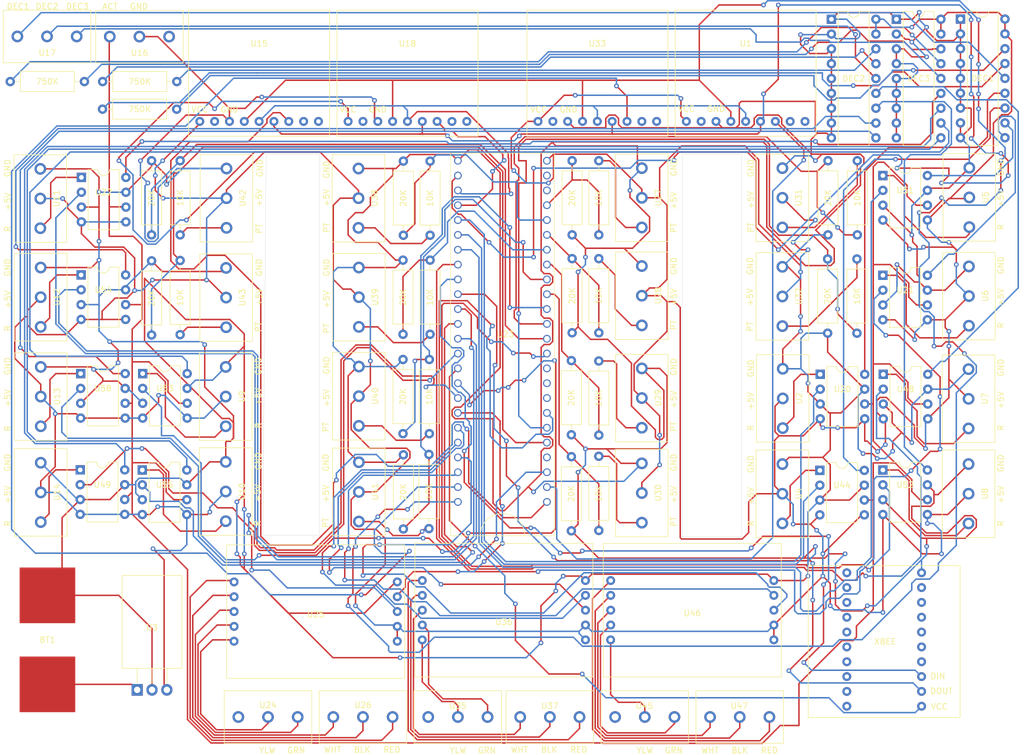
<source format=kicad_pcb>
(kicad_pcb (version 20171130) (host pcbnew "(5.1.9-0-10_14)")
  (layers (0 F.Cu signal) (31 B.Cu signal) (34 B.Paste user) (35 F.Paste user) (36 B.SilkS user) (37 F.SilkS user) (38 B.Mask user) (39 F.Mask user) (44 Edge.Cuts user))
  (net 0 "")
  (net 1 "Net-(BT1-Pad1)")
  (net 2 GND1)
  (net 3 +5V)
  (net 4 1)
  (net 5 2)
  (net 6 3)
  (net 7 4)
  (net 8 5)
  (net 9 6)
  (net 10 13)
  (net 11 15)
  (net 12 7)
  (net 13 8)
  (net 14 9)
  (net 15 10)
  (net 16 11)
  (net 17 12)
  (net 18 14)
  (net 19 "Net-(U24-Pad3)")
  (net 20 "Net-(U25-Pad3)")
  (net 21 19)
  (net 22 18)
  (net 23 17)
  (net 24 16)
  (net 25 21)
  (net 26 20)
  (net 27 "Net-(U23-Pad45)")
  (net 28 "Net-(U23-Pad44)")
  (net 29 "Net-(U23-Pad43)")
  (net 30 "Net-(U23-Pad42)")
  (net 31 "Net-(U23-Pad41)")
  (net 32 "Net-(U24-Pad1)")
  (net 33 "Net-(U24-Pad2)")
  (net 34 "Net-(U25-Pad2)")
  (net 35 "Net-(U25-Pad1)")
  (net 36 "Net-(U35-Pad3)")
  (net 37 "Net-(U35-Pad2)")
  (net 38 "Net-(U35-Pad1)")
  (net 39 "Net-(U36-Pad1)")
  (net 40 "Net-(U36-Pad3)")
  (net 41 "Net-(U36-Pad2)")
  (net 42 "Net-(U45-Pad3)")
  (net 43 "Net-(U45-Pad2)")
  (net 44 "Net-(U45-Pad1)")
  (net 45 "Net-(U46-Pad2)")
  (net 46 "Net-(U46-Pad3)")
  (net 47 "Net-(U46-Pad1)")
  (net 48 "Net-(R1-Pad2)")
  (net 49 "Net-(R1-Pad1)")
  (net 50 "Net-(R2-Pad2)")
  (net 51 "Net-(R2-Pad1)")
  (net 52 "Net-(R3-Pad2)")
  (net 53 "Net-(R3-Pad1)")
  (net 54 "Net-(U1-Pad9)")
  (net 55 "Net-(U1-Pad8)")
  (net 56 51)
  (net 57 "Net-(U1-Pad2)")
  (net 58 40)
  (net 59 41)
  (net 60 42)
  (net 61 43)
  (net 62 44)
  (net 63 45)
  (net 64 53)
  (net 65 54)
  (net 66 48)
  (net 67 46)
  (net 68 47)
  (net 69 49)
  (net 70 "Net-(U15-Pad9)")
  (net 71 "Net-(U15-Pad8)")
  (net 72 50)
  (net 73 "Net-(U15-Pad2)")
  (net 74 "Net-(U16-Pad3)")
  (net 75 52)
  (net 76 27)
  (net 77 26)
  (net 78 25)
  (net 79 "Net-(U18-Pad9)")
  (net 80 "Net-(U18-Pad8)")
  (net 81 "Net-(U18-Pad2)")
  (net 82 36)
  (net 83 37)
  (net 84 38)
  (net 85 39)
  (net 86 28)
  (net 87 31)
  (net 88 58)
  (net 89 55)
  (net 90 57)
  (net 91 "Net-(U33-Pad9)")
  (net 92 "Net-(U33-Pad8)")
  (net 93 "Net-(U33-Pad2)")
  (net 94 32)
  (net 95 33)
  (net 96 34)
  (net 97 35)
  (net 98 29)
  (net 99 30)
  (net 100 "Net-(R12-Pad1)")
  (net 101 "Net-(R13-Pad1)")
  (net 102 "Net-(R15-Pad1)")
  (net 103 "Net-(R11-Pad1)")
  (net 104 "Net-(R14-Pad1)")
  (net 105 "Net-(R16-Pad1)")
  (net 106 "Net-(R11-Pad2)")
  (net 107 "Net-(R12-Pad2)")
  (net 108 "Net-(R13-Pad2)")
  (net 109 "Net-(R14-Pad2)")
  (net 110 "Net-(R15-Pad2)")
  (net 111 "Net-(R16-Pad2)")
  (net 112 "Net-(R19-Pad2)")
  (net 113 "Net-(R19-Pad1)")
  (net 114 "Net-(R20-Pad2)")
  (net 115 "Net-(R20-Pad1)")
  (net 116 "Net-(R21-Pad2)")
  (net 117 "Net-(R21-Pad1)")
  (net 118 "Net-(R22-Pad2)")
  (net 119 "Net-(R22-Pad1)")
  (net 120 "Net-(R23-Pad2)")
  (net 121 "Net-(R23-Pad1)")
  (net 122 "Net-(R24-Pad2)")
  (net 123 "Net-(R24-Pad1)")
  (net 124 3.3)
  (net 125 61)
  (net 126 60)
  (net 127 "Net-(U56-Pad20)")
  (net 128 "Net-(U56-Pad19)")
  (net 129 "Net-(U56-Pad18)")
  (net 130 "Net-(U56-Pad17)")
  (net 131 "Net-(U56-Pad16)")
  (net 132 "Net-(U56-Pad15)")
  (net 133 "Net-(U56-Pad14)")
  (net 134 "Net-(U56-Pad13)")
  (net 135 "Net-(U56-Pad12)")
  (net 136 "Net-(U56-Pad11)")
  (net 137 "Net-(U56-Pad9)")
  (net 138 "Net-(U56-Pad8)")
  (net 139 "Net-(U56-Pad7)")
  (net 140 "Net-(U56-Pad6)")
  (net 141 "Net-(U56-Pad5)")
  (net 142 "Net-(U56-Pad4)")
  (module Launchbox:XBee_Breakout (layer F.Cu) (at 211.16798 144.56918 180)
    (fp_text reference XBEE (at -0.16764 0.00508) (layer F.SilkS))
    (fp_text value XBee_Breakout)
    (pad 20 thru_hole circle (at 6.4 -11.07 180) (size 1.524 1.524) (drill 0.762) (layers *.Cu *.Mask) (net 127 "Net-(U56-Pad20)"))
    (pad 19 thru_hole circle (at 6.4 -8.53 180) (size 1.524 1.524) (drill 0.762) (layers *.Cu *.Mask) (net 128 "Net-(U56-Pad19)"))
    (pad 18 thru_hole circle (at 6.4 -5.99 180) (size 1.524 1.524) (drill 0.762) (layers *.Cu *.Mask) (net 129 "Net-(U56-Pad18)"))
    (pad 17 thru_hole circle (at 6.4 -3.45 180) (size 1.524 1.524) (drill 0.762) (layers *.Cu *.Mask) (net 130 "Net-(U56-Pad17)"))
    (pad 16 thru_hole circle (at 6.4 -0.91 180) (size 1.524 1.524) (drill 0.762) (layers *.Cu *.Mask) (net 131 "Net-(U56-Pad16)"))
    (pad 15 thru_hole circle (at 6.4 1.63 180) (size 1.524 1.524) (drill 0.762) (layers *.Cu *.Mask) (net 132 "Net-(U56-Pad15)"))
    (pad 14 thru_hole circle (at 6.4 4.17 180) (size 1.524 1.524) (drill 0.762) (layers *.Cu *.Mask) (net 133 "Net-(U56-Pad14)"))
    (pad 13 thru_hole circle (at 6.4 6.71 180) (size 1.524 1.524) (drill 0.762) (layers *.Cu *.Mask) (net 134 "Net-(U56-Pad13)"))
    (pad 12 thru_hole circle (at 6.4 9.25 180) (size 1.524 1.524) (drill 0.762) (layers *.Cu *.Mask) (net 135 "Net-(U56-Pad12)"))
    (pad 11 thru_hole circle (at 6.4 11.79 180) (size 1.524 1.524) (drill 0.762) (layers *.Cu *.Mask) (net 136 "Net-(U56-Pad11)"))
    (pad 10 thru_hole circle (at -6.4 11.79 180) (size 1.524 1.524) (drill 0.762) (layers *.Cu *.Mask) (net 2 GND1))
    (pad 9 thru_hole circle (at -6.4 9.25 180) (size 1.524 1.524) (drill 0.762) (layers *.Cu *.Mask) (net 137 "Net-(U56-Pad9)"))
    (pad 8 thru_hole circle (at -6.4 6.71 180) (size 1.524 1.524) (drill 0.762) (layers *.Cu *.Mask) (net 138 "Net-(U56-Pad8)"))
    (pad 7 thru_hole circle (at -6.4 4.17 180) (size 1.524 1.524) (drill 0.762) (layers *.Cu *.Mask) (net 139 "Net-(U56-Pad7)"))
    (pad 6 thru_hole circle (at -6.4 1.63 180) (size 1.524 1.524) (drill 0.762) (layers *.Cu *.Mask) (net 140 "Net-(U56-Pad6)"))
    (pad 5 thru_hole circle (at -6.4 -0.91 180) (size 1.524 1.524) (drill 0.762) (layers *.Cu *.Mask) (net 141 "Net-(U56-Pad5)"))
    (pad 4 thru_hole circle (at -6.4 -3.45 180) (size 1.524 1.524) (drill 0.762) (layers *.Cu *.Mask) (net 142 "Net-(U56-Pad4)"))
    (pad 3 thru_hole circle (at -6.4 -5.99 180) (size 1.524 1.524) (drill 0.762) (layers *.Cu *.Mask) (net 126 60))
    (pad 2 thru_hole circle (at -6.4 -8.53 180) (size 1.524 1.524) (drill 0.762) (layers *.Cu *.Mask) (net 125 61))
    (pad 1 thru_hole circle (at -6.4 -11.07 180) (size 1.524 1.524) (drill 0.762) (layers *.Cu *.Mask) (net 124 3.3))
  )
  (module Launchbox:LoadCellAmp (layer F.Cu) (at 146.05 139.192)
    (fp_text reference U36 (at 0 2.032) (layer F.SilkS))
    (fp_text value LoadCellAmp)
    (pad 10 thru_hole circle (at 13.97 5.08) (size 1.524 1.524) (drill 0.762) (layers *.Cu *.Mask) (net 3 +5V))
    (pad 9 thru_hole circle (at 13.97 2.54) (size 1.524 1.524) (drill 0.762) (layers *.Cu *.Mask) (net 3 +5V))
    (pad 8 thru_hole circle (at 13.97 0) (size 1.524 1.524) (drill 0.762) (layers *.Cu *.Mask) (net 22 18))
    (pad 7 thru_hole circle (at 13.97 -2.54) (size 1.524 1.524) (drill 0.762) (layers *.Cu *.Mask) (net 21 19))
    (pad 6 thru_hole circle (at 13.97 -5.08) (size 1.524 1.524) (drill 0.762) (layers *.Cu *.Mask) (net 2 GND1))
    (pad 1 thru_hole circle (at -13.97 -5.08) (size 1.524 1.524) (drill 0.762) (layers *.Cu *.Mask) (net 39 "Net-(U36-Pad1)"))
    (pad 5 thru_hole circle (at -13.98 5.08) (size 1.524 1.524) (drill 0.762) (layers *.Cu *.Mask) (net 37 "Net-(U35-Pad2)"))
    (pad 4 thru_hole circle (at -13.97 2.54) (size 1.524 1.524) (drill 0.762) (layers *.Cu *.Mask) (net 38 "Net-(U35-Pad1)"))
    (pad 3 thru_hole circle (at -13.97 0) (size 1.524 1.524) (drill 0.762) (layers *.Cu *.Mask) (net 40 "Net-(U36-Pad3)"))
    (pad 2 thru_hole circle (at -13.97 -2.54) (size 1.524 1.524) (drill 0.762) (layers *.Cu *.Mask) (net 41 "Net-(U36-Pad2)"))
  )
  (module Resistor_THT:R_Axial_DIN0309_L9.0mm_D3.2mm_P12.70mm_Horizontal (layer F.Cu) (at 162.306 125.5395 90)
    (fp_text reference 10K (at 6.35 0 90) (layer F.SilkS))
    (fp_text value R_US)
    (pad 2 thru_hole oval (at 12.7 0 90) (size 1.6 1.6) (drill 0.8) (layers *.Cu *.Mask) (net 108 "Net-(R13-Pad2)"))
    (pad 1 thru_hole circle (at 0 0 90) (size 1.6 1.6) (drill 0.8) (layers *.Cu *.Mask) (net 101 "Net-(R13-Pad1)"))
  )
  (module Package_DIP:DIP-8_W7.62mm (layer F.Cu) (at 200.152 115.2525)
    (fp_text reference U44 (at 3.81 2.54) (layer F.SilkS))
    (fp_text value SPDT_IC)
    (pad 1 thru_hole rect (at 0 0) (size 1.6 1.6) (drill 0.8) (layers *.Cu *.Mask) (net 59 41))
    (pad 5 thru_hole oval (at 7.62 7.62) (size 1.6 1.6) (drill 0.8) (layers *.Cu *.Mask) (net 3 +5V))
    (pad 2 thru_hole oval (at 0 2.54) (size 1.6 1.6) (drill 0.8) (layers *.Cu *.Mask) (net 7 4))
    (pad 6 thru_hole oval (at 7.62 5.08) (size 1.6 1.6) (drill 0.8) (layers *.Cu *.Mask) (net 75 52))
    (pad 3 thru_hole oval (at 0 5.08) (size 1.6 1.6) (drill 0.8) (layers *.Cu *.Mask) (net 2 GND1))
    (pad 7 thru_hole oval (at 7.62 2.54) (size 1.6 1.6) (drill 0.8) (layers *.Cu *.Mask) (net 2 GND1))
    (pad 4 thru_hole oval (at 0 7.62) (size 1.6 1.6) (drill 0.8) (layers *.Cu *.Mask) (net 3 +5V))
    (pad 8 thru_hole oval (at 7.62 0) (size 1.6 1.6) (drill 0.8) (layers *.Cu *.Mask) (net 98 29))
  )
  (module Package_DIP:DIP-8_W7.62mm (layer F.Cu) (at 210.947 64.77)
    (fp_text reference U51 (at 3.81 2.54) (layer F.SilkS))
    (fp_text value SPDT_IC)
    (pad 8 thru_hole oval (at 7.62 0) (size 1.6 1.6) (drill 0.8) (layers *.Cu *.Mask) (net 99 30))
    (pad 4 thru_hole oval (at 0 7.62) (size 1.6 1.6) (drill 0.8) (layers *.Cu *.Mask) (net 3 +5V))
    (pad 7 thru_hole oval (at 7.62 2.54) (size 1.6 1.6) (drill 0.8) (layers *.Cu *.Mask) (net 2 GND1))
    (pad 3 thru_hole oval (at 0 5.08) (size 1.6 1.6) (drill 0.8) (layers *.Cu *.Mask) (net 2 GND1))
    (pad 6 thru_hole oval (at 7.62 5.08) (size 1.6 1.6) (drill 0.8) (layers *.Cu *.Mask) (net 75 52))
    (pad 2 thru_hole oval (at 0 2.54) (size 1.6 1.6) (drill 0.8) (layers *.Cu *.Mask) (net 8 5))
    (pad 5 thru_hole oval (at 7.62 7.62) (size 1.6 1.6) (drill 0.8) (layers *.Cu *.Mask) (net 3 +5V))
    (pad 1 thru_hole rect (at 0 0) (size 1.6 1.6) (drill 0.8) (layers *.Cu *.Mask) (net 60 42))
  )
  (module Resistor_THT:R_Axial_DIN0309_L9.0mm_D3.2mm_P12.70mm_Horizontal (layer F.Cu) (at 201.4855 91.7575 90)
    (fp_text reference 20K (at 6.35 0 90) (layer F.SilkS))
    (fp_text value R_US)
    (pad 2 thru_hole oval (at 12.7 0 90) (size 1.6 1.6) (drill 0.8) (layers *.Cu *.Mask) (net 104 "Net-(R14-Pad1)"))
    (pad 1 thru_hole circle (at 0 0 90) (size 1.6 1.6) (drill 0.8) (layers *.Cu *.Mask) (net 2 GND1))
  )
  (module Resistor_THT:R_Axial_DIN0309_L9.0mm_D3.2mm_P12.70mm_Horizontal (layer F.Cu) (at 85.725 92.075 90)
    (fp_text reference 20K (at 6.35 0 270) (layer F.SilkS))
    (fp_text value R_US)
    (pad 2 thru_hole oval (at 12.7 0 90) (size 1.6 1.6) (drill 0.8) (layers *.Cu *.Mask) (net 2 GND1))
    (pad 1 thru_hole circle (at 0 0 90) (size 1.6 1.6) (drill 0.8) (layers *.Cu *.Mask) (net 122 "Net-(R24-Pad2)"))
  )
  (module Resistor_THT:R_Axial_DIN0309_L9.0mm_D3.2mm_P12.70mm_Horizontal (layer F.Cu) (at 85.725 74.93 90)
    (fp_text reference 20K (at 6.35 0 90) (layer F.SilkS))
    (fp_text value R_US)
    (pad 2 thru_hole oval (at 12.7 0 90) (size 1.6 1.6) (drill 0.8) (layers *.Cu *.Mask) (net 2 GND1))
    (pad 1 thru_hole circle (at 0 0 90) (size 1.6 1.6) (drill 0.8) (layers *.Cu *.Mask) (net 120 "Net-(R23-Pad2)"))
  )
  (module Resistor_THT:R_Axial_DIN0309_L9.0mm_D3.2mm_P12.70mm_Horizontal (layer F.Cu) (at 128.8415 125.2855 90)
    (fp_text reference 20K (at 6.35 0 90) (layer F.SilkS))
    (fp_text value R_US)
    (pad 2 thru_hole oval (at 12.7 0 90) (size 1.6 1.6) (drill 0.8) (layers *.Cu *.Mask) (net 2 GND1))
    (pad 1 thru_hole circle (at 0 0 90) (size 1.6 1.6) (drill 0.8) (layers *.Cu *.Mask) (net 118 "Net-(R22-Pad2)"))
  )
  (module Resistor_THT:R_Axial_DIN0309_L9.0mm_D3.2mm_P12.70mm_Horizontal (layer F.Cu) (at 128.778 108.966 90)
    (fp_text reference 20K (at 6.35 0 90) (layer F.SilkS))
    (fp_text value R_US)
    (pad 2 thru_hole oval (at 12.7 0 90) (size 1.6 1.6) (drill 0.8) (layers *.Cu *.Mask) (net 2 GND1))
    (pad 1 thru_hole circle (at 0 0 90) (size 1.6 1.6) (drill 0.8) (layers *.Cu *.Mask) (net 116 "Net-(R21-Pad2)"))
  )
  (module Resistor_THT:R_Axial_DIN0309_L9.0mm_D3.2mm_P12.70mm_Horizontal (layer F.Cu) (at 128.778 91.948 90)
    (fp_text reference 20K (at 6.35 0 90) (layer F.SilkS))
    (fp_text value R_US)
    (pad 2 thru_hole oval (at 12.7 0 90) (size 1.6 1.6) (drill 0.8) (layers *.Cu *.Mask) (net 2 GND1))
    (pad 1 thru_hole circle (at 0 0 90) (size 1.6 1.6) (drill 0.8) (layers *.Cu *.Mask) (net 114 "Net-(R20-Pad2)"))
  )
  (module Resistor_THT:R_Axial_DIN0309_L9.0mm_D3.2mm_P12.70mm_Horizontal (layer F.Cu) (at 128.8415 74.9935 90)
    (fp_text reference 20K (at 6.35 0 90) (layer F.SilkS))
    (fp_text value R_US)
    (pad 2 thru_hole oval (at 12.7 0 90) (size 1.6 1.6) (drill 0.8) (layers *.Cu *.Mask) (net 2 GND1))
    (pad 1 thru_hole circle (at 0 0 90) (size 1.6 1.6) (drill 0.8) (layers *.Cu *.Mask) (net 112 "Net-(R19-Pad2)"))
  )
  (module Resistor_THT:R_Axial_DIN0309_L9.0mm_D3.2mm_P12.70mm_Horizontal (layer F.Cu) (at 90.6145 92.0115 90)
    (fp_text reference 10K (at 6.35 0 90) (layer F.SilkS))
    (fp_text value R_US)
    (pad 2 thru_hole oval (at 12.7 0 90) (size 1.6 1.6) (drill 0.8) (layers *.Cu *.Mask) (net 122 "Net-(R24-Pad2)"))
    (pad 1 thru_hole circle (at 0 0 90) (size 1.6 1.6) (drill 0.8) (layers *.Cu *.Mask) (net 123 "Net-(R24-Pad1)"))
  )
  (module Resistor_THT:R_Axial_DIN0309_L9.0mm_D3.2mm_P12.70mm_Horizontal (layer F.Cu) (at 90.6145 74.93 90)
    (fp_text reference 10K (at 6.35 0 90) (layer F.SilkS))
    (fp_text value R_US)
    (pad 2 thru_hole oval (at 12.7 0 90) (size 1.6 1.6) (drill 0.8) (layers *.Cu *.Mask) (net 120 "Net-(R23-Pad2)"))
    (pad 1 thru_hole circle (at 0 0 90) (size 1.6 1.6) (drill 0.8) (layers *.Cu *.Mask) (net 121 "Net-(R23-Pad1)"))
  )
  (module Resistor_THT:R_Axial_DIN0309_L9.0mm_D3.2mm_P12.70mm_Horizontal (layer F.Cu) (at 133.223 125.222 90)
    (fp_text reference 10K (at 6.35 0 90) (layer F.SilkS))
    (fp_text value R_US)
    (pad 2 thru_hole oval (at 12.7 0 90) (size 1.6 1.6) (drill 0.8) (layers *.Cu *.Mask) (net 118 "Net-(R22-Pad2)"))
    (pad 1 thru_hole circle (at 0 0 90) (size 1.6 1.6) (drill 0.8) (layers *.Cu *.Mask) (net 119 "Net-(R22-Pad1)"))
  )
  (module Resistor_THT:R_Axial_DIN0309_L9.0mm_D3.2mm_P12.70mm_Horizontal (layer F.Cu) (at 133.2865 108.966 90)
    (fp_text reference 10K (at 6.35 0 90) (layer F.SilkS))
    (fp_text value R_US)
    (pad 2 thru_hole oval (at 12.7 0 90) (size 1.6 1.6) (drill 0.8) (layers *.Cu *.Mask) (net 116 "Net-(R21-Pad2)"))
    (pad 1 thru_hole circle (at 0 0 90) (size 1.6 1.6) (drill 0.8) (layers *.Cu *.Mask) (net 117 "Net-(R21-Pad1)"))
  )
  (module Resistor_THT:R_Axial_DIN0309_L9.0mm_D3.2mm_P12.70mm_Horizontal (layer F.Cu) (at 133.4135 91.948 90)
    (fp_text reference 10K (at 6.35 0 90) (layer F.SilkS))
    (fp_text value R_US)
    (pad 2 thru_hole oval (at 12.7 0 90) (size 1.6 1.6) (drill 0.8) (layers *.Cu *.Mask) (net 114 "Net-(R20-Pad2)"))
    (pad 1 thru_hole circle (at 0 0 90) (size 1.6 1.6) (drill 0.8) (layers *.Cu *.Mask) (net 115 "Net-(R20-Pad1)"))
  )
  (module Resistor_THT:R_Axial_DIN0309_L9.0mm_D3.2mm_P12.70mm_Horizontal (layer F.Cu) (at 133.4135 74.9935 90)
    (fp_text reference 10K (at 6.35 0 90) (layer F.SilkS))
    (fp_text value R_US)
    (pad 2 thru_hole oval (at 12.7 0 90) (size 1.6 1.6) (drill 0.8) (layers *.Cu *.Mask) (net 112 "Net-(R19-Pad2)"))
    (pad 1 thru_hole circle (at 0 0 90) (size 1.6 1.6) (drill 0.8) (layers *.Cu *.Mask) (net 113 "Net-(R19-Pad1)"))
  )
  (module Resistor_THT:R_Axial_DIN0309_L9.0mm_D3.2mm_P12.70mm_Horizontal (layer F.Cu) (at 206.5655 74.93 90)
    (fp_text reference 10K (at 6.35 0 90) (layer F.SilkS))
    (fp_text value R_US)
    (pad 2 thru_hole oval (at 12.7 0 90) (size 1.6 1.6) (drill 0.8) (layers *.Cu *.Mask) (net 111 "Net-(R16-Pad2)"))
    (pad 1 thru_hole circle (at 0 0 90) (size 1.6 1.6) (drill 0.8) (layers *.Cu *.Mask) (net 105 "Net-(R16-Pad1)"))
  )
  (module Resistor_THT:R_Axial_DIN0309_L9.0mm_D3.2mm_P12.70mm_Horizontal (layer F.Cu) (at 162.306 74.93 90)
    (fp_text reference 10K (at 6.35 0 90) (layer F.SilkS))
    (fp_text value R_US)
    (pad 2 thru_hole oval (at 12.7 0 90) (size 1.6 1.6) (drill 0.8) (layers *.Cu *.Mask) (net 110 "Net-(R15-Pad2)"))
    (pad 1 thru_hole circle (at 0 0 90) (size 1.6 1.6) (drill 0.8) (layers *.Cu *.Mask) (net 102 "Net-(R15-Pad1)"))
  )
  (module Resistor_THT:R_Axial_DIN0309_L9.0mm_D3.2mm_P12.70mm_Horizontal (layer F.Cu) (at 206.502 91.7575 90)
    (fp_text reference 10K (at 6.35 0 90) (layer F.SilkS))
    (fp_text value R_US)
    (pad 2 thru_hole oval (at 12.7 0 90) (size 1.6 1.6) (drill 0.8) (layers *.Cu *.Mask) (net 109 "Net-(R14-Pad2)"))
    (pad 1 thru_hole circle (at 0 0 90) (size 1.6 1.6) (drill 0.8) (layers *.Cu *.Mask) (net 104 "Net-(R14-Pad1)"))
  )
  (module Resistor_THT:R_Axial_DIN0309_L9.0mm_D3.2mm_P12.70mm_Horizontal (layer F.Cu) (at 162.306 109.22 90)
    (fp_text reference 10K (at 6.35 0 90) (layer F.SilkS))
    (fp_text value R_US)
    (pad 2 thru_hole oval (at 12.7 0 90) (size 1.6 1.6) (drill 0.8) (layers *.Cu *.Mask) (net 107 "Net-(R12-Pad2)"))
    (pad 1 thru_hole circle (at 0 0 90) (size 1.6 1.6) (drill 0.8) (layers *.Cu *.Mask) (net 100 "Net-(R12-Pad1)"))
  )
  (module Resistor_THT:R_Axial_DIN0309_L9.0mm_D3.2mm_P12.70mm_Horizontal (layer F.Cu) (at 162.306 91.694 90)
    (fp_text reference 10K (at 6.35 0 90) (layer F.SilkS))
    (fp_text value R_US)
    (pad 2 thru_hole oval (at 12.7 0 90) (size 1.6 1.6) (drill 0.8) (layers *.Cu *.Mask) (net 106 "Net-(R11-Pad2)"))
    (pad 1 thru_hole circle (at 0 0 90) (size 1.6 1.6) (drill 0.8) (layers *.Cu *.Mask) (net 103 "Net-(R11-Pad1)"))
  )
  (module Resistor_THT:R_Axial_DIN0309_L9.0mm_D3.2mm_P12.70mm_Horizontal (layer F.Cu) (at 201.549 74.93 90)
    (fp_text reference 20K (at 6.35 0 90) (layer F.SilkS))
    (fp_text value R_US)
    (pad 2 thru_hole oval (at 12.7 0 90) (size 1.6 1.6) (drill 0.8) (layers *.Cu *.Mask) (net 105 "Net-(R16-Pad1)"))
    (pad 1 thru_hole circle (at 0 0 90) (size 1.6 1.6) (drill 0.8) (layers *.Cu *.Mask) (net 2 GND1))
  )
  (module Resistor_THT:R_Axial_DIN0309_L9.0mm_D3.2mm_P12.70mm_Horizontal (layer F.Cu) (at 157.734 91.694 90)
    (fp_text reference 20K (at 6.35 0 90) (layer F.SilkS))
    (fp_text value R_US)
    (pad 2 thru_hole oval (at 12.7 0 90) (size 1.6 1.6) (drill 0.8) (layers *.Cu *.Mask) (net 103 "Net-(R11-Pad1)"))
    (pad 1 thru_hole circle (at 0 0 90) (size 1.6 1.6) (drill 0.8) (layers *.Cu *.Mask) (net 2 GND1))
  )
  (module Resistor_THT:R_Axial_DIN0309_L9.0mm_D3.2mm_P12.70mm_Horizontal (layer F.Cu) (at 157.734 74.93 90)
    (fp_text reference 20K (at 6.35 0 90) (layer F.SilkS))
    (fp_text value R_US)
    (pad 2 thru_hole oval (at 12.7 0 90) (size 1.6 1.6) (drill 0.8) (layers *.Cu *.Mask) (net 102 "Net-(R15-Pad1)"))
    (pad 1 thru_hole circle (at 0 0 90) (size 1.6 1.6) (drill 0.8) (layers *.Cu *.Mask) (net 2 GND1))
  )
  (module Resistor_THT:R_Axial_DIN0309_L9.0mm_D3.2mm_P12.70mm_Horizontal (layer F.Cu) (at 157.607 125.603 90)
    (fp_text reference 20K (at 6.35 0 90) (layer F.SilkS))
    (fp_text value R_US)
    (pad 2 thru_hole oval (at 12.7 0 90) (size 1.6 1.6) (drill 0.8) (layers *.Cu *.Mask) (net 101 "Net-(R13-Pad1)"))
    (pad 1 thru_hole circle (at 0 0 90) (size 1.6 1.6) (drill 0.8) (layers *.Cu *.Mask) (net 2 GND1))
  )
  (module Resistor_THT:R_Axial_DIN0309_L9.0mm_D3.2mm_P12.70mm_Horizontal (layer F.Cu) (at 157.607 109.1565 90)
    (fp_text reference 20K (at 6.35 0 90) (layer F.SilkS))
    (fp_text value R_US)
    (pad 2 thru_hole oval (at 12.7 0 90) (size 1.6 1.6) (drill 0.8) (layers *.Cu *.Mask) (net 100 "Net-(R12-Pad1)"))
    (pad 1 thru_hole circle (at 0 0 90) (size 1.6 1.6) (drill 0.8) (layers *.Cu *.Mask) (net 2 GND1))
  )
  (module Launchbox:Lipo_Battery_Connector (layer F.Cu) (at 67.8942 144.272 90)
    (fp_text reference BT1 (at 0 0 180) (layer F.SilkS))
    (fp_text value Battery_Cell)
    (pad 1 smd rect (at -7.62 0 90) (size 9.525 9.525) (layers F.Cu F.Paste F.Mask) (net 1 "Net-(BT1-Pad1)"))
    (pad 2 smd rect (at 7.62 0 90) (size 9.525 9.525) (layers F.Cu F.Paste F.Mask) (net 2 GND1))
  )
  (module Resistor_THT:R_Axial_DIN0309_L9.0mm_D3.2mm_P12.70mm_Horizontal (layer F.Cu) (at 74.225 48.675 180)
    (fp_text reference 750K (at 6.35 0) (layer F.SilkS))
    (fp_text value R_US)
    (pad 1 thru_hole circle (at 0 0 180) (size 1.6 1.6) (drill 0.8) (layers *.Cu *.Mask) (net 49 "Net-(R1-Pad1)"))
    (pad 2 thru_hole oval (at 12.7 0 180) (size 1.6 1.6) (drill 0.8) (layers *.Cu *.Mask) (net 48 "Net-(R1-Pad2)"))
  )
  (module Resistor_THT:R_Axial_DIN0309_L9.0mm_D3.2mm_P12.70mm_Horizontal (layer F.Cu) (at 90.05 48.675 180)
    (fp_text reference 750K (at 6.35 0) (layer F.SilkS))
    (fp_text value R_US)
    (pad 1 thru_hole circle (at 0 0 180) (size 1.6 1.6) (drill 0.8) (layers *.Cu *.Mask) (net 51 "Net-(R2-Pad1)"))
    (pad 2 thru_hole oval (at 12.7 0 180) (size 1.6 1.6) (drill 0.8) (layers *.Cu *.Mask) (net 50 "Net-(R2-Pad2)"))
  )
  (module Resistor_THT:R_Axial_DIN0309_L9.0mm_D3.2mm_P12.70mm_Horizontal (layer F.Cu) (at 90.025 53.4 180)
    (fp_text reference 750K (at 6.35 0) (layer F.SilkS))
    (fp_text value R_US)
    (pad 2 thru_hole oval (at 12.7 0 180) (size 1.6 1.6) (drill 0.8) (layers *.Cu *.Mask) (net 52 "Net-(R3-Pad2)"))
    (pad 1 thru_hole circle (at 0 0 180) (size 1.6 1.6) (drill 0.8) (layers *.Cu *.Mask) (net 53 "Net-(R3-Pad1)"))
  )
  (module Launchbox:MAX31856 (layer F.Cu) (at 187.452 47.244)
    (fp_text reference U1 (at 0 -5.08) (layer F.SilkS))
    (fp_text value MAX31856)
    (pad 9 thru_hole circle (at 10.16 8.255) (size 1.524 1.524) (drill 0.762) (layers *.Cu *.Mask) (net 54 "Net-(U1-Pad9)"))
    (pad 8 thru_hole circle (at 7.62 8.255) (size 1.524 1.524) (drill 0.762) (layers *.Cu *.Mask) (net 55 "Net-(U1-Pad8)"))
    (pad 7 thru_hole circle (at 5.08 8.255) (size 1.524 1.524) (drill 0.762) (layers *.Cu *.Mask) (net 56 51))
    (pad 6 thru_hole circle (at 2.54 8.255) (size 1.524 1.524) (drill 0.762) (layers *.Cu *.Mask) (net 10 13))
    (pad 5 thru_hole circle (at 0 8.255) (size 1.524 1.524) (drill 0.762) (layers *.Cu *.Mask) (net 18 14))
    (pad 4 thru_hole circle (at -2.54 8.255) (size 1.524 1.524) (drill 0.762) (layers *.Cu *.Mask) (net 4 1))
    (pad 3 thru_hole circle (at -5.08 8.255) (size 1.524 1.524) (drill 0.762) (layers *.Cu *.Mask) (net 2 GND1))
    (pad 2 thru_hole circle (at -7.62 8.255) (size 1.524 1.524) (drill 0.762) (layers *.Cu *.Mask) (net 57 "Net-(U1-Pad2)"))
    (pad 1 thru_hole circle (at -10.16 8.255) (size 1.524 1.524) (drill 0.762) (layers *.Cu *.Mask) (net 3 +5V))
  )
  (module Launchbox:ScrewTerminals (layer F.Cu) (at 193.802 102.9335 90)
    (fp_text reference U2 (at 0.02 2.794 90) (layer F.SilkS))
    (fp_text value SerialScrewTerminals)
    (pad 3 thru_hole circle (at 5.08 0 90) (size 2 2) (drill 1.2) (layers *.Cu *.Mask) (net 2 GND1))
    (pad 2 thru_hole circle (at 0 0 90) (size 2 2) (drill 1.2) (layers *.Cu *.Mask) (net 3 +5V))
    (pad 1 thru_hole circle (at -5.08 0 90) (size 2 2) (drill 1.2) (layers *.Cu *.Mask) (net 58 40))
  )
  (module Package_TO_SOT_THT:TO-220-3_Horizontal_TabDown (layer F.Cu) (at 83.2612 152.8318)
    (fp_text reference U3 (at 2.54 -10.668) (layer F.SilkS))
    (fp_text value L7805)
    (pad "" np_thru_hole oval (at 2.54 -16.66) (size 3.5 3.5) (drill 3.5) (layers *.Cu *.Mask))
    (pad 1 thru_hole rect (at 0 0) (size 1.905 2) (drill 1.1) (layers *.Cu *.Mask) (net 1 "Net-(BT1-Pad1)"))
    (pad 2 thru_hole oval (at 2.54 0) (size 1.905 2) (drill 1.1) (layers *.Cu *.Mask) (net 2 GND1))
    (pad 3 thru_hole oval (at 5.08 0) (size 1.905 2) (drill 1.1) (layers *.Cu *.Mask) (net 3 +5V))
  )
  (module Launchbox:ScrewTerminals (layer F.Cu) (at 193.7385 119.253 90)
    (fp_text reference U4 (at 0.02 2.794 90) (layer F.SilkS))
    (fp_text value SerialScrewTerminals)
    (pad 1 thru_hole circle (at -5.08 0 90) (size 2 2) (drill 1.2) (layers *.Cu *.Mask) (net 59 41))
    (pad 2 thru_hole circle (at 0 0 90) (size 2 2) (drill 1.2) (layers *.Cu *.Mask) (net 3 +5V))
    (pad 3 thru_hole circle (at 5.08 0 90) (size 2 2) (drill 1.2) (layers *.Cu *.Mask) (net 2 GND1))
  )
  (module Launchbox:ScrewTerminals (layer F.Cu) (at 225.7425 68.5165 90)
    (fp_text reference U5 (at 0.02 2.794 90) (layer F.SilkS))
    (fp_text value SerialScrewTerminals)
    (pad 3 thru_hole circle (at 5.08 0 90) (size 2 2) (drill 1.2) (layers *.Cu *.Mask) (net 2 GND1))
    (pad 2 thru_hole circle (at 0 0 90) (size 2 2) (drill 1.2) (layers *.Cu *.Mask) (net 3 +5V))
    (pad 1 thru_hole circle (at -5.08 0 90) (size 2 2) (drill 1.2) (layers *.Cu *.Mask) (net 60 42))
  )
  (module Launchbox:ScrewTerminals (layer F.Cu) (at 225.679 85.4075 90)
    (fp_text reference U6 (at 0.02 2.794 90) (layer F.SilkS))
    (fp_text value SerialScrewTerminals)
    (pad 1 thru_hole circle (at -5.08 0 90) (size 2 2) (drill 1.2) (layers *.Cu *.Mask) (net 61 43))
    (pad 2 thru_hole circle (at 0 0 90) (size 2 2) (drill 1.2) (layers *.Cu *.Mask) (net 3 +5V))
    (pad 3 thru_hole circle (at 5.08 0 90) (size 2 2) (drill 1.2) (layers *.Cu *.Mask) (net 2 GND1))
  )
  (module Launchbox:ScrewTerminals (layer F.Cu) (at 225.6155 102.997 90)
    (fp_text reference U7 (at 0.02 2.794 90) (layer F.SilkS))
    (fp_text value SerialScrewTerminals)
    (pad 3 thru_hole circle (at 5.08 0 90) (size 2 2) (drill 1.2) (layers *.Cu *.Mask) (net 2 GND1))
    (pad 2 thru_hole circle (at 0 0 90) (size 2 2) (drill 1.2) (layers *.Cu *.Mask) (net 3 +5V))
    (pad 1 thru_hole circle (at -5.08 0 90) (size 2 2) (drill 1.2) (layers *.Cu *.Mask) (net 62 44))
  )
  (module Launchbox:ScrewTerminals (layer F.Cu) (at 225.6155 119.253 90)
    (fp_text reference U8 (at 0.02 2.794 90) (layer F.SilkS))
    (fp_text value SerialScrewTerminals)
    (pad 1 thru_hole circle (at -5.08 0 90) (size 2 2) (drill 1.2) (layers *.Cu *.Mask) (net 63 45))
    (pad 2 thru_hole circle (at 0 0 90) (size 2 2) (drill 1.2) (layers *.Cu *.Mask) (net 3 +5V))
    (pad 3 thru_hole circle (at 5.08 0 90) (size 2 2) (drill 1.2) (layers *.Cu *.Mask) (net 2 GND1))
  )
  (module Launchbox:ScrewTerminals (layer F.Cu) (at 98.425 102.616 90)
    (fp_text reference U9 (at 0.02 2.794 90) (layer F.SilkS))
    (fp_text value SerialScrewTerminals)
    (pad 3 thru_hole circle (at 5.08 0 90) (size 2 2) (drill 1.2) (layers *.Cu *.Mask) (net 2 GND1))
    (pad 2 thru_hole circle (at 0 0 90) (size 2 2) (drill 1.2) (layers *.Cu *.Mask) (net 3 +5V))
    (pad 1 thru_hole circle (at -5.08 0 90) (size 2 2) (drill 1.2) (layers *.Cu *.Mask) (net 64 53))
  )
  (module Launchbox:ScrewTerminals (layer F.Cu) (at 98.425 118.872 90)
    (fp_text reference U10 (at 0.02 2.794 90) (layer F.SilkS))
    (fp_text value SerialScrewTerminals)
    (pad 1 thru_hole circle (at -5.08 0 90) (size 2 2) (drill 1.2) (layers *.Cu *.Mask) (net 65 54))
    (pad 2 thru_hole circle (at 0 0 90) (size 2 2) (drill 1.2) (layers *.Cu *.Mask) (net 3 +5V))
    (pad 3 thru_hole circle (at 5.08 0 90) (size 2 2) (drill 1.2) (layers *.Cu *.Mask) (net 2 GND1))
  )
  (module Launchbox:ScrewTerminals (layer F.Cu) (at 66.675 68.707 90)
    (fp_text reference U11 (at 0.02 2.794 90) (layer F.SilkS))
    (fp_text value SerialScrewTerminals)
    (pad 1 thru_hole circle (at -5.08 0 90) (size 2 2) (drill 1.2) (layers *.Cu *.Mask) (net 66 48))
    (pad 2 thru_hole circle (at 0 0 90) (size 2 2) (drill 1.2) (layers *.Cu *.Mask) (net 3 +5V))
    (pad 3 thru_hole circle (at 5.08 0 90) (size 2 2) (drill 1.2) (layers *.Cu *.Mask) (net 2 GND1))
  )
  (module Launchbox:ScrewTerminals (layer F.Cu) (at 66.7385 85.598 90)
    (fp_text reference U12 (at 0.02 2.794 90) (layer F.SilkS))
    (fp_text value SerialScrewTerminals)
    (pad 1 thru_hole circle (at -5.08 0 90) (size 2 2) (drill 1.2) (layers *.Cu *.Mask) (net 67 46))
    (pad 2 thru_hole circle (at 0 0 90) (size 2 2) (drill 1.2) (layers *.Cu *.Mask) (net 3 +5V))
    (pad 3 thru_hole circle (at 5.08 0 90) (size 2 2) (drill 1.2) (layers *.Cu *.Mask) (net 2 GND1))
  )
  (module Launchbox:ScrewTerminals (layer F.Cu) (at 66.7512 102.616 90)
    (fp_text reference U13 (at 0.02 2.794 90) (layer F.SilkS))
    (fp_text value SerialScrewTerminals)
    (pad 3 thru_hole circle (at 5.08 0 90) (size 2 2) (drill 1.2) (layers *.Cu *.Mask) (net 2 GND1))
    (pad 2 thru_hole circle (at 0 0 90) (size 2 2) (drill 1.2) (layers *.Cu *.Mask) (net 3 +5V))
    (pad 1 thru_hole circle (at -5.08 0 90) (size 2 2) (drill 1.2) (layers *.Cu *.Mask) (net 68 47))
  )
  (module Launchbox:ScrewTerminals (layer F.Cu) (at 66.7512 119.0244 90)
    (fp_text reference U14 (at 0.02 2.794 90) (layer F.SilkS))
    (fp_text value SerialScrewTerminals)
    (pad 3 thru_hole circle (at 5.08 0 90) (size 2 2) (drill 1.2) (layers *.Cu *.Mask) (net 2 GND1))
    (pad 2 thru_hole circle (at 0 0 90) (size 2 2) (drill 1.2) (layers *.Cu *.Mask) (net 3 +5V))
    (pad 1 thru_hole circle (at -5.08 0 90) (size 2 2) (drill 1.2) (layers *.Cu *.Mask) (net 69 49))
  )
  (module Launchbox:MAX31856 (layer F.Cu) (at 104.14 47.244)
    (fp_text reference U15 (at 0 -5.08) (layer F.SilkS))
    (fp_text value MAX31856)
    (pad 1 thru_hole circle (at -10.16 8.255) (size 1.524 1.524) (drill 0.762) (layers *.Cu *.Mask) (net 3 +5V))
    (pad 2 thru_hole circle (at -7.62 8.255) (size 1.524 1.524) (drill 0.762) (layers *.Cu *.Mask) (net 73 "Net-(U15-Pad2)"))
    (pad 3 thru_hole circle (at -5.08 8.255) (size 1.524 1.524) (drill 0.762) (layers *.Cu *.Mask) (net 2 GND1))
    (pad 4 thru_hole circle (at -2.54 8.255) (size 1.524 1.524) (drill 0.762) (layers *.Cu *.Mask) (net 4 1))
    (pad 5 thru_hole circle (at 0 8.255) (size 1.524 1.524) (drill 0.762) (layers *.Cu *.Mask) (net 18 14))
    (pad 6 thru_hole circle (at 2.54 8.255) (size 1.524 1.524) (drill 0.762) (layers *.Cu *.Mask) (net 10 13))
    (pad 7 thru_hole circle (at 5.08 8.255) (size 1.524 1.524) (drill 0.762) (layers *.Cu *.Mask) (net 72 50))
    (pad 8 thru_hole circle (at 7.62 8.255) (size 1.524 1.524) (drill 0.762) (layers *.Cu *.Mask) (net 71 "Net-(U15-Pad8)"))
    (pad 9 thru_hole circle (at 10.16 8.255) (size 1.524 1.524) (drill 0.762) (layers *.Cu *.Mask) (net 70 "Net-(U15-Pad9)"))
  )
  (module Launchbox:ScrewTerminals (layer F.Cu) (at 83.65 40.975)
    (fp_text reference U16 (at 0.02 2.794) (layer F.SilkS))
    (fp_text value SerialScrewTerminals)
    (pad 3 thru_hole circle (at 5.08 0) (size 2 2) (drill 1.2) (layers *.Cu *.Mask) (net 74 "Net-(U16-Pad3)"))
    (pad 2 thru_hole circle (at 0 0) (size 2 2) (drill 1.2) (layers *.Cu *.Mask) (net 2 GND1))
    (pad 1 thru_hole circle (at -5.08 0) (size 2 2) (drill 1.2) (layers *.Cu *.Mask) (net 75 52))
  )
  (module Launchbox:ScrewTerminals (layer F.Cu) (at 67.825 40.95)
    (fp_text reference U17 (at 0.02 2.794) (layer F.SilkS))
    (fp_text value SerialScrewTerminals)
    (pad 1 thru_hole circle (at -5.08 0) (size 2 2) (drill 1.2) (layers *.Cu *.Mask) (net 78 25))
    (pad 2 thru_hole circle (at 0 0) (size 2 2) (drill 1.2) (layers *.Cu *.Mask) (net 77 26))
    (pad 3 thru_hole circle (at 5.08 0) (size 2 2) (drill 1.2) (layers *.Cu *.Mask) (net 76 27))
  )
  (module Launchbox:MAX31856 (layer F.Cu) (at 129.54 47.244)
    (fp_text reference U18 (at 0 -5.08) (layer F.SilkS))
    (fp_text value MAX31856)
    (pad 9 thru_hole circle (at 10.16 8.255) (size 1.524 1.524) (drill 0.762) (layers *.Cu *.Mask) (net 79 "Net-(U18-Pad9)"))
    (pad 8 thru_hole circle (at 7.62 8.255) (size 1.524 1.524) (drill 0.762) (layers *.Cu *.Mask) (net 80 "Net-(U18-Pad8)"))
    (pad 7 thru_hole circle (at 5.08 8.255) (size 1.524 1.524) (drill 0.762) (layers *.Cu *.Mask) (net 11 15))
    (pad 6 thru_hole circle (at 2.54 8.255) (size 1.524 1.524) (drill 0.762) (layers *.Cu *.Mask) (net 10 13))
    (pad 5 thru_hole circle (at 0 8.255) (size 1.524 1.524) (drill 0.762) (layers *.Cu *.Mask) (net 18 14))
    (pad 4 thru_hole circle (at -2.54 8.255) (size 1.524 1.524) (drill 0.762) (layers *.Cu *.Mask) (net 4 1))
    (pad 3 thru_hole circle (at -5.08 8.255) (size 1.524 1.524) (drill 0.762) (layers *.Cu *.Mask) (net 2 GND1))
    (pad 2 thru_hole circle (at -7.62 8.255) (size 1.524 1.524) (drill 0.762) (layers *.Cu *.Mask) (net 81 "Net-(U18-Pad2)"))
    (pad 1 thru_hole circle (at -10.16 8.255) (size 1.524 1.524) (drill 0.762) (layers *.Cu *.Mask) (net 3 +5V))
  )
  (module Package_DIP:DIP-18_W7.62mm (layer F.Cu) (at 213.2584 37.9984)
    (fp_text reference DEC3 (at 3.81 10.16) (layer F.SilkS))
    (fp_text value Launchbox_HT12D)
    (pad 1 thru_hole rect (at 0 0) (size 1.6 1.6) (drill 0.8) (layers *.Cu *.Mask) (net 2 GND1))
    (pad 10 thru_hole oval (at 7.62 20.32) (size 1.6 1.6) (drill 0.8) (layers *.Cu *.Mask) (net 85 39))
    (pad 2 thru_hole oval (at 0 2.54) (size 1.6 1.6) (drill 0.8) (layers *.Cu *.Mask) (net 2 GND1))
    (pad 11 thru_hole oval (at 7.62 17.78) (size 1.6 1.6) (drill 0.8) (layers *.Cu *.Mask) (net 84 38))
    (pad 3 thru_hole oval (at 0 5.08) (size 1.6 1.6) (drill 0.8) (layers *.Cu *.Mask) (net 2 GND1))
    (pad 12 thru_hole oval (at 7.62 15.24) (size 1.6 1.6) (drill 0.8) (layers *.Cu *.Mask) (net 83 37))
    (pad 4 thru_hole oval (at 0 7.62) (size 1.6 1.6) (drill 0.8) (layers *.Cu *.Mask) (net 2 GND1))
    (pad 13 thru_hole oval (at 7.62 12.7) (size 1.6 1.6) (drill 0.8) (layers *.Cu *.Mask) (net 82 36))
    (pad 5 thru_hole oval (at 0 10.16) (size 1.6 1.6) (drill 0.8) (layers *.Cu *.Mask) (net 2 GND1))
    (pad 14 thru_hole oval (at 7.62 10.16) (size 1.6 1.6) (drill 0.8) (layers *.Cu *.Mask) (net 76 27))
    (pad 6 thru_hole oval (at 0 12.7) (size 1.6 1.6) (drill 0.8) (layers *.Cu *.Mask) (net 2 GND1))
    (pad 15 thru_hole oval (at 7.62 7.62) (size 1.6 1.6) (drill 0.8) (layers *.Cu *.Mask) (net 48 "Net-(R1-Pad2)"))
    (pad 7 thru_hole oval (at 0 15.24) (size 1.6 1.6) (drill 0.8) (layers *.Cu *.Mask) (net 2 GND1))
    (pad 16 thru_hole oval (at 7.62 5.08) (size 1.6 1.6) (drill 0.8) (layers *.Cu *.Mask) (net 49 "Net-(R1-Pad1)"))
    (pad 8 thru_hole oval (at 0 17.78) (size 1.6 1.6) (drill 0.8) (layers *.Cu *.Mask) (net 2 GND1))
    (pad 17 thru_hole oval (at 7.62 2.54) (size 1.6 1.6) (drill 0.8) (layers *.Cu *.Mask) (net 3 +5V))
    (pad 9 thru_hole oval (at 0 20.32) (size 1.6 1.6) (drill 0.8) (layers *.Cu *.Mask) (net 2 GND1))
    (pad 18 thru_hole oval (at 7.62 0) (size 1.6 1.6) (drill 0.8) (layers *.Cu *.Mask) (net 3 +5V))
  )
  (module Package_DIP:DIP-8_W7.62mm (layer F.Cu) (at 200.2155 98.806)
    (fp_text reference U20 (at 3.81 2.54) (layer F.SilkS))
    (fp_text value SPDT_IC)
    (pad 8 thru_hole oval (at 7.62 0) (size 1.6 1.6) (drill 0.8) (layers *.Cu *.Mask) (net 86 28))
    (pad 4 thru_hole oval (at 0 7.62) (size 1.6 1.6) (drill 0.8) (layers *.Cu *.Mask) (net 3 +5V))
    (pad 7 thru_hole oval (at 7.62 2.54) (size 1.6 1.6) (drill 0.8) (layers *.Cu *.Mask) (net 2 GND1))
    (pad 3 thru_hole oval (at 0 5.08) (size 1.6 1.6) (drill 0.8) (layers *.Cu *.Mask) (net 2 GND1))
    (pad 6 thru_hole oval (at 7.62 5.08) (size 1.6 1.6) (drill 0.8) (layers *.Cu *.Mask) (net 75 52))
    (pad 2 thru_hole oval (at 0 2.54) (size 1.6 1.6) (drill 0.8) (layers *.Cu *.Mask) (net 6 3))
    (pad 5 thru_hole oval (at 7.62 7.62) (size 1.6 1.6) (drill 0.8) (layers *.Cu *.Mask) (net 3 +5V))
    (pad 1 thru_hole rect (at 0 0) (size 1.6 1.6) (drill 0.8) (layers *.Cu *.Mask) (net 58 40))
  )
  (module Package_DIP:DIP-8_W7.62mm (layer F.Cu) (at 210.947 81.8515)
    (fp_text reference U21 (at 3.81 2.54) (layer F.SilkS))
    (fp_text value SPDT_IC)
    (pad 1 thru_hole rect (at 0 0) (size 1.6 1.6) (drill 0.8) (layers *.Cu *.Mask) (net 61 43))
    (pad 5 thru_hole oval (at 7.62 7.62) (size 1.6 1.6) (drill 0.8) (layers *.Cu *.Mask) (net 3 +5V))
    (pad 2 thru_hole oval (at 0 2.54) (size 1.6 1.6) (drill 0.8) (layers *.Cu *.Mask) (net 9 6))
    (pad 6 thru_hole oval (at 7.62 5.08) (size 1.6 1.6) (drill 0.8) (layers *.Cu *.Mask) (net 75 52))
    (pad 3 thru_hole oval (at 0 5.08) (size 1.6 1.6) (drill 0.8) (layers *.Cu *.Mask) (net 2 GND1))
    (pad 7 thru_hole oval (at 7.62 2.54) (size 1.6 1.6) (drill 0.8) (layers *.Cu *.Mask) (net 2 GND1))
    (pad 4 thru_hole oval (at 0 7.62) (size 1.6 1.6) (drill 0.8) (layers *.Cu *.Mask) (net 3 +5V))
    (pad 8 thru_hole oval (at 7.62 0) (size 1.6 1.6) (drill 0.8) (layers *.Cu *.Mask) (net 87 31))
  )
  (module Package_DIP:DIP-8_W7.62mm (layer F.Cu) (at 73.7108 65.0875)
    (fp_text reference U22 (at 3.81 2.54) (layer F.SilkS))
    (fp_text value SPDT_IC)
    (pad 8 thru_hole oval (at 7.62 0) (size 1.6 1.6) (drill 0.8) (layers *.Cu *.Mask) (net 82 36))
    (pad 4 thru_hole oval (at 0 7.62) (size 1.6 1.6) (drill 0.8) (layers *.Cu *.Mask) (net 3 +5V))
    (pad 7 thru_hole oval (at 7.62 2.54) (size 1.6 1.6) (drill 0.8) (layers *.Cu *.Mask) (net 2 GND1))
    (pad 3 thru_hole oval (at 0 5.08) (size 1.6 1.6) (drill 0.8) (layers *.Cu *.Mask) (net 2 GND1))
    (pad 6 thru_hole oval (at 7.62 5.08) (size 1.6 1.6) (drill 0.8) (layers *.Cu *.Mask) (net 75 52))
    (pad 2 thru_hole oval (at 0 2.54) (size 1.6 1.6) (drill 0.8) (layers *.Cu *.Mask) (net 16 11))
    (pad 5 thru_hole oval (at 7.62 7.62) (size 1.6 1.6) (drill 0.8) (layers *.Cu *.Mask) (net 3 +5V))
    (pad 1 thru_hole rect (at 0 0) (size 1.6 1.6) (drill 0.8) (layers *.Cu *.Mask) (net 66 48))
  )
  (module "Launchbox:Teensy 3.6" (layer F.Cu) (at 145.796 91.44 90)
    (fp_text reference U23 (at -0.508 0.508 180) (layer F.SilkS))
    (fp_text value Teensy3.6)
    (pad 32 thru_hole circle (at -29.21 -7.62 90) (size 1.3208 1.3208) (drill 0.9398) (layers *.Cu *.Mask) (net 4 1))
    (pad 31 thru_hole circle (at -26.67 -7.62 90) (size 1.3208 1.3208) (drill 0.9398) (layers *.Cu *.Mask) (net 5 2))
    (pad 30 thru_hole circle (at -24.13 -7.62 90) (size 1.3208 1.3208) (drill 0.9398) (layers *.Cu *.Mask) (net 25 21))
    (pad 29 thru_hole circle (at -21.59 -7.62 90) (size 1.3208 1.3208) (drill 0.9398) (layers *.Cu *.Mask) (net 26 20))
    (pad 28 thru_hole circle (at -19.05 -7.62 90) (size 1.3208 1.3208) (drill 0.9398) (layers *.Cu *.Mask) (net 21 19))
    (pad 27 thru_hole circle (at -16.51 -7.62 90) (size 1.3208 1.3208) (drill 0.9398) (layers *.Cu *.Mask) (net 22 18))
    (pad 26 thru_hole circle (at -13.97 -7.62 90) (size 1.3208 1.3208) (drill 0.9398) (layers *.Cu *.Mask) (net 23 17))
    (pad 25 thru_hole circle (at -11.43 -7.62 90) (size 1.3208 1.3208) (drill 0.9398) (layers *.Cu *.Mask) (net 24 16))
    (pad 24 thru_hole circle (at -8.89 -7.62 90) (size 1.3208 1.3208) (drill 0.9398) (layers *.Cu *.Mask) (net 90 57))
    (pad 47 thru_hole circle (at -6.35 -7.62 90) (size 1.3208 1.3208) (drill 0.9398) (layers *.Cu *.Mask) (net 124 3.3))
    (pad 12 thru_hole circle (at -3.81 -7.62 90) (size 1.3208 1.3208) (drill 0.9398) (layers *.Cu *.Mask) (net 17 12))
    (pad 11 thru_hole circle (at -1.27 -7.62 90) (size 1.3208 1.3208) (drill 0.9398) (layers *.Cu *.Mask) (net 16 11))
    (pad 10 thru_hole circle (at 1.27 -7.62 90) (size 1.3208 1.3208) (drill 0.9398) (layers *.Cu *.Mask) (net 15 10))
    (pad 9 thru_hole circle (at 3.81 -7.62 90) (size 1.3208 1.3208) (drill 0.9398) (layers *.Cu *.Mask) (net 14 9))
    (pad 8 thru_hole circle (at 6.35 -7.62 90) (size 1.3208 1.3208) (drill 0.9398) (layers *.Cu *.Mask) (net 125 61))
    (pad 7 thru_hole circle (at 8.89 -7.62 90) (size 1.3208 1.3208) (drill 0.9398) (layers *.Cu *.Mask) (net 126 60))
    (pad 6 thru_hole circle (at 11.43 -7.62 90) (size 1.3208 1.3208) (drill 0.9398) (layers *.Cu *.Mask) (net 9 6))
    (pad 5 thru_hole circle (at 13.97 -7.62 90) (size 1.3208 1.3208) (drill 0.9398) (layers *.Cu *.Mask) (net 8 5))
    (pad 4 thru_hole circle (at 16.51 -7.62 90) (size 1.3208 1.3208) (drill 0.9398) (layers *.Cu *.Mask) (net 7 4))
    (pad 3 thru_hole circle (at 19.05 -7.62 90) (size 1.3208 1.3208) (drill 0.9398) (layers *.Cu *.Mask) (net 6 3))
    (pad 2 thru_hole circle (at 21.59 -7.62 90) (size 1.3208 1.3208) (drill 0.9398) (layers *.Cu *.Mask) (net 11 15))
    (pad 1 thru_hole circle (at 24.13 -7.62 90) (size 1.3208 1.3208) (drill 0.9398) (layers *.Cu *.Mask) (net 18 14))
    (pad 0 thru_hole circle (at 26.67 -7.62 90) (size 1.3208 1.3208) (drill 0.9398) (layers *.Cu *.Mask) (net 10 13))
    (pad 46 thru_hole circle (at 29.21 -7.62 90) (size 1.3208 1.3208) (drill 0.9398) (layers *.Cu *.Mask) (net 2 GND1))
    (pad 33 thru_hole circle (at -29.21 7.62 90) (size 1.3208 1.3208) (drill 0.9398) (layers *.Cu *.Mask) (net 72 50))
    (pad 34 thru_hole circle (at -26.67 7.62 90) (size 1.3208 1.3208) (drill 0.9398) (layers *.Cu *.Mask) (net 56 51))
    (pad 35 thru_hole circle (at -24.13 7.62 90) (size 1.3208 1.3208) (drill 0.9398) (layers *.Cu *.Mask) (net 88 58))
    (pad 36 thru_hole circle (at -21.59 7.62 90) (size 1.3208 1.3208) (drill 0.9398) (layers *.Cu *.Mask) (net 89 55))
    (pad 37 thru_hole circle (at -19.05 7.62 90) (size 1.3208 1.3208) (drill 0.9398) (layers *.Cu *.Mask) (net 122 "Net-(R24-Pad2)"))
    (pad 38 thru_hole circle (at -16.51 7.62 90) (size 1.3208 1.3208) (drill 0.9398) (layers *.Cu *.Mask) (net 104 "Net-(R14-Pad1)"))
    (pad 39 thru_hole circle (at -13.97 7.62 90) (size 1.3208 1.3208) (drill 0.9398) (layers *.Cu *.Mask) (net 12 7))
    (pad 45 thru_hole circle (at -11.43 7.62 90) (size 1.3208 1.3208) (drill 0.9398) (layers *.Cu *.Mask) (net 27 "Net-(U23-Pad45)"))
    (pad 44 thru_hole circle (at -8.89 7.62 90) (size 1.3208 1.3208) (drill 0.9398) (layers *.Cu *.Mask) (net 28 "Net-(U23-Pad44)"))
    (pad 43 thru_hole circle (at -6.35 7.62 90) (size 1.3208 1.3208) (drill 0.9398) (layers *.Cu *.Mask) (net 29 "Net-(U23-Pad43)"))
    (pad 13 thru_hole circle (at -3.81 7.62 90) (size 1.3208 1.3208) (drill 0.9398) (layers *.Cu *.Mask) (net 13 8))
    (pad 14 thru_hole circle (at -1.27 7.62 90) (size 1.3208 1.3208) (drill 0.9398) (layers *.Cu *.Mask) (net 120 "Net-(R23-Pad2)"))
    (pad 15 thru_hole circle (at 1.27 7.62 90) (size 1.3208 1.3208) (drill 0.9398) (layers *.Cu *.Mask) (net 105 "Net-(R16-Pad1)"))
    (pad 16 thru_hole circle (at 3.81 7.62 90) (size 1.3208 1.3208) (drill 0.9398) (layers *.Cu *.Mask) (net 118 "Net-(R22-Pad2)"))
    (pad 17 thru_hole circle (at 6.35 7.62 90) (size 1.3208 1.3208) (drill 0.9398) (layers *.Cu *.Mask) (net 101 "Net-(R13-Pad1)"))
    (pad 18 thru_hole circle (at 8.89 7.62 90) (size 1.3208 1.3208) (drill 0.9398) (layers *.Cu *.Mask) (net 116 "Net-(R21-Pad2)"))
    (pad 19 thru_hole circle (at 11.43 7.62 90) (size 1.3208 1.3208) (drill 0.9398) (layers *.Cu *.Mask) (net 100 "Net-(R12-Pad1)"))
    (pad 20 thru_hole circle (at 13.97 7.62 90) (size 1.3208 1.3208) (drill 0.9398) (layers *.Cu *.Mask) (net 114 "Net-(R20-Pad2)"))
    (pad 21 thru_hole circle (at 16.51 7.62 90) (size 1.3208 1.3208) (drill 0.9398) (layers *.Cu *.Mask) (net 103 "Net-(R11-Pad1)"))
    (pad 22 thru_hole circle (at 19.05 7.62 90) (size 1.3208 1.3208) (drill 0.9398) (layers *.Cu *.Mask) (net 112 "Net-(R19-Pad2)"))
    (pad 23 thru_hole circle (at 21.59 7.62 90) (size 1.3208 1.3208) (drill 0.9398) (layers *.Cu *.Mask) (net 102 "Net-(R15-Pad1)"))
    (pad 42 thru_hole circle (at 24.13 7.62 90) (size 1.3208 1.3208) (drill 0.9398) (layers *.Cu *.Mask) (net 30 "Net-(U23-Pad42)"))
    (pad 41 thru_hole circle (at 26.67 7.62 90) (size 1.3208 1.3208) (drill 0.9398) (layers *.Cu *.Mask) (net 31 "Net-(U23-Pad41)"))
    (pad 40 thru_hole circle (at 29.21 7.62 90) (size 1.3208 1.3208) (drill 0.9398) (layers *.Cu *.Mask) (net 3 +5V))
  )
  (module Launchbox:ScrewTerminals (layer F.Cu) (at 105.664 157.48 180)
    (fp_text reference U24 (at 0 2.032) (layer F.SilkS))
    (fp_text value SerialScrewTerminals)
    (pad 3 thru_hole circle (at 5.08 0 180) (size 2 2) (drill 1.2) (layers *.Cu *.Mask) (net 19 "Net-(U24-Pad3)"))
    (pad 2 thru_hole circle (at 0 0 180) (size 2 2) (drill 1.2) (layers *.Cu *.Mask) (net 33 "Net-(U24-Pad2)"))
    (pad 1 thru_hole circle (at -5.08 0 180) (size 2 2) (drill 1.2) (layers *.Cu *.Mask) (net 32 "Net-(U24-Pad1)"))
  )
  (module Launchbox:LoadCellAmp (layer F.Cu) (at 113.825 139.425)
    (fp_text reference U25 (at 0 0.508) (layer F.SilkS))
    (fp_text value LoadCellAmp)
    (pad 10 thru_hole circle (at 13.97 5.08) (size 1.524 1.524) (drill 0.762) (layers *.Cu *.Mask) (net 3 +5V))
    (pad 9 thru_hole circle (at 13.97 2.54) (size 1.524 1.524) (drill 0.762) (layers *.Cu *.Mask) (net 3 +5V))
    (pad 8 thru_hole circle (at 13.97 0) (size 1.524 1.524) (drill 0.762) (layers *.Cu *.Mask) (net 24 16))
    (pad 7 thru_hole circle (at 13.97 -2.54) (size 1.524 1.524) (drill 0.762) (layers *.Cu *.Mask) (net 23 17))
    (pad 6 thru_hole circle (at 13.97 -5.08) (size 1.524 1.524) (drill 0.762) (layers *.Cu *.Mask) (net 2 GND1))
    (pad 1 thru_hole circle (at -13.97 -5.08) (size 1.524 1.524) (drill 0.762) (layers *.Cu *.Mask) (net 35 "Net-(U25-Pad1)"))
    (pad 5 thru_hole circle (at -13.98 5.08) (size 1.524 1.524) (drill 0.762) (layers *.Cu *.Mask) (net 33 "Net-(U24-Pad2)"))
    (pad 4 thru_hole circle (at -13.97 2.54) (size 1.524 1.524) (drill 0.762) (layers *.Cu *.Mask) (net 32 "Net-(U24-Pad1)"))
    (pad 3 thru_hole circle (at -13.97 0) (size 1.524 1.524) (drill 0.762) (layers *.Cu *.Mask) (net 20 "Net-(U25-Pad3)"))
    (pad 2 thru_hole circle (at -13.97 -2.54) (size 1.524 1.524) (drill 0.762) (layers *.Cu *.Mask) (net 34 "Net-(U25-Pad2)"))
  )
  (module Launchbox:ScrewTerminals (layer F.Cu) (at 121.92 157.48 180)
    (fp_text reference U26 (at 0 2.032) (layer F.SilkS))
    (fp_text value SerialScrewTerminals)
    (pad 1 thru_hole circle (at -5.08 0 180) (size 2 2) (drill 1.2) (layers *.Cu *.Mask) (net 35 "Net-(U25-Pad1)"))
    (pad 2 thru_hole circle (at 0 0 180) (size 2 2) (drill 1.2) (layers *.Cu *.Mask) (net 34 "Net-(U25-Pad2)"))
    (pad 3 thru_hole circle (at 5.08 0 180) (size 2 2) (drill 1.2) (layers *.Cu *.Mask) (net 20 "Net-(U25-Pad3)"))
  )
  (module Launchbox:ScrewTerminals (layer F.Cu) (at 169.672 68.58 90)
    (fp_text reference U27 (at 0.02 2.794 90) (layer F.SilkS))
    (fp_text value SerialScrewTerminals)
    (pad 1 thru_hole circle (at -5.08 0 90) (size 2 2) (drill 1.2) (layers *.Cu *.Mask) (net 110 "Net-(R15-Pad2)"))
    (pad 2 thru_hole circle (at 0 0 90) (size 2 2) (drill 1.2) (layers *.Cu *.Mask) (net 3 +5V))
    (pad 3 thru_hole circle (at 5.08 0 90) (size 2 2) (drill 1.2) (layers *.Cu *.Mask) (net 2 GND1))
  )
  (module Launchbox:ScrewTerminals (layer F.Cu) (at 169.672 85.344 90)
    (fp_text reference U28 (at 0.02 2.794 90) (layer F.SilkS))
    (fp_text value SerialScrewTerminals)
    (pad 3 thru_hole circle (at 5.08 0 90) (size 2 2) (drill 1.2) (layers *.Cu *.Mask) (net 2 GND1))
    (pad 2 thru_hole circle (at 0 0 90) (size 2 2) (drill 1.2) (layers *.Cu *.Mask) (net 3 +5V))
    (pad 1 thru_hole circle (at -5.08 0 90) (size 2 2) (drill 1.2) (layers *.Cu *.Mask) (net 106 "Net-(R11-Pad2)"))
  )
  (module Launchbox:ScrewTerminals (layer F.Cu) (at 169.672 102.87 90)
    (fp_text reference U29 (at 0.02 2.794 90) (layer F.SilkS))
    (fp_text value SerialScrewTerminals)
    (pad 3 thru_hole circle (at 5.08 0 90) (size 2 2) (drill 1.2) (layers *.Cu *.Mask) (net 2 GND1))
    (pad 2 thru_hole circle (at 0 0 90) (size 2 2) (drill 1.2) (layers *.Cu *.Mask) (net 3 +5V))
    (pad 1 thru_hole circle (at -5.08 0 90) (size 2 2) (drill 1.2) (layers *.Cu *.Mask) (net 107 "Net-(R12-Pad2)"))
  )
  (module Launchbox:ScrewTerminals (layer F.Cu) (at 169.672 119.126 90)
    (fp_text reference U30 (at 0.02 2.794 90) (layer F.SilkS))
    (fp_text value SerialScrewTerminals)
    (pad 1 thru_hole circle (at -5.08 0 90) (size 2 2) (drill 1.2) (layers *.Cu *.Mask) (net 108 "Net-(R13-Pad2)"))
    (pad 2 thru_hole circle (at 0 0 90) (size 2 2) (drill 1.2) (layers *.Cu *.Mask) (net 3 +5V))
    (pad 3 thru_hole circle (at 5.08 0 90) (size 2 2) (drill 1.2) (layers *.Cu *.Mask) (net 2 GND1))
  )
  (module Launchbox:ScrewTerminals (layer F.Cu) (at 193.7385 68.58 90)
    (fp_text reference U31 (at 0.02 2.794 90) (layer F.SilkS))
    (fp_text value SerialScrewTerminals)
    (pad 3 thru_hole circle (at 5.08 0 90) (size 2 2) (drill 1.2) (layers *.Cu *.Mask) (net 2 GND1))
    (pad 2 thru_hole circle (at 0 0 90) (size 2 2) (drill 1.2) (layers *.Cu *.Mask) (net 3 +5V))
    (pad 1 thru_hole circle (at -5.08 0 90) (size 2 2) (drill 1.2) (layers *.Cu *.Mask) (net 111 "Net-(R16-Pad2)"))
  )
  (module Launchbox:ScrewTerminals (layer F.Cu) (at 193.7385 85.471 90)
    (fp_text reference U32 (at 0.02 2.794 90) (layer F.SilkS))
    (fp_text value SerialScrewTerminals)
    (pad 1 thru_hole circle (at -5.08 0 90) (size 2 2) (drill 1.2) (layers *.Cu *.Mask) (net 109 "Net-(R14-Pad2)"))
    (pad 2 thru_hole circle (at 0 0 90) (size 2 2) (drill 1.2) (layers *.Cu *.Mask) (net 3 +5V))
    (pad 3 thru_hole circle (at 5.08 0 90) (size 2 2) (drill 1.2) (layers *.Cu *.Mask) (net 2 GND1))
  )
  (module Launchbox:MAX31856 (layer F.Cu) (at 162.052 47.244)
    (fp_text reference U33 (at 0 -5.08) (layer F.SilkS))
    (fp_text value MAX31856)
    (pad 1 thru_hole circle (at -10.16 8.255) (size 1.524 1.524) (drill 0.762) (layers *.Cu *.Mask) (net 3 +5V))
    (pad 2 thru_hole circle (at -7.62 8.255) (size 1.524 1.524) (drill 0.762) (layers *.Cu *.Mask) (net 93 "Net-(U33-Pad2)"))
    (pad 3 thru_hole circle (at -5.08 8.255) (size 1.524 1.524) (drill 0.762) (layers *.Cu *.Mask) (net 2 GND1))
    (pad 4 thru_hole circle (at -2.54 8.255) (size 1.524 1.524) (drill 0.762) (layers *.Cu *.Mask) (net 4 1))
    (pad 5 thru_hole circle (at 0 8.255) (size 1.524 1.524) (drill 0.762) (layers *.Cu *.Mask) (net 18 14))
    (pad 6 thru_hole circle (at 2.54 8.255) (size 1.524 1.524) (drill 0.762) (layers *.Cu *.Mask) (net 10 13))
    (pad 7 thru_hole circle (at 5.08 8.255) (size 1.524 1.524) (drill 0.762) (layers *.Cu *.Mask) (net 5 2))
    (pad 8 thru_hole circle (at 7.62 8.255) (size 1.524 1.524) (drill 0.762) (layers *.Cu *.Mask) (net 92 "Net-(U33-Pad8)"))
    (pad 9 thru_hole circle (at 10.16 8.255) (size 1.524 1.524) (drill 0.762) (layers *.Cu *.Mask) (net 91 "Net-(U33-Pad9)"))
  )
  (module Package_DIP:DIP-18_W7.62mm (layer F.Cu) (at 202.1332 37.9984)
    (fp_text reference DEC2 (at 3.81 10.16) (layer F.SilkS))
    (fp_text value Launchbox_HT12D)
    (pad 1 thru_hole rect (at 0 0) (size 1.6 1.6) (drill 0.8) (layers *.Cu *.Mask) (net 2 GND1))
    (pad 10 thru_hole oval (at 7.62 20.32) (size 1.6 1.6) (drill 0.8) (layers *.Cu *.Mask) (net 97 35))
    (pad 2 thru_hole oval (at 0 2.54) (size 1.6 1.6) (drill 0.8) (layers *.Cu *.Mask) (net 2 GND1))
    (pad 11 thru_hole oval (at 7.62 17.78) (size 1.6 1.6) (drill 0.8) (layers *.Cu *.Mask) (net 96 34))
    (pad 3 thru_hole oval (at 0 5.08) (size 1.6 1.6) (drill 0.8) (layers *.Cu *.Mask) (net 2 GND1))
    (pad 12 thru_hole oval (at 7.62 15.24) (size 1.6 1.6) (drill 0.8) (layers *.Cu *.Mask) (net 95 33))
    (pad 4 thru_hole oval (at 0 7.62) (size 1.6 1.6) (drill 0.8) (layers *.Cu *.Mask) (net 2 GND1))
    (pad 13 thru_hole oval (at 7.62 12.7) (size 1.6 1.6) (drill 0.8) (layers *.Cu *.Mask) (net 94 32))
    (pad 5 thru_hole oval (at 0 10.16) (size 1.6 1.6) (drill 0.8) (layers *.Cu *.Mask) (net 2 GND1))
    (pad 14 thru_hole oval (at 7.62 10.16) (size 1.6 1.6) (drill 0.8) (layers *.Cu *.Mask) (net 77 26))
    (pad 6 thru_hole oval (at 0 12.7) (size 1.6 1.6) (drill 0.8) (layers *.Cu *.Mask) (net 2 GND1))
    (pad 15 thru_hole oval (at 7.62 7.62) (size 1.6 1.6) (drill 0.8) (layers *.Cu *.Mask) (net 50 "Net-(R2-Pad2)"))
    (pad 7 thru_hole oval (at 0 15.24) (size 1.6 1.6) (drill 0.8) (layers *.Cu *.Mask) (net 2 GND1))
    (pad 16 thru_hole oval (at 7.62 5.08) (size 1.6 1.6) (drill 0.8) (layers *.Cu *.Mask) (net 51 "Net-(R2-Pad1)"))
    (pad 8 thru_hole oval (at 0 17.78) (size 1.6 1.6) (drill 0.8) (layers *.Cu *.Mask) (net 2 GND1))
    (pad 17 thru_hole oval (at 7.62 2.54) (size 1.6 1.6) (drill 0.8) (layers *.Cu *.Mask) (net 3 +5V))
    (pad 9 thru_hole oval (at 0 20.32) (size 1.6 1.6) (drill 0.8) (layers *.Cu *.Mask) (net 2 GND1))
    (pad 18 thru_hole oval (at 7.62 0) (size 1.6 1.6) (drill 0.8) (layers *.Cu *.Mask) (net 3 +5V))
  )
  (module Launchbox:ScrewTerminals (layer F.Cu) (at 138.176 157.48 180)
    (fp_text reference U35 (at 0 1.905) (layer F.SilkS))
    (fp_text value SerialScrewTerminals)
    (pad 1 thru_hole circle (at -5.08 0 180) (size 2 2) (drill 1.2) (layers *.Cu *.Mask) (net 38 "Net-(U35-Pad1)"))
    (pad 2 thru_hole circle (at 0 0 180) (size 2 2) (drill 1.2) (layers *.Cu *.Mask) (net 37 "Net-(U35-Pad2)"))
    (pad 3 thru_hole circle (at 5.08 0 180) (size 2 2) (drill 1.2) (layers *.Cu *.Mask) (net 36 "Net-(U35-Pad3)"))
  )
  (module Launchbox:ScrewTerminals (layer F.Cu) (at 153.924 157.48 180)
    (fp_text reference U37 (at 0.0254 1.905) (layer F.SilkS))
    (fp_text value SerialScrewTerminals)
    (pad 1 thru_hole circle (at -5.08 0 180) (size 2 2) (drill 1.2) (layers *.Cu *.Mask) (net 39 "Net-(U36-Pad1)"))
    (pad 2 thru_hole circle (at 0 0 180) (size 2 2) (drill 1.2) (layers *.Cu *.Mask) (net 41 "Net-(U36-Pad2)"))
    (pad 3 thru_hole circle (at 5.08 0 180) (size 2 2) (drill 1.2) (layers *.Cu *.Mask) (net 40 "Net-(U36-Pad3)"))
  )
  (module Launchbox:ScrewTerminals (layer F.Cu) (at 121.158 68.6435 90)
    (fp_text reference U38 (at 0.02 2.794 90) (layer F.SilkS))
    (fp_text value SerialScrewTerminals)
    (pad 3 thru_hole circle (at 5.08 0 90) (size 2 2) (drill 1.2) (layers *.Cu *.Mask) (net 2 GND1))
    (pad 2 thru_hole circle (at 0 0 90) (size 2 2) (drill 1.2) (layers *.Cu *.Mask) (net 3 +5V))
    (pad 1 thru_hole circle (at -5.08 0 90) (size 2 2) (drill 1.2) (layers *.Cu *.Mask) (net 113 "Net-(R19-Pad1)"))
  )
  (module Launchbox:ScrewTerminals (layer F.Cu) (at 121.2215 85.598 90)
    (fp_text reference U39 (at 0.02 2.794 90) (layer F.SilkS))
    (fp_text value SerialScrewTerminals)
    (pad 3 thru_hole circle (at 5.08 0 90) (size 2 2) (drill 1.2) (layers *.Cu *.Mask) (net 2 GND1))
    (pad 2 thru_hole circle (at 0 0 90) (size 2 2) (drill 1.2) (layers *.Cu *.Mask) (net 3 +5V))
    (pad 1 thru_hole circle (at -5.08 0 90) (size 2 2) (drill 1.2) (layers *.Cu *.Mask) (net 115 "Net-(R20-Pad1)"))
  )
  (module Launchbox:ScrewTerminals (layer F.Cu) (at 121.2215 102.5525 90)
    (fp_text reference U40 (at 0.02 2.794 90) (layer F.SilkS))
    (fp_text value SerialScrewTerminals)
    (pad 1 thru_hole circle (at -5.08 0 90) (size 2 2) (drill 1.2) (layers *.Cu *.Mask) (net 117 "Net-(R21-Pad1)"))
    (pad 2 thru_hole circle (at 0 0 90) (size 2 2) (drill 1.2) (layers *.Cu *.Mask) (net 3 +5V))
    (pad 3 thru_hole circle (at 5.08 0 90) (size 2 2) (drill 1.2) (layers *.Cu *.Mask) (net 2 GND1))
  )
  (module Launchbox:ScrewTerminals (layer F.Cu) (at 121.2215 118.9355 90)
    (fp_text reference U41 (at 0.02 2.794 90) (layer F.SilkS))
    (fp_text value SerialScrewTerminals)
    (pad 3 thru_hole circle (at 5.08 0 90) (size 2 2) (drill 1.2) (layers *.Cu *.Mask) (net 2 GND1))
    (pad 2 thru_hole circle (at 0 0 90) (size 2 2) (drill 1.2) (layers *.Cu *.Mask) (net 3 +5V))
    (pad 1 thru_hole circle (at -5.08 0 90) (size 2 2) (drill 1.2) (layers *.Cu *.Mask) (net 119 "Net-(R22-Pad1)"))
  )
  (module Launchbox:ScrewTerminals (layer F.Cu) (at 98.552 68.6435 90)
    (fp_text reference U42 (at 0.02 2.794 90) (layer F.SilkS))
    (fp_text value SerialScrewTerminals)
    (pad 3 thru_hole circle (at 5.08 0 90) (size 2 2) (drill 1.2) (layers *.Cu *.Mask) (net 2 GND1))
    (pad 2 thru_hole circle (at 0 0 90) (size 2 2) (drill 1.2) (layers *.Cu *.Mask) (net 3 +5V))
    (pad 1 thru_hole circle (at -5.08 0 90) (size 2 2) (drill 1.2) (layers *.Cu *.Mask) (net 121 "Net-(R23-Pad1)"))
  )
  (module Launchbox:ScrewTerminals (layer F.Cu) (at 98.4885 85.6615 90)
    (fp_text reference U43 (at 0.02 2.794 90) (layer F.SilkS))
    (fp_text value SerialScrewTerminals)
    (pad 1 thru_hole circle (at -5.08 0 90) (size 2 2) (drill 1.2) (layers *.Cu *.Mask) (net 123 "Net-(R24-Pad1)"))
    (pad 2 thru_hole circle (at 0 0 90) (size 2 2) (drill 1.2) (layers *.Cu *.Mask) (net 3 +5V))
    (pad 3 thru_hole circle (at 5.08 0 90) (size 2 2) (drill 1.2) (layers *.Cu *.Mask) (net 2 GND1))
  )
  (module Launchbox:ScrewTerminals (layer F.Cu) (at 170.18 157.48 180)
    (fp_text reference U45 (at 0.0762 1.905) (layer F.SilkS))
    (fp_text value SerialScrewTerminals)
    (pad 3 thru_hole circle (at 5.08 0 180) (size 2 2) (drill 1.2) (layers *.Cu *.Mask) (net 42 "Net-(U45-Pad3)"))
    (pad 2 thru_hole circle (at 0 0 180) (size 2 2) (drill 1.2) (layers *.Cu *.Mask) (net 43 "Net-(U45-Pad2)"))
    (pad 1 thru_hole circle (at -5.08 0 180) (size 2 2) (drill 1.2) (layers *.Cu *.Mask) (net 44 "Net-(U45-Pad1)"))
  )
  (module Launchbox:LoadCellAmp (layer F.Cu) (at 178.308 139.192)
    (fp_text reference U46 (at 0 0.508) (layer F.SilkS))
    (fp_text value LoadCellAmp)
    (pad 2 thru_hole circle (at -13.97 -2.54) (size 1.524 1.524) (drill 0.762) (layers *.Cu *.Mask) (net 45 "Net-(U46-Pad2)"))
    (pad 3 thru_hole circle (at -13.97 0) (size 1.524 1.524) (drill 0.762) (layers *.Cu *.Mask) (net 46 "Net-(U46-Pad3)"))
    (pad 4 thru_hole circle (at -13.97 2.54) (size 1.524 1.524) (drill 0.762) (layers *.Cu *.Mask) (net 44 "Net-(U45-Pad1)"))
    (pad 5 thru_hole circle (at -13.98 5.08) (size 1.524 1.524) (drill 0.762) (layers *.Cu *.Mask) (net 43 "Net-(U45-Pad2)"))
    (pad 1 thru_hole circle (at -13.97 -5.08) (size 1.524 1.524) (drill 0.762) (layers *.Cu *.Mask) (net 47 "Net-(U46-Pad1)"))
    (pad 6 thru_hole circle (at 13.97 -5.08) (size 1.524 1.524) (drill 0.762) (layers *.Cu *.Mask) (net 2 GND1))
    (pad 7 thru_hole circle (at 13.97 -2.54) (size 1.524 1.524) (drill 0.762) (layers *.Cu *.Mask) (net 25 21))
    (pad 8 thru_hole circle (at 13.97 0) (size 1.524 1.524) (drill 0.762) (layers *.Cu *.Mask) (net 26 20))
    (pad 9 thru_hole circle (at 13.97 2.54) (size 1.524 1.524) (drill 0.762) (layers *.Cu *.Mask) (net 3 +5V))
    (pad 10 thru_hole circle (at 13.97 5.08) (size 1.524 1.524) (drill 0.762) (layers *.Cu *.Mask) (net 3 +5V))
  )
  (module Launchbox:ScrewTerminals (layer F.Cu) (at 186.436 157.48 180)
    (fp_text reference U47 (at 0.0762 1.905) (layer F.SilkS))
    (fp_text value SerialScrewTerminals)
    (pad 1 thru_hole circle (at -5.08 0 180) (size 2 2) (drill 1.2) (layers *.Cu *.Mask) (net 47 "Net-(U46-Pad1)"))
    (pad 2 thru_hole circle (at 0 0 180) (size 2 2) (drill 1.2) (layers *.Cu *.Mask) (net 45 "Net-(U46-Pad2)"))
    (pad 3 thru_hole circle (at 5.08 0 180) (size 2 2) (drill 1.2) (layers *.Cu *.Mask) (net 46 "Net-(U46-Pad3)"))
  )
  (module Package_DIP:DIP-8_W7.62mm (layer F.Cu) (at 211.0105 98.806)
    (fp_text reference U48 (at 3.81 2.54) (layer F.SilkS))
    (fp_text value SPDT_IC)
    (pad 8 thru_hole oval (at 7.62 0) (size 1.6 1.6) (drill 0.8) (layers *.Cu *.Mask) (net 94 32))
    (pad 4 thru_hole oval (at 0 7.62) (size 1.6 1.6) (drill 0.8) (layers *.Cu *.Mask) (net 3 +5V))
    (pad 7 thru_hole oval (at 7.62 2.54) (size 1.6 1.6) (drill 0.8) (layers *.Cu *.Mask) (net 2 GND1))
    (pad 3 thru_hole oval (at 0 5.08) (size 1.6 1.6) (drill 0.8) (layers *.Cu *.Mask) (net 2 GND1))
    (pad 6 thru_hole oval (at 7.62 5.08) (size 1.6 1.6) (drill 0.8) (layers *.Cu *.Mask) (net 75 52))
    (pad 2 thru_hole oval (at 0 2.54) (size 1.6 1.6) (drill 0.8) (layers *.Cu *.Mask) (net 12 7))
    (pad 5 thru_hole oval (at 7.62 7.62) (size 1.6 1.6) (drill 0.8) (layers *.Cu *.Mask) (net 3 +5V))
    (pad 1 thru_hole rect (at 0 0) (size 1.6 1.6) (drill 0.8) (layers *.Cu *.Mask) (net 62 44))
  )
  (module Package_DIP:DIP-8_W7.62mm (layer F.Cu) (at 73.5076 115.1636)
    (fp_text reference U49 (at 3.81 2.54) (layer F.SilkS))
    (fp_text value SPDT_IC)
    (pad 1 thru_hole rect (at 0 0) (size 1.6 1.6) (drill 0.8) (layers *.Cu *.Mask) (net 69 49))
    (pad 5 thru_hole oval (at 7.62 7.62) (size 1.6 1.6) (drill 0.8) (layers *.Cu *.Mask) (net 3 +5V))
    (pad 2 thru_hole oval (at 0 2.54) (size 1.6 1.6) (drill 0.8) (layers *.Cu *.Mask) (net 17 12))
    (pad 6 thru_hole oval (at 7.62 5.08) (size 1.6 1.6) (drill 0.8) (layers *.Cu *.Mask) (net 75 52))
    (pad 3 thru_hole oval (at 0 5.08) (size 1.6 1.6) (drill 0.8) (layers *.Cu *.Mask) (net 2 GND1))
    (pad 7 thru_hole oval (at 7.62 2.54) (size 1.6 1.6) (drill 0.8) (layers *.Cu *.Mask) (net 2 GND1))
    (pad 4 thru_hole oval (at 0 7.62) (size 1.6 1.6) (drill 0.8) (layers *.Cu *.Mask) (net 3 +5V))
    (pad 8 thru_hole oval (at 7.62 0) (size 1.6 1.6) (drill 0.8) (layers *.Cu *.Mask) (net 83 37))
  )
  (module Package_DIP:DIP-18_W7.62mm (layer F.Cu) (at 224.2312 37.973)
    (fp_text reference DEC1 (at 3.81 10.16) (layer F.SilkS))
    (fp_text value Launchbox_HT12D)
    (pad 18 thru_hole oval (at 7.62 0) (size 1.6 1.6) (drill 0.8) (layers *.Cu *.Mask) (net 3 +5V))
    (pad 9 thru_hole oval (at 0 20.32) (size 1.6 1.6) (drill 0.8) (layers *.Cu *.Mask) (net 2 GND1))
    (pad 17 thru_hole oval (at 7.62 2.54) (size 1.6 1.6) (drill 0.8) (layers *.Cu *.Mask) (net 3 +5V))
    (pad 8 thru_hole oval (at 0 17.78) (size 1.6 1.6) (drill 0.8) (layers *.Cu *.Mask) (net 2 GND1))
    (pad 16 thru_hole oval (at 7.62 5.08) (size 1.6 1.6) (drill 0.8) (layers *.Cu *.Mask) (net 53 "Net-(R3-Pad1)"))
    (pad 7 thru_hole oval (at 0 15.24) (size 1.6 1.6) (drill 0.8) (layers *.Cu *.Mask) (net 2 GND1))
    (pad 15 thru_hole oval (at 7.62 7.62) (size 1.6 1.6) (drill 0.8) (layers *.Cu *.Mask) (net 52 "Net-(R3-Pad2)"))
    (pad 6 thru_hole oval (at 0 12.7) (size 1.6 1.6) (drill 0.8) (layers *.Cu *.Mask) (net 2 GND1))
    (pad 14 thru_hole oval (at 7.62 10.16) (size 1.6 1.6) (drill 0.8) (layers *.Cu *.Mask) (net 78 25))
    (pad 5 thru_hole oval (at 0 10.16) (size 1.6 1.6) (drill 0.8) (layers *.Cu *.Mask) (net 2 GND1))
    (pad 13 thru_hole oval (at 7.62 12.7) (size 1.6 1.6) (drill 0.8) (layers *.Cu *.Mask) (net 86 28))
    (pad 4 thru_hole oval (at 0 7.62) (size 1.6 1.6) (drill 0.8) (layers *.Cu *.Mask) (net 2 GND1))
    (pad 12 thru_hole oval (at 7.62 15.24) (size 1.6 1.6) (drill 0.8) (layers *.Cu *.Mask) (net 98 29))
    (pad 3 thru_hole oval (at 0 5.08) (size 1.6 1.6) (drill 0.8) (layers *.Cu *.Mask) (net 2 GND1))
    (pad 11 thru_hole oval (at 7.62 17.78) (size 1.6 1.6) (drill 0.8) (layers *.Cu *.Mask) (net 99 30))
    (pad 2 thru_hole oval (at 0 2.54) (size 1.6 1.6) (drill 0.8) (layers *.Cu *.Mask) (net 2 GND1))
    (pad 10 thru_hole oval (at 7.62 20.32) (size 1.6 1.6) (drill 0.8) (layers *.Cu *.Mask) (net 87 31))
    (pad 1 thru_hole rect (at 0 0) (size 1.6 1.6) (drill 0.8) (layers *.Cu *.Mask) (net 2 GND1))
  )
  (module Package_DIP:DIP-8_W7.62mm (layer F.Cu) (at 210.947 115.189)
    (fp_text reference U52 (at 3.81 2.54) (layer F.SilkS))
    (fp_text value SPDT_IC)
    (pad 1 thru_hole rect (at 0 0) (size 1.6 1.6) (drill 0.8) (layers *.Cu *.Mask) (net 63 45))
    (pad 5 thru_hole oval (at 7.62 7.62) (size 1.6 1.6) (drill 0.8) (layers *.Cu *.Mask) (net 3 +5V))
    (pad 2 thru_hole oval (at 0 2.54) (size 1.6 1.6) (drill 0.8) (layers *.Cu *.Mask) (net 13 8))
    (pad 6 thru_hole oval (at 7.62 5.08) (size 1.6 1.6) (drill 0.8) (layers *.Cu *.Mask) (net 75 52))
    (pad 3 thru_hole oval (at 0 5.08) (size 1.6 1.6) (drill 0.8) (layers *.Cu *.Mask) (net 2 GND1))
    (pad 7 thru_hole oval (at 7.62 2.54) (size 1.6 1.6) (drill 0.8) (layers *.Cu *.Mask) (net 2 GND1))
    (pad 4 thru_hole oval (at 0 7.62) (size 1.6 1.6) (drill 0.8) (layers *.Cu *.Mask) (net 3 +5V))
    (pad 8 thru_hole oval (at 7.62 0) (size 1.6 1.6) (drill 0.8) (layers *.Cu *.Mask) (net 95 33))
  )
  (module Package_DIP:DIP-8_W7.62mm (layer F.Cu) (at 84.201 98.679)
    (fp_text reference U53 (at 3.81 2.54) (layer F.SilkS))
    (fp_text value SPDT_IC)
    (pad 8 thru_hole oval (at 7.62 0) (size 1.6 1.6) (drill 0.8) (layers *.Cu *.Mask) (net 84 38))
    (pad 4 thru_hole oval (at 0 7.62) (size 1.6 1.6) (drill 0.8) (layers *.Cu *.Mask) (net 3 +5V))
    (pad 7 thru_hole oval (at 7.62 2.54) (size 1.6 1.6) (drill 0.8) (layers *.Cu *.Mask) (net 2 GND1))
    (pad 3 thru_hole oval (at 0 5.08) (size 1.6 1.6) (drill 0.8) (layers *.Cu *.Mask) (net 2 GND1))
    (pad 6 thru_hole oval (at 7.62 5.08) (size 1.6 1.6) (drill 0.8) (layers *.Cu *.Mask) (net 75 52))
    (pad 2 thru_hole oval (at 0 2.54) (size 1.6 1.6) (drill 0.8) (layers *.Cu *.Mask) (net 90 57))
    (pad 5 thru_hole oval (at 7.62 7.62) (size 1.6 1.6) (drill 0.8) (layers *.Cu *.Mask) (net 3 +5V))
    (pad 1 thru_hole rect (at 0 0) (size 1.6 1.6) (drill 0.8) (layers *.Cu *.Mask) (net 64 53))
  )
  (module Package_DIP:DIP-8_W7.62mm (layer F.Cu) (at 73.66 81.788)
    (fp_text reference U54 (at 3.81 2.54) (layer F.SilkS))
    (fp_text value SPDT_IC)
    (pad 1 thru_hole rect (at 0 0) (size 1.6 1.6) (drill 0.8) (layers *.Cu *.Mask) (net 67 46))
    (pad 5 thru_hole oval (at 7.62 7.62) (size 1.6 1.6) (drill 0.8) (layers *.Cu *.Mask) (net 3 +5V))
    (pad 2 thru_hole oval (at 0 2.54) (size 1.6 1.6) (drill 0.8) (layers *.Cu *.Mask) (net 14 9))
    (pad 6 thru_hole oval (at 7.62 5.08) (size 1.6 1.6) (drill 0.8) (layers *.Cu *.Mask) (net 75 52))
    (pad 3 thru_hole oval (at 0 5.08) (size 1.6 1.6) (drill 0.8) (layers *.Cu *.Mask) (net 2 GND1))
    (pad 7 thru_hole oval (at 7.62 2.54) (size 1.6 1.6) (drill 0.8) (layers *.Cu *.Mask) (net 2 GND1))
    (pad 4 thru_hole oval (at 0 7.62) (size 1.6 1.6) (drill 0.8) (layers *.Cu *.Mask) (net 3 +5V))
    (pad 8 thru_hole oval (at 7.62 0) (size 1.6 1.6) (drill 0.8) (layers *.Cu *.Mask) (net 96 34))
  )
  (module Package_DIP:DIP-8_W7.62mm (layer F.Cu) (at 84.1375 115.189)
    (fp_text reference U55 (at 3.81 2.54) (layer F.SilkS))
    (fp_text value SPDT_IC)
    (pad 1 thru_hole rect (at 0 0) (size 1.6 1.6) (drill 0.8) (layers *.Cu *.Mask) (net 65 54))
    (pad 5 thru_hole oval (at 7.62 7.62) (size 1.6 1.6) (drill 0.8) (layers *.Cu *.Mask) (net 3 +5V))
    (pad 2 thru_hole oval (at 0 2.54) (size 1.6 1.6) (drill 0.8) (layers *.Cu *.Mask) (net 88 58))
    (pad 6 thru_hole oval (at 7.62 5.08) (size 1.6 1.6) (drill 0.8) (layers *.Cu *.Mask) (net 75 52))
    (pad 3 thru_hole oval (at 0 5.08) (size 1.6 1.6) (drill 0.8) (layers *.Cu *.Mask) (net 2 GND1))
    (pad 7 thru_hole oval (at 7.62 2.54) (size 1.6 1.6) (drill 0.8) (layers *.Cu *.Mask) (net 2 GND1))
    (pad 4 thru_hole oval (at 0 7.62) (size 1.6 1.6) (drill 0.8) (layers *.Cu *.Mask) (net 3 +5V))
    (pad 8 thru_hole oval (at 7.62 0) (size 1.6 1.6) (drill 0.8) (layers *.Cu *.Mask) (net 85 39))
  )
  (module Package_DIP:DIP-8_W7.62mm (layer F.Cu) (at 73.5838 98.679)
    (fp_text reference U58 (at 3.81 2.54) (layer F.SilkS))
    (fp_text value SPDT_IC)
    (pad 8 thru_hole oval (at 7.62 0) (size 1.6 1.6) (drill 0.8) (layers *.Cu *.Mask) (net 97 35))
    (pad 4 thru_hole oval (at 0 7.62) (size 1.6 1.6) (drill 0.8) (layers *.Cu *.Mask) (net 3 +5V))
    (pad 7 thru_hole oval (at 7.62 2.54) (size 1.6 1.6) (drill 0.8) (layers *.Cu *.Mask) (net 2 GND1))
    (pad 3 thru_hole oval (at 0 5.08) (size 1.6 1.6) (drill 0.8) (layers *.Cu *.Mask) (net 2 GND1))
    (pad 6 thru_hole oval (at 7.62 5.08) (size 1.6 1.6) (drill 0.8) (layers *.Cu *.Mask) (net 75 52))
    (pad 2 thru_hole oval (at 0 2.54) (size 1.6 1.6) (drill 0.8) (layers *.Cu *.Mask) (net 15 10))
    (pad 5 thru_hole oval (at 7.62 7.62) (size 1.6 1.6) (drill 0.8) (layers *.Cu *.Mask) (net 3 +5V))
    (pad 1 thru_hole rect (at 0 0) (size 1.6 1.6) (drill 0.8) (layers *.Cu *.Mask) (net 68 47))
  )
  (gr_text DIN (at 220.345 150.495) (layer F.SilkS) (effects (font (size 1 1))))
  (gr_text DOUT (at 220.98 153.035) (layer F.SilkS) (effects (font (size 1 1))))
  (gr_text VCC (at 220.599 155.702) (layer F.SilkS) (effects (font (size 1 1))))
  (gr_text VCC (at 177.292 53.34) (layer F.SilkS) (effects (font (size 1 1))))
  (gr_text GND (at 182.372 53.34) (layer F.SilkS) (effects (font (size 1 1))))
  (gr_text VCC (at 152.019 53.467) (layer F.SilkS) (effects (font (size 1 1))))
  (gr_text GND (at 157.099 53.467) (layer F.SilkS) (effects (font (size 1 1))))
  (gr_text VCC (at 93.98 53.467) (layer F.SilkS) (effects (font (size 1 1))))
  (gr_text GND (at 99.06 53.467) (layer F.SilkS) (effects (font (size 1 1))))
  (gr_text GND (at 124.46 53.467) (layer F.SilkS) (effects (font (size 1 1))))
  (gr_text VCC (at 119.38 53.467) (layer F.SilkS) (effects (font (size 1 1))))
  (gr_text GND (at 83.566 35.814) (layer F.SilkS) (effects (font (size 1 1))))
  (gr_text ACT (at 78.613 35.814) (layer F.SilkS) (effects (font (size 1 1))))
  (gr_text DEC3 (at 73.025 35.814) (layer F.SilkS) (effects (font (size 1 1))))
  (gr_text DEC2 (at 67.818 35.814) (layer F.SilkS) (effects (font (size 1 1))))
  (gr_text DEC1 (at 62.865 35.814) (layer F.SilkS) (effects (font (size 1 1))))
  (gr_text YLW (at 170.18 163.195) (layer F.SilkS) (effects (font (size 1 1))))
  (gr_text GRN (at 175.133 163.195) (layer F.SilkS) (effects (font (size 1 1))))
  (gr_text RED (at 191.516 163.195) (layer F.SilkS) (effects (font (size 1 1))))
  (gr_text BLK (at 186.436 163.195) (layer F.SilkS) (effects (font (size 1 1))))
  (gr_text WHT (at 181.356 163.195) (layer F.SilkS) (effects (font (size 1 1))))
  (gr_text WHT (at 148.717 163.068) (layer F.SilkS) (effects (font (size 1 1))))
  (gr_text GRN (at 143.129 163.195) (layer F.SilkS) (effects (font (size 1 1))))
  (gr_text YLW (at 138.176 163.195) (layer F.SilkS) (effects (font (size 1 1))))
  (gr_text BLK (at 153.797 163.068) (layer F.SilkS) (effects (font (size 1 1))))
  (gr_text RED (at 158.877 163.068) (layer F.SilkS) (effects (font (size 1 1))))
  (gr_text RED (at 126.873 163.068) (layer F.SilkS) (effects (font (size 1 1))))
  (gr_text BLK (at 121.793 163.068) (layer F.SilkS) (effects (font (size 1 1))))
  (gr_text WHT (at 116.713 163.068) (layer F.SilkS) (effects (font (size 1 1))))
  (gr_text GRN (at 110.49 163.195) (layer F.SilkS) (effects (font (size 1 1))))
  (gr_text YLW (at 105.537 163.195) (layer F.SilkS) (effects (font (size 1 1))))
  (gr_text PT (at 175.133 124.0155 90) (layer F.SilkS) (effects (font (size 1 1))))
  (gr_text PT (at 175.133 107.7595 90) (layer F.SilkS) (effects (font (size 1 1))))
  (gr_text PT (at 175.133 90.3605 90) (layer F.SilkS) (effects (font (size 1 1))))
  (gr_text GND (at 231.14 63.373 90) (layer F.SilkS) (effects (font (size 1 1))))
  (gr_text GND (at 231.14 80.137 90) (layer F.SilkS) (effects (font (size 1 1))))
  (gr_text GND (at 231.14 97.663 90) (layer F.SilkS) (effects (font (size 1 1))))
  (gr_text GND (at 231.14 114.046 90) (layer F.SilkS) (effects (font (size 1 1))))
  (gr_text R (at 231.14 124.333 90) (layer F.SilkS) (effects (font (size 1 1))))
  (gr_text R (at 231.14 107.95 90) (layer F.SilkS) (effects (font (size 1 1))))
  (gr_text R (at 231.14 90.424 90) (layer F.SilkS) (effects (font (size 1 1))))
  (gr_text R (at 188.341 124.333 90) (layer F.SilkS) (effects (font (size 1 1))))
  (gr_text R (at 188.341 107.95 90) (layer F.SilkS) (effects (font (size 1 1))))
  (gr_text PT (at 188.214 90.6145 90) (layer F.SilkS) (effects (font (size 1 1))))
  (gr_text PT (at 115.57 124.206 90) (layer F.SilkS) (effects (font (size 1 1))))
  (gr_text GND (at 188.341 63.5 90) (layer F.SilkS) (effects (font (size 1 1))))
  (gr_text GND (at 188.214 80.264 90) (layer F.SilkS) (effects (font (size 1 1))))
  (gr_text GND (at 188.341 97.79 90) (layer F.SilkS) (effects (font (size 1 1))))
  (gr_text GND (at 188.341 114.173 90) (layer F.SilkS) (effects (font (size 1 1))))
  (gr_text GND (at 175.133 113.919 90) (layer F.SilkS) (effects (font (size 1 1))))
  (gr_text GND (at 175.133 97.536 90) (layer F.SilkS) (effects (font (size 1 1))))
  (gr_text GND (at 175.133 80.264 90) (layer F.SilkS) (effects (font (size 1 1))))
  (gr_text GND (at 175.133 63.373 90) (layer F.SilkS) (effects (font (size 1 1))))
  (gr_text +5V (at 231.14 119.38 90) (layer F.SilkS) (effects (font (size 1 1))))
  (gr_text +5V (at 231.14 103.251 90) (layer F.SilkS) (effects (font (size 1 1))))
  (gr_text +5V (at 231.14 85.598 90) (layer F.SilkS) (effects (font (size 1 1))))
  (gr_text +5V (at 231.14 68.707 90) (layer F.SilkS) (effects (font (size 1 1))))
  (gr_text +5V (at 188.341 68.961 90) (layer F.SilkS) (effects (font (size 1 1))))
  (gr_text +5V (at 188.214 85.598 90) (layer F.SilkS) (effects (font (size 1 1))))
  (gr_text +5V (at 188.341 119.634 90) (layer F.SilkS) (effects (font (size 1 1))))
  (gr_text +5V (at 188.341 103.378 90) (layer F.SilkS) (effects (font (size 1 1))))
  (gr_text +5V (at 175.133 119.38 90) (layer F.SilkS) (effects (font (size 1 1))))
  (gr_text +5V (at 175.133 103.124 90) (layer F.SilkS) (effects (font (size 1 1))))
  (gr_text +5V (at 175.133 85.598 90) (layer F.SilkS) (effects (font (size 1 1))))
  (gr_text +5V (at 175.133 69.088 90) (layer F.SilkS) (effects (font (size 1 1))))
  (gr_text PT (at 115.57 107.823 90) (layer F.SilkS) (effects (font (size 1 1))))
  (gr_text PT (at 115.697 90.932 90) (layer F.SilkS) (effects (font (size 1 1))))
  (gr_text GND (at 61.087 63.5 90) (layer F.SilkS) (effects (font (size 1 1))))
  (gr_text GND (at 61.087 80.518 90) (layer F.SilkS) (effects (font (size 1 1))))
  (gr_text GND (at 61.087 97.409 90) (layer F.SilkS) (effects (font (size 1 1))))
  (gr_text GND (at 61.087 113.919 90) (layer F.SilkS) (effects (font (size 1 1))))
  (gr_text GND (at 104.013 113.665 90) (layer F.SilkS) (effects (font (size 1 1))))
  (gr_text GND (at 115.57 113.919 90) (layer F.SilkS) (effects (font (size 1 1))))
  (gr_text GND (at 115.697 97.282 90) (layer F.SilkS) (effects (font (size 1 1))))
  (gr_text GND (at 115.697 80.518 90) (layer F.SilkS) (effects (font (size 1 1))))
  (gr_text +5V (at 115.57 119.253 90) (layer F.SilkS) (effects (font (size 1 1))))
  (gr_text +5V (at 115.697 102.87 90) (layer F.SilkS) (effects (font (size 1 1))))
  (gr_text +5V (at 115.697 85.979 90) (layer F.SilkS) (effects (font (size 1 1))))
  (gr_text +5V (at 61.087 69.215 90) (layer F.SilkS) (effects (font (size 1 1))))
  (gr_text +5V (at 61.087 85.979 90) (layer F.SilkS) (effects (font (size 1 1))))
  (gr_text +5V (at 61.087 102.87 90) (layer F.SilkS) (effects (font (size 1 1))))
  (gr_text +5V (at 61.087 119.38 90) (layer F.SilkS) (effects (font (size 1 1))))
  (gr_text +5V (at 103.886 119.126 90) (layer F.SilkS) (effects (font (size 1 1))))
  (gr_text R (at 61.087 124.333 90) (layer F.SilkS) (effects (font (size 1 1))))
  (gr_text R (at 61.087 108.077 90) (layer F.SilkS) (effects (font (size 1 1))))
  (gr_text R (at 61.087 90.932 90) (layer F.SilkS) (effects (font (size 1 1))))
  (gr_text R (at 61.087 73.914 90) (layer F.SilkS) (effects (font (size 1 1))))
  (gr_text R (at 103.886 124.333 90) (layer F.SilkS) (effects (font (size 1 1))))
  (gr_text GND (at 104.013 97.409 90) (layer F.SilkS) (effects (font (size 1 1))))
  (gr_text +5V (at 104.013 102.616 90) (layer F.SilkS) (effects (font (size 1 1))))
  (gr_text R (at 104.013 107.569 90) (layer F.SilkS) (effects (font (size 1 1))))
  (gr_text GND (at 104.14 80.518 90) (layer F.SilkS) (effects (font (size 1 1))))
  (gr_text +5V (at 104.14 85.598 90) (layer F.SilkS) (effects (font (size 1 1))))
  (gr_text PT (at 104.013 90.678 90) (layer F.SilkS) (effects (font (size 1 1))))
  (gr_text GND (at 115.697 63.754 90) (layer F.SilkS) (effects (font (size 1 1))))
  (gr_text +5V (at 115.697 68.58 90) (layer F.SilkS) (effects (font (size 1 1))))
  (gr_text GND (at 104.267 63.5 90) (layer F.SilkS) (effects (font (size 1 1))))
  (gr_text +5V (at 104.14 68.58 90) (layer F.SilkS) (effects (font (size 1 1))))
  (gr_line (start 114.427 61.087) (end 114.425 126.375) (layer Edge.Cuts) (width 0.05))
  (gr_line (start 105.3465 61.087) (end 104.775 126.375) (layer Edge.Cuts) (width 0.05))
  (gr_line (start 104.775 126.375) (end 114.425 126.375) (layer Edge.Cuts) (width 0.05))
  (gr_text PT (at 104.14 73.8505 90) (layer F.SilkS) (effects (font (size 1 1))))
  (gr_line (start 114.427 61.087) (end 105.3465 61.087) (layer Edge.Cuts) (width 0.05))
  (gr_text PT (at 115.697 73.66 90) (layer F.SilkS) (effects (font (size 1 1))))
  (gr_text R (at 231.14 73.5965 90) (layer F.SilkS) (effects (font (size 1 1))))
  (gr_text PT (at 188.341 73.66 90) (layer F.SilkS) (effects (font (size 1 1))))
  (gr_line (start 186.2455 126.619) (end 186.7535 126.619) (layer Edge.Cuts) (width 0.05))
  (gr_line (start 186.7535 126.619) (end 186.7535 61.087) (layer Edge.Cuts) (width 0.05))
  (gr_line (start 176.5935 61.087) (end 186.7535 61.087) (layer Edge.Cuts) (width 0.05))
  (gr_line (start 176.5935 61.087) (end 176.5935 126.619) (layer Edge.Cuts) (width 0.05))
  (gr_text PT (at 175.133 73.7235 90) (layer F.SilkS) (effects (font (size 1 1))))
  (gr_line (start 186.2455 126.619) (end 176.5935 126.619) (layer Edge.Cuts) (width 0.05))
  (segment (start 82.3214 151.892) (end 83.2612 152.8318) (width 0.25) (layer F.Cu) (net 1))
  (segment (start 67.8942 151.892) (end 82.3214 151.892) (width 0.25) (layer F.Cu) (net 1))
  (segment (start 66.675 63.627) (end 75.302 63.627) (width 0.25) (layer F.Cu) (net 2))
  (segment (start 75.302 63.627) (end 76.725 65.05) (width 0.25) (layer F.Cu) (net 2))
  (segment (start 76.725 76.025) (end 76.725 76.025) (width 0.25) (layer F.Cu) (net 2))
  (via (at 76.725 76.025) (size 0.8) (drill 0.4) (layers F.Cu B.Cu) (net 2))
  (segment (start 78.550001 93.200001) (end 78.550001 93.200001) (width 0.25) (layer B.Cu) (net 2))
  (segment (start 76.725 91.375) (end 78.550001 93.200001) (width 0.25) (layer B.Cu) (net 2))
  (segment (start 94.300001 93.200001) (end 94.825 93.725) (width 0.25) (layer B.Cu) (net 2))
  (segment (start 94.825 93.725) (end 94.825 93.725) (width 0.25) (layer B.Cu) (net 2))
  (via (at 94.825 93.725) (size 0.8) (drill 0.4) (layers F.Cu B.Cu) (net 2))
  (segment (start 85.725 63.2333) (end 85.725 62.23) (width 0.25) (layer F.Cu) (net 2))
  (segment (start 81.3308 67.6275) (end 85.725 63.2333) (width 0.25) (layer F.Cu) (net 2))
  (segment (start 76.6675 70.1675) (end 76.725 70.225) (width 0.25) (layer F.Cu) (net 2))
  (segment (start 73.7108 70.1675) (end 76.6675 70.1675) (width 0.25) (layer F.Cu) (net 2))
  (segment (start 76.725 70.225) (end 76.725 76.025) (width 0.25) (layer F.Cu) (net 2))
  (segment (start 76.725 65.05) (end 76.725 67.575) (width 0.25) (layer F.Cu) (net 2))
  (segment (start 76.725 67.575) (end 76.725 67.575) (width 0.25) (layer F.Cu) (net 2))
  (segment (start 76.725 67.575) (end 76.725 70.225) (width 0.25) (layer F.Cu) (net 2))
  (via (at 76.725 67.575) (size 0.8) (drill 0.4) (layers F.Cu B.Cu) (net 2))
  (segment (start 76.7775 67.6275) (end 76.725 67.575) (width 0.25) (layer B.Cu) (net 2))
  (segment (start 81.3308 67.6275) (end 76.7775 67.6275) (width 0.25) (layer B.Cu) (net 2))
  (segment (start 77.872 84.328) (end 76.725 85.475) (width 0.25) (layer B.Cu) (net 2))
  (segment (start 81.28 84.328) (end 77.872 84.328) (width 0.25) (layer B.Cu) (net 2))
  (segment (start 76.725 76.025) (end 76.725 79.25) (width 0.25) (layer B.Cu) (net 2))
  (segment (start 76.643 86.868) (end 76.725 86.95) (width 0.25) (layer B.Cu) (net 2))
  (segment (start 73.66 86.868) (end 76.643 86.868) (width 0.25) (layer B.Cu) (net 2))
  (segment (start 76.725 86.95) (end 76.725 91.375) (width 0.25) (layer B.Cu) (net 2))
  (segment (start 76.725 85.475) (end 76.725 86.95) (width 0.25) (layer B.Cu) (net 2))
  (segment (start 81.28 83.82) (end 81.28 84.328) (width 0.25) (layer B.Cu) (net 2))
  (segment (start 85.725 79.375) (end 81.28 83.82) (width 0.25) (layer B.Cu) (net 2))
  (segment (start 85.725 79.375) (end 87.55 81.2) (width 0.25) (layer F.Cu) (net 2))
  (segment (start 97.87 81.2) (end 98.4885 80.5815) (width 0.25) (layer F.Cu) (net 2))
  (segment (start 87.55 81.2) (end 97.87 81.2) (width 0.25) (layer F.Cu) (net 2))
  (segment (start 93.235999 99.804001) (end 91.821 101.219) (width 0.25) (layer B.Cu) (net 2))
  (segment (start 96.156999 99.804001) (end 93.235999 99.804001) (width 0.25) (layer B.Cu) (net 2))
  (segment (start 98.425 97.536) (end 96.156999 99.804001) (width 0.25) (layer B.Cu) (net 2))
  (segment (start 98.425 110.4) (end 98.425 113.792) (width 0.25) (layer F.Cu) (net 2))
  (segment (start 98.55 110.275) (end 98.425 110.4) (width 0.25) (layer F.Cu) (net 2))
  (segment (start 99.2 110.275) (end 98.55 110.275) (width 0.25) (layer F.Cu) (net 2))
  (segment (start 99.750001 105.902003) (end 99.750001 109.724999) (width 0.25) (layer F.Cu) (net 2))
  (segment (start 94.825 100.977002) (end 99.750001 105.902003) (width 0.25) (layer F.Cu) (net 2))
  (segment (start 99.750001 109.724999) (end 99.2 110.275) (width 0.25) (layer F.Cu) (net 2))
  (segment (start 94.825 93.725) (end 94.825 100.977002) (width 0.25) (layer F.Cu) (net 2))
  (segment (start 95.6945 113.792) (end 91.7575 117.729) (width 0.25) (layer F.Cu) (net 2))
  (segment (start 98.425 113.792) (end 95.6945 113.792) (width 0.25) (layer F.Cu) (net 2))
  (segment (start 83.012499 119.143999) (end 84.1375 120.269) (width 0.25) (layer B.Cu) (net 2))
  (segment (start 90.632499 116.603999) (end 83.597499 116.603999) (width 0.25) (layer B.Cu) (net 2))
  (segment (start 83.597499 116.603999) (end 83.012499 117.188999) (width 0.25) (layer B.Cu) (net 2))
  (segment (start 91.7575 117.729) (end 90.632499 116.603999) (width 0.25) (layer B.Cu) (net 2))
  (segment (start 82.953598 117.7036) (end 83.012499 117.762501) (width 0.25) (layer B.Cu) (net 2))
  (segment (start 81.1276 117.7036) (end 82.953598 117.7036) (width 0.25) (layer B.Cu) (net 2))
  (segment (start 83.012499 117.762501) (end 83.012499 119.143999) (width 0.25) (layer B.Cu) (net 2))
  (segment (start 83.012499 117.188999) (end 83.012499 117.762501) (width 0.25) (layer B.Cu) (net 2))
  (segment (start 78.5876 120.2436) (end 81.1276 117.7036) (width 0.25) (layer F.Cu) (net 2))
  (segment (start 73.5076 120.2436) (end 78.5876 120.2436) (width 0.25) (layer F.Cu) (net 2))
  (segment (start 73.0504 120.2436) (end 73.5076 120.2436) (width 0.25) (layer B.Cu) (net 2))
  (segment (start 66.7512 113.9444) (end 73.0504 120.2436) (width 0.25) (layer B.Cu) (net 2))
  (segment (start 98.552 63.5635) (end 91.0115 63.5635) (width 0.25) (layer B.Cu) (net 2))
  (segment (start 91.0115 63.5635) (end 88.3 66.275) (width 0.25) (layer B.Cu) (net 2))
  (segment (start 88.3 66.275) (end 88.3 66.275) (width 0.25) (layer B.Cu) (net 2))
  (via (at 88.3 66.275) (size 0.8) (drill 0.4) (layers F.Cu B.Cu) (net 2))
  (segment (start 88.3 64.805) (end 85.725 62.23) (width 0.25) (layer F.Cu) (net 2))
  (segment (start 88.3 66.275) (end 88.3 64.805) (width 0.25) (layer F.Cu) (net 2))
  (segment (start 66.7512 97.536) (end 75.386 97.536) (width 0.25) (layer F.Cu) (net 2))
  (segment (start 75.386 97.536) (end 75.8 97.95) (width 0.25) (layer F.Cu) (net 2))
  (segment (start 77.375 99.9678) (end 73.5838 103.759) (width 0.25) (layer F.Cu) (net 2))
  (segment (start 77.375 99.525) (end 77.375 99.9678) (width 0.25) (layer F.Cu) (net 2))
  (segment (start 79.9526 99.9678) (end 81.2038 101.219) (width 0.25) (layer F.Cu) (net 2))
  (segment (start 77.375 99.9678) (end 79.9526 99.9678) (width 0.25) (layer F.Cu) (net 2))
  (segment (start 73.5076 120.2436) (end 70.4 123.3512) (width 0.25) (layer F.Cu) (net 2))
  (segment (start 70.4 134.1462) (end 67.8942 136.652) (width 0.25) (layer F.Cu) (net 2))
  (segment (start 70.4 123.3512) (end 70.4 134.1462) (width 0.25) (layer F.Cu) (net 2))
  (segment (start 85.8012 152.8318) (end 85.8012 142.3512) (width 0.25) (layer F.Cu) (net 2))
  (segment (start 80.102 136.652) (end 67.8942 136.652) (width 0.25) (layer F.Cu) (net 2))
  (segment (start 85.8012 142.3512) (end 80.102 136.652) (width 0.25) (layer F.Cu) (net 2))
  (segment (start 127.5715 63.5635) (end 128.8415 62.2935) (width 0.25) (layer F.Cu) (net 2))
  (segment (start 137.114499 61.168499) (end 138.176 62.23) (width 0.25) (layer F.Cu) (net 2))
  (segment (start 129.966501 61.168499) (end 137.114499 61.168499) (width 0.25) (layer F.Cu) (net 2))
  (segment (start 128.8415 62.2935) (end 129.966501 61.168499) (width 0.25) (layer F.Cu) (net 2))
  (segment (start 99.06 53.266002) (end 99.06 55.499) (width 0.25) (layer F.Cu) (net 2))
  (segment (start 86.768998 40.975) (end 99.06 53.266002) (width 0.25) (layer F.Cu) (net 2))
  (segment (start 83.65 40.975) (end 86.768998 40.975) (width 0.25) (layer F.Cu) (net 2))
  (segment (start 81.661 101.219) (end 81.2038 101.219) (width 0.25) (layer B.Cu) (net 2))
  (segment (start 84.201 103.759) (end 81.661 101.219) (width 0.25) (layer B.Cu) (net 2))
  (segment (start 75.8 97.95) (end 77.375 99.525) (width 0.25) (layer F.Cu) (net 2))
  (via (at 75.8 97.95) (size 0.8) (drill 0.4) (layers F.Cu B.Cu) (net 2))
  (segment (start 75.8 97.95) (end 78.875 97.95) (width 0.25) (layer B.Cu) (net 2))
  (segment (start 78.875 97.95) (end 80 96.825) (width 0.25) (layer B.Cu) (net 2))
  (segment (start 80 96.825) (end 80 96.825) (width 0.25) (layer B.Cu) (net 2))
  (via (at 80 96.825) (size 0.8) (drill 0.4) (layers F.Cu B.Cu) (net 2))
  (segment (start 78.550001 93.200001) (end 94.300001 93.200001) (width 0.25) (layer B.Cu) (net 2))
  (via (at 78.550001 93.200001) (size 0.8) (drill 0.4) (layers F.Cu B.Cu) (net 2))
  (segment (start 80 94.65) (end 78.550001 93.200001) (width 0.25) (layer F.Cu) (net 2))
  (segment (start 80 96.825) (end 80 94.65) (width 0.25) (layer F.Cu) (net 2))
  (segment (start 76.725 79.25) (end 76.725 85.475) (width 0.25) (layer B.Cu) (net 2))
  (via (at 76.725 79.25) (size 0.8) (drill 0.4) (layers F.Cu B.Cu) (net 2))
  (segment (start 75.457 80.518) (end 76.725 79.25) (width 0.25) (layer F.Cu) (net 2))
  (segment (start 66.7385 80.518) (end 75.457 80.518) (width 0.25) (layer F.Cu) (net 2))
  (segment (start 84.599999 75.470001) (end 84.599999 66.530001) (width 0.25) (layer B.Cu) (net 2))
  (segment (start 85.184999 76.055001) (end 84.599999 75.470001) (width 0.25) (layer B.Cu) (net 2))
  (segment (start 86.265001 76.055001) (end 85.184999 76.055001) (width 0.25) (layer B.Cu) (net 2))
  (segment (start 86.850001 75.470001) (end 86.265001 76.055001) (width 0.25) (layer B.Cu) (net 2))
  (segment (start 86.850001 66.819999) (end 86.850001 75.470001) (width 0.25) (layer B.Cu) (net 2))
  (segment (start 90.1065 63.5635) (end 86.850001 66.819999) (width 0.25) (layer B.Cu) (net 2))
  (segment (start 98.552 63.5635) (end 90.1065 63.5635) (width 0.25) (layer B.Cu) (net 2))
  (segment (start 84.599999 66.530001) (end 85.09 66.04) (width 0.25) (layer B.Cu) (net 2))
  (segment (start 85.09 66.04) (end 85.09 66.04) (width 0.25) (layer B.Cu) (net 2))
  (via (at 85.09 66.04) (size 0.8) (drill 0.4) (layers F.Cu B.Cu) (net 2))
  (segment (start 85.09 66.04) (end 83.82 64.77) (width 0.25) (layer B.Cu) (net 2))
  (segment (start 83.82 64.77) (end 83.82 62.23) (width 0.25) (layer B.Cu) (net 2))
  (segment (start 83.82 62.23) (end 83.82 62.23) (width 0.25) (layer B.Cu) (net 2))
  (via (at 83.82 62.23) (size 0.8) (drill 0.4) (layers F.Cu B.Cu) (net 2))
  (segment (start 97.972999 54.411999) (end 99.06 55.499) (width 0.25) (layer F.Cu) (net 2))
  (segment (start 91.638001 54.411999) (end 97.972999 54.411999) (width 0.25) (layer F.Cu) (net 2))
  (segment (start 83.82 62.23) (end 91.638001 54.411999) (width 0.25) (layer F.Cu) (net 2))
  (segment (start 127.5715 113.8555) (end 128.8415 112.5855) (width 0.25) (layer F.Cu) (net 2))
  (segment (start 121.2215 113.8555) (end 127.5715 113.8555) (width 0.25) (layer F.Cu) (net 2))
  (segment (start 119.38 99.06) (end 120.9675 97.4725) (width 0.25) (layer F.Cu) (net 2))
  (segment (start 119.38 112.014) (end 119.38 99.06) (width 0.25) (layer F.Cu) (net 2))
  (segment (start 120.9675 97.4725) (end 121.2215 97.4725) (width 0.25) (layer F.Cu) (net 2))
  (segment (start 121.2215 113.8555) (end 119.38 112.014) (width 0.25) (layer F.Cu) (net 2))
  (segment (start 127.5715 97.4725) (end 128.778 96.266) (width 0.25) (layer B.Cu) (net 2))
  (segment (start 121.2215 97.4725) (end 127.5715 97.4725) (width 0.25) (layer B.Cu) (net 2))
  (segment (start 91.568497 89.416499) (end 99.124501 89.416499) (width 0.25) (layer F.Cu) (net 2))
  (segment (start 84.525009 93.107009) (end 84.525009 82.373011) (width 0.25) (layer F.Cu) (net 2))
  (segment (start 84.525009 82.373011) (end 91.568497 89.416499) (width 0.25) (layer F.Cu) (net 2))
  (segment (start 97.788999 106.370999) (end 84.525009 93.107009) (width 0.25) (layer F.Cu) (net 2))
  (segment (start 99.061001 106.370999) (end 97.788999 106.370999) (width 0.25) (layer F.Cu) (net 2))
  (segment (start 99.124501 89.416499) (end 101.6 91.891998) (width 0.25) (layer F.Cu) (net 2))
  (segment (start 99.750001 107.059999) (end 99.061001 106.370999) (width 0.25) (layer F.Cu) (net 2))
  (segment (start 99.750001 109.724999) (end 99.750001 107.059999) (width 0.25) (layer F.Cu) (net 2))
  (segment (start 101.6 121.92) (end 101.6 121.92) (width 0.25) (layer F.Cu) (net 2))
  (via (at 101.6 121.92) (size 0.8) (drill 0.4) (layers F.Cu B.Cu) (net 2))
  (segment (start 101.6 121.92) (end 101.6 129.54) (width 0.25) (layer B.Cu) (net 2))
  (segment (start 101.6 129.54) (end 101.6 129.54) (width 0.25) (layer B.Cu) (net 2))
  (via (at 101.6 129.54) (size 0.8) (drill 0.4) (layers F.Cu B.Cu) (net 2))
  (segment (start 101.6 132.137002) (end 109.162998 139.7) (width 0.25) (layer F.Cu) (net 2))
  (segment (start 101.6 129.54) (end 101.6 132.137002) (width 0.25) (layer F.Cu) (net 2))
  (segment (start 122.174 139.7) (end 127.762 134.112) (width 0.25) (layer F.Cu) (net 2))
  (segment (start 109.162998 139.7) (end 122.174 139.7) (width 0.25) (layer F.Cu) (net 2))
  (segment (start 157.607 109.1565) (end 160.02 111.5695) (width 0.25) (layer F.Cu) (net 2))
  (segment (start 160.02 111.5695) (end 160.02 111.5695) (width 0.25) (layer F.Cu) (net 2))
  (segment (start 166.116 114.046) (end 169.672 114.046) (width 0.25) (layer F.Cu) (net 2))
  (segment (start 163.6395 111.5695) (end 166.116 114.046) (width 0.25) (layer F.Cu) (net 2))
  (segment (start 163.6395 111.5695) (end 172.9105 111.5695) (width 0.25) (layer F.Cu) (net 2))
  (segment (start 172.9105 111.5695) (end 173.99 110.49) (width 0.25) (layer F.Cu) (net 2))
  (segment (start 173.99 110.49) (end 173.99 99.06) (width 0.25) (layer F.Cu) (net 2))
  (segment (start 173.99 99.06) (end 172.72 97.79) (width 0.25) (layer F.Cu) (net 2))
  (segment (start 172.72 97.79) (end 169.672 97.79) (width 0.25) (layer F.Cu) (net 2))
  (segment (start 160.02 111.5695) (end 163.6395 111.5695) (width 0.25) (layer F.Cu) (net 2))
  (via (at 160.02 111.5695) (size 0.8) (drill 0.4) (layers F.Cu B.Cu) (net 2))
  (segment (start 160.02 111.5695) (end 160.02 114.3) (width 0.25) (layer B.Cu) (net 2))
  (segment (start 160.02 114.3) (end 158.75 115.57) (width 0.25) (layer B.Cu) (net 2))
  (segment (start 158.75 115.57) (end 158.75 115.57) (width 0.25) (layer B.Cu) (net 2))
  (via (at 158.75 115.57) (size 0.8) (drill 0.4) (layers F.Cu B.Cu) (net 2))
  (segment (start 158.75 124.46) (end 157.607 125.603) (width 0.25) (layer F.Cu) (net 2))
  (segment (start 158.75 115.57) (end 158.75 124.46) (width 0.25) (layer F.Cu) (net 2))
  (segment (start 157.734 74.93) (end 160.02 77.216) (width 0.25) (layer F.Cu) (net 2))
  (segment (start 166.624 77.216) (end 169.672 80.264) (width 0.25) (layer F.Cu) (net 2))
  (segment (start 160.02 77.216) (end 166.624 77.216) (width 0.25) (layer F.Cu) (net 2))
  (segment (start 170.997001 71.866003) (end 167.64 68.509002) (width 0.25) (layer F.Cu) (net 2))
  (segment (start 170.997001 74.296001) (end 170.997001 71.866003) (width 0.25) (layer F.Cu) (net 2))
  (segment (start 168.077002 77.216) (end 170.997001 74.296001) (width 0.25) (layer F.Cu) (net 2))
  (segment (start 166.624 77.216) (end 168.077002 77.216) (width 0.25) (layer F.Cu) (net 2))
  (segment (start 167.64 68.509002) (end 167.64 67.31) (width 0.25) (layer F.Cu) (net 2))
  (segment (start 167.64 67.31) (end 167.64 67.31) (width 0.25) (layer F.Cu) (net 2))
  (via (at 167.64 67.31) (size 0.8) (drill 0.4) (layers F.Cu B.Cu) (net 2))
  (segment (start 167.64 65.532) (end 169.672 63.5) (width 0.25) (layer B.Cu) (net 2))
  (segment (start 167.64 67.31) (end 167.64 65.532) (width 0.25) (layer B.Cu) (net 2))
  (segment (start 160.02 77.216) (end 160.02 77.47) (width 0.25) (layer F.Cu) (net 2))
  (segment (start 160.02 77.47) (end 160.02 78.74) (width 0.25) (layer F.Cu) (net 2))
  (segment (start 160.02 78.74) (end 160.02 78.74) (width 0.25) (layer F.Cu) (net 2))
  (via (at 160.02 78.74) (size 0.8) (drill 0.4) (layers F.Cu B.Cu) (net 2))
  (segment (start 160.02 78.74) (end 160.02 80.01) (width 0.25) (layer B.Cu) (net 2))
  (segment (start 160.02 80.01) (end 158.75 81.28) (width 0.25) (layer B.Cu) (net 2))
  (segment (start 158.75 81.28) (end 158.75 81.28) (width 0.25) (layer B.Cu) (net 2))
  (via (at 158.75 81.28) (size 0.8) (drill 0.4) (layers F.Cu B.Cu) (net 2))
  (segment (start 158.75 90.678) (end 157.734 91.694) (width 0.25) (layer F.Cu) (net 2))
  (segment (start 158.75 81.28) (end 158.75 90.678) (width 0.25) (layer F.Cu) (net 2))
  (segment (start 173.068001 109.945001) (end 173.445001 109.568001) (width 0.25) (layer F.Cu) (net 2))
  (segment (start 172.371999 109.945001) (end 173.068001 109.945001) (width 0.25) (layer F.Cu) (net 2))
  (segment (start 171.994999 108.322017) (end 171.994999 109.568001) (width 0.25) (layer F.Cu) (net 2))
  (segment (start 173.445001 109.568001) (end 173.445001 101.563001) (width 0.25) (layer F.Cu) (net 2))
  (segment (start 167.896989 104.224007) (end 171.994999 108.322017) (width 0.25) (layer F.Cu) (net 2))
  (segment (start 173.445001 101.563001) (end 169.672 97.79) (width 0.25) (layer F.Cu) (net 2))
  (segment (start 167.896989 96.896601) (end 167.896989 104.224007) (width 0.25) (layer F.Cu) (net 2))
  (segment (start 163.819389 92.819001) (end 167.896989 96.896601) (width 0.25) (layer F.Cu) (net 2))
  (segment (start 171.994999 109.568001) (end 172.371999 109.945001) (width 0.25) (layer F.Cu) (net 2))
  (segment (start 160.891001 92.819001) (end 163.819389 92.819001) (width 0.25) (layer F.Cu) (net 2))
  (segment (start 158.75 90.678) (end 160.891001 92.819001) (width 0.25) (layer F.Cu) (net 2))
  (segment (start 119.896499 96.147499) (end 119.007499 96.147499) (width 0.25) (layer B.Cu) (net 2))
  (segment (start 121.2215 97.4725) (end 119.896499 96.147499) (width 0.25) (layer B.Cu) (net 2))
  (segment (start 119.007499 96.147499) (end 116.84 93.98) (width 0.25) (layer B.Cu) (net 2))
  (segment (start 116.84 93.98) (end 116.84 81.28) (width 0.25) (layer B.Cu) (net 2))
  (segment (start 117.602 80.518) (end 121.2215 80.518) (width 0.25) (layer B.Cu) (net 2))
  (segment (start 116.84 81.28) (end 117.602 80.518) (width 0.25) (layer B.Cu) (net 2))
  (segment (start 127.508 80.518) (end 128.778 79.248) (width 0.25) (layer F.Cu) (net 2))
  (segment (start 121.2215 80.518) (end 127.508 80.518) (width 0.25) (layer F.Cu) (net 2))
  (segment (start 121.158 63.5635) (end 127.0635 63.5635) (width 0.25) (layer F.Cu) (net 2))
  (segment (start 127.0635 63.5635) (end 127.5715 63.5635) (width 0.25) (layer F.Cu) (net 2))
  (segment (start 124.46 76.2) (end 127.508 79.248) (width 0.25) (layer F.Cu) (net 2))
  (segment (start 127.508 79.248) (end 128.778 79.248) (width 0.25) (layer F.Cu) (net 2))
  (segment (start 120.65 76.2) (end 124.46 76.2) (width 0.25) (layer F.Cu) (net 2))
  (segment (start 119.38 74.93) (end 120.65 76.2) (width 0.25) (layer F.Cu) (net 2))
  (segment (start 119.38 72.39) (end 119.38 74.93) (width 0.25) (layer F.Cu) (net 2))
  (segment (start 120.65 71.12) (end 119.38 72.39) (width 0.25) (layer F.Cu) (net 2))
  (segment (start 123.19 69.85) (end 121.92 71.12) (width 0.25) (layer F.Cu) (net 2))
  (segment (start 123.19 68.572502) (end 123.19 69.85) (width 0.25) (layer F.Cu) (net 2))
  (segment (start 121.92 71.12) (end 120.65 71.12) (width 0.25) (layer F.Cu) (net 2))
  (segment (start 127.0635 64.699002) (end 123.19 68.572502) (width 0.25) (layer F.Cu) (net 2))
  (segment (start 127.0635 63.5635) (end 127.0635 64.699002) (width 0.25) (layer F.Cu) (net 2))
  (segment (start 226.940501 124.969001) (end 225.043692 126.86581) (width 0.25) (layer F.Cu) (net 2))
  (segment (start 226.940501 123.696999) (end 226.940501 124.969001) (width 0.25) (layer F.Cu) (net 2))
  (segment (start 226.251501 123.007999) (end 226.940501 123.696999) (width 0.25) (layer F.Cu) (net 2))
  (segment (start 224.979499 123.007999) (end 226.251501 123.007999) (width 0.25) (layer F.Cu) (net 2))
  (segment (start 222.021708 125.96579) (end 224.979499 123.007999) (width 0.25) (layer F.Cu) (net 2))
  (segment (start 218.3724 125.96579) (end 222.021708 125.96579) (width 0.25) (layer F.Cu) (net 2))
  (segment (start 215.89281 123.4862) (end 218.3724 125.96579) (width 0.25) (layer F.Cu) (net 2))
  (segment (start 215.89281 121.394001) (end 215.89281 123.4862) (width 0.25) (layer F.Cu) (net 2))
  (segment (start 217.54381 126.86581) (end 210.947 120.269) (width 0.25) (layer F.Cu) (net 2))
  (segment (start 219.107001 121.394001) (end 215.89281 121.394001) (width 0.25) (layer F.Cu) (net 2))
  (segment (start 219.692001 120.809001) (end 219.107001 121.394001) (width 0.25) (layer F.Cu) (net 2))
  (segment (start 218.567 117.729) (end 219.692001 118.854001) (width 0.25) (layer F.Cu) (net 2))
  (segment (start 220.390501 119.397999) (end 225.6155 114.173) (width 0.25) (layer F.Cu) (net 2))
  (segment (start 219.692001 119.397999) (end 220.390501 119.397999) (width 0.25) (layer F.Cu) (net 2))
  (segment (start 219.692001 118.854001) (end 219.692001 119.397999) (width 0.25) (layer F.Cu) (net 2))
  (segment (start 219.692001 119.397999) (end 219.692001 120.809001) (width 0.25) (layer F.Cu) (net 2))
  (segment (start 205.232 120.3325) (end 207.772 117.7925) (width 0.25) (layer F.Cu) (net 2))
  (segment (start 200.152 120.3325) (end 205.232 120.3325) (width 0.25) (layer F.Cu) (net 2))
  (segment (start 200.152 120.3325) (end 201.93 118.5545) (width 0.25) (layer F.Cu) (net 2))
  (segment (start 201.93 118.5545) (end 201.93 114.845498) (width 0.25) (layer F.Cu) (net 2))
  (segment (start 201.93 114.845498) (end 201.93 114.3) (width 0.25) (layer F.Cu) (net 2))
  (segment (start 201.93 114.3) (end 201.757499 114.127499) (width 0.25) (layer F.Cu) (net 2))
  (segment (start 201.757499 114.127499) (end 200.66 113.03) (width 0.25) (layer F.Cu) (net 2))
  (segment (start 201.7395 105.41) (end 200.2155 103.886) (width 0.25) (layer F.Cu) (net 2))
  (segment (start 201.93 105.41) (end 201.7395 105.41) (width 0.25) (layer F.Cu) (net 2))
  (segment (start 201.93 111.76) (end 201.93 105.41) (width 0.25) (layer F.Cu) (net 2))
  (segment (start 200.66 113.03) (end 201.93 111.76) (width 0.25) (layer F.Cu) (net 2))
  (segment (start 203.7715 105.41) (end 207.8355 101.346) (width 0.25) (layer F.Cu) (net 2))
  (segment (start 201.93 105.41) (end 203.7715 105.41) (width 0.25) (layer F.Cu) (net 2))
  (segment (start 225.7425 63.4365) (end 222.25 66.929) (width 0.25) (layer F.Cu) (net 2))
  (segment (start 218.948 66.929) (end 218.567 67.31) (width 0.25) (layer F.Cu) (net 2))
  (segment (start 222.25 66.929) (end 218.948 66.929) (width 0.25) (layer F.Cu) (net 2))
  (segment (start 210.947 69.85) (end 215.9 74.803) (width 0.25) (layer F.Cu) (net 2))
  (segment (start 215.9 74.803) (end 215.9 74.93) (width 0.25) (layer F.Cu) (net 2))
  (segment (start 217.17 82.9945) (end 218.567 84.3915) (width 0.25) (layer F.Cu) (net 2))
  (segment (start 217.17 82.119502) (end 217.17 82.9945) (width 0.25) (layer F.Cu) (net 2))
  (via (at 215.9 74.93) (size 0.8) (drill 0.4) (layers F.Cu B.Cu) (net 2))
  (segment (start 215.9 69.977) (end 218.567 67.31) (width 0.25) (layer B.Cu) (net 2))
  (segment (start 215.9 74.93) (end 215.9 69.977) (width 0.25) (layer B.Cu) (net 2))
  (segment (start 221.615 84.3915) (end 225.679 80.3275) (width 0.25) (layer F.Cu) (net 2))
  (segment (start 218.567 84.3915) (end 221.615 84.3915) (width 0.25) (layer F.Cu) (net 2))
  (segment (start 211.0105 103.886) (end 212.5345 105.41) (width 0.25) (layer F.Cu) (net 2))
  (segment (start 212.5345 105.41) (end 212.5345 107.1245) (width 0.25) (layer F.Cu) (net 2))
  (segment (start 215.9 110.49) (end 215.9 110.49) (width 0.25) (layer F.Cu) (net 2))
  (via (at 215.9 110.49) (size 0.8) (drill 0.4) (layers F.Cu B.Cu) (net 2))
  (segment (start 215.9 104.0765) (end 218.6305 101.346) (width 0.25) (layer B.Cu) (net 2))
  (segment (start 215.9 110.49) (end 215.9 104.0765) (width 0.25) (layer B.Cu) (net 2))
  (segment (start 222.1865 101.346) (end 225.6155 97.917) (width 0.25) (layer B.Cu) (net 2))
  (segment (start 218.6305 101.346) (end 222.1865 101.346) (width 0.25) (layer B.Cu) (net 2))
  (segment (start 200.2155 103.886) (end 198.12 101.7905) (width 0.25) (layer F.Cu) (net 2))
  (segment (start 198.12 101.7905) (end 198.12 100.33) (width 0.25) (layer F.Cu) (net 2))
  (segment (start 198.12 100.33) (end 198.12 100.33) (width 0.25) (layer F.Cu) (net 2))
  (via (at 198.12 100.33) (size 0.8) (drill 0.4) (layers F.Cu B.Cu) (net 2))
  (segment (start 198.12 100.33) (end 198.12 99.06) (width 0.25) (layer B.Cu) (net 2))
  (segment (start 196.9135 97.8535) (end 193.802 97.8535) (width 0.25) (layer B.Cu) (net 2))
  (segment (start 198.12 99.06) (end 196.9135 97.8535) (width 0.25) (layer B.Cu) (net 2))
  (segment (start 196.9135 97.8535) (end 196.9135 92.6465) (width 0.25) (layer B.Cu) (net 2))
  (segment (start 197.8025 91.7575) (end 201.4855 91.7575) (width 0.25) (layer B.Cu) (net 2))
  (segment (start 196.9135 92.6465) (end 197.8025 91.7575) (width 0.25) (layer B.Cu) (net 2))
  (segment (start 193.802 97.8535) (end 193.802 94.488) (width 0.25) (layer F.Cu) (net 2))
  (segment (start 193.802 94.488) (end 196.85 91.44) (width 0.25) (layer F.Cu) (net 2))
  (segment (start 196.85 91.44) (end 196.85 91.44) (width 0.25) (layer F.Cu) (net 2))
  (via (at 196.85 91.44) (size 0.8) (drill 0.4) (layers F.Cu B.Cu) (net 2))
  (segment (start 196.85 91.44) (end 196.85 88.9) (width 0.25) (layer B.Cu) (net 2))
  (segment (start 196.85 88.9) (end 196.85 88.9) (width 0.25) (layer B.Cu) (net 2))
  (via (at 196.85 88.9) (size 0.8) (drill 0.4) (layers F.Cu B.Cu) (net 2))
  (segment (start 194.691 80.391) (end 193.7385 80.391) (width 0.25) (layer F.Cu) (net 2))
  (segment (start 196.85 82.55) (end 194.691 80.391) (width 0.25) (layer F.Cu) (net 2))
  (segment (start 196.85 88.9) (end 196.85 82.55) (width 0.25) (layer F.Cu) (net 2))
  (segment (start 193.7385 80.391) (end 199.1995 74.93) (width 0.25) (layer B.Cu) (net 2))
  (segment (start 199.1995 74.93) (end 201.549 74.93) (width 0.25) (layer B.Cu) (net 2))
  (segment (start 194.8815 113.03) (end 193.7385 114.173) (width 0.25) (layer F.Cu) (net 2))
  (segment (start 200.66 113.03) (end 194.8815 113.03) (width 0.25) (layer F.Cu) (net 2))
  (segment (start 225.7425 59.8043) (end 224.2312 58.293) (width 0.25) (layer B.Cu) (net 2))
  (segment (start 225.7425 63.4365) (end 225.7425 59.8043) (width 0.25) (layer B.Cu) (net 2))
  (segment (start 224.2312 58.293) (end 224.2312 55.753) (width 0.25) (layer F.Cu) (net 2))
  (segment (start 224.2312 58.293) (end 226.06 56.4642) (width 0.25) (layer F.Cu) (net 2))
  (segment (start 226.06 56.4642) (end 226.06 53.34) (width 0.25) (layer F.Cu) (net 2))
  (segment (start 225.933 53.213) (end 226.06 53.34) (width 0.25) (layer F.Cu) (net 2))
  (segment (start 224.2312 53.213) (end 225.933 53.213) (width 0.25) (layer F.Cu) (net 2))
  (segment (start 224.2312 53.213) (end 224.2312 50.673) (width 0.25) (layer F.Cu) (net 2))
  (segment (start 224.2312 50.673) (end 224.2312 48.133) (width 0.25) (layer B.Cu) (net 2))
  (segment (start 224.2312 48.133) (end 224.2312 45.593) (width 0.25) (layer B.Cu) (net 2))
  (segment (start 224.2312 45.593) (end 224.2312 43.053) (width 0.25) (layer F.Cu) (net 2))
  (segment (start 224.2312 43.053) (end 224.2312 40.513) (width 0.25) (layer F.Cu) (net 2))
  (segment (start 224.2312 40.513) (end 224.2312 37.973) (width 0.25) (layer F.Cu) (net 2))
  (segment (start 212.133399 36.873399) (end 213.2584 37.9984) (width 0.25) (layer F.Cu) (net 2))
  (segment (start 203.258201 36.873399) (end 212.133399 36.873399) (width 0.25) (layer F.Cu) (net 2))
  (segment (start 202.1332 37.9984) (end 203.258201 36.873399) (width 0.25) (layer F.Cu) (net 2))
  (segment (start 202.919801 41.325001) (end 202.1332 40.5384) (width 0.25) (layer B.Cu) (net 2))
  (segment (start 206.598001 41.325001) (end 202.919801 41.325001) (width 0.25) (layer B.Cu) (net 2))
  (segment (start 206.975001 40.948001) (end 206.598001 41.325001) (width 0.25) (layer B.Cu) (net 2))
  (segment (start 206.975001 40.251999) (end 206.975001 40.948001) (width 0.25) (layer B.Cu) (net 2))
  (segment (start 204.721402 37.9984) (end 206.975001 40.251999) (width 0.25) (layer B.Cu) (net 2))
  (segment (start 202.1332 37.9984) (end 204.721402 37.9984) (width 0.25) (layer B.Cu) (net 2))
  (segment (start 202.1332 58.3184) (end 202.1332 55.7784) (width 0.25) (layer F.Cu) (net 2))
  (segment (start 202.1332 55.7784) (end 202.1332 53.2384) (width 0.25) (layer F.Cu) (net 2))
  (segment (start 202.1332 53.2384) (end 202.1332 50.6984) (width 0.25) (layer F.Cu) (net 2))
  (segment (start 202.1332 50.6984) (end 202.1332 48.1584) (width 0.25) (layer F.Cu) (net 2))
  (segment (start 202.1332 48.1584) (end 202.1332 45.6184) (width 0.25) (layer F.Cu) (net 2))
  (segment (start 202.1332 45.6184) (end 202.1332 43.0784) (width 0.25) (layer F.Cu) (net 2))
  (segment (start 198.430397 43.878399) (end 196.85 42.298002) (width 0.25) (layer F.Cu) (net 2))
  (segment (start 201.333201 43.878399) (end 198.430397 43.878399) (width 0.25) (layer F.Cu) (net 2))
  (segment (start 202.1332 43.0784) (end 201.333201 43.878399) (width 0.25) (layer F.Cu) (net 2))
  (segment (start 196.85 42.298002) (end 196.85 40.64) (width 0.25) (layer F.Cu) (net 2))
  (segment (start 196.85 40.64) (end 196.85 40.64) (width 0.25) (layer F.Cu) (net 2))
  (via (at 196.85 40.64) (size 0.8) (drill 0.4) (layers F.Cu B.Cu) (net 2))
  (segment (start 202.0316 40.64) (end 202.1332 40.5384) (width 0.25) (layer B.Cu) (net 2))
  (segment (start 196.85 40.64) (end 202.0316 40.64) (width 0.25) (layer B.Cu) (net 2))
  (segment (start 213.2584 37.9984) (end 216.0016 37.9984) (width 0.25) (layer F.Cu) (net 2))
  (segment (start 216.0016 37.9984) (end 217.17 36.83) (width 0.25) (layer F.Cu) (net 2))
  (segment (start 217.17 36.83) (end 217.17 36.83) (width 0.25) (layer F.Cu) (net 2))
  (via (at 217.17 36.83) (size 0.8) (drill 0.4) (layers F.Cu B.Cu) (net 2))
  (segment (start 217.17 36.83) (end 217.17 38.1) (width 0.25) (layer B.Cu) (net 2))
  (segment (start 217.17 38.1) (end 218.44 39.37) (width 0.25) (layer B.Cu) (net 2))
  (segment (start 218.44 39.37) (end 218.44 39.37) (width 0.25) (layer B.Cu) (net 2))
  (via (at 218.44 39.37) (size 0.8) (drill 0.4) (layers F.Cu B.Cu) (net 2))
  (segment (start 220.167716 41.663401) (end 223.080799 41.663401) (width 0.25) (layer F.Cu) (net 2))
  (segment (start 218.44 39.935685) (end 220.167716 41.663401) (width 0.25) (layer F.Cu) (net 2))
  (segment (start 223.080799 41.663401) (end 224.2312 40.513) (width 0.25) (layer F.Cu) (net 2))
  (segment (start 218.44 39.37) (end 218.44 39.935685) (width 0.25) (layer F.Cu) (net 2))
  (segment (start 213.89481 40.5384) (end 213.2584 40.5384) (width 0.25) (layer F.Cu) (net 2))
  (segment (start 214.781411 41.425001) (end 213.89481 40.5384) (width 0.25) (layer F.Cu) (net 2))
  (segment (start 215.415001 41.425001) (end 214.781411 41.425001) (width 0.25) (layer F.Cu) (net 2))
  (segment (start 215.9 41.91) (end 215.9 41.91) (width 0.25) (layer F.Cu) (net 2))
  (segment (start 218.44 39.37) (end 215.9 41.91) (width 0.25) (layer F.Cu) (net 2))
  (segment (start 215.9 41.91) (end 215.415001 41.425001) (width 0.25) (layer F.Cu) (net 2))
  (via (at 215.9 41.91) (size 0.8) (drill 0.4) (layers F.Cu B.Cu) (net 2))
  (segment (start 215.9 41.91) (end 218.44 44.45) (width 0.25) (layer B.Cu) (net 2))
  (segment (start 218.44 44.45) (end 218.44 44.45) (width 0.25) (layer B.Cu) (net 2))
  (via (at 218.44 44.45) (size 0.8) (drill 0.4) (layers F.Cu B.Cu) (net 2))
  (segment (start 218.44 44.45) (end 215.9 44.45) (width 0.25) (layer F.Cu) (net 2))
  (segment (start 214.5284 43.0784) (end 213.2584 43.0784) (width 0.25) (layer F.Cu) (net 2))
  (segment (start 215.9 44.45) (end 214.5284 43.0784) (width 0.25) (layer F.Cu) (net 2))
  (segment (start 213.2584 43.0784) (end 213.2584 45.6184) (width 0.25) (layer F.Cu) (net 2))
  (segment (start 215.814602 48.1584) (end 213.2584 48.1584) (width 0.25) (layer B.Cu) (net 2))
  (segment (start 216.8816 47.091402) (end 215.814602 48.1584) (width 0.25) (layer B.Cu) (net 2))
  (segment (start 216.8816 46.3954) (end 216.8816 47.091402) (width 0.25) (layer B.Cu) (net 2))
  (segment (start 216.1046 45.6184) (end 216.8816 46.3954) (width 0.25) (layer B.Cu) (net 2))
  (segment (start 213.2584 45.6184) (end 216.1046 45.6184) (width 0.25) (layer B.Cu) (net 2))
  (segment (start 213.2584 48.1584) (end 213.2584 50.6984) (width 0.25) (layer F.Cu) (net 2))
  (segment (start 213.2584 50.6984) (end 213.2584 53.2384) (width 0.25) (layer F.Cu) (net 2))
  (segment (start 213.2584 53.2384) (end 213.2584 55.7784) (width 0.25) (layer F.Cu) (net 2))
  (segment (start 213.2584 55.7784) (end 213.2584 58.3184) (width 0.25) (layer F.Cu) (net 2))
  (segment (start 198.664999 58.579999) (end 198.664999 61.504999) (width 0.25) (layer F.Cu) (net 2))
  (segment (start 199.726597 57.518401) (end 198.664999 58.579999) (width 0.25) (layer F.Cu) (net 2))
  (segment (start 201.333201 57.518401) (end 199.726597 57.518401) (width 0.25) (layer F.Cu) (net 2))
  (segment (start 202.1332 58.3184) (end 201.333201 57.518401) (width 0.25) (layer F.Cu) (net 2))
  (segment (start 199.39 62.23) (end 199.39 62.23) (width 0.25) (layer F.Cu) (net 2))
  (segment (start 195.838501 61.399999) (end 193.7385 63.5) (width 0.25) (layer B.Cu) (net 2))
  (segment (start 198.559999 61.399999) (end 195.838501 61.399999) (width 0.25) (layer B.Cu) (net 2))
  (segment (start 199.39 62.23) (end 198.559999 61.399999) (width 0.25) (layer B.Cu) (net 2))
  (segment (start 186.364999 56.020761) (end 186.364999 52.395001) (width 0.25) (layer F.Cu) (net 2))
  (segment (start 185.799759 56.586001) (end 186.364999 56.020761) (width 0.25) (layer F.Cu) (net 2))
  (segment (start 183.459001 56.586001) (end 185.799759 56.586001) (width 0.25) (layer F.Cu) (net 2))
  (segment (start 182.372 55.499) (end 183.459001 56.586001) (width 0.25) (layer F.Cu) (net 2))
  (segment (start 186.364999 52.395001) (end 186.69 52.07) (width 0.25) (layer F.Cu) (net 2))
  (segment (start 186.69 52.07) (end 199.39 52.07) (width 0.25) (layer F.Cu) (net 2))
  (segment (start 199.39 57.181804) (end 199.726597 57.518401) (width 0.25) (layer F.Cu) (net 2))
  (segment (start 199.39 52.07) (end 199.39 57.181804) (width 0.25) (layer F.Cu) (net 2))
  (segment (start 217.17 82.9945) (end 216.3445 82.9945) (width 0.25) (layer F.Cu) (net 2))
  (segment (start 216.3445 82.9945) (end 213.36 80.01) (width 0.25) (layer F.Cu) (net 2))
  (segment (start 213.36 80.01) (end 213.36 80.01) (width 0.25) (layer F.Cu) (net 2))
  (via (at 213.36 80.01) (size 0.8) (drill 0.4) (layers F.Cu B.Cu) (net 2))
  (segment (start 213.36 84.5185) (end 210.947 86.9315) (width 0.25) (layer B.Cu) (net 2))
  (segment (start 213.36 80.01) (end 213.36 84.5185) (width 0.25) (layer B.Cu) (net 2))
  (segment (start 198.664999 61.504999) (end 199.39 62.23) (width 0.25) (layer F.Cu) (net 2))
  (via (at 199.39 62.23) (size 0.8) (drill 0.4) (layers F.Cu B.Cu) (net 2))
  (segment (start 200.515001 61.104999) (end 199.39 62.23) (width 0.25) (layer F.Cu) (net 2))
  (segment (start 207.105501 61.104999) (end 200.515001 61.104999) (width 0.25) (layer F.Cu) (net 2))
  (segment (start 152.430599 60.929401) (end 154.35197 59.00803) (width 0.25) (layer F.Cu) (net 2))
  (segment (start 152.430599 81.052191) (end 152.430599 60.929401) (width 0.25) (layer F.Cu) (net 2))
  (segment (start 152.943007 81.564599) (end 152.430599 81.052191) (width 0.25) (layer F.Cu) (net 2))
  (segment (start 153.888993 81.564599) (end 152.943007 81.564599) (width 0.25) (layer F.Cu) (net 2))
  (segment (start 154.401401 82.077007) (end 153.888993 81.564599) (width 0.25) (layer F.Cu) (net 2))
  (segment (start 154.401401 83.022993) (end 154.401401 82.077007) (width 0.25) (layer F.Cu) (net 2))
  (segment (start 153.888993 83.535401) (end 154.401401 83.022993) (width 0.25) (layer F.Cu) (net 2))
  (segment (start 152.943007 83.535401) (end 153.888993 83.535401) (width 0.25) (layer F.Cu) (net 2))
  (segment (start 152.430599 84.047809) (end 152.943007 83.535401) (width 0.25) (layer F.Cu) (net 2))
  (segment (start 152.430599 88.672191) (end 152.430599 84.047809) (width 0.25) (layer F.Cu) (net 2))
  (segment (start 153.888993 89.184599) (end 152.943007 89.184599) (width 0.25) (layer F.Cu) (net 2))
  (segment (start 154.401401 93.182993) (end 154.401401 89.697007) (width 0.25) (layer F.Cu) (net 2))
  (segment (start 152.943007 93.695401) (end 153.888993 93.695401) (width 0.25) (layer F.Cu) (net 2))
  (segment (start 154.401401 89.697007) (end 153.888993 89.184599) (width 0.25) (layer F.Cu) (net 2))
  (segment (start 152.430599 94.207809) (end 152.943007 93.695401) (width 0.25) (layer F.Cu) (net 2))
  (segment (start 152.430599 108.992191) (end 152.430599 94.207809) (width 0.25) (layer F.Cu) (net 2))
  (segment (start 153.888993 109.504599) (end 152.943007 109.504599) (width 0.25) (layer F.Cu) (net 2))
  (segment (start 154.401401 110.017007) (end 153.888993 109.504599) (width 0.25) (layer F.Cu) (net 2))
  (segment (start 154.401401 110.962993) (end 154.401401 110.017007) (width 0.25) (layer F.Cu) (net 2))
  (segment (start 153.888993 111.475401) (end 154.401401 110.962993) (width 0.25) (layer F.Cu) (net 2))
  (segment (start 152.943007 111.475401) (end 153.888993 111.475401) (width 0.25) (layer F.Cu) (net 2))
  (segment (start 152.430599 111.987809) (end 152.943007 111.475401) (width 0.25) (layer F.Cu) (net 2))
  (segment (start 145.447999 122.137001) (end 146.144001 122.137001) (width 0.25) (layer F.Cu) (net 2))
  (segment (start 144.193793 120.882795) (end 145.447999 122.137001) (width 0.25) (layer F.Cu) (net 2))
  (segment (start 152.943007 109.504599) (end 152.430599 108.992191) (width 0.25) (layer F.Cu) (net 2))
  (segment (start 137.703007 106.395401) (end 144.193793 106.395401) (width 0.25) (layer F.Cu) (net 2))
  (segment (start 137.190599 105.882993) (end 137.703007 106.395401) (width 0.25) (layer F.Cu) (net 2))
  (segment (start 152.943007 89.184599) (end 152.430599 88.672191) (width 0.25) (layer F.Cu) (net 2))
  (segment (start 137.190599 104.937007) (end 137.190599 105.882993) (width 0.25) (layer F.Cu) (net 2))
  (segment (start 137.703007 104.424599) (end 137.190599 104.937007) (width 0.25) (layer F.Cu) (net 2))
  (segment (start 138.648993 104.424599) (end 137.703007 104.424599) (width 0.25) (layer F.Cu) (net 2))
  (segment (start 145.40398 97.669612) (end 138.648993 104.424599) (width 0.25) (layer F.Cu) (net 2))
  (segment (start 145.40398 64.25239) (end 145.40398 97.669612) (width 0.25) (layer F.Cu) (net 2))
  (segment (start 152.430599 115.850403) (end 152.430599 111.987809) (width 0.25) (layer F.Cu) (net 2))
  (segment (start 141.48761 60.33602) (end 145.40398 64.25239) (width 0.25) (layer F.Cu) (net 2))
  (segment (start 140.06998 60.33602) (end 141.48761 60.33602) (width 0.25) (layer F.Cu) (net 2))
  (segment (start 153.888993 93.695401) (end 154.401401 93.182993) (width 0.25) (layer F.Cu) (net 2))
  (segment (start 138.176 62.23) (end 140.06998 60.33602) (width 0.25) (layer F.Cu) (net 2))
  (segment (start 192.278 134.112) (end 197.358 134.112) (width 0.25) (layer F.Cu) (net 2))
  (segment (start 197.358 134.112) (end 198.12 133.35) (width 0.25) (layer F.Cu) (net 2))
  (segment (start 198.12 133.35) (end 198.12 133.35) (width 0.25) (layer F.Cu) (net 2))
  (via (at 198.12 133.35) (size 0.8) (drill 0.4) (layers F.Cu B.Cu) (net 2))
  (segment (start 198.12 122.3645) (end 200.152 120.3325) (width 0.25) (layer B.Cu) (net 2))
  (segment (start 152.943007 117.124599) (end 151.13 118.937606) (width 0.25) (layer B.Cu) (net 2))
  (segment (start 166.593401 117.124599) (end 152.943007 117.124599) (width 0.25) (layer B.Cu) (net 2))
  (segment (start 169.672 114.046) (end 166.593401 117.124599) (width 0.25) (layer B.Cu) (net 2))
  (segment (start 151.13 118.937606) (end 151.13 118.937606) (width 0.25) (layer B.Cu) (net 2))
  (via (at 151.13 118.937606) (size 0.8) (drill 0.4) (layers F.Cu B.Cu) (net 2))
  (segment (start 146.144001 122.137001) (end 150.015501 118.265501) (width 0.25) (layer F.Cu) (net 2))
  (segment (start 162.269001 130.265001) (end 197.394999 130.265001) (width 0.25) (layer F.Cu) (net 2))
  (segment (start 157.607 125.603) (end 162.269001 130.265001) (width 0.25) (layer F.Cu) (net 2))
  (segment (start 197.394999 130.265001) (end 199.39 128.27) (width 0.25) (layer F.Cu) (net 2))
  (segment (start 199.39 128.27) (end 199.39 128.27) (width 0.25) (layer F.Cu) (net 2))
  (via (at 199.39 128.27) (size 0.8) (drill 0.4) (layers F.Cu B.Cu) (net 2))
  (segment (start 199.39 128.27) (end 199.39 129.54) (width 0.25) (layer B.Cu) (net 2))
  (segment (start 199.39 129.54) (end 198.12 130.81) (width 0.25) (layer B.Cu) (net 2))
  (segment (start 198.12 130.81) (end 198.12 122.3645) (width 0.25) (layer B.Cu) (net 2))
  (segment (start 198.12 133.35) (end 198.12 130.81) (width 0.25) (layer B.Cu) (net 2))
  (segment (start 201.008001 130.265001) (end 201.733002 129.54) (width 0.25) (layer F.Cu) (net 2))
  (segment (start 197.394999 130.265001) (end 201.008001 130.265001) (width 0.25) (layer F.Cu) (net 2))
  (segment (start 201.733002 129.54) (end 204.47 129.54) (width 0.25) (layer F.Cu) (net 2))
  (segment (start 204.47 129.54) (end 204.47 129.54) (width 0.25) (layer F.Cu) (net 2))
  (via (at 204.47 129.54) (size 0.8) (drill 0.4) (layers F.Cu B.Cu) (net 2))
  (via (at 202.82662 134.24408) (size 0.8) (drill 0.4) (layers F.Cu B.Cu) (net 2))
  (segment (start 208.28 138.43) (end 208.28 138.43) (width 0.25) (layer F.Cu) (net 2))
  (via (at 208.28 138.43) (size 0.8) (drill 0.4) (layers F.Cu B.Cu) (net 2))
  (segment (start 209.67841 138.43) (end 218.44 129.66841) (width 0.25) (layer B.Cu) (net 2))
  (segment (start 208.28 138.43) (end 209.67841 138.43) (width 0.25) (layer B.Cu) (net 2))
  (segment (start 218.44 129.66841) (end 218.44 128.27) (width 0.25) (layer B.Cu) (net 2))
  (segment (start 218.44 128.27) (end 218.44 128.27) (width 0.25) (layer B.Cu) (net 2))
  (via (at 218.44 128.27) (size 0.8) (drill 0.4) (layers F.Cu B.Cu) (net 2))
  (segment (start 218.44 127) (end 218.30581 126.86581) (width 0.25) (layer F.Cu) (net 2))
  (segment (start 218.30581 126.86581) (end 217.54381 126.86581) (width 0.25) (layer F.Cu) (net 2))
  (segment (start 218.44 128.27) (end 218.44 127) (width 0.25) (layer F.Cu) (net 2))
  (segment (start 225.043692 126.86581) (end 218.30581 126.86581) (width 0.25) (layer F.Cu) (net 2))
  (segment (start 191.190999 133.024999) (end 192.278 134.112) (width 0.25) (layer F.Cu) (net 2))
  (segment (start 161.107001 133.024999) (end 191.190999 133.024999) (width 0.25) (layer F.Cu) (net 2))
  (segment (start 160.02 134.112) (end 161.107001 133.024999) (width 0.25) (layer F.Cu) (net 2))
  (segment (start 98.425 97.155) (end 98.425 97.536) (width 0.25) (layer F.Cu) (net 2))
  (segment (start 101.6 92.71) (end 101.6 93.98) (width 0.25) (layer F.Cu) (net 2))
  (segment (start 101.6 91.891998) (end 101.6 92.71) (width 0.25) (layer F.Cu) (net 2))
  (segment (start 101.6 93.98) (end 98.425 97.155) (width 0.25) (layer F.Cu) (net 2))
  (segment (start 101.6 92.71) (end 101.6 121.92) (width 0.25) (layer F.Cu) (net 2))
  (segment (start 101.6 93.98) (end 101.6 119.38) (width 0.25) (layer F.Cu) (net 2))
  (segment (start 101.6 119.38) (end 100.33 120.65) (width 0.25) (layer F.Cu) (net 2))
  (segment (start 100.33 120.65) (end 100.33 120.65) (width 0.25) (layer F.Cu) (net 2))
  (via (at 100.33 120.65) (size 0.8) (drill 0.4) (layers F.Cu B.Cu) (net 2))
  (segment (start 100.33 120.65) (end 100.33 129.54) (width 0.25) (layer B.Cu) (net 2))
  (segment (start 100.33 129.54) (end 100.33 129.54) (width 0.25) (layer B.Cu) (net 2))
  (via (at 100.33 129.54) (size 0.8) (drill 0.4) (layers F.Cu B.Cu) (net 2))
  (segment (start 100.909001 131.446003) (end 116.782998 147.32) (width 0.25) (layer F.Cu) (net 2))
  (segment (start 100.909001 130.119001) (end 100.909001 131.446003) (width 0.25) (layer F.Cu) (net 2))
  (segment (start 100.33 129.54) (end 100.909001 130.119001) (width 0.25) (layer F.Cu) (net 2))
  (segment (start 116.782998 147.32) (end 128.27 147.32) (width 0.25) (layer F.Cu) (net 2))
  (segment (start 128.27 147.32) (end 128.27 147.32) (width 0.25) (layer F.Cu) (net 2))
  (via (at 128.27 147.32) (size 0.8) (drill 0.4) (layers F.Cu B.Cu) (net 2))
  (segment (start 128.27 147.32) (end 149.86 147.32) (width 0.25) (layer B.Cu) (net 2))
  (segment (start 149.86 147.32) (end 152.4 144.78) (width 0.25) (layer B.Cu) (net 2))
  (via (at 152.4 144.78) (size 0.8) (drill 0.4) (layers F.Cu B.Cu) (net 2))
  (segment (start 152.4 144.78) (end 152.4 138.43) (width 0.25) (layer F.Cu) (net 2))
  (segment (start 152.4 138.43) (end 154.94 135.89) (width 0.25) (layer F.Cu) (net 2))
  (segment (start 154.94 135.89) (end 154.94 135.89) (width 0.25) (layer F.Cu) (net 2))
  (via (at 154.94 135.89) (size 0.8) (drill 0.4) (layers F.Cu B.Cu) (net 2))
  (segment (start 154.94 135.89) (end 154.94 134.62) (width 0.25) (layer B.Cu) (net 2))
  (segment (start 154.94 134.62) (end 156.21 133.35) (width 0.25) (layer B.Cu) (net 2))
  (segment (start 156.21 133.35) (end 156.21 133.35) (width 0.25) (layer B.Cu) (net 2))
  (via (at 156.21 133.35) (size 0.8) (drill 0.4) (layers F.Cu B.Cu) (net 2))
  (segment (start 159.258001 133.350001) (end 160.02 134.112) (width 0.25) (layer F.Cu) (net 2))
  (segment (start 156.21 133.35) (end 159.258001 133.350001) (width 0.25) (layer F.Cu) (net 2))
  (segment (start 154.35197 59.00803) (end 154.35197 59.10197) (width 0.25) (layer F.Cu) (net 2))
  (segment (start 154.35197 59.10197) (end 154.94 59.69) (width 0.25) (layer F.Cu) (net 2))
  (segment (start 154.94 59.69) (end 168.91 59.69) (width 0.25) (layer F.Cu) (net 2))
  (segment (start 168.91 62.738) (end 169.672 63.5) (width 0.25) (layer F.Cu) (net 2))
  (segment (start 168.91 59.69) (end 168.91 62.738) (width 0.25) (layer F.Cu) (net 2))
  (segment (start 158.059001 56.586001) (end 156.972 55.499) (width 0.25) (layer F.Cu) (net 2))
  (segment (start 163.432007 56.586001) (end 158.059001 56.586001) (width 0.25) (layer F.Cu) (net 2))
  (segment (start 163.504999 56.513009) (end 163.432007 56.586001) (width 0.25) (layer F.Cu) (net 2))
  (segment (start 163.504999 54.977239) (end 163.504999 56.513009) (width 0.25) (layer F.Cu) (net 2))
  (segment (start 164.070239 54.411999) (end 163.504999 54.977239) (width 0.25) (layer F.Cu) (net 2))
  (segment (start 165.113761 54.411999) (end 164.070239 54.411999) (width 0.25) (layer F.Cu) (net 2))
  (segment (start 165.679001 54.977239) (end 165.113761 54.411999) (width 0.25) (layer F.Cu) (net 2))
  (segment (start 165.679001 56.020761) (end 165.679001 54.977239) (width 0.25) (layer F.Cu) (net 2))
  (segment (start 166.244241 56.586001) (end 165.679001 56.020761) (width 0.25) (layer F.Cu) (net 2))
  (segment (start 188.339759 56.586001) (end 166.244241 56.586001) (width 0.25) (layer F.Cu) (net 2))
  (segment (start 188.904999 56.020761) (end 188.339759 56.586001) (width 0.25) (layer F.Cu) (net 2))
  (segment (start 188.904999 54.977239) (end 188.904999 56.020761) (width 0.25) (layer F.Cu) (net 2))
  (segment (start 189.470239 54.411999) (end 188.904999 54.977239) (width 0.25) (layer F.Cu) (net 2))
  (segment (start 193.053761 54.411999) (end 189.470239 54.411999) (width 0.25) (layer F.Cu) (net 2))
  (segment (start 193.619001 54.977239) (end 193.053761 54.411999) (width 0.25) (layer F.Cu) (net 2))
  (segment (start 193.619001 55.949591) (end 193.619001 54.977239) (width 0.25) (layer F.Cu) (net 2))
  (segment (start 198.774409 61.104999) (end 193.619001 55.949591) (width 0.25) (layer F.Cu) (net 2))
  (segment (start 207.105501 61.104999) (end 198.774409 61.104999) (width 0.25) (layer F.Cu) (net 2))
  (segment (start 207.690501 61.689999) (end 207.105501 61.104999) (width 0.25) (layer F.Cu) (net 2))
  (segment (start 207.690501 62.770001) (end 207.690501 61.689999) (width 0.25) (layer F.Cu) (net 2))
  (segment (start 207.105501 63.355001) (end 207.690501 62.770001) (width 0.25) (layer F.Cu) (net 2))
  (segment (start 207.105501 66.453909) (end 207.105501 63.355001) (width 0.25) (layer F.Cu) (net 2))
  (segment (start 199.449401 74.110009) (end 207.105501 66.453909) (width 0.25) (layer F.Cu) (net 2))
  (segment (start 202.610501 77.271109) (end 199.449401 74.110009) (width 0.25) (layer F.Cu) (net 2))
  (segment (start 202.610501 79.597501) (end 202.610501 77.271109) (width 0.25) (layer F.Cu) (net 2))
  (segment (start 202.025501 80.182501) (end 202.610501 79.597501) (width 0.25) (layer F.Cu) (net 2))
  (segment (start 197.663589 80.182501) (end 202.025501 80.182501) (width 0.25) (layer F.Cu) (net 2))
  (segment (start 191.065991 73.584903) (end 197.663589 80.182501) (width 0.25) (layer F.Cu) (net 2))
  (segment (start 191.06599 59.6224) (end 191.065991 73.584903) (width 0.25) (layer F.Cu) (net 2))
  (segment (start 190.45162 59.00803) (end 191.06599 59.6224) (width 0.25) (layer F.Cu) (net 2))
  (segment (start 154.35197 59.00803) (end 190.45162 59.00803) (width 0.25) (layer F.Cu) (net 2))
  (segment (start 144.193793 118.793793) (end 144.193793 120.882795) (width 0.25) (layer F.Cu) (net 2))
  (segment (start 144.193793 106.395401) (end 144.193793 118.793793) (width 0.25) (layer F.Cu) (net 2))
  (segment (start 99.06 53.266002) (end 101.758998 53.266002) (width 0.25) (layer F.Cu) (net 2))
  (segment (start 101.758998 53.266002) (end 103.7 51.325) (width 0.25) (layer F.Cu) (net 2))
  (segment (start 103.7 51.325) (end 104.6 51.325) (width 0.25) (layer F.Cu) (net 2))
  (segment (start 104.6 51.325) (end 104.6 51.325) (width 0.25) (layer F.Cu) (net 2))
  (via (at 104.6 51.325) (size 0.8) (drill 0.4) (layers F.Cu B.Cu) (net 2))
  (segment (start 104.6 51.325) (end 123.325 51.325) (width 0.25) (layer B.Cu) (net 2))
  (segment (start 123.325 51.325) (end 123.9 51.9) (width 0.25) (layer B.Cu) (net 2))
  (segment (start 123.9 51.9) (end 123.9 51.9) (width 0.25) (layer B.Cu) (net 2))
  (via (at 123.9 51.9) (size 0.8) (drill 0.4) (layers F.Cu B.Cu) (net 2))
  (segment (start 123.9 54.939) (end 124.46 55.499) (width 0.25) (layer F.Cu) (net 2))
  (segment (start 123.9 51.9) (end 123.9 54.939) (width 0.25) (layer F.Cu) (net 2))
  (segment (start 150.253001 118.060607) (end 151.13 118.937606) (width 0.25) (layer F.Cu) (net 2))
  (segment (start 150.253001 118.028001) (end 150.253001 118.060607) (width 0.25) (layer F.Cu) (net 2))
  (segment (start 150.015501 118.265501) (end 150.253001 118.028001) (width 0.25) (layer F.Cu) (net 2))
  (segment (start 150.253001 118.028001) (end 152.430599 115.850403) (width 0.25) (layer F.Cu) (net 2))
  (segment (start 201.4855 94.996) (end 201.4855 91.7575) (width 0.25) (layer F.Cu) (net 2))
  (segment (start 207.8355 101.346) (end 201.4855 94.996) (width 0.25) (layer F.Cu) (net 2))
  (segment (start 216.800249 76.900249) (end 216.800249 81.749751) (width 0.25) (layer F.Cu) (net 2))
  (segment (start 216.05 76.15) (end 216.800249 76.900249) (width 0.25) (layer F.Cu) (net 2))
  (segment (start 216.800249 81.749751) (end 217.17 82.119502) (width 0.25) (layer F.Cu) (net 2))
  (segment (start 216.05 75.08) (end 215.9 74.93) (width 0.25) (layer F.Cu) (net 2))
  (segment (start 216.05 76.15) (end 216.05 75.08) (width 0.25) (layer F.Cu) (net 2))
  (segment (start 206.710499 102.471001) (end 206.710499 111.535499) (width 0.25) (layer B.Cu) (net 2))
  (segment (start 207.8355 101.346) (end 206.710499 102.471001) (width 0.25) (layer B.Cu) (net 2))
  (segment (start 206.710499 111.535499) (end 207.55 112.375) (width 0.25) (layer B.Cu) (net 2))
  (segment (start 207.55 112.375) (end 207.65 112.475) (width 0.25) (layer B.Cu) (net 2))
  (via (at 207.55 112.375) (size 0.8) (drill 0.4) (layers F.Cu B.Cu) (net 2))
  (segment (start 207.55 112.375) (end 209.125 112.375) (width 0.25) (layer F.Cu) (net 2))
  (segment (start 209.125 112.375) (end 209.975 113.225) (width 0.25) (layer F.Cu) (net 2))
  (segment (start 209.975 113.225) (end 209.975 113.225) (width 0.25) (layer F.Cu) (net 2))
  (via (at 209.975 113.225) (size 0.8) (drill 0.4) (layers F.Cu B.Cu) (net 2))
  (segment (start 209.975 113.225) (end 211.375 113.225) (width 0.25) (layer B.Cu) (net 2))
  (segment (start 211.375 113.225) (end 212.625 111.975) (width 0.25) (layer B.Cu) (net 2))
  (segment (start 212.625 111.975) (end 212.625 111.975) (width 0.25) (layer B.Cu) (net 2))
  (via (at 212.625 111.975) (size 0.8) (drill 0.4) (layers F.Cu B.Cu) (net 2))
  (segment (start 212.625 110.3) (end 214.1675 108.7575) (width 0.25) (layer F.Cu) (net 2))
  (segment (start 212.625 111.975) (end 212.625 110.3) (width 0.25) (layer F.Cu) (net 2))
  (segment (start 214.1675 108.7575) (end 215.9 110.49) (width 0.25) (layer F.Cu) (net 2))
  (segment (start 212.5345 107.1245) (end 214.1675 108.7575) (width 0.25) (layer F.Cu) (net 2))
  (segment (start 202.82662 131.18338) (end 204.47 129.54) (width 0.25) (layer B.Cu) (net 2))
  (segment (start 202.82662 134.24408) (end 202.82662 131.18338) (width 0.25) (layer B.Cu) (net 2))
  (segment (start 202.82662 134.24408) (end 202.82662 138.2649) (width 0.25) (layer F.Cu) (net 2))
  (segment (start 203.873899 139.312179) (end 207.397821 139.312179) (width 0.25) (layer F.Cu) (net 2))
  (segment (start 207.397821 139.312179) (end 208.28 138.43) (width 0.25) (layer F.Cu) (net 2))
  (segment (start 202.82662 138.2649) (end 203.873899 139.312179) (width 0.25) (layer F.Cu) (net 2))
  (segment (start 217.56798 130.54043) (end 218.44 129.66841) (width 0.25) (layer B.Cu) (net 2))
  (segment (start 217.56798 132.77918) (end 217.56798 130.54043) (width 0.25) (layer B.Cu) (net 2))
  (segment (start 66.675 68.707) (end 70.493 68.707) (width 0.25) (layer B.Cu) (net 3))
  (segment (start 70.493 68.707) (end 70.493 68.707) (width 0.25) (layer B.Cu) (net 3))
  (via (at 70.493 68.707) (size 0.8) (drill 0.4) (layers F.Cu B.Cu) (net 3))
  (segment (start 70.493 68.707) (end 71.35 69.564) (width 0.25) (layer F.Cu) (net 3))
  (segment (start 71.35 70.3467) (end 73.7108 72.7075) (width 0.25) (layer F.Cu) (net 3))
  (segment (start 71.35 69.564) (end 71.35 70.3467) (width 0.25) (layer F.Cu) (net 3))
  (segment (start 73.7108 72.7075) (end 81.3308 72.7075) (width 0.25) (layer B.Cu) (net 3))
  (segment (start 73.7108 72.7075) (end 73.7108 74.7142) (width 0.25) (layer F.Cu) (net 3))
  (segment (start 73.7108 74.7142) (end 73.7108 74.7142) (width 0.25) (layer F.Cu) (net 3))
  (segment (start 80.958401 77.019991) (end 82.82499 78.88658) (width 0.25) (layer F.Cu) (net 3))
  (segment (start 76.01659 77.01999) (end 80.958401 77.019991) (width 0.25) (layer F.Cu) (net 3))
  (segment (start 73.7108 74.7142) (end 76.01659 77.01999) (width 0.25) (layer F.Cu) (net 3))
  (segment (start 81.530003 85.742999) (end 79.507001 85.742999) (width 0.25) (layer F.Cu) (net 3))
  (segment (start 82.82499 84.448012) (end 81.530003 85.742999) (width 0.25) (layer F.Cu) (net 3))
  (segment (start 82.82499 78.88658) (end 82.82499 84.448012) (width 0.25) (layer F.Cu) (net 3))
  (segment (start 79.507001 85.742999) (end 77.25 88) (width 0.25) (layer F.Cu) (net 3))
  (segment (start 81.28 89.408) (end 77.342 89.408) (width 0.25) (layer F.Cu) (net 3))
  (segment (start 66.102499 92.003001) (end 64.475 90.375502) (width 0.25) (layer F.Cu) (net 3))
  (segment (start 71.064999 92.003001) (end 66.102499 92.003001) (width 0.25) (layer F.Cu) (net 3))
  (segment (start 73.66 89.408) (end 71.064999 92.003001) (width 0.25) (layer F.Cu) (net 3))
  (segment (start 64.475 87.8615) (end 66.7385 85.598) (width 0.25) (layer F.Cu) (net 3))
  (segment (start 66.7512 102.616) (end 66.7512 100.5262) (width 0.25) (layer F.Cu) (net 3))
  (segment (start 66.7512 100.5262) (end 62.3 96.075) (width 0.25) (layer F.Cu) (net 3))
  (segment (start 62.3 96.075) (end 62.3 90.775) (width 0.25) (layer F.Cu) (net 3))
  (segment (start 64.125 88.95) (end 64.475 88.95) (width 0.25) (layer F.Cu) (net 3))
  (segment (start 62.3 90.775) (end 64.125 88.95) (width 0.25) (layer F.Cu) (net 3))
  (segment (start 64.475 88.95) (end 64.475 87.8615) (width 0.25) (layer F.Cu) (net 3))
  (segment (start 64.475 90.375502) (end 64.475 88.95) (width 0.25) (layer F.Cu) (net 3))
  (segment (start 77.25 88) (end 77.25 89.4) (width 0.25) (layer F.Cu) (net 3))
  (segment (start 77.25 89.4) (end 77.258 89.408) (width 0.25) (layer F.Cu) (net 3))
  (segment (start 77.258 89.408) (end 77.342 89.408) (width 0.25) (layer F.Cu) (net 3))
  (segment (start 73.66 89.408) (end 77.258 89.408) (width 0.25) (layer F.Cu) (net 3))
  (segment (start 66.7512 102.616) (end 69.225 105.0898) (width 0.25) (layer B.Cu) (net 3))
  (segment (start 69.225 105.0898) (end 69.225 105.55) (width 0.25) (layer B.Cu) (net 3))
  (segment (start 69.225 105.55) (end 69.225 105.55) (width 0.25) (layer B.Cu) (net 3))
  (via (at 69.225 105.55) (size 0.8) (drill 0.4) (layers F.Cu B.Cu) (net 3))
  (segment (start 72.8348 105.55) (end 73.5838 106.299) (width 0.25) (layer F.Cu) (net 3))
  (segment (start 69.225 105.55) (end 72.8348 105.55) (width 0.25) (layer F.Cu) (net 3))
  (segment (start 73.5838 106.299) (end 81.2038 106.299) (width 0.25) (layer F.Cu) (net 3))
  (segment (start 66.7512 117.09259) (end 66.7512 119.0244) (width 0.25) (layer F.Cu) (net 3))
  (segment (start 69.225 114.61879) (end 66.7512 117.09259) (width 0.25) (layer F.Cu) (net 3))
  (segment (start 69.225 105.55) (end 69.225 114.61879) (width 0.25) (layer F.Cu) (net 3))
  (segment (start 81.2038 106.299) (end 84.201 106.299) (width 0.25) (layer B.Cu) (net 3))
  (segment (start 94.742 106.299) (end 98.425 102.616) (width 0.25) (layer B.Cu) (net 3))
  (segment (start 91.821 106.299) (end 94.742 106.299) (width 0.25) (layer B.Cu) (net 3))
  (segment (start 84.201 106.299) (end 86.925 103.575) (width 0.25) (layer F.Cu) (net 3))
  (segment (start 86.925 103.575) (end 86.925 102.4) (width 0.25) (layer F.Cu) (net 3))
  (segment (start 86.925 102.4) (end 86.925 102.4) (width 0.25) (layer F.Cu) (net 3))
  (via (at 86.925 102.4) (size 0.8) (drill 0.4) (layers F.Cu B.Cu) (net 3))
  (segment (start 87.922 102.4) (end 91.821 106.299) (width 0.25) (layer B.Cu) (net 3))
  (segment (start 86.925 102.4) (end 87.922 102.4) (width 0.25) (layer B.Cu) (net 3))
  (segment (start 82.82499 84.448012) (end 82.82499 84.448012) (width 0.25) (layer F.Cu) (net 3))
  (via (at 82.82499 84.448012) (size 0.8) (drill 0.4) (layers F.Cu B.Cu) (net 3))
  (segment (start 82.82499 84.448012) (end 84.076988 84.448012) (width 0.25) (layer B.Cu) (net 3))
  (segment (start 84.076988 84.448012) (end 85.875 82.65) (width 0.25) (layer B.Cu) (net 3))
  (segment (start 85.875 82.65) (end 85.875 82.65) (width 0.25) (layer B.Cu) (net 3))
  (via (at 85.875 82.65) (size 0.8) (drill 0.4) (layers F.Cu B.Cu) (net 3))
  (segment (start 95.477 82.65) (end 98.4885 85.6615) (width 0.25) (layer F.Cu) (net 3))
  (segment (start 85.875 82.65) (end 95.15 82.65) (width 0.25) (layer F.Cu) (net 3))
  (segment (start 69.7484 119.0244) (end 73.5076 122.7836) (width 0.25) (layer B.Cu) (net 3))
  (segment (start 66.7512 119.0244) (end 69.7484 119.0244) (width 0.25) (layer B.Cu) (net 3))
  (segment (start 73.5076 122.7836) (end 81.1276 122.7836) (width 0.25) (layer B.Cu) (net 3))
  (segment (start 84.1121 122.7836) (end 84.1375 122.809) (width 0.25) (layer B.Cu) (net 3))
  (segment (start 81.1276 122.7836) (end 84.1121 122.7836) (width 0.25) (layer B.Cu) (net 3))
  (segment (start 84.1375 122.809) (end 85.441 122.809) (width 0.25) (layer F.Cu) (net 3))
  (segment (start 85.441 122.809) (end 86.775 121.475) (width 0.25) (layer F.Cu) (net 3))
  (segment (start 86.775 121.475) (end 86.775 121.475) (width 0.25) (layer F.Cu) (net 3))
  (via (at 86.775 121.475) (size 0.8) (drill 0.4) (layers F.Cu B.Cu) (net 3))
  (segment (start 90.4235 121.475) (end 91.7575 122.809) (width 0.25) (layer B.Cu) (net 3))
  (segment (start 86.775 121.475) (end 90.4235 121.475) (width 0.25) (layer B.Cu) (net 3))
  (segment (start 91.7575 122.809) (end 95.266 122.809) (width 0.25) (layer F.Cu) (net 3))
  (segment (start 95.266 122.809) (end 95.7 122.375) (width 0.25) (layer F.Cu) (net 3))
  (segment (start 95.7 122.375) (end 95.7 122.375) (width 0.25) (layer F.Cu) (net 3))
  (via (at 95.7 122.375) (size 0.8) (drill 0.4) (layers F.Cu B.Cu) (net 3))
  (segment (start 95.7 121.597) (end 98.425 118.872) (width 0.25) (layer B.Cu) (net 3))
  (segment (start 95.7 122.375) (end 95.7 121.597) (width 0.25) (layer B.Cu) (net 3))
  (segment (start 91.7575 122.809) (end 91.7575 127.96749) (width 0.25) (layer B.Cu) (net 3))
  (segment (start 91.7575 127.96749) (end 90.74999 128.975) (width 0.25) (layer B.Cu) (net 3))
  (segment (start 90.74999 128.975) (end 86.275 128.975) (width 0.25) (layer B.Cu) (net 3))
  (segment (start 86.275 128.975) (end 85.975 128.675) (width 0.25) (layer B.Cu) (net 3))
  (segment (start 85.975 128.675) (end 85.975 128.675) (width 0.25) (layer B.Cu) (net 3))
  (via (at 85.975 128.675) (size 0.8) (drill 0.4) (layers F.Cu B.Cu) (net 3))
  (segment (start 87.876201 152.366801) (end 88.3412 152.8318) (width 0.25) (layer F.Cu) (net 3))
  (segment (start 87.876201 130.576201) (end 87.876201 152.366801) (width 0.25) (layer F.Cu) (net 3))
  (segment (start 85.975 128.675) (end 87.876201 130.576201) (width 0.25) (layer F.Cu) (net 3))
  (segment (start 95.15 82.65) (end 95.477 82.65) (width 0.25) (layer F.Cu) (net 3))
  (via (at 95.15 82.65) (size 0.8) (drill 0.4) (layers F.Cu B.Cu) (net 3))
  (segment (start 95.15 72.0455) (end 98.552 68.6435) (width 0.25) (layer B.Cu) (net 3))
  (segment (start 95.15 82.65) (end 95.15 72.0455) (width 0.25) (layer B.Cu) (net 3))
  (segment (start 98.552 68.6435) (end 87.6935 68.6435) (width 0.25) (layer B.Cu) (net 3))
  (segment (start 87.6935 68.6435) (end 87.6935 68.6435) (width 0.25) (layer B.Cu) (net 3))
  (via (at 87.6935 68.6435) (size 0.8) (drill 0.4) (layers F.Cu B.Cu) (net 3))
  (segment (start 87.6935 68.6435) (end 86.36 67.31) (width 0.25) (layer F.Cu) (net 3))
  (segment (start 86.36 67.31) (end 86.36 64.77) (width 0.25) (layer F.Cu) (net 3))
  (segment (start 86.36 64.77) (end 86.36 64.77) (width 0.25) (layer F.Cu) (net 3))
  (via (at 86.36 64.77) (size 0.8) (drill 0.4) (layers F.Cu B.Cu) (net 3))
  (segment (start 86.36 64.77) (end 86.36 63.5) (width 0.25) (layer B.Cu) (net 3))
  (segment (start 86.36 63.5) (end 87.63 62.23) (width 0.25) (layer B.Cu) (net 3))
  (segment (start 87.63 62.23) (end 87.63 62.23) (width 0.25) (layer B.Cu) (net 3))
  (via (at 87.63 62.23) (size 0.8) (drill 0.4) (layers F.Cu B.Cu) (net 3))
  (segment (start 93.98 55.88) (end 93.98 55.499) (width 0.25) (layer F.Cu) (net 3))
  (segment (start 87.63 62.23) (end 93.98 55.88) (width 0.25) (layer F.Cu) (net 3))
  (segment (start 127.762 141.732) (end 123.952 141.732) (width 0.25) (layer B.Cu) (net 3))
  (segment (start 123.952 141.732) (end 120.65 138.43) (width 0.25) (layer B.Cu) (net 3))
  (segment (start 120.65 138.43) (end 120.65 138.43) (width 0.25) (layer B.Cu) (net 3))
  (via (at 120.65 138.43) (size 0.8) (drill 0.4) (layers F.Cu B.Cu) (net 3))
  (segment (start 119.896499 120.260501) (end 121.2215 118.9355) (width 0.25) (layer F.Cu) (net 3))
  (segment (start 119.896499 124.651501) (end 119.896499 120.260501) (width 0.25) (layer F.Cu) (net 3))
  (segment (start 120.585499 125.340501) (end 119.896499 124.651501) (width 0.25) (layer F.Cu) (net 3))
  (segment (start 124.152481 125.340501) (end 120.585499 125.340501) (width 0.25) (layer F.Cu) (net 3))
  (segment (start 125.73 126.91802) (end 124.152481 125.340501) (width 0.25) (layer F.Cu) (net 3))
  (segment (start 125.73 131.371998) (end 125.73 126.91802) (width 0.25) (layer F.Cu) (net 3))
  (segment (start 120.65 136.451998) (end 125.73 131.371998) (width 0.25) (layer F.Cu) (net 3))
  (segment (start 120.65 138.43) (end 120.65 136.451998) (width 0.25) (layer F.Cu) (net 3))
  (segment (start 169.672 119.126) (end 169.672 117.348) (width 0.25) (layer F.Cu) (net 3))
  (segment (start 169.672 117.348) (end 172.72 114.3) (width 0.25) (layer F.Cu) (net 3))
  (segment (start 172.72 114.3) (end 172.72 114.3) (width 0.25) (layer F.Cu) (net 3))
  (via (at 172.72 114.3) (size 0.8) (drill 0.4) (layers F.Cu B.Cu) (net 3))
  (segment (start 172.72 114.3) (end 172.72 109.22) (width 0.25) (layer B.Cu) (net 3))
  (segment (start 172.72 109.22) (end 172.72 109.22) (width 0.25) (layer B.Cu) (net 3))
  (via (at 172.72 109.22) (size 0.8) (drill 0.4) (layers F.Cu B.Cu) (net 3))
  (segment (start 172.72 105.918) (end 169.672 102.87) (width 0.25) (layer F.Cu) (net 3))
  (segment (start 172.72 109.22) (end 172.72 105.918) (width 0.25) (layer F.Cu) (net 3))
  (segment (start 168.346999 101.544999) (end 168.346999 97.083001) (width 0.25) (layer F.Cu) (net 3))
  (segment (start 169.672 102.87) (end 168.346999 101.544999) (width 0.25) (layer F.Cu) (net 3))
  (segment (start 168.346999 97.083001) (end 173.99 91.44) (width 0.25) (layer F.Cu) (net 3))
  (segment (start 173.99 91.44) (end 173.99 86.36) (width 0.25) (layer F.Cu) (net 3))
  (segment (start 172.974 85.344) (end 169.672 85.344) (width 0.25) (layer F.Cu) (net 3))
  (segment (start 173.99 86.36) (end 172.974 85.344) (width 0.25) (layer F.Cu) (net 3))
  (segment (start 175.26 86.36) (end 176.24349 87.34349) (width 0.25) (layer F.Cu) (net 3))
  (segment (start 173.99 86.36) (end 175.26 86.36) (width 0.25) (layer F.Cu) (net 3))
  (segment (start 176.24349 126.763978) (end 176.479512 127) (width 0.25) (layer F.Cu) (net 3))
  (segment (start 176.24349 87.34349) (end 176.24349 126.763978) (width 0.25) (layer F.Cu) (net 3))
  (segment (start 186.867488 127) (end 187.96 125.907488) (width 0.25) (layer F.Cu) (net 3))
  (segment (start 176.479512 127) (end 186.867488 127) (width 0.25) (layer F.Cu) (net 3))
  (segment (start 187.96 125.907488) (end 187.96 120.65) (width 0.25) (layer F.Cu) (net 3))
  (segment (start 189.357 119.253) (end 193.7385 119.253) (width 0.25) (layer F.Cu) (net 3))
  (segment (start 187.96 120.65) (end 189.357 119.253) (width 0.25) (layer F.Cu) (net 3))
  (segment (start 170.997001 84.018999) (end 172.521001 84.018999) (width 0.25) (layer F.Cu) (net 3))
  (segment (start 169.672 85.344) (end 170.997001 84.018999) (width 0.25) (layer F.Cu) (net 3))
  (segment (start 172.521001 84.018999) (end 173.99 82.55) (width 0.25) (layer F.Cu) (net 3))
  (segment (start 173.99 82.55) (end 173.99 69.85) (width 0.25) (layer F.Cu) (net 3))
  (segment (start 172.72 68.58) (end 169.672 68.58) (width 0.25) (layer F.Cu) (net 3))
  (segment (start 173.99 69.85) (end 172.72 68.58) (width 0.25) (layer F.Cu) (net 3))
  (segment (start 169.672 67.10539) (end 169.672 68.58) (width 0.25) (layer F.Cu) (net 3))
  (segment (start 163.671609 61.104999) (end 169.672 67.10539) (width 0.25) (layer F.Cu) (net 3))
  (segment (start 154.541001 61.104999) (end 163.671609 61.104999) (width 0.25) (layer F.Cu) (net 3))
  (segment (start 153.416 62.23) (end 154.541001 61.104999) (width 0.25) (layer F.Cu) (net 3))
  (segment (start 119.896499 108.268501) (end 119.896499 103.877501) (width 0.25) (layer F.Cu) (net 3))
  (segment (start 119.896499 103.877501) (end 121.2215 102.5525) (width 0.25) (layer F.Cu) (net 3))
  (segment (start 123.088497 111.460499) (end 119.896499 108.268501) (width 0.25) (layer F.Cu) (net 3))
  (segment (start 129.381501 111.460499) (end 123.088497 111.460499) (width 0.25) (layer F.Cu) (net 3))
  (segment (start 129.966501 112.045499) (end 129.381501 111.460499) (width 0.25) (layer F.Cu) (net 3))
  (segment (start 129.966501 113.125501) (end 129.966501 112.045499) (width 0.25) (layer F.Cu) (net 3))
  (segment (start 124.156502 118.9355) (end 129.966501 113.125501) (width 0.25) (layer F.Cu) (net 3))
  (segment (start 121.2215 118.9355) (end 124.156502 118.9355) (width 0.25) (layer F.Cu) (net 3))
  (segment (start 121.2215 102.5525) (end 123.19 100.584) (width 0.25) (layer F.Cu) (net 3))
  (segment (start 123.19 100.584) (end 123.19 96.52) (width 0.25) (layer F.Cu) (net 3))
  (segment (start 123.19 96.52) (end 123.19 96.52) (width 0.25) (layer F.Cu) (net 3))
  (via (at 123.19 96.52) (size 0.8) (drill 0.4) (layers F.Cu B.Cu) (net 3))
  (segment (start 123.19 87.5665) (end 121.2215 85.598) (width 0.25) (layer B.Cu) (net 3))
  (segment (start 123.19 96.52) (end 123.19 87.5665) (width 0.25) (layer B.Cu) (net 3))
  (segment (start 119.832999 84.209499) (end 118.499499 84.209499) (width 0.25) (layer F.Cu) (net 3))
  (segment (start 121.2215 85.598) (end 119.832999 84.209499) (width 0.25) (layer F.Cu) (net 3))
  (segment (start 118.499499 84.209499) (end 116.84 82.55) (width 0.25) (layer F.Cu) (net 3))
  (segment (start 116.84 82.55) (end 116.84 69.85) (width 0.25) (layer F.Cu) (net 3))
  (segment (start 118.0465 68.6435) (end 121.158 68.6435) (width 0.25) (layer F.Cu) (net 3))
  (segment (start 116.84 69.85) (end 118.0465 68.6435) (width 0.25) (layer F.Cu) (net 3))
  (segment (start 222.0595 122.809) (end 225.6155 119.253) (width 0.25) (layer F.Cu) (net 3))
  (segment (start 218.567 122.809) (end 222.0595 122.809) (width 0.25) (layer F.Cu) (net 3))
  (segment (start 192.476999 104.258501) (end 193.802 102.9335) (width 0.25) (layer F.Cu) (net 3))
  (segment (start 192.476999 108.649501) (end 192.476999 104.258501) (width 0.25) (layer F.Cu) (net 3))
  (segment (start 193.165999 109.338501) (end 192.476999 108.649501) (width 0.25) (layer F.Cu) (net 3))
  (segment (start 197.302999 109.338501) (end 193.165999 109.338501) (width 0.25) (layer F.Cu) (net 3))
  (segment (start 200.2155 106.426) (end 197.302999 109.338501) (width 0.25) (layer F.Cu) (net 3))
  (segment (start 221.615 89.4715) (end 225.679 85.4075) (width 0.25) (layer F.Cu) (net 3))
  (segment (start 218.567 89.4715) (end 221.615 89.4715) (width 0.25) (layer F.Cu) (net 3))
  (segment (start 221.615 89.4715) (end 221.615 90.805) (width 0.25) (layer F.Cu) (net 3))
  (segment (start 221.615 90.805) (end 222.25 91.44) (width 0.25) (layer F.Cu) (net 3))
  (segment (start 222.25 91.44) (end 222.25 91.44) (width 0.25) (layer F.Cu) (net 3))
  (via (at 222.25 91.44) (size 0.8) (drill 0.4) (layers F.Cu B.Cu) (net 3))
  (segment (start 222.25 91.44) (end 222.25 93.98) (width 0.25) (layer B.Cu) (net 3))
  (segment (start 222.25 93.98) (end 222.25 93.98) (width 0.25) (layer B.Cu) (net 3))
  (via (at 222.25 93.98) (size 0.8) (drill 0.4) (layers F.Cu B.Cu) (net 3))
  (segment (start 222.25 99.6315) (end 225.6155 102.997) (width 0.25) (layer F.Cu) (net 3))
  (segment (start 222.25 93.98) (end 222.25 99.6315) (width 0.25) (layer F.Cu) (net 3))
  (segment (start 222.25 102.8065) (end 218.6305 106.426) (width 0.25) (layer F.Cu) (net 3))
  (segment (start 222.25 99.6315) (end 222.25 102.8065) (width 0.25) (layer F.Cu) (net 3))
  (segment (start 192.413499 110.091001) (end 193.165999 109.338501) (width 0.25) (layer F.Cu) (net 3))
  (segment (start 192.413499 117.927999) (end 192.413499 110.091001) (width 0.25) (layer F.Cu) (net 3))
  (segment (start 193.7385 119.253) (end 192.413499 117.927999) (width 0.25) (layer F.Cu) (net 3))
  (segment (start 200.2155 106.426) (end 200.2155 107.5055) (width 0.25) (layer F.Cu) (net 3))
  (segment (start 200.2155 107.5055) (end 200.66 107.95) (width 0.25) (layer F.Cu) (net 3))
  (segment (start 200.66 107.95) (end 200.66 107.95) (width 0.25) (layer F.Cu) (net 3))
  (via (at 200.66 107.95) (size 0.8) (drill 0.4) (layers F.Cu B.Cu) (net 3))
  (segment (start 200.66 107.95) (end 203.2 107.95) (width 0.25) (layer B.Cu) (net 3))
  (segment (start 203.2 107.95) (end 203.2 107.95) (width 0.25) (layer B.Cu) (net 3))
  (via (at 203.2 107.95) (size 0.8) (drill 0.4) (layers F.Cu B.Cu) (net 3))
  (segment (start 206.3115 107.95) (end 207.8355 106.426) (width 0.25) (layer F.Cu) (net 3))
  (segment (start 203.2 107.95) (end 206.3115 107.95) (width 0.25) (layer F.Cu) (net 3))
  (segment (start 193.7385 119.253) (end 195.58 121.0945) (width 0.25) (layer B.Cu) (net 3))
  (segment (start 195.58 121.0945) (end 195.58 124.46) (width 0.25) (layer B.Cu) (net 3))
  (segment (start 195.58 124.46) (end 195.58 124.46) (width 0.25) (layer B.Cu) (net 3))
  (via (at 195.58 124.46) (size 0.8) (drill 0.4) (layers F.Cu B.Cu) (net 3))
  (segment (start 198.5645 124.46) (end 200.152 122.8725) (width 0.25) (layer F.Cu) (net 3))
  (segment (start 195.58 124.46) (end 198.5645 124.46) (width 0.25) (layer F.Cu) (net 3))
  (segment (start 225.679 85.4075) (end 223.52 83.2485) (width 0.25) (layer B.Cu) (net 3))
  (segment (start 223.52 83.2485) (end 223.52 80.01) (width 0.25) (layer B.Cu) (net 3))
  (segment (start 223.52 80.01) (end 223.52 80.01) (width 0.25) (layer B.Cu) (net 3))
  (via (at 223.52 80.01) (size 0.8) (drill 0.4) (layers F.Cu B.Cu) (net 3))
  (segment (start 223.52 80.01) (end 223.52 77.47) (width 0.25) (layer F.Cu) (net 3))
  (segment (start 223.52 77.47) (end 222.25 76.2) (width 0.25) (layer F.Cu) (net 3))
  (segment (start 222.25 76.2) (end 222.25 76.2) (width 0.25) (layer F.Cu) (net 3))
  (via (at 222.25 76.2) (size 0.8) (drill 0.4) (layers F.Cu B.Cu) (net 3))
  (segment (start 222.25 76.2) (end 220.98 76.2) (width 0.25) (layer B.Cu) (net 3))
  (segment (start 218.567 73.787) (end 218.567 72.39) (width 0.25) (layer B.Cu) (net 3))
  (segment (start 220.98 76.2) (end 218.567 73.787) (width 0.25) (layer B.Cu) (net 3))
  (segment (start 218.567 72.39) (end 222.25 68.707) (width 0.25) (layer F.Cu) (net 3))
  (segment (start 225.552 68.707) (end 225.7425 68.5165) (width 0.25) (layer F.Cu) (net 3))
  (segment (start 222.25 68.707) (end 225.552 68.707) (width 0.25) (layer F.Cu) (net 3))
  (segment (start 231.8512 37.973) (end 231.8512 40.513) (width 0.25) (layer F.Cu) (net 3))
  (segment (start 222.028801 36.847999) (end 220.8784 37.9984) (width 0.25) (layer F.Cu) (net 3))
  (segment (start 230.726199 36.847999) (end 222.028801 36.847999) (width 0.25) (layer F.Cu) (net 3))
  (segment (start 231.8512 37.973) (end 230.726199 36.847999) (width 0.25) (layer F.Cu) (net 3))
  (segment (start 220.8784 37.9984) (end 220.8784 40.5384) (width 0.25) (layer F.Cu) (net 3))
  (segment (start 220.8784 37.9984) (end 217.2716 37.9984) (width 0.25) (layer F.Cu) (net 3))
  (segment (start 217.2716 37.9984) (end 215.9 39.37) (width 0.25) (layer F.Cu) (net 3))
  (segment (start 215.9 39.37) (end 215.9 39.37) (width 0.25) (layer F.Cu) (net 3))
  (via (at 215.9 39.37) (size 0.8) (drill 0.4) (layers F.Cu B.Cu) (net 3))
  (segment (start 211.073398 37.9984) (end 209.7532 37.9984) (width 0.25) (layer B.Cu) (net 3))
  (segment (start 212.444998 39.37) (end 211.073398 37.9984) (width 0.25) (layer B.Cu) (net 3))
  (segment (start 215.9 39.37) (end 212.444998 39.37) (width 0.25) (layer B.Cu) (net 3))
  (segment (start 209.7532 37.9984) (end 209.7532 40.5384) (width 0.25) (layer B.Cu) (net 3))
  (segment (start 232.976201 41.638001) (end 231.8512 40.513) (width 0.25) (layer F.Cu) (net 3))
  (segment (start 232.391201 54.338001) (end 232.976201 53.753001) (width 0.25) (layer F.Cu) (net 3))
  (segment (start 229.87 55.7792) (end 231.311199 54.338001) (width 0.25) (layer F.Cu) (net 3))
  (segment (start 229.87 61.270002) (end 229.87 55.7792) (width 0.25) (layer F.Cu) (net 3))
  (segment (start 231.311199 54.338001) (end 232.391201 54.338001) (width 0.25) (layer F.Cu) (net 3))
  (segment (start 222.433002 68.707) (end 229.87 61.270002) (width 0.25) (layer F.Cu) (net 3))
  (segment (start 232.976201 53.753001) (end 232.976201 41.638001) (width 0.25) (layer F.Cu) (net 3))
  (segment (start 222.25 68.707) (end 222.433002 68.707) (width 0.25) (layer F.Cu) (net 3))
  (segment (start 105.044292 60.736995) (end 114.571975 60.736995) (width 0.25) (layer F.Cu) (net 3))
  (segment (start 121.158 67.32302) (end 121.158 68.6435) (width 0.25) (layer F.Cu) (net 3))
  (segment (start 114.571975 60.736995) (end 121.158 67.32302) (width 0.25) (layer F.Cu) (net 3))
  (segment (start 98.552 67.229287) (end 105.044292 60.736995) (width 0.25) (layer F.Cu) (net 3))
  (segment (start 98.552 68.6435) (end 98.552 67.229287) (width 0.25) (layer F.Cu) (net 3))
  (segment (start 103.339507 60.736995) (end 91.686502 72.39) (width 0.25) (layer F.Cu) (net 3))
  (segment (start 114.571975 60.736995) (end 103.339507 60.736995) (width 0.25) (layer F.Cu) (net 3))
  (segment (start 91.686502 72.39) (end 91.686502 72.39) (width 0.25) (layer F.Cu) (net 3))
  (via (at 91.686502 72.39) (size 0.8) (drill 0.4) (layers F.Cu B.Cu) (net 3))
  (segment (start 84.998598 76.50501) (end 82.55 74.056412) (width 0.25) (layer B.Cu) (net 3))
  (segment (start 86.451401 76.505011) (end 84.998598 76.50501) (width 0.25) (layer B.Cu) (net 3))
  (segment (start 90.566412 72.39) (end 86.451401 76.505011) (width 0.25) (layer B.Cu) (net 3))
  (segment (start 91.686502 72.39) (end 90.566412 72.39) (width 0.25) (layer B.Cu) (net 3))
  (segment (start 82.55 64.641698) (end 80.138302 62.23) (width 0.25) (layer B.Cu) (net 3))
  (segment (start 82.55 74.056412) (end 82.55 64.641698) (width 0.25) (layer B.Cu) (net 3))
  (segment (start 80.138302 62.23) (end 80.138302 62.23) (width 0.25) (layer B.Cu) (net 3))
  (via (at 80.138302 62.23) (size 0.8) (drill 0.4) (layers F.Cu B.Cu) (net 3))
  (segment (start 89.527618 52.274999) (end 95.454999 52.274999) (width 0.25) (layer F.Cu) (net 3))
  (segment (start 80.138302 61.664315) (end 89.527618 52.274999) (width 0.25) (layer F.Cu) (net 3))
  (segment (start 80.138302 62.23) (end 80.138302 61.664315) (width 0.25) (layer F.Cu) (net 3))
  (segment (start 95.454999 52.274999) (end 96.52 53.34) (width 0.25) (layer F.Cu) (net 3))
  (segment (start 96.52 53.34) (end 96.52 53.34) (width 0.25) (layer F.Cu) (net 3))
  (via (at 96.52 53.34) (size 0.8) (drill 0.4) (layers F.Cu B.Cu) (net 3))
  (segment (start 96.52 53.34) (end 97.79 52.07) (width 0.25) (layer B.Cu) (net 3))
  (segment (start 97.79 52.07) (end 118.11 52.07) (width 0.25) (layer B.Cu) (net 3))
  (segment (start 118.11 52.07) (end 118.11 52.07) (width 0.25) (layer B.Cu) (net 3))
  (via (at 118.11 52.07) (size 0.8) (drill 0.4) (layers F.Cu B.Cu) (net 3))
  (segment (start 118.11 52.07) (end 119.38 53.34) (width 0.25) (layer F.Cu) (net 3))
  (segment (start 119.38 53.34) (end 119.38 55.499) (width 0.25) (layer F.Cu) (net 3))
  (segment (start 192.278 144.272) (end 192.278 141.732) (width 0.25) (layer F.Cu) (net 3))
  (segment (start 192.278 141.732) (end 200.66 133.35) (width 0.25) (layer F.Cu) (net 3))
  (segment (start 200.66 133.35) (end 200.66 133.35) (width 0.25) (layer F.Cu) (net 3))
  (via (at 200.66 133.35) (size 0.8) (drill 0.4) (layers F.Cu B.Cu) (net 3))
  (segment (start 200.66 133.35) (end 200.66 129.54) (width 0.25) (layer B.Cu) (net 3))
  (segment (start 200.66 129.54) (end 200.66 129.54) (width 0.25) (layer B.Cu) (net 3))
  (via (at 200.66 129.54) (size 0.8) (drill 0.4) (layers F.Cu B.Cu) (net 3))
  (segment (start 199.61225 125.50775) (end 198.5645 124.46) (width 0.25) (layer F.Cu) (net 3))
  (via (at 199.61225 125.50775) (size 0.8) (drill 0.4) (layers F.Cu B.Cu) (net 3))
  (segment (start 200.66 126.5555) (end 199.61225 125.50775) (width 0.25) (layer B.Cu) (net 3))
  (segment (start 200.66 129.54) (end 200.66 126.5555) (width 0.25) (layer B.Cu) (net 3))
  (segment (start 158.932999 142.819001) (end 160.02 141.732) (width 0.25) (layer B.Cu) (net 3))
  (segment (start 128.849001 142.819001) (end 158.932999 142.819001) (width 0.25) (layer B.Cu) (net 3))
  (segment (start 127.762 141.732) (end 128.849001 142.819001) (width 0.25) (layer B.Cu) (net 3))
  (segment (start 158.932999 143.184999) (end 160.02 144.272) (width 0.25) (layer B.Cu) (net 3))
  (segment (start 158.932999 142.819001) (end 158.932999 143.184999) (width 0.25) (layer B.Cu) (net 3))
  (segment (start 191.190999 142.819001) (end 192.278 141.732) (width 0.25) (layer B.Cu) (net 3))
  (segment (start 161.107001 142.819001) (end 191.190999 142.819001) (width 0.25) (layer B.Cu) (net 3))
  (segment (start 160.02 141.732) (end 161.107001 142.819001) (width 0.25) (layer B.Cu) (net 3))
  (segment (start 218.567 122.809) (end 218.567 124.333) (width 0.25) (layer B.Cu) (net 3))
  (segment (start 218.567 124.333) (end 218.567 124.333) (width 0.25) (layer B.Cu) (net 3))
  (via (at 218.567 124.333) (size 0.8) (drill 0.4) (layers F.Cu B.Cu) (net 3))
  (segment (start 218.567 124.333) (end 219.583 124.333) (width 0.25) (layer B.Cu) (net 3))
  (segment (start 219.583 124.333) (end 220.98 125.73) (width 0.25) (layer B.Cu) (net 3))
  (segment (start 220.98 125.73) (end 220.98 129.54) (width 0.25) (layer B.Cu) (net 3))
  (segment (start 220.98 129.54) (end 220.98 129.54) (width 0.25) (layer B.Cu) (net 3))
  (via (at 220.98 129.54) (size 0.8) (drill 0.4) (layers F.Cu B.Cu) (net 3))
  (segment (start 217.678 129.54) (end 210.947 122.809) (width 0.25) (layer F.Cu) (net 3))
  (segment (start 220.98 129.54) (end 217.678 129.54) (width 0.25) (layer F.Cu) (net 3))
  (segment (start 210.947 122.809) (end 210.947 139.573) (width 0.25) (layer F.Cu) (net 3))
  (segment (start 210.947 139.573) (end 210.947 139.573) (width 0.25) (layer F.Cu) (net 3))
  (via (at 210.947 139.573) (size 0.8) (drill 0.4) (layers F.Cu B.Cu) (net 3))
  (segment (start 201.93 138.43) (end 201.93 138.43) (width 0.25) (layer B.Cu) (net 3))
  (via (at 201.93 138.43) (size 0.8) (drill 0.4) (layers F.Cu B.Cu) (net 3))
  (segment (start 201.93 134.62) (end 200.66 133.35) (width 0.25) (layer F.Cu) (net 3))
  (segment (start 201.93 138.43) (end 201.93 134.62) (width 0.25) (layer F.Cu) (net 3))
  (segment (start 207.3275 122.8725) (end 200.66 129.54) (width 0.25) (layer F.Cu) (net 3))
  (segment (start 207.772 122.8725) (end 207.3275 122.8725) (width 0.25) (layer F.Cu) (net 3))
  (segment (start 154.541001 61.104999) (end 154.541001 65.168999) (width 0.25) (layer F.Cu) (net 3))
  (segment (start 154.541001 65.168999) (end 153.67 66.04) (width 0.25) (layer F.Cu) (net 3))
  (segment (start 153.67 66.04) (end 153.67 66.04) (width 0.25) (layer F.Cu) (net 3))
  (via (at 153.67 66.04) (size 0.8) (drill 0.4) (layers F.Cu B.Cu) (net 3))
  (segment (start 153.67 66.04) (end 152.596998 66.04) (width 0.25) (layer B.Cu) (net 3))
  (segment (start 152.596998 66.04) (end 149.86 66.04) (width 0.25) (layer B.Cu) (net 3))
  (segment (start 150.102998 55.499) (end 151.892 55.499) (width 0.25) (layer F.Cu) (net 3))
  (segment (start 147.32 58.281998) (end 150.102998 55.499) (width 0.25) (layer F.Cu) (net 3))
  (segment (start 147.32 63.5) (end 147.32 58.281998) (width 0.25) (layer F.Cu) (net 3))
  (segment (start 189.68001 73.037008) (end 196.85 80.206998) (width 0.25) (layer F.Cu) (net 3))
  (segment (start 189.68001 62.0436) (end 189.68001 73.037008) (width 0.25) (layer F.Cu) (net 3))
  (segment (start 187.32641 59.69) (end 189.68001 62.0436) (width 0.25) (layer F.Cu) (net 3))
  (segment (start 176.487903 59.69) (end 187.32641 59.69) (width 0.25) (layer F.Cu) (net 3))
  (segment (start 172.72 63.457903) (end 176.487903 59.69) (width 0.25) (layer F.Cu) (net 3))
  (segment (start 172.72 68.58) (end 172.72 63.457903) (width 0.25) (layer F.Cu) (net 3))
  (segment (start 196.85 80.206998) (end 196.85 81.28) (width 0.25) (layer F.Cu) (net 3))
  (segment (start 196.85 81.28) (end 196.85 81.28) (width 0.25) (layer F.Cu) (net 3))
  (via (at 196.85 81.28) (size 0.8) (drill 0.4) (layers F.Cu B.Cu) (net 3))
  (segment (start 196.85 82.3595) (end 193.7385 85.471) (width 0.25) (layer B.Cu) (net 3))
  (segment (start 196.85 81.28) (end 196.85 82.3595) (width 0.25) (layer B.Cu) (net 3))
  (segment (start 196.85 81.28) (end 196.85 78.74) (width 0.25) (layer B.Cu) (net 3))
  (segment (start 196.85 78.74) (end 198.12 77.47) (width 0.25) (layer B.Cu) (net 3))
  (segment (start 198.12 77.47) (end 198.12 77.47) (width 0.25) (layer B.Cu) (net 3))
  (via (at 198.12 77.47) (size 0.8) (drill 0.4) (layers F.Cu B.Cu) (net 3))
  (segment (start 198.12 77.47) (end 196.85 77.47) (width 0.25) (layer F.Cu) (net 3))
  (segment (start 196.85 77.47) (end 195.58 76.2) (width 0.25) (layer F.Cu) (net 3))
  (segment (start 195.58 76.2) (end 195.58 76.2) (width 0.25) (layer F.Cu) (net 3))
  (via (at 195.58 76.2) (size 0.8) (drill 0.4) (layers F.Cu B.Cu) (net 3))
  (segment (start 195.58 76.2) (end 199.39 72.39) (width 0.25) (layer B.Cu) (net 3))
  (segment (start 199.39 72.39) (end 199.39 72.39) (width 0.25) (layer B.Cu) (net 3))
  (via (at 199.39 72.39) (size 0.8) (drill 0.4) (layers F.Cu B.Cu) (net 3))
  (segment (start 197.5485 72.39) (end 193.7385 68.58) (width 0.25) (layer F.Cu) (net 3))
  (segment (start 199.39 72.39) (end 197.5485 72.39) (width 0.25) (layer F.Cu) (net 3))
  (segment (start 147.32 63.5) (end 147.325 63.5) (width 0.25) (layer F.Cu) (net 3))
  (segment (start 147.325 63.5) (end 147.75 63.925) (width 0.25) (layer F.Cu) (net 3))
  (segment (start 147.75 63.925) (end 147.75 63.925) (width 0.25) (layer F.Cu) (net 3))
  (via (at 147.75 63.925) (size 0.8) (drill 0.4) (layers F.Cu B.Cu) (net 3))
  (segment (start 149.86 66.035) (end 149.86 66.04) (width 0.25) (layer B.Cu) (net 3))
  (segment (start 147.75 63.925) (end 149.86 66.035) (width 0.25) (layer B.Cu) (net 3))
  (segment (start 127.795 144.505) (end 127.795 141.965) (width 0.25) (layer F.Cu) (net 3))
  (segment (start 216.345391 109.616001) (end 218.252195 111.522805) (width 0.25) (layer F.Cu) (net 3))
  (segment (start 216.34539 107.555888) (end 216.345391 109.616001) (width 0.25) (layer F.Cu) (net 3))
  (segment (start 209.885499 105.300999) (end 209.885499 103.345999) (width 0.25) (layer F.Cu) (net 3))
  (segment (start 211.550501 102.760999) (end 216.34539 107.555888) (width 0.25) (layer F.Cu) (net 3))
  (segment (start 210.470499 102.760999) (end 211.550501 102.760999) (width 0.25) (layer F.Cu) (net 3))
  (segment (start 209.885499 103.345999) (end 210.470499 102.760999) (width 0.25) (layer F.Cu) (net 3))
  (segment (start 211.0105 106.426) (end 209.885499 105.300999) (width 0.25) (layer F.Cu) (net 3))
  (segment (start 218.252195 111.522805) (end 218.25439 111.525) (width 0.25) (layer F.Cu) (net 3))
  (via (at 218.252195 111.522805) (size 0.8) (drill 0.4) (layers F.Cu B.Cu) (net 3))
  (segment (start 218.252195 106.804305) (end 218.6305 106.426) (width 0.25) (layer B.Cu) (net 3))
  (segment (start 218.252195 111.522805) (end 218.252195 106.804305) (width 0.25) (layer B.Cu) (net 3))
  (segment (start 210.947 89.4715) (end 212.9965 89.4715) (width 0.25) (layer F.Cu) (net 3))
  (segment (start 212.9965 89.4715) (end 216.4 92.875) (width 0.25) (layer F.Cu) (net 3))
  (segment (start 216.4 92.875) (end 216.475 92.95) (width 0.25) (layer F.Cu) (net 3))
  (via (at 216.4 92.875) (size 0.8) (drill 0.4) (layers F.Cu B.Cu) (net 3))
  (segment (start 216.4 91.6385) (end 218.567 89.4715) (width 0.25) (layer B.Cu) (net 3))
  (segment (start 216.4 92.875) (end 216.4 91.6385) (width 0.25) (layer B.Cu) (net 3))
  (segment (start 210.947 72.39) (end 215.2 76.643) (width 0.25) (layer F.Cu) (net 3))
  (segment (start 215.2 76.643) (end 215.2 77.075) (width 0.25) (layer F.Cu) (net 3))
  (segment (start 215.2 77.075) (end 215.225 77.075) (width 0.25) (layer F.Cu) (net 3))
  (segment (start 215.225 77.075) (end 215.5 77.35) (width 0.25) (layer F.Cu) (net 3))
  (segment (start 215.5 77.35) (end 215.5 77.35) (width 0.25) (layer F.Cu) (net 3))
  (via (at 215.5 77.35) (size 0.8) (drill 0.4) (layers F.Cu B.Cu) (net 3))
  (segment (start 215.5 77.35) (end 217.575 77.35) (width 0.25) (layer B.Cu) (net 3))
  (segment (start 217.575 77.35) (end 217.9 77.025) (width 0.25) (layer B.Cu) (net 3))
  (segment (start 217.9 77.025) (end 217.9 77.025) (width 0.25) (layer B.Cu) (net 3))
  (via (at 217.9 77.025) (size 0.8) (drill 0.4) (layers F.Cu B.Cu) (net 3))
  (segment (start 223.075 77.025) (end 223.52 77.47) (width 0.25) (layer F.Cu) (net 3))
  (segment (start 217.9 77.025) (end 223.075 77.025) (width 0.25) (layer F.Cu) (net 3))
  (segment (start 207.8355 106.426) (end 207.8355 110.2355) (width 0.25) (layer F.Cu) (net 3))
  (via (at 210.05 112.025) (size 0.8) (drill 0.4) (layers F.Cu B.Cu) (net 3))
  (segment (start 211.375 106.7905) (end 211.0105 106.426) (width 0.25) (layer F.Cu) (net 3))
  (segment (start 211.375 110.85) (end 211.375 110.85) (width 0.25) (layer F.Cu) (net 3))
  (segment (start 208.2605 110.2355) (end 210.05 112.025) (width 0.25) (layer F.Cu) (net 3))
  (segment (start 207.8355 110.2355) (end 208.2605 110.2355) (width 0.25) (layer F.Cu) (net 3))
  (segment (start 211.375 110.85) (end 211.375 106.7905) (width 0.25) (layer F.Cu) (net 3))
  (via (at 211.375 110.85) (size 0.8) (drill 0.4) (layers F.Cu B.Cu) (net 3))
  (segment (start 211.225 110.85) (end 210.05 112.025) (width 0.25) (layer B.Cu) (net 3))
  (segment (start 211.375 110.85) (end 211.225 110.85) (width 0.25) (layer B.Cu) (net 3))
  (segment (start 207.908038 139.13104) (end 208.349998 139.573) (width 0.25) (layer B.Cu) (net 3))
  (segment (start 208.349998 139.573) (end 209.87766 139.573) (width 0.25) (layer B.Cu) (net 3))
  (segment (start 210.947 139.573) (end 209.87766 139.573) (width 0.25) (layer B.Cu) (net 3))
  (segment (start 202.63104 139.13104) (end 207.908038 139.13104) (width 0.25) (layer B.Cu) (net 3))
  (segment (start 202.63104 139.13104) (end 201.93 138.43) (width 0.25) (layer B.Cu) (net 3))
  (segment (start 151.892 55.499) (end 156.37002 51.02098) (width 0.25) (layer F.Cu) (net 3))
  (segment (start 156.37002 51.02098) (end 158.25978 51.02098) (width 0.25) (layer F.Cu) (net 3))
  (segment (start 158.25978 51.02098) (end 158.41472 51.02098) (width 0.25) (layer F.Cu) (net 3))
  (via (at 158.25978 51.02098) (size 0.8) (drill 0.4) (layers F.Cu B.Cu) (net 3))
  (segment (start 158.25978 51.02098) (end 175.80864 51.02098) (width 0.25) (layer B.Cu) (net 3))
  (segment (start 175.80864 51.02098) (end 176.3649 51.57724) (width 0.25) (layer B.Cu) (net 3))
  (segment (start 176.3649 51.57724) (end 176.3649 51.57724) (width 0.25) (layer B.Cu) (net 3))
  (via (at 176.3649 51.57724) (size 0.8) (drill 0.4) (layers F.Cu B.Cu) (net 3))
  (segment (start 176.3649 54.5719) (end 177.292 55.499) (width 0.25) (layer F.Cu) (net 3))
  (segment (start 176.3649 51.57724) (end 176.3649 54.5719) (width 0.25) (layer F.Cu) (net 3))
  (segment (start 101.6 55.499) (end 104.521 52.578) (width 0.25) (layer F.Cu) (net 4))
  (segment (start 184.912 53.848) (end 184.912 55.499) (width 0.25) (layer F.Cu) (net 4))
  (segment (start 104.521 52.578) (end 104.522 52.578) (width 0.25) (layer F.Cu) (net 4))
  (segment (start 104.522 52.578) (end 108.65 48.45) (width 0.25) (layer F.Cu) (net 4))
  (segment (start 179.514 48.45) (end 183.732 52.668) (width 0.25) (layer F.Cu) (net 4))
  (segment (start 183.732 52.668) (end 184.912 53.848) (width 0.25) (layer F.Cu) (net 4))
  (segment (start 183.642 52.578) (end 183.732 52.668) (width 0.25) (layer F.Cu) (net 4))
  (segment (start 159.512 48.513) (end 159.575 48.45) (width 0.25) (layer F.Cu) (net 4))
  (segment (start 159.575 48.45) (end 179.514 48.45) (width 0.25) (layer F.Cu) (net 4))
  (segment (start 159.512 55.499) (end 159.512 48.513) (width 0.25) (layer F.Cu) (net 4))
  (segment (start 108.65 48.45) (end 121.55 48.45) (width 0.25) (layer F.Cu) (net 4))
  (segment (start 127 48.5) (end 127.05 48.45) (width 0.25) (layer F.Cu) (net 4))
  (segment (start 127 55.499) (end 127 48.5) (width 0.25) (layer F.Cu) (net 4))
  (segment (start 127.05 48.45) (end 159.575 48.45) (width 0.25) (layer F.Cu) (net 4))
  (segment (start 121.55 48.45) (end 127.05 48.45) (width 0.25) (layer F.Cu) (net 4))
  (segment (start 138.176 120.65) (end 130.81 120.65) (width 0.25) (layer B.Cu) (net 4))
  (segment (start 130.81 120.65) (end 129.54 121.92) (width 0.25) (layer B.Cu) (net 4))
  (segment (start 129.54 121.92) (end 129.54 121.92) (width 0.25) (layer B.Cu) (net 4))
  (via (at 129.54 121.92) (size 0.8) (drill 0.4) (layers F.Cu B.Cu) (net 4))
  (segment (start 129.54 121.92) (end 125.73 121.92) (width 0.25) (layer F.Cu) (net 4))
  (segment (start 125.73 121.92) (end 124.46 123.19) (width 0.25) (layer F.Cu) (net 4))
  (segment (start 124.46 123.19) (end 124.46 123.19) (width 0.25) (layer F.Cu) (net 4))
  (via (at 124.46 123.19) (size 0.8) (drill 0.4) (layers F.Cu B.Cu) (net 4))
  (segment (start 124.46 123.19) (end 120.65 127) (width 0.25) (layer B.Cu) (net 4))
  (segment (start 120.65 127) (end 120.65 128.27) (width 0.25) (layer B.Cu) (net 4))
  (segment (start 120.65 128.27) (end 120.65 128.27) (width 0.25) (layer B.Cu) (net 4))
  (via (at 120.65 128.27) (size 0.8) (drill 0.4) (layers F.Cu B.Cu) (net 4))
  (segment (start 120.199991 128.720009) (end 120.199991 136.340009) (width 0.25) (layer F.Cu) (net 4))
  (segment (start 120.65 128.27) (end 120.199991 128.720009) (width 0.25) (layer F.Cu) (net 4))
  (segment (start 120.199991 136.340009) (end 119.38 137.16) (width 0.25) (layer F.Cu) (net 4))
  (segment (start 119.38 137.16) (end 119.38 138.43) (width 0.25) (layer F.Cu) (net 4))
  (segment (start 119.38 138.43) (end 119.38 138.43) (width 0.25) (layer F.Cu) (net 4))
  (via (at 119.38 138.43) (size 0.8) (drill 0.4) (layers F.Cu B.Cu) (net 4))
  (segment (start 224.909502 95.25) (end 224.909502 95.25) (width 0.25) (layer B.Cu) (net 4))
  (via (at 224.909502 95.25) (size 0.8) (drill 0.4) (layers F.Cu B.Cu) (net 4))
  (segment (start 222.914501 93.254999) (end 221.705001 93.254999) (width 0.25) (layer F.Cu) (net 4))
  (segment (start 224.909502 95.25) (end 222.914501 93.254999) (width 0.25) (layer F.Cu) (net 4))
  (segment (start 221.705001 93.254999) (end 220.98 93.98) (width 0.25) (layer F.Cu) (net 4))
  (segment (start 220.98 93.98) (end 219.71 93.98) (width 0.25) (layer F.Cu) (net 4))
  (segment (start 219.71 93.98) (end 219.71 93.98) (width 0.25) (layer F.Cu) (net 4))
  (via (at 219.71 93.98) (size 0.8) (drill 0.4) (layers F.Cu B.Cu) (net 4))
  (segment (start 217.17 71.12) (end 217.17 71.12) (width 0.25) (layer B.Cu) (net 4))
  (via (at 217.17 71.12) (size 0.8) (drill 0.4) (layers F.Cu B.Cu) (net 4))
  (segment (start 218.962002 71.12) (end 220.98 69.102002) (width 0.25) (layer F.Cu) (net 4))
  (segment (start 217.17 71.12) (end 218.962002 71.12) (width 0.25) (layer F.Cu) (net 4))
  (segment (start 220.98 69.102002) (end 220.98 68.58) (width 0.25) (layer F.Cu) (net 4))
  (segment (start 220.98 68.58) (end 220.98 68.58) (width 0.25) (layer F.Cu) (net 4))
  (via (at 220.98 68.58) (size 0.8) (drill 0.4) (layers F.Cu B.Cu) (net 4))
  (segment (start 222.241501 69.841501) (end 228.608499 69.841501) (width 0.25) (layer B.Cu) (net 4))
  (segment (start 220.98 68.58) (end 222.241501 69.841501) (width 0.25) (layer B.Cu) (net 4))
  (segment (start 228.608499 69.841501) (end 231.14 67.31) (width 0.25) (layer B.Cu) (net 4))
  (segment (start 231.14 67.31) (end 231.14 67.31) (width 0.25) (layer B.Cu) (net 4))
  (via (at 231.14 67.31) (size 0.8) (drill 0.4) (layers F.Cu B.Cu) (net 4))
  (segment (start 231.14 67.31) (end 231.14 62.23) (width 0.25) (layer F.Cu) (net 4))
  (segment (start 231.14 62.23) (end 231.14 62.23) (width 0.25) (layer F.Cu) (net 4))
  (via (at 231.14 62.23) (size 0.8) (drill 0.4) (layers F.Cu B.Cu) (net 4))
  (segment (start 231.865001 59.971803) (end 227.33 55.436802) (width 0.25) (layer B.Cu) (net 4))
  (segment (start 231.865001 61.504999) (end 231.865001 59.971803) (width 0.25) (layer B.Cu) (net 4))
  (segment (start 231.14 62.23) (end 231.865001 61.504999) (width 0.25) (layer B.Cu) (net 4))
  (segment (start 227.33 55.436802) (end 227.33 53.34) (width 0.25) (layer B.Cu) (net 4))
  (segment (start 227.33 53.34) (end 227.33 53.34) (width 0.25) (layer B.Cu) (net 4))
  (via (at 227.33 53.34) (size 0.8) (drill 0.4) (layers F.Cu B.Cu) (net 4))
  (segment (start 227.33 53.34) (end 227.33 50.8) (width 0.25) (layer F.Cu) (net 4))
  (segment (start 227.33 50.8) (end 227.33 50.8) (width 0.25) (layer F.Cu) (net 4))
  (via (at 227.33 50.8) (size 0.8) (drill 0.4) (layers F.Cu B.Cu) (net 4))
  (segment (start 227.33 50.8) (end 227.33 45.72) (width 0.25) (layer B.Cu) (net 4))
  (segment (start 227.33 45.72) (end 227.33 45.72) (width 0.25) (layer B.Cu) (net 4))
  (via (at 227.33 45.72) (size 0.8) (drill 0.4) (layers F.Cu B.Cu) (net 4))
  (segment (start 227.33 45.72) (end 227.33 38.1) (width 0.25) (layer F.Cu) (net 4))
  (segment (start 227.33 38.1) (end 227.33 38.1) (width 0.25) (layer F.Cu) (net 4))
  (via (at 227.33 38.1) (size 0.8) (drill 0.4) (layers F.Cu B.Cu) (net 4))
  (segment (start 224.064999 34.834999) (end 191.225001 34.834999) (width 0.25) (layer B.Cu) (net 4))
  (segment (start 227.33 38.1) (end 224.064999 34.834999) (width 0.25) (layer B.Cu) (net 4))
  (segment (start 191.225001 34.834999) (end 190.5 35.56) (width 0.25) (layer B.Cu) (net 4))
  (segment (start 190.5 35.56) (end 190.5 35.56) (width 0.25) (layer B.Cu) (net 4))
  (via (at 190.5 35.56) (size 0.8) (drill 0.4) (layers F.Cu B.Cu) (net 4))
  (segment (start 190.5 35.56) (end 182.88 35.56) (width 0.25) (layer F.Cu) (net 4))
  (segment (start 179.514 38.926) (end 179.514 48.45) (width 0.25) (layer F.Cu) (net 4))
  (segment (start 182.88 35.56) (end 179.514 38.926) (width 0.25) (layer F.Cu) (net 4))
  (segment (start 219.71 88.949498) (end 219.71 93.98) (width 0.25) (layer B.Cu) (net 4))
  (segment (start 218.026999 88.056501) (end 218.817003 88.056501) (width 0.25) (layer B.Cu) (net 4))
  (segment (start 217.17 87.199502) (end 218.026999 88.056501) (width 0.25) (layer B.Cu) (net 4))
  (segment (start 217.17 71.12) (end 217.17 74.645) (width 0.25) (layer B.Cu) (net 4))
  (segment (start 217.17 80.53) (end 217.17 87.199502) (width 0.25) (layer B.Cu) (net 4))
  (segment (start 218.817003 88.056501) (end 219.71 88.949498) (width 0.25) (layer B.Cu) (net 4))
  (segment (start 218.85 78.85) (end 217.17 80.53) (width 0.25) (layer B.Cu) (net 4))
  (segment (start 218.85 76.325) (end 218.85 78.85) (width 0.25) (layer B.Cu) (net 4))
  (segment (start 217.17 74.645) (end 218.85 76.325) (width 0.25) (layer B.Cu) (net 4))
  (segment (start 226.940501 98.553001) (end 226.940501 97.280999) (width 0.25) (layer B.Cu) (net 4))
  (segment (start 223.52 128.073002) (end 223.52 101.973502) (width 0.25) (layer B.Cu) (net 4))
  (segment (start 223.52 101.973502) (end 226.940501 98.553001) (width 0.25) (layer B.Cu) (net 4))
  (segment (start 202.405099 145.359001) (end 203.525829 144.238271) (width 0.25) (layer B.Cu) (net 4))
  (segment (start 159.498239 145.359001) (end 202.405099 145.359001) (width 0.25) (layer B.Cu) (net 4))
  (segment (start 226.940501 97.280999) (end 224.909502 95.25) (width 0.25) (layer B.Cu) (net 4))
  (segment (start 203.525829 144.238271) (end 207.354731 144.238271) (width 0.25) (layer B.Cu) (net 4))
  (segment (start 157.960647 143.821409) (end 159.498239 145.359001) (width 0.25) (layer B.Cu) (net 4))
  (segment (start 126.6 146.4) (end 131.550762 146.4) (width 0.25) (layer B.Cu) (net 4))
  (segment (start 131.550762 146.4) (end 134.129353 143.821409) (width 0.25) (layer B.Cu) (net 4))
  (segment (start 134.129353 143.821409) (end 157.960647 143.821409) (width 0.25) (layer B.Cu) (net 4))
  (segment (start 126.309001 146.109001) (end 126.6 146.4) (width 0.25) (layer B.Cu) (net 4))
  (segment (start 126.309001 145.359001) (end 126.309001 146.109001) (width 0.25) (layer B.Cu) (net 4))
  (segment (start 119.38 138.43) (end 126.309001 145.359001) (width 0.25) (layer B.Cu) (net 4))
  (segment (start 215.887861 135.705141) (end 215.887861 134.599119) (width 0.25) (layer B.Cu) (net 4))
  (segment (start 207.354731 144.238271) (end 215.887861 135.705141) (width 0.25) (layer B.Cu) (net 4))
  (segment (start 216.620799 133.866181) (end 218.924579 133.866181) (width 0.25) (layer B.Cu) (net 4))
  (segment (start 215.887861 134.599119) (end 216.620799 133.866181) (width 0.25) (layer B.Cu) (net 4))
  (segment (start 220.447161 132.343599) (end 220.447161 131.145841) (width 0.25) (layer B.Cu) (net 4))
  (segment (start 218.924579 133.866181) (end 220.447161 132.343599) (width 0.25) (layer B.Cu) (net 4))
  (segment (start 220.447161 131.145841) (end 223.52 128.073002) (width 0.25) (layer B.Cu) (net 4))
  (segment (start 167.132 55.499) (end 167.132 51.232) (width 0.25) (layer F.Cu) (net 5))
  (segment (start 167.132 51.232) (end 165.325 49.425) (width 0.25) (layer F.Cu) (net 5))
  (segment (start 165.325 49.425) (end 165.325 49.425) (width 0.25) (layer F.Cu) (net 5))
  (via (at 165.325 49.425) (size 0.8) (drill 0.4) (layers F.Cu B.Cu) (net 5))
  (segment (start 165.325 49.425) (end 165.325 48.1) (width 0.25) (layer B.Cu) (net 5))
  (segment (start 99.770238 48.1) (end 91.576859 56.293379) (width 0.25) (layer B.Cu) (net 5))
  (segment (start 165.325 48.1) (end 99.770238 48.1) (width 0.25) (layer B.Cu) (net 5))
  (segment (start 91.576859 56.293379) (end 69.501978 56.29338) (width 0.25) (layer B.Cu) (net 5))
  (segment (start 61.758999 64.036359) (end 61.758999 125.358999) (width 0.25) (layer B.Cu) (net 5))
  (segment (start 69.501978 56.29338) (end 61.758999 64.036359) (width 0.25) (layer B.Cu) (net 5))
  (segment (start 61.758999 125.358999) (end 65.825 129.425) (width 0.25) (layer B.Cu) (net 5))
  (segment (start 65.825 129.425) (end 93.175 129.425) (width 0.25) (layer B.Cu) (net 5))
  (segment (start 93.175 129.425) (end 93.175 129.425) (width 0.25) (layer B.Cu) (net 5))
  (segment (start 98.72209 132.95) (end 102.412998 132.95) (width 0.25) (layer B.Cu) (net 5))
  (segment (start 102.412998 132.95) (end 106.012998 136.55) (width 0.25) (layer B.Cu) (net 5))
  (segment (start 95.19709 129.425) (end 98.72209 132.95) (width 0.25) (layer B.Cu) (net 5))
  (segment (start 93.175 129.425) (end 95.19709 129.425) (width 0.25) (layer B.Cu) (net 5))
  (segment (start 106.012998 136.55) (end 121.625 136.55) (width 0.25) (layer B.Cu) (net 5))
  (segment (start 121.625 136.55) (end 121.65 136.55) (width 0.25) (layer B.Cu) (net 5))
  (via (at 121.625 136.55) (size 0.8) (drill 0.4) (layers F.Cu B.Cu) (net 5))
  (segment (start 121.625 136.55) (end 122.4 136.55) (width 0.25) (layer F.Cu) (net 5))
  (segment (start 122.4 136.55) (end 129.875 129.075) (width 0.25) (layer F.Cu) (net 5))
  (segment (start 129.875 129.075) (end 129.875 129.075) (width 0.25) (layer F.Cu) (net 5))
  (via (at 129.875 129.075) (size 0.8) (drill 0.4) (layers F.Cu B.Cu) (net 5))
  (segment (start 129.475001 129.474999) (end 129.875 129.075) (width 0.25) (layer B.Cu) (net 5))
  (segment (start 125.181997 129.474999) (end 129.475001 129.474999) (width 0.25) (layer B.Cu) (net 5))
  (segment (start 123.874488 128.16749) (end 125.181997 129.474999) (width 0.25) (layer B.Cu) (net 5))
  (segment (start 123.874488 125.50251) (end 123.874488 128.16749) (width 0.25) (layer B.Cu) (net 5))
  (segment (start 131.266998 118.11) (end 123.874488 125.50251) (width 0.25) (layer B.Cu) (net 5))
  (segment (start 138.176 118.11) (end 131.266998 118.11) (width 0.25) (layer B.Cu) (net 5))
  (segment (start 199.090499 106.966001) (end 196.90799 109.14851) (width 0.25) (layer B.Cu) (net 6))
  (segment (start 199.090499 102.471001) (end 199.090499 106.966001) (width 0.25) (layer B.Cu) (net 6))
  (segment (start 200.2155 101.346) (end 199.090499 102.471001) (width 0.25) (layer B.Cu) (net 6))
  (segment (start 196.90799 129.73601) (end 195.77601 130.86799) (width 0.25) (layer B.Cu) (net 6))
  (segment (start 196.90799 109.14851) (end 196.90799 129.73601) (width 0.25) (layer B.Cu) (net 6))
  (segment (start 195.77601 130.86799) (end 146.36199 130.86799) (width 0.25) (layer B.Cu) (net 6))
  (segment (start 142.69001 127.19601) (end 142.69001 74.87201) (width 0.25) (layer B.Cu) (net 6))
  (segment (start 146.36199 130.86799) (end 142.69001 127.19601) (width 0.25) (layer B.Cu) (net 6))
  (segment (start 140.208 72.39) (end 138.176 72.39) (width 0.25) (layer B.Cu) (net 6))
  (segment (start 142.69001 74.87201) (end 140.208 72.39) (width 0.25) (layer B.Cu) (net 6))
  (segment (start 200.152 117.7925) (end 197.358 120.5865) (width 0.25) (layer B.Cu) (net 7))
  (segment (start 197.358 130.048) (end 196.088 131.318) (width 0.25) (layer B.Cu) (net 7))
  (segment (start 197.358 120.5865) (end 197.358 130.048) (width 0.25) (layer B.Cu) (net 7))
  (segment (start 196.088 131.318) (end 146.05 131.318) (width 0.25) (layer B.Cu) (net 7))
  (segment (start 146.05 131.318) (end 142.24 127.508) (width 0.25) (layer B.Cu) (net 7))
  (segment (start 142.24 127.508) (end 142.24 77.216) (width 0.25) (layer B.Cu) (net 7))
  (segment (start 139.954 74.93) (end 138.176 74.93) (width 0.25) (layer B.Cu) (net 7))
  (segment (start 142.24 77.216) (end 139.954 74.93) (width 0.25) (layer B.Cu) (net 7))
  (segment (start 208.960501 130.129499) (end 208.960501 69.296499) (width 0.25) (layer B.Cu) (net 8))
  (segment (start 207.33131 131.75869) (end 208.960501 130.129499) (width 0.25) (layer B.Cu) (net 8))
  (segment (start 207.2029 131.75869) (end 207.33131 131.75869) (width 0.25) (layer B.Cu) (net 8))
  (segment (start 201.8919 135.89) (end 202.588398 135.89) (width 0.25) (layer B.Cu) (net 8))
  (segment (start 200.754989 138.093711) (end 200.754989 137.026911) (width 0.25) (layer B.Cu) (net 8))
  (segment (start 208.960501 69.296499) (end 210.947 67.31) (width 0.25) (layer B.Cu) (net 8))
  (segment (start 199.49965 139.34905) (end 200.754989 138.093711) (width 0.25) (layer B.Cu) (net 8))
  (segment (start 196.85 138.89228) (end 197.30677 139.34905) (width 0.25) (layer B.Cu) (net 8))
  (segment (start 206.559991 132.401599) (end 207.2029 131.75869) (width 0.25) (layer B.Cu) (net 8))
  (segment (start 195.96241 131.826) (end 196.85 132.71359) (width 0.25) (layer B.Cu) (net 8))
  (segment (start 200.754989 137.026911) (end 201.8919 135.89) (width 0.25) (layer B.Cu) (net 8))
  (segment (start 197.30677 139.34905) (end 199.49965 139.34905) (width 0.25) (layer B.Cu) (net 8))
  (segment (start 204.434548 134.04385) (end 206.55999 134.04385) (width 0.25) (layer B.Cu) (net 8))
  (segment (start 145.92159 131.826) (end 195.96241 131.826) (width 0.25) (layer B.Cu) (net 8))
  (segment (start 141.789991 127.694401) (end 145.92159 131.826) (width 0.25) (layer B.Cu) (net 8))
  (segment (start 196.85 132.71359) (end 196.85 138.89228) (width 0.25) (layer B.Cu) (net 8))
  (segment (start 206.55999 134.04385) (end 206.559991 132.401599) (width 0.25) (layer B.Cu) (net 8))
  (segment (start 141.78999 78.79799) (end 141.789991 127.694401) (width 0.25) (layer B.Cu) (net 8))
  (segment (start 202.588398 135.89) (end 204.434548 134.04385) (width 0.25) (layer B.Cu) (net 8))
  (segment (start 140.462 77.47) (end 141.78999 78.79799) (width 0.25) (layer B.Cu) (net 8))
  (segment (start 138.176 77.47) (end 140.462 77.47) (width 0.25) (layer B.Cu) (net 8))
  (segment (start 151.892 132.588) (end 151.892 132.588) (width 0.25) (layer B.Cu) (net 9))
  (via (at 151.892 132.588) (size 0.8) (drill 0.4) (layers F.Cu B.Cu) (net 9))
  (segment (start 151.892 132.588) (end 140.208 132.588) (width 0.25) (layer F.Cu) (net 9))
  (segment (start 134.538501 126.918501) (end 134.538501 81.107499) (width 0.25) (layer F.Cu) (net 9))
  (segment (start 140.208 132.588) (end 134.538501 126.918501) (width 0.25) (layer F.Cu) (net 9))
  (segment (start 135.636 80.01) (end 138.176 80.01) (width 0.25) (layer F.Cu) (net 9))
  (segment (start 134.538501 81.107499) (end 135.636 80.01) (width 0.25) (layer F.Cu) (net 9))
  (segment (start 210.947 84.3915) (end 209.410511 85.927989) (width 0.25) (layer B.Cu) (net 9))
  (segment (start 207.264 132.334) (end 207.39241 132.334) (width 0.25) (layer B.Cu) (net 9))
  (segment (start 207.01 132.588) (end 207.264 132.334) (width 0.25) (layer B.Cu) (net 9))
  (segment (start 206.493819 136.406181) (end 207.01 135.89) (width 0.25) (layer B.Cu) (net 9))
  (segment (start 204.263699 136.406181) (end 206.493819 136.406181) (width 0.25) (layer B.Cu) (net 9))
  (segment (start 196.33692 139.79906) (end 200.18394 139.79906) (width 0.25) (layer B.Cu) (net 9))
  (segment (start 203.50988 137.16) (end 204.263699 136.406181) (width 0.25) (layer B.Cu) (net 9))
  (segment (start 195.834 132.334) (end 195.834 139.29614) (width 0.25) (layer B.Cu) (net 9))
  (segment (start 201.77252 137.16) (end 203.50988 137.16) (width 0.25) (layer B.Cu) (net 9))
  (segment (start 201.204999 138.778001) (end 201.204999 137.727521) (width 0.25) (layer B.Cu) (net 9))
  (segment (start 200.18394 139.79906) (end 201.204999 138.778001) (width 0.25) (layer B.Cu) (net 9))
  (segment (start 207.01 135.89) (end 207.01 132.588) (width 0.25) (layer B.Cu) (net 9))
  (segment (start 195.834 139.29614) (end 196.33692 139.79906) (width 0.25) (layer B.Cu) (net 9))
  (segment (start 201.204999 137.727521) (end 201.77252 137.16) (width 0.25) (layer B.Cu) (net 9))
  (segment (start 207.39241 132.334) (end 209.41051 130.3159) (width 0.25) (layer B.Cu) (net 9))
  (segment (start 152.146 132.334) (end 195.834 132.334) (width 0.25) (layer B.Cu) (net 9))
  (segment (start 151.892 132.588) (end 152.146 132.334) (width 0.25) (layer B.Cu) (net 9))
  (segment (start 209.886999 116.314001) (end 214.752139 116.314001) (width 0.25) (layer B.Cu) (net 9))
  (segment (start 209.41051 116.79049) (end 209.886999 116.314001) (width 0.25) (layer B.Cu) (net 9))
  (segment (start 209.41051 130.3159) (end 209.41051 116.79049) (width 0.25) (layer B.Cu) (net 9))
  (segment (start 214.752139 116.314001) (end 215.77554 115.2906) (width 0.25) (layer B.Cu) (net 9))
  (segment (start 215.77554 115.2906) (end 215.81872 115.24742) (width 0.25) (layer B.Cu) (net 9))
  (via (at 215.77554 115.2906) (size 0.8) (drill 0.4) (layers F.Cu B.Cu) (net 9))
  (segment (start 215.77554 115.2906) (end 219.075 111.99114) (width 0.25) (layer F.Cu) (net 9))
  (segment (start 219.075 111.99114) (end 220.33992 111.99114) (width 0.25) (layer F.Cu) (net 9))
  (segment (start 220.33992 111.99114) (end 220.74378 111.58728) (width 0.25) (layer F.Cu) (net 9))
  (segment (start 220.74378 111.58728) (end 220.74378 111.58728) (width 0.25) (layer F.Cu) (net 9))
  (via (at 220.74378 111.58728) (size 0.8) (drill 0.4) (layers F.Cu B.Cu) (net 9))
  (segment (start 220.74378 111.58728) (end 220.74378 102.6287) (width 0.25) (layer B.Cu) (net 9))
  (segment (start 220.74378 102.6287) (end 220.74378 102.6287) (width 0.25) (layer B.Cu) (net 9))
  (via (at 220.74378 102.6287) (size 0.8) (drill 0.4) (layers F.Cu B.Cu) (net 9))
  (segment (start 220.74378 99.254278) (end 213.607682 92.11818) (width 0.25) (layer F.Cu) (net 9))
  (segment (start 220.74378 102.6287) (end 220.74378 99.254278) (width 0.25) (layer F.Cu) (net 9))
  (segment (start 213.607682 92.11818) (end 211.455 92.11818) (width 0.25) (layer F.Cu) (net 9))
  (segment (start 211.455 92.11818) (end 211.455 92.11818) (width 0.25) (layer F.Cu) (net 9))
  (via (at 211.455 92.11818) (size 0.8) (drill 0.4) (layers F.Cu B.Cu) (net 9))
  (segment (start 209.410511 90.073691) (end 211.455 92.11818) (width 0.25) (layer B.Cu) (net 9))
  (segment (start 209.410511 85.927989) (end 209.410511 90.073691) (width 0.25) (layer B.Cu) (net 9))
  (segment (start 132.08 57.404) (end 132.08 55.499) (width 0.25) (layer F.Cu) (net 10))
  (segment (start 106.68 56.388) (end 107.95 57.658) (width 0.25) (layer F.Cu) (net 10))
  (segment (start 106.68 55.499) (end 106.68 56.388) (width 0.25) (layer F.Cu) (net 10))
  (segment (start 107.95 57.658) (end 131.572 57.658) (width 0.25) (layer F.Cu) (net 10))
  (segment (start 131.572 57.658) (end 131.826 57.658) (width 0.25) (layer F.Cu) (net 10))
  (segment (start 189.992 57.15) (end 189.992 55.499) (width 0.25) (layer F.Cu) (net 10))
  (segment (start 189.484 57.658) (end 189.992 57.15) (width 0.25) (layer F.Cu) (net 10))
  (segment (start 164.592 55.499) (end 164.592 57.658) (width 0.25) (layer F.Cu) (net 10))
  (segment (start 164.592 57.658) (end 189.484 57.658) (width 0.25) (layer F.Cu) (net 10))
  (segment (start 132.08 57.404) (end 132.08 57.658) (width 0.25) (layer F.Cu) (net 10))
  (segment (start 131.572 57.658) (end 132.08 57.658) (width 0.25) (layer F.Cu) (net 10))
  (segment (start 132.08 57.658) (end 136.083 57.658) (width 0.25) (layer F.Cu) (net 10))
  (segment (start 136.083 57.658) (end 136.375 57.95) (width 0.25) (layer F.Cu) (net 10))
  (segment (start 136.375 57.95) (end 136.375 57.95) (width 0.25) (layer F.Cu) (net 10))
  (via (at 136.375 57.95) (size 0.8) (drill 0.4) (layers F.Cu B.Cu) (net 10))
  (segment (start 137.250001 58.825001) (end 147.849999 58.825001) (width 0.25) (layer B.Cu) (net 10))
  (segment (start 136.375 57.95) (end 137.250001 58.825001) (width 0.25) (layer B.Cu) (net 10))
  (segment (start 147.849999 58.825001) (end 148.6875 57.9875) (width 0.25) (layer B.Cu) (net 10))
  (via (at 148.6875 57.9875) (size 0.8) (drill 0.4) (layers F.Cu B.Cu) (net 10))
  (segment (start 149.017 57.658) (end 148.6875 57.9875) (width 0.25) (layer F.Cu) (net 10))
  (segment (start 164.592 57.658) (end 149.017 57.658) (width 0.25) (layer F.Cu) (net 10))
  (segment (start 138.272205 71.404599) (end 138.714599 71.404599) (width 0.25) (layer F.Cu) (net 10))
  (segment (start 137.190599 70.322993) (end 138.272205 71.404599) (width 0.25) (layer F.Cu) (net 10))
  (segment (start 137.190599 65.755401) (end 137.190599 70.322993) (width 0.25) (layer F.Cu) (net 10))
  (segment (start 138.176 64.77) (end 137.190599 65.755401) (width 0.25) (layer F.Cu) (net 10))
  (segment (start 138.714599 71.404599) (end 143.51 76.2) (width 0.25) (layer F.Cu) (net 10))
  (segment (start 143.51 76.2) (end 143.51 76.2) (width 0.25) (layer F.Cu) (net 10))
  (via (at 143.51 76.2) (size 0.8) (drill 0.4) (layers F.Cu B.Cu) (net 10))
  (segment (start 143.51 76.2) (end 146.05 78.74) (width 0.25) (layer B.Cu) (net 10))
  (segment (start 146.05 78.74) (end 151.13 78.74) (width 0.25) (layer B.Cu) (net 10))
  (segment (start 151.13 78.74) (end 151.13 78.74) (width 0.25) (layer B.Cu) (net 10))
  (via (at 151.13 78.74) (size 0.8) (drill 0.4) (layers F.Cu B.Cu) (net 10))
  (segment (start 151.13 78.74) (end 151.13 63.5) (width 0.25) (layer F.Cu) (net 10))
  (segment (start 151.13 63.5) (end 151.13 63.5) (width 0.25) (layer F.Cu) (net 10))
  (via (at 151.13 63.5) (size 0.8) (drill 0.4) (layers F.Cu B.Cu) (net 10))
  (segment (start 151.13 63.5) (end 156.21 63.5) (width 0.25) (layer B.Cu) (net 10))
  (segment (start 169.035999 62.174999) (end 175.204999 62.174999) (width 0.25) (layer B.Cu) (net 10))
  (segment (start 167.710998 63.5) (end 169.035999 62.174999) (width 0.25) (layer B.Cu) (net 10))
  (segment (start 156.21 63.5) (end 167.710998 63.5) (width 0.25) (layer B.Cu) (net 10))
  (segment (start 175.204999 62.174999) (end 175.204999 62.174999) (width 0.25) (layer B.Cu) (net 10))
  (via (at 175.204999 62.174999) (size 0.8) (drill 0.4) (layers F.Cu B.Cu) (net 10))
  (segment (start 176.077323 60.73699) (end 187.73699 60.73699) (width 0.25) (layer F.Cu) (net 10))
  (segment (start 175.204999 61.609314) (end 176.077323 60.73699) (width 0.25) (layer F.Cu) (net 10))
  (segment (start 175.204999 62.174999) (end 175.204999 61.609314) (width 0.25) (layer F.Cu) (net 10))
  (segment (start 187.73699 60.73699) (end 189.23 62.23) (width 0.25) (layer F.Cu) (net 10))
  (segment (start 189.23 62.23) (end 189.23 62.23) (width 0.25) (layer F.Cu) (net 10))
  (segment (start 189.23 62.23) (end 189.23 73.66) (width 0.25) (layer F.Cu) (net 10))
  (segment (start 189.23 73.66) (end 193.04 77.47) (width 0.25) (layer F.Cu) (net 10))
  (segment (start 193.04 77.47) (end 193.04 77.47) (width 0.25) (layer F.Cu) (net 10))
  (via (at 193.04 77.47) (size 0.8) (drill 0.4) (layers F.Cu B.Cu) (net 10))
  (segment (start 214.17999 61.77999) (end 214.17999 62.68001) (width 0.25) (layer B.Cu) (net 10))
  (segment (start 209.259001 61.250999) (end 213.650999 61.250999) (width 0.25) (layer B.Cu) (net 10))
  (segment (start 213.650999 61.250999) (end 214.17999 61.77999) (width 0.25) (layer B.Cu) (net 10))
  (segment (start 193.04 77.47) (end 209.259001 61.250999) (width 0.25) (layer B.Cu) (net 10))
  (segment (start 214.17999 62.68001) (end 213.36 63.5) (width 0.25) (layer B.Cu) (net 10))
  (segment (start 213.36 63.5) (end 213.36 63.5) (width 0.25) (layer B.Cu) (net 10))
  (via (at 213.36 63.5) (size 0.8) (drill 0.4) (layers F.Cu B.Cu) (net 10))
  (segment (start 213.36 63.5) (end 222.25 63.5) (width 0.25) (layer F.Cu) (net 10))
  (segment (start 222.25 63.5) (end 222.25 63.5) (width 0.25) (layer F.Cu) (net 10))
  (segment (start 222.25 63.5) (end 222.25 64.77) (width 0.25) (layer F.Cu) (net 10))
  (segment (start 222.25 64.77) (end 220.98 66.04) (width 0.25) (layer F.Cu) (net 10))
  (segment (start 220.98 66.04) (end 220.98 66.04) (width 0.25) (layer F.Cu) (net 10))
  (via (at 220.98 66.04) (size 0.8) (drill 0.4) (layers F.Cu B.Cu) (net 10))
  (segment (start 220.98 66.04) (end 231.14 66.04) (width 0.25) (layer B.Cu) (net 10))
  (segment (start 231.14 66.04) (end 232.41 64.77) (width 0.25) (layer B.Cu) (net 10))
  (segment (start 232.41 64.77) (end 232.41 64.77) (width 0.25) (layer B.Cu) (net 10))
  (via (at 232.41 64.77) (size 0.8) (drill 0.4) (layers F.Cu B.Cu) (net 10))
  (segment (start 232.41 64.77) (end 232.41 62.23) (width 0.25) (layer F.Cu) (net 10))
  (segment (start 232.41 62.23) (end 231.14 60.96) (width 0.25) (layer F.Cu) (net 10))
  (segment (start 231.14 60.96) (end 231.14 60.96) (width 0.25) (layer F.Cu) (net 10))
  (via (at 231.14 60.96) (size 0.8) (drill 0.4) (layers F.Cu B.Cu) (net 10))
  (segment (start 231.14 60.96) (end 228.6 60.96) (width 0.25) (layer B.Cu) (net 10))
  (segment (start 228.6 60.96) (end 226.06 58.42) (width 0.25) (layer B.Cu) (net 10))
  (segment (start 226.06 58.42) (end 226.06 58.42) (width 0.25) (layer B.Cu) (net 10))
  (via (at 226.06 58.42) (size 0.8) (drill 0.4) (layers F.Cu B.Cu) (net 10))
  (segment (start 226.51001 57.96999) (end 226.51001 51.25001) (width 0.25) (layer F.Cu) (net 10))
  (segment (start 226.06 58.42) (end 226.51001 57.96999) (width 0.25) (layer F.Cu) (net 10))
  (segment (start 226.51001 51.25001) (end 226.06 50.8) (width 0.25) (layer F.Cu) (net 10))
  (segment (start 226.06 50.8) (end 226.06 50.8) (width 0.25) (layer F.Cu) (net 10))
  (via (at 226.06 50.8) (size 0.8) (drill 0.4) (layers F.Cu B.Cu) (net 10))
  (segment (start 226.06 50.8) (end 226.06 44.45) (width 0.25) (layer B.Cu) (net 10))
  (segment (start 226.06 44.45) (end 226.06 44.45) (width 0.25) (layer B.Cu) (net 10))
  (via (at 226.06 44.45) (size 0.8) (drill 0.4) (layers F.Cu B.Cu) (net 10))
  (segment (start 226.06 44.45) (end 226.06 38.1) (width 0.25) (layer F.Cu) (net 10))
  (segment (start 226.06 38.1) (end 226.06 38.1) (width 0.25) (layer F.Cu) (net 10))
  (via (at 226.06 38.1) (size 0.8) (drill 0.4) (layers F.Cu B.Cu) (net 10))
  (segment (start 226.06 37.534315) (end 224.085685 35.56) (width 0.25) (layer B.Cu) (net 10))
  (segment (start 226.06 38.1) (end 226.06 37.534315) (width 0.25) (layer B.Cu) (net 10))
  (segment (start 224.085685 35.56) (end 203.2 35.56) (width 0.25) (layer B.Cu) (net 10))
  (segment (start 203.2 35.56) (end 193.04 35.56) (width 0.25) (layer B.Cu) (net 10))
  (segment (start 193.04 35.56) (end 193.04 35.56) (width 0.25) (layer B.Cu) (net 10))
  (via (at 193.04 35.56) (size 0.8) (drill 0.4) (layers F.Cu B.Cu) (net 10))
  (segment (start 193.04 35.56) (end 193.04 48.26) (width 0.25) (layer F.Cu) (net 10))
  (segment (start 193.04 48.26) (end 190.5 50.8) (width 0.25) (layer F.Cu) (net 10))
  (segment (start 190.5 50.8) (end 190.5 50.8) (width 0.25) (layer F.Cu) (net 10))
  (via (at 190.5 50.8) (size 0.8) (drill 0.4) (layers F.Cu B.Cu) (net 10))
  (segment (start 190.5 54.991) (end 189.992 55.499) (width 0.25) (layer B.Cu) (net 10))
  (segment (start 190.5 50.8) (end 190.5 54.991) (width 0.25) (layer B.Cu) (net 10))
  (segment (start 145.975 62.175) (end 144.1 64.05) (width 0.25) (layer B.Cu) (net 11))
  (segment (start 144.1 64.05) (end 144.1 64.05) (width 0.25) (layer B.Cu) (net 11))
  (via (at 144.1 64.05) (size 0.8) (drill 0.4) (layers F.Cu B.Cu) (net 11))
  (segment (start 144.1 64.05) (end 144.1 67.075) (width 0.25) (layer F.Cu) (net 11))
  (segment (start 141.325 69.85) (end 138.176 69.85) (width 0.25) (layer F.Cu) (net 11))
  (segment (start 144.1 67.075) (end 141.325 69.85) (width 0.25) (layer F.Cu) (net 11))
  (segment (start 146.105 62.175) (end 145.975 62.175) (width 0.25) (layer B.Cu) (net 11))
  (via (at 146.105 62.175) (size 0.8) (drill 0.4) (layers F.Cu B.Cu) (net 11))
  (segment (start 145.8675 61.9375) (end 146.105 62.175) (width 0.25) (layer F.Cu) (net 11))
  (segment (start 142.825 58.1) (end 145.8675 61.1425) (width 0.25) (layer F.Cu) (net 11))
  (segment (start 138.18641 58.1) (end 142.825 58.1) (width 0.25) (layer F.Cu) (net 11))
  (segment (start 145.8675 61.1425) (end 145.8675 61.9375) (width 0.25) (layer F.Cu) (net 11))
  (segment (start 137.6 57.51359) (end 138.18641 58.1) (width 0.25) (layer F.Cu) (net 11))
  (segment (start 137.6 57.47959) (end 137.6 57.51359) (width 0.25) (layer F.Cu) (net 11))
  (segment (start 135.90799 57.20799) (end 137.3284 57.20799) (width 0.25) (layer F.Cu) (net 11))
  (segment (start 137.3284 57.20799) (end 137.6 57.47959) (width 0.25) (layer F.Cu) (net 11))
  (segment (start 135.875 57.175) (end 135.90799 57.20799) (width 0.25) (layer F.Cu) (net 11))
  (segment (start 135.875 56.754) (end 135.875 57.175) (width 0.25) (layer F.Cu) (net 11))
  (segment (start 134.62 55.499) (end 135.875 56.754) (width 0.25) (layer F.Cu) (net 11))
  (segment (start 208.026 133.35) (end 207.772 133.35) (width 0.25) (layer B.Cu) (net 12))
  (via (at 208.026 133.35) (size 0.8) (drill 0.4) (layers F.Cu B.Cu) (net 12))
  (segment (start 217.441999 130.030001) (end 214.122 133.35) (width 0.25) (layer B.Cu) (net 12))
  (segment (start 217.441999 116.366999) (end 217.441999 130.030001) (width 0.25) (layer B.Cu) (net 12))
  (segment (start 216.8625 115.7875) (end 217.441999 116.366999) (width 0.25) (layer B.Cu) (net 12))
  (segment (start 214.122 133.35) (end 208.026 133.35) (width 0.25) (layer B.Cu) (net 12))
  (segment (start 216.8625 114.6625) (end 216.8625 115.7875) (width 0.25) (layer B.Cu) (net 12))
  (segment (start 211.98452 109.78452) (end 216.8625 114.6625) (width 0.25) (layer B.Cu) (net 12))
  (segment (start 209.86052 102.49598) (end 209.86052 109.78452) (width 0.25) (layer B.Cu) (net 12))
  (segment (start 209.86052 109.78452) (end 211.98452 109.78452) (width 0.25) (layer B.Cu) (net 12))
  (segment (start 211.0105 101.346) (end 209.86052 102.49598) (width 0.25) (layer B.Cu) (net 12))
  (segment (start 144.0942 90.52306) (end 144.0942 90.52306) (width 0.25) (layer F.Cu) (net 12))
  (via (at 144.0942 90.52306) (size 0.8) (drill 0.4) (layers F.Cu B.Cu) (net 12))
  (segment (start 207.47609 132.80009) (end 208.026 133.35) (width 0.25) (layer F.Cu) (net 12))
  (segment (start 206.21244 134.06374) (end 207.47609 132.80009) (width 0.25) (layer F.Cu) (net 12))
  (segment (start 202.281621 132.378281) (end 203.96708 134.06374) (width 0.25) (layer F.Cu) (net 12))
  (segment (start 134.988511 86.288669) (end 134.988511 126.732101) (width 0.25) (layer F.Cu) (net 12))
  (segment (start 203.96708 134.06374) (end 206.21244 134.06374) (width 0.25) (layer F.Cu) (net 12))
  (segment (start 150.892008 132.13799) (end 151.166999 131.862999) (width 0.25) (layer F.Cu) (net 12))
  (segment (start 140.3944 132.13799) (end 150.892008 132.13799) (width 0.25) (layer F.Cu) (net 12))
  (segment (start 139.765729 86.194589) (end 135.082591 86.194589) (width 0.25) (layer F.Cu) (net 12))
  (segment (start 134.988511 126.732101) (end 140.3944 132.13799) (width 0.25) (layer F.Cu) (net 12))
  (segment (start 144.0942 90.52306) (end 139.765729 86.194589) (width 0.25) (layer F.Cu) (net 12))
  (segment (start 135.082591 86.194589) (end 134.988511 86.288669) (width 0.25) (layer F.Cu) (net 12))
  (segment (start 154.401401 108.422993) (end 154.401401 106.395401) (width 0.25) (layer B.Cu) (net 12))
  (segment (start 144.0942 90.52306) (end 143.694201 90.923059) (width 0.25) (layer B.Cu) (net 12))
  (segment (start 145.69948 111.39678) (end 149.21992 111.39678) (width 0.25) (layer B.Cu) (net 12))
  (segment (start 143.694201 94.844819) (end 143.694201 109.391501) (width 0.25) (layer B.Cu) (net 12))
  (segment (start 151.5491 109.0676) (end 153.756794 109.0676) (width 0.25) (layer B.Cu) (net 12))
  (segment (start 154.401401 106.395401) (end 153.416 105.41) (width 0.25) (layer B.Cu) (net 12))
  (segment (start 149.21992 111.39678) (end 151.5491 109.0676) (width 0.25) (layer B.Cu) (net 12))
  (segment (start 143.14002 94.290638) (end 143.694201 94.844819) (width 0.25) (layer B.Cu) (net 12))
  (segment (start 143.14002 92.62786) (end 143.14002 94.290638) (width 0.25) (layer B.Cu) (net 12))
  (segment (start 143.694201 92.111881) (end 143.655999 92.111881) (width 0.25) (layer B.Cu) (net 12))
  (segment (start 143.694201 109.391501) (end 145.69948 111.39678) (width 0.25) (layer B.Cu) (net 12))
  (segment (start 153.756794 109.0676) (end 154.401401 108.422993) (width 0.25) (layer B.Cu) (net 12))
  (segment (start 143.655999 92.111881) (end 143.14002 92.62786) (width 0.25) (layer B.Cu) (net 12))
  (segment (start 143.694201 90.923059) (end 143.694201 92.111881) (width 0.25) (layer B.Cu) (net 12))
  (segment (start 197.539441 131.862999) (end 197.539441 132.012521) (width 0.25) (layer F.Cu) (net 12))
  (segment (start 151.166999 131.862999) (end 197.539441 131.862999) (width 0.25) (layer F.Cu) (net 12))
  (segment (start 197.905201 132.378281) (end 202.281621 132.378281) (width 0.25) (layer F.Cu) (net 12))
  (segment (start 197.539441 132.012521) (end 197.905201 132.378281) (width 0.25) (layer F.Cu) (net 12))
  (segment (start 212.072001 118.854001) (end 212.072001 128.795999) (width 0.25) (layer B.Cu) (net 13))
  (segment (start 210.947 117.729) (end 212.072001 118.854001) (width 0.25) (layer B.Cu) (net 13))
  (segment (start 212.072001 128.795999) (end 208.788 132.08) (width 0.25) (layer B.Cu) (net 13))
  (segment (start 208.788 132.08) (end 208.534 132.334) (width 0.25) (layer B.Cu) (net 13))
  (segment (start 208.534 132.334) (end 208.534 132.334) (width 0.25) (layer B.Cu) (net 13))
  (via (at 208.534 132.334) (size 0.8) (drill 0.4) (layers F.Cu B.Cu) (net 13))
  (via (at 143.88846 93.22816) (size 0.8) (drill 0.4) (layers F.Cu B.Cu) (net 13))
  (segment (start 147.65528 95.16364) (end 147.65528 95.16364) (width 0.25) (layer B.Cu) (net 13))
  (via (at 147.65528 95.16364) (size 0.8) (drill 0.4) (layers F.Cu B.Cu) (net 13))
  (segment (start 147.65528 95.16364) (end 150.48738 95.16364) (width 0.25) (layer F.Cu) (net 13))
  (segment (start 150.48738 95.16364) (end 151.09698 95.77324) (width 0.25) (layer F.Cu) (net 13))
  (segment (start 151.09698 95.77324) (end 151.09698 95.77324) (width 0.25) (layer F.Cu) (net 13))
  (via (at 151.09698 95.77324) (size 0.8) (drill 0.4) (layers F.Cu B.Cu) (net 13))
  (segment (start 152.89276 95.77324) (end 153.416 95.25) (width 0.25) (layer B.Cu) (net 13))
  (segment (start 151.09698 95.77324) (end 152.89276 95.77324) (width 0.25) (layer B.Cu) (net 13))
  (segment (start 141.537125 89.084715) (end 141.537125 90.876825) (width 0.25) (layer F.Cu) (net 13))
  (segment (start 135.790821 86.644599) (end 139.097009 86.644599) (width 0.25) (layer F.Cu) (net 13))
  (segment (start 135.438521 86.996899) (end 135.790821 86.644599) (width 0.25) (layer F.Cu) (net 13))
  (segment (start 141.537125 90.876825) (end 143.88846 93.22816) (width 0.25) (layer F.Cu) (net 13))
  (segment (start 135.438521 126.545701) (end 135.438521 86.996899) (width 0.25) (layer F.Cu) (net 13))
  (segment (start 140.5808 131.68798) (end 135.438521 126.545701) (width 0.25) (layer F.Cu) (net 13))
  (segment (start 150.705608 131.68798) (end 140.5808 131.68798) (width 0.25) (layer F.Cu) (net 13))
  (segment (start 139.097009 86.644599) (end 141.537125 89.084715) (width 0.25) (layer F.Cu) (net 13))
  (segment (start 150.980599 131.412989) (end 150.705608 131.68798) (width 0.25) (layer F.Cu) (net 13))
  (segment (start 208.534 132.334) (end 207.612989 131.412989) (width 0.25) (layer F.Cu) (net 13))
  (segment (start 145.7198 93.22816) (end 147.65528 95.16364) (width 0.25) (layer B.Cu) (net 13))
  (segment (start 143.88846 93.22816) (end 145.7198 93.22816) (width 0.25) (layer B.Cu) (net 13))
  (segment (start 197.864469 131.551617) (end 198.241123 131.928271) (width 0.25) (layer F.Cu) (net 13))
  (segment (start 197.864469 131.412989) (end 197.864469 131.551617) (width 0.25) (layer F.Cu) (net 13))
  (segment (start 197.864469 131.412989) (end 150.980599 131.412989) (width 0.25) (layer F.Cu) (net 13))
  (segment (start 203.473649 131.928271) (end 203.988931 131.412989) (width 0.25) (layer F.Cu) (net 13))
  (segment (start 198.241123 131.928271) (end 203.473649 131.928271) (width 0.25) (layer F.Cu) (net 13))
  (segment (start 207.612989 131.412989) (end 203.988931 131.412989) (width 0.25) (layer F.Cu) (net 13))
  (segment (start 73.66 84.328) (end 70.866 84.328) (width 0.25) (layer B.Cu) (net 14))
  (segment (start 69.85 85.344) (end 69.85 90.04159) (width 0.25) (layer B.Cu) (net 14))
  (segment (start 70.866 84.328) (end 69.85 85.344) (width 0.25) (layer B.Cu) (net 14))
  (segment (start 69.85 90.04159) (end 74.61559 94.80718) (width 0.25) (layer B.Cu) (net 14))
  (segment (start 74.61559 94.80718) (end 76.454 94.80718) (width 0.25) (layer B.Cu) (net 14))
  (segment (start 103.063591 94.807181) (end 103.894983 95.638573) (width 0.25) (layer B.Cu) (net 14))
  (segment (start 76.454 94.80718) (end 103.063591 94.807181) (width 0.25) (layer B.Cu) (net 14))
  (segment (start 103.894983 95.638573) (end 103.894983 103.886) (width 0.25) (layer B.Cu) (net 14))
  (segment (start 103.894983 103.886) (end 103.894983 104.902) (width 0.25) (layer B.Cu) (net 14))
  (segment (start 103.894983 104.902) (end 103.894983 107.95) (width 0.25) (layer B.Cu) (net 14))
  (segment (start 103.894983 107.95) (end 103.894983 112.014) (width 0.25) (layer B.Cu) (net 14))
  (segment (start 103.894983 112.014) (end 103.894983 117.856) (width 0.25) (layer B.Cu) (net 14))
  (segment (start 103.894983 117.856) (end 103.894983 119.38) (width 0.25) (layer B.Cu) (net 14))
  (segment (start 103.894983 119.38) (end 103.894983 120.904) (width 0.25) (layer B.Cu) (net 14))
  (segment (start 103.894983 120.904) (end 103.894983 121.92) (width 0.25) (layer B.Cu) (net 14))
  (segment (start 103.894983 121.92) (end 103.894983 123.19) (width 0.25) (layer B.Cu) (net 14))
  (segment (start 103.894983 123.19) (end 103.894983 124.968) (width 0.25) (layer B.Cu) (net 14))
  (segment (start 103.894983 124.968) (end 103.894983 126.500983) (width 0.25) (layer B.Cu) (net 14))
  (segment (start 103.894983 126.500983) (end 107.442 130.048) (width 0.25) (layer B.Cu) (net 14))
  (segment (start 107.442 130.048) (end 130.062002 130.048) (width 0.25) (layer B.Cu) (net 14))
  (segment (start 140.889972 126.572028) (end 140.889972 126.562418) (width 0.25) (layer B.Cu) (net 14))
  (segment (start 137.414 130.048) (end 140.889972 126.572028) (width 0.25) (layer B.Cu) (net 14))
  (segment (start 130.062002 130.048) (end 137.414 130.048) (width 0.25) (layer B.Cu) (net 14))
  (segment (start 140.889972 126.562418) (end 140.889972 123.952) (width 0.25) (layer B.Cu) (net 14))
  (segment (start 140.889972 123.952) (end 140.889972 94.915972) (width 0.25) (layer B.Cu) (net 14))
  (segment (start 140.889972 94.915972) (end 140.889972 94.661972) (width 0.25) (layer B.Cu) (net 14))
  (segment (start 140.889972 94.661972) (end 140.716 94.488) (width 0.25) (layer B.Cu) (net 14))
  (segment (start 140.716 94.488) (end 140.462 94.234) (width 0.25) (layer B.Cu) (net 14))
  (segment (start 140.462 94.234) (end 140.462 94.234) (width 0.25) (layer B.Cu) (net 14))
  (via (at 140.462 94.234) (size 0.8) (drill 0.4) (layers F.Cu B.Cu) (net 14))
  (segment (start 140.462 94.234) (end 140.462 88.646) (width 0.25) (layer F.Cu) (net 14))
  (segment (start 139.446 87.63) (end 138.176 87.63) (width 0.25) (layer F.Cu) (net 14))
  (segment (start 140.462 88.646) (end 139.446 87.63) (width 0.25) (layer F.Cu) (net 14))
  (segment (start 73.5838 101.219) (end 70.358 104.4448) (width 0.25) (layer B.Cu) (net 15))
  (segment (start 70.358 104.4448) (end 70.358 108.712) (width 0.25) (layer B.Cu) (net 15))
  (segment (start 71.40659 109.76059) (end 88.959401 109.760591) (width 0.25) (layer B.Cu) (net 15))
  (segment (start 70.358 108.712) (end 71.40659 109.76059) (width 0.25) (layer B.Cu) (net 15))
  (segment (start 93.75281 114.554) (end 93.75281 126.51881) (width 0.25) (layer B.Cu) (net 15))
  (segment (start 88.959401 109.760591) (end 93.75281 114.554) (width 0.25) (layer B.Cu) (net 15))
  (segment (start 93.75281 126.51881) (end 98.24001 131.00601) (width 0.25) (layer B.Cu) (net 15))
  (segment (start 98.24001 131.00601) (end 138.99599 131.00601) (width 0.25) (layer B.Cu) (net 15))
  (segment (start 138.99599 131.00601) (end 140.716 129.286) (width 0.25) (layer B.Cu) (net 15))
  (segment (start 140.716 129.286) (end 140.716 129.286) (width 0.25) (layer B.Cu) (net 15))
  (via (at 140.716 129.286) (size 0.8) (drill 0.4) (layers F.Cu B.Cu) (net 15))
  (segment (start 140.716 129.286) (end 139.736999 128.306999) (width 0.25) (layer F.Cu) (net 15))
  (segment (start 139.736999 128.306999) (end 137.958999 128.306999) (width 0.25) (layer F.Cu) (net 15))
  (segment (start 137.958999 128.306999) (end 135.888531 126.236531) (width 0.25) (layer F.Cu) (net 15))
  (segment (start 135.888531 126.236531) (end 135.888531 90.933469) (width 0.25) (layer F.Cu) (net 15))
  (segment (start 136.652 90.17) (end 138.176 90.17) (width 0.25) (layer F.Cu) (net 15))
  (segment (start 135.888531 90.933469) (end 136.652 90.17) (width 0.25) (layer F.Cu) (net 15))
  (segment (start 141.339982 93.841982) (end 140.208 92.71) (width 0.25) (layer B.Cu) (net 16))
  (segment (start 140.208 92.71) (end 138.176 92.71) (width 0.25) (layer B.Cu) (net 16))
  (segment (start 103.444973 126.812973) (end 107.188 130.556) (width 0.25) (layer B.Cu) (net 16))
  (segment (start 137.668 130.556) (end 141.339982 126.884019) (width 0.25) (layer B.Cu) (net 16))
  (segment (start 141.339982 126.630019) (end 141.339982 126.376018) (width 0.25) (layer B.Cu) (net 16))
  (segment (start 103.444973 95.824973) (end 103.444973 126.812973) (width 0.25) (layer B.Cu) (net 16))
  (segment (start 102.87719 95.25719) (end 103.444973 95.824973) (width 0.25) (layer B.Cu) (net 16))
  (segment (start 141.339982 126.884019) (end 141.339982 126.376018) (width 0.25) (layer B.Cu) (net 16))
  (segment (start 74.42919 95.25719) (end 102.87719 95.25719) (width 0.25) (layer B.Cu) (net 16))
  (segment (start 69.342 90.17) (end 74.42919 95.25719) (width 0.25) (layer B.Cu) (net 16))
  (segment (start 69.342 71.9963) (end 69.342 90.17) (width 0.25) (layer B.Cu) (net 16))
  (segment (start 73.7108 67.6275) (end 69.342 71.9963) (width 0.25) (layer B.Cu) (net 16))
  (segment (start 107.188 130.556) (end 137.668 130.556) (width 0.25) (layer B.Cu) (net 16))
  (segment (start 141.339982 126.376018) (end 141.339982 93.841982) (width 0.25) (layer B.Cu) (net 16))
  (segment (start 73.5076 117.7036) (end 75.3364 117.7036) (width 0.25) (layer F.Cu) (net 17))
  (segment (start 75.3364 117.7036) (end 81.534 111.506) (width 0.25) (layer F.Cu) (net 17))
  (segment (start 81.534 111.506) (end 81.534 111.506) (width 0.25) (layer F.Cu) (net 17))
  (via (at 81.534 111.506) (size 0.8) (drill 0.4) (layers F.Cu B.Cu) (net 17))
  (segment (start 81.534 111.506) (end 84.074 111.506) (width 0.25) (layer B.Cu) (net 17))
  (segment (start 84.074 111.506) (end 84.328 111.506) (width 0.25) (layer B.Cu) (net 17))
  (via (at 84.074 111.506) (size 0.8) (drill 0.4) (layers F.Cu B.Cu) (net 17))
  (segment (start 133.35 99.822) (end 133.35 99.822) (width 0.25) (layer F.Cu) (net 17))
  (via (at 133.35 99.822) (size 0.8) (drill 0.4) (layers F.Cu B.Cu) (net 17))
  (segment (start 137.922 95.25) (end 138.176 95.25) (width 0.25) (layer B.Cu) (net 17))
  (segment (start 133.35 99.822) (end 137.922 95.25) (width 0.25) (layer B.Cu) (net 17))
  (segment (start 128.778 99.822) (end 133.35 99.822) (width 0.25) (layer F.Cu) (net 17))
  (segment (start 123.19 94.234) (end 128.778 99.822) (width 0.25) (layer F.Cu) (net 17))
  (segment (start 118.618 96.52) (end 120.904 94.234) (width 0.25) (layer F.Cu) (net 17))
  (segment (start 118.618 124.46) (end 118.618 96.52) (width 0.25) (layer F.Cu) (net 17))
  (segment (start 104.2 128.95) (end 106.598 128.95) (width 0.25) (layer F.Cu) (net 17))
  (segment (start 88.657019 118.375019) (end 89.408 119.126) (width 0.25) (layer F.Cu) (net 17))
  (segment (start 103.32001 125.869008) (end 103.32001 128.07001) (width 0.25) (layer F.Cu) (net 17))
  (segment (start 100.275 122.35) (end 100.275 122.823998) (width 0.25) (layer F.Cu) (net 17))
  (segment (start 120.904 94.234) (end 123.19 94.234) (width 0.25) (layer F.Cu) (net 17))
  (segment (start 106.99199 129.34399) (end 113.73401 129.34399) (width 0.25) (layer F.Cu) (net 17))
  (segment (start 84.074 111.506) (end 84.639685 111.506) (width 0.25) (layer F.Cu) (net 17))
  (segment (start 99.591 121.666) (end 100.275 122.35) (width 0.25) (layer F.Cu) (net 17))
  (segment (start 113.73401 129.34399) (end 118.618 124.46) (width 0.25) (layer F.Cu) (net 17))
  (segment (start 97.028 121.666) (end 99.591 121.666) (width 0.25) (layer F.Cu) (net 17))
  (segment (start 88.657019 115.523334) (end 88.657019 118.375019) (width 0.25) (layer F.Cu) (net 17))
  (segment (start 100.275 122.823998) (end 103.32001 125.869008) (width 0.25) (layer F.Cu) (net 17))
  (segment (start 103.32001 128.07001) (end 104.2 128.95) (width 0.25) (layer F.Cu) (net 17))
  (segment (start 84.639685 111.506) (end 88.657019 115.523334) (width 0.25) (layer F.Cu) (net 17))
  (segment (start 106.598 128.95) (end 106.99199 129.34399) (width 0.25) (layer F.Cu) (net 17))
  (segment (start 89.408 119.126) (end 94.488 119.126) (width 0.25) (layer F.Cu) (net 17))
  (segment (start 94.488 119.126) (end 97.028 121.666) (width 0.25) (layer F.Cu) (net 17))
  (segment (start 104.14 55.499) (end 106.807 52.832) (width 0.25) (layer B.Cu) (net 18))
  (segment (start 106.807 52.832) (end 128.778 52.832) (width 0.25) (layer B.Cu) (net 18))
  (segment (start 128.778 52.832) (end 129.54 53.594) (width 0.25) (layer B.Cu) (net 18))
  (segment (start 129.54 53.594) (end 129.54 55.499) (width 0.25) (layer B.Cu) (net 18))
  (segment (start 128.778 52.832) (end 161.29 52.832) (width 0.25) (layer B.Cu) (net 18))
  (segment (start 161.29 52.832) (end 162.052 53.594) (width 0.25) (layer B.Cu) (net 18))
  (segment (start 162.052 53.594) (end 162.052 55.499) (width 0.25) (layer B.Cu) (net 18))
  (segment (start 161.29 52.832) (end 186.182 52.832) (width 0.25) (layer B.Cu) (net 18))
  (segment (start 187.452 54.102) (end 187.452 55.499) (width 0.25) (layer B.Cu) (net 18))
  (segment (start 186.182 52.832) (end 187.452 54.102) (width 0.25) (layer B.Cu) (net 18))
  (segment (start 129.54 55.499) (end 131.214 53.825) (width 0.25) (layer F.Cu) (net 18))
  (segment (start 139.634762 53.825) (end 146.8 60.990238) (width 0.25) (layer F.Cu) (net 18))
  (segment (start 131.214 53.825) (end 139.634762 53.825) (width 0.25) (layer F.Cu) (net 18))
  (segment (start 146.86999 61.81999) (end 146.86999 66.84499) (width 0.25) (layer F.Cu) (net 18))
  (segment (start 146.8 61.75) (end 146.86999 61.81999) (width 0.25) (layer F.Cu) (net 18))
  (segment (start 146.8 60.990238) (end 146.8 61.75) (width 0.25) (layer F.Cu) (net 18))
  (segment (start 146.86999 66.84499) (end 147.025 67) (width 0.25) (layer F.Cu) (net 18))
  (segment (start 147.025 67) (end 147.025 67.65) (width 0.25) (layer F.Cu) (net 18))
  (segment (start 147.025 67.65) (end 147.275 67.9) (width 0.25) (layer F.Cu) (net 18))
  (segment (start 147.275 67.9) (end 147.275 67.9) (width 0.25) (layer F.Cu) (net 18))
  (via (at 147.275 67.9) (size 0.8) (drill 0.4) (layers F.Cu B.Cu) (net 18))
  (segment (start 138.766 67.9) (end 138.176 67.31) (width 0.25) (layer B.Cu) (net 18))
  (segment (start 147.275 67.9) (end 138.766 67.9) (width 0.25) (layer B.Cu) (net 18))
  (segment (start 99.822 139.192) (end 97.409 139.192) (width 0.25) (layer F.Cu) (net 20))
  (segment (start 97.409 139.192) (end 93.22902 143.37198) (width 0.25) (layer F.Cu) (net 20))
  (segment (start 93.22902 143.37198) (end 93.22902 157.33862) (width 0.25) (layer F.Cu) (net 20))
  (segment (start 93.22902 157.33862) (end 96.45818 160.56778) (width 0.25) (layer F.Cu) (net 20))
  (segment (start 96.45818 160.56778) (end 115.45402 160.56778) (width 0.25) (layer F.Cu) (net 20))
  (segment (start 116.84 159.1818) (end 116.84 157.48) (width 0.25) (layer F.Cu) (net 20))
  (segment (start 115.45402 160.56778) (end 116.84 159.1818) (width 0.25) (layer F.Cu) (net 20))
  (segment (start 114.975 132.65) (end 114.975 132.65) (width 0.25) (layer B.Cu) (net 21))
  (via (at 114.975 132.65) (size 0.8) (drill 0.4) (layers F.Cu B.Cu) (net 21))
  (segment (start 114.975 132.65) (end 114.975 129.38641) (width 0.25) (layer F.Cu) (net 21))
  (segment (start 114.975 129.38641) (end 115.718205 128.643205) (width 0.25) (layer F.Cu) (net 21))
  (segment (start 115.718205 128.643205) (end 116.13641 128.225) (width 0.25) (layer F.Cu) (net 21))
  (segment (start 116.13641 128.225) (end 116.925 128.225) (width 0.25) (layer F.Cu) (net 21))
  (segment (start 116.925 128.225) (end 116.925 128.225) (width 0.25) (layer F.Cu) (net 21))
  (via (at 116.925 128.225) (size 0.8) (drill 0.4) (layers F.Cu B.Cu) (net 21))
  (segment (start 116.925 128.225) (end 116.925 119.925) (width 0.25) (layer B.Cu) (net 21))
  (segment (start 133.485499 115.180501) (end 138.176 110.49) (width 0.25) (layer B.Cu) (net 21))
  (segment (start 121.669499 115.180501) (end 133.485499 115.180501) (width 0.25) (layer B.Cu) (net 21))
  (segment (start 116.925 119.925) (end 121.669499 115.180501) (width 0.25) (layer B.Cu) (net 21))
  (segment (start 156.097 140.575) (end 160.02 136.652) (width 0.25) (layer B.Cu) (net 21))
  (segment (start 131.854238 140.575) (end 156.097 140.575) (width 0.25) (layer B.Cu) (net 21))
  (segment (start 117.225 134.9) (end 124.10641 134.9) (width 0.25) (layer B.Cu) (net 21))
  (segment (start 129.427119 138.147881) (end 131.854238 140.575) (width 0.25) (layer B.Cu) (net 21))
  (segment (start 127.354291 138.147881) (end 129.427119 138.147881) (width 0.25) (layer B.Cu) (net 21))
  (segment (start 124.10641 134.9) (end 127.354291 138.147881) (width 0.25) (layer B.Cu) (net 21))
  (segment (start 114.975 132.65) (end 117.225 134.9) (width 0.25) (layer B.Cu) (net 21))
  (segment (start 160.02 139.192) (end 155.578 134.75) (width 0.25) (layer F.Cu) (net 22))
  (segment (start 155.578 134.75) (end 135.275 134.75) (width 0.25) (layer F.Cu) (net 22))
  (segment (start 135.275 134.75) (end 135.275 134.75) (width 0.25) (layer F.Cu) (net 22))
  (via (at 135.275 134.75) (size 0.8) (drill 0.4) (layers F.Cu B.Cu) (net 22))
  (segment (start 135.275 134.75) (end 133.549999 133.024999) (width 0.25) (layer B.Cu) (net 22))
  (segment (start 116.175 132.725) (end 116.175 132.725) (width 0.25) (layer B.Cu) (net 22))
  (via (at 116.175 132.725) (size 0.8) (drill 0.4) (layers F.Cu B.Cu) (net 22))
  (segment (start 116.175 132.725) (end 116.175 130.375) (width 0.25) (layer F.Cu) (net 22))
  (via (at 118.2 128.5) (size 0.8) (drill 0.4) (layers F.Cu B.Cu) (net 22))
  (segment (start 139.161401 110.962993) (end 139.161401 108.935401) (width 0.25) (layer B.Cu) (net 22))
  (segment (start 138.648993 111.475401) (end 139.161401 110.962993) (width 0.25) (layer B.Cu) (net 22))
  (segment (start 133.6719 115.63051) (end 137.827009 111.475401) (width 0.25) (layer B.Cu) (net 22))
  (segment (start 139.161401 108.935401) (end 138.176 107.95) (width 0.25) (layer B.Cu) (net 22))
  (segment (start 137.827009 111.475401) (end 138.648993 111.475401) (width 0.25) (layer B.Cu) (net 22))
  (segment (start 121.855899 115.630511) (end 133.6719 115.63051) (width 0.25) (layer B.Cu) (net 22))
  (segment (start 116.99397 131.90603) (end 116.175 132.725) (width 0.25) (layer B.Cu) (net 22))
  (segment (start 133.349999 133.024999) (end 132.23103 131.90603) (width 0.25) (layer B.Cu) (net 22))
  (segment (start 132.23103 131.90603) (end 116.99397 131.90603) (width 0.25) (layer B.Cu) (net 22))
  (segment (start 133.549999 133.024999) (end 133.349999 133.024999) (width 0.25) (layer B.Cu) (net 22))
  (segment (start 118.2 128.5) (end 117.675 127.975) (width 0.25) (layer B.Cu) (net 22))
  (segment (start 117.675 119.81141) (end 117.830705 119.655705) (width 0.25) (layer B.Cu) (net 22))
  (segment (start 117.675 127.975) (end 117.675 119.81141) (width 0.25) (layer B.Cu) (net 22))
  (segment (start 117.830705 119.655705) (end 121.855899 115.630511) (width 0.25) (layer B.Cu) (net 22))
  (segment (start 117.7125 119.77391) (end 117.830705 119.655705) (width 0.25) (layer B.Cu) (net 22))
  (segment (start 116.325 130.375) (end 118.2 128.5) (width 0.25) (layer F.Cu) (net 22))
  (segment (start 116.175 130.375) (end 116.325 130.375) (width 0.25) (layer F.Cu) (net 22))
  (segment (start 138.176 132.588) (end 138.176 132.588) (width 0.25) (layer F.Cu) (net 23))
  (via (at 138.176 132.588) (size 0.8) (drill 0.4) (layers F.Cu B.Cu) (net 23))
  (segment (start 138.176 132.588) (end 140.97 132.588) (width 0.25) (layer B.Cu) (net 23))
  (via (at 142.66418 130.85572) (size 0.8) (drill 0.4) (layers F.Cu B.Cu) (net 23))
  (segment (start 145.796 127.762) (end 145.796 127.762) (width 0.25) (layer F.Cu) (net 23))
  (via (at 145.796 127.762) (size 0.8) (drill 0.4) (layers F.Cu B.Cu) (net 23))
  (segment (start 145.796 127.762) (end 145.796 121.412) (width 0.25) (layer B.Cu) (net 23))
  (segment (start 145.796 121.412) (end 145.796 121.412) (width 0.25) (layer B.Cu) (net 23))
  (via (at 145.796 121.412) (size 0.8) (drill 0.4) (layers F.Cu B.Cu) (net 23))
  (segment (start 145.396001 107.333999) (end 145.40398 107.32602) (width 0.25) (layer F.Cu) (net 23))
  (segment (start 145.396001 121.012001) (end 145.396001 107.333999) (width 0.25) (layer F.Cu) (net 23))
  (segment (start 145.796 121.412) (end 145.396001 121.012001) (width 0.25) (layer F.Cu) (net 23))
  (segment (start 145.40398 107.32602) (end 145.40398 106.79598) (width 0.25) (layer F.Cu) (net 23))
  (segment (start 144.018 105.41) (end 138.176 105.41) (width 0.25) (layer F.Cu) (net 23))
  (segment (start 145.40398 106.79598) (end 144.018 105.41) (width 0.25) (layer F.Cu) (net 23))
  (segment (start 128.732 135.682) (end 127.762 136.652) (width 0.25) (layer F.Cu) (net 23))
  (segment (start 129.15 135.264) (end 128.732 135.682) (width 0.25) (layer F.Cu) (net 23))
  (segment (start 129.15 133.994) (end 129.15 135.264) (width 0.25) (layer F.Cu) (net 23))
  (segment (start 130.556 132.588) (end 129.15 133.994) (width 0.25) (layer F.Cu) (net 23))
  (segment (start 138.176 132.588) (end 130.556 132.588) (width 0.25) (layer F.Cu) (net 23))
  (segment (start 140.97 132.5499) (end 142.66418 130.85572) (width 0.25) (layer B.Cu) (net 23))
  (segment (start 140.97 132.588) (end 140.97 132.5499) (width 0.25) (layer B.Cu) (net 23))
  (segment (start 145.7579 127.762) (end 145.796 127.762) (width 0.25) (layer F.Cu) (net 23))
  (segment (start 142.66418 130.85572) (end 145.7579 127.762) (width 0.25) (layer F.Cu) (net 23))
  (segment (start 127.762 139.192) (end 123.952 135.382) (width 0.25) (layer B.Cu) (net 24))
  (segment (start 108.966 135.382) (end 105.918 132.334) (width 0.25) (layer B.Cu) (net 24))
  (segment (start 123.952 135.382) (end 108.966 135.382) (width 0.25) (layer B.Cu) (net 24))
  (segment (start 105.918 132.334) (end 102.87 132.334) (width 0.25) (layer B.Cu) (net 24))
  (segment (start 102.87 132.334) (end 102.87 132.334) (width 0.25) (layer B.Cu) (net 24))
  (via (at 102.87 132.334) (size 0.8) (drill 0.4) (layers F.Cu B.Cu) (net 24))
  (segment (start 102.87 132.334) (end 102.87 126.492) (width 0.25) (layer F.Cu) (net 24))
  (segment (start 102.87 126.492) (end 102.362 125.984) (width 0.25) (layer F.Cu) (net 24))
  (segment (start 102.362 125.984) (end 102.362 125.984) (width 0.25) (layer F.Cu) (net 24))
  (via (at 102.362 125.984) (size 0.8) (drill 0.4) (layers F.Cu B.Cu) (net 24))
  (segment (start 102.362 125.984) (end 102.362 122.936) (width 0.25) (layer B.Cu) (net 24))
  (segment (start 102.362 122.936) (end 102.362 122.936) (width 0.25) (layer B.Cu) (net 24))
  (via (at 102.362 122.936) (size 0.8) (drill 0.4) (layers F.Cu B.Cu) (net 24))
  (segment (start 102.362 122.936) (end 102.362 123.952) (width 0.25) (layer F.Cu) (net 24))
  (segment (start 103.632 125.222) (end 103.632 125.272415) (width 0.25) (layer F.Cu) (net 24))
  (segment (start 102.362 123.952) (end 103.632 125.222) (width 0.25) (layer F.Cu) (net 24))
  (segment (start 103.632 125.222) (end 103.775 125.365) (width 0.25) (layer F.Cu) (net 24))
  (segment (start 103.775 125.365) (end 103.775 127.88859) (width 0.25) (layer F.Cu) (net 24))
  (segment (start 106.784401 128.499991) (end 107.17839 128.89398) (width 0.25) (layer F.Cu) (net 24))
  (segment (start 104.3864 128.49999) (end 106.784401 128.499991) (width 0.25) (layer F.Cu) (net 24))
  (segment (start 103.775 127.88859) (end 104.3864 128.49999) (width 0.25) (layer F.Cu) (net 24))
  (segment (start 107.17839 128.89398) (end 113.54761 128.89398) (width 0.25) (layer F.Cu) (net 24))
  (segment (start 133.698001 99.096999) (end 134.088491 99.487489) (width 0.25) (layer F.Cu) (net 24))
  (segment (start 128.689409 99.096999) (end 133.698001 99.096999) (width 0.25) (layer F.Cu) (net 24))
  (segment (start 120.7176 93.78399) (end 123.376401 93.783991) (width 0.25) (layer F.Cu) (net 24))
  (segment (start 113.54761 128.89398) (end 118.16799 124.2736) (width 0.25) (layer F.Cu) (net 24))
  (segment (start 118.167991 96.333599) (end 120.7176 93.78399) (width 0.25) (layer F.Cu) (net 24))
  (segment (start 118.16799 124.2736) (end 118.167991 96.333599) (width 0.25) (layer F.Cu) (net 24))
  (segment (start 123.376401 93.783991) (end 128.689409 99.096999) (width 0.25) (layer F.Cu) (net 24))
  (segment (start 134.075001 99.699999) (end 134.075001 100.324999) (width 0.25) (layer F.Cu) (net 24))
  (segment (start 134.088491 99.686509) (end 134.075001 99.699999) (width 0.25) (layer F.Cu) (net 24))
  (segment (start 134.088491 99.487489) (end 134.088491 99.686509) (width 0.25) (layer F.Cu) (net 24))
  (segment (start 134.075001 100.324999) (end 133.75 100.65) (width 0.25) (layer F.Cu) (net 24))
  (segment (start 133.75 100.65) (end 133.75 100.65) (width 0.25) (layer F.Cu) (net 24))
  (via (at 132.7 100.975) (size 0.8) (drill 0.4) (layers F.Cu B.Cu) (net 24))
  (segment (start 133.025 100.65) (end 132.7 100.975) (width 0.25) (layer F.Cu) (net 24))
  (segment (start 133.75 100.65) (end 133.025 100.65) (width 0.25) (layer F.Cu) (net 24))
  (segment (start 133.025 100.65) (end 132.7 100.975) (width 0.25) (layer B.Cu) (net 24))
  (segment (start 135.956 100.65) (end 133.025 100.65) (width 0.25) (layer B.Cu) (net 24))
  (segment (start 138.176 102.87) (end 135.956 100.65) (width 0.25) (layer B.Cu) (net 24))
  (segment (start 125.407819 135.564999) (end 123.86782 134.025) (width 0.25) (layer B.Cu) (net 25))
  (segment (start 192.278 136.652) (end 191.190999 135.564999) (width 0.25) (layer B.Cu) (net 25))
  (segment (start 123.86782 134.025) (end 118.8 134.025) (width 0.25) (layer B.Cu) (net 25))
  (segment (start 118.8 134.025) (end 118.8 134.025) (width 0.25) (layer B.Cu) (net 25))
  (via (at 118.8 134.025) (size 0.8) (drill 0.4) (layers F.Cu B.Cu) (net 25))
  (segment (start 118.8 134.025) (end 118.8 129.325) (width 0.25) (layer F.Cu) (net 25))
  (segment (start 118.8 129.325) (end 119.45 128.675) (width 0.25) (layer F.Cu) (net 25))
  (segment (start 119.45 128.675) (end 119.45 128.675) (width 0.25) (layer F.Cu) (net 25))
  (via (at 119.45 128.675) (size 0.8) (drill 0.4) (layers F.Cu B.Cu) (net 25))
  (segment (start 119.45 128.675) (end 119.45 118.67282) (width 0.25) (layer B.Cu) (net 25))
  (segment (start 119.45 118.67282) (end 122.042301 116.080519) (width 0.25) (layer B.Cu) (net 25))
  (segment (start 137.665481 116.080519) (end 138.176 115.57) (width 0.25) (layer B.Cu) (net 25))
  (segment (start 122.042301 116.080519) (end 137.665481 116.080519) (width 0.25) (layer B.Cu) (net 25))
  (segment (start 159.498239 135.564999) (end 154.938248 140.12499) (width 0.25) (layer B.Cu) (net 25))
  (segment (start 191.190999 135.564999) (end 159.498239 135.564999) (width 0.25) (layer B.Cu) (net 25))
  (segment (start 154.938248 140.12499) (end 135.12499 140.12499) (width 0.25) (layer B.Cu) (net 25))
  (segment (start 128.283761 135.564999) (end 125.407819 135.564999) (width 0.25) (layer B.Cu) (net 25))
  (segment (start 130.457763 137.739001) (end 128.283761 135.564999) (width 0.25) (layer B.Cu) (net 25))
  (segment (start 132.739001 137.739001) (end 130.457763 137.739001) (width 0.25) (layer B.Cu) (net 25))
  (segment (start 135.12499 140.12499) (end 132.739001 137.739001) (width 0.25) (layer B.Cu) (net 25))
  (segment (start 192.278 139.192) (end 194.495 136.975) (width 0.25) (layer B.Cu) (net 26))
  (segment (start 194.495 136.975) (end 194.495 136.445) (width 0.25) (layer B.Cu) (net 26))
  (segment (start 191.51241 135.25) (end 191.21241 134.95) (width 0.25) (layer B.Cu) (net 26))
  (segment (start 193.3 135.25) (end 191.51241 135.25) (width 0.25) (layer B.Cu) (net 26))
  (segment (start 194.495 136.445) (end 193.3 135.25) (width 0.25) (layer B.Cu) (net 26))
  (segment (start 191.21241 134.76241) (end 189.23401 132.78401) (width 0.25) (layer B.Cu) (net 26))
  (segment (start 191.21241 134.95) (end 191.21241 134.76241) (width 0.25) (layer B.Cu) (net 26))
  (segment (start 159.739228 132.78401) (end 152.848258 139.67498) (width 0.25) (layer B.Cu) (net 26))
  (segment (start 189.23401 132.78401) (end 159.739228 132.78401) (width 0.25) (layer B.Cu) (net 26))
  (segment (start 136.94998 139.67498) (end 132.474001 135.199001) (width 0.25) (layer B.Cu) (net 26))
  (segment (start 152.848258 139.67498) (end 136.94998 139.67498) (width 0.25) (layer B.Cu) (net 26))
  (segment (start 132.474001 135.199001) (end 131.074001 135.199001) (width 0.25) (layer B.Cu) (net 26))
  (segment (start 128.899999 133.024999) (end 122.150001 133.024999) (width 0.25) (layer B.Cu) (net 26))
  (segment (start 131.074001 135.199001) (end 128.899999 133.024999) (width 0.25) (layer B.Cu) (net 26))
  (segment (start 122.150001 133.024999) (end 121.925 133.25) (width 0.25) (layer B.Cu) (net 26))
  (segment (start 121.925 133.25) (end 121.925 133.25) (width 0.25) (layer B.Cu) (net 26))
  (via (at 121.925 133.25) (size 0.8) (drill 0.4) (layers F.Cu B.Cu) (net 26))
  (segment (start 121.925 133.25) (end 121.925 128.525) (width 0.25) (layer F.Cu) (net 26))
  (segment (start 121.925 128.525) (end 121.925 128.525) (width 0.25) (layer F.Cu) (net 26))
  (segment (start 138.246 113.1) (end 138.176 113.03) (width 0.25) (layer B.Cu) (net 26))
  (segment (start 139.775 113.1) (end 138.246 113.1) (width 0.25) (layer B.Cu) (net 26))
  (segment (start 140.439962 124.285038) (end 140.439962 113.764962) (width 0.25) (layer B.Cu) (net 26))
  (segment (start 136.75 127.975) (end 140.439962 124.285038) (width 0.25) (layer B.Cu) (net 26))
  (segment (start 140.439962 113.764962) (end 139.775 113.1) (width 0.25) (layer B.Cu) (net 26))
  (segment (start 124.755 127.975) (end 136.75 127.975) (width 0.25) (layer B.Cu) (net 26))
  (via (at 124.755 127.975) (size 0.8) (drill 0.4) (layers F.Cu B.Cu) (net 26))
  (segment (start 124.755 127.975) (end 122.475 127.975) (width 0.25) (layer F.Cu) (net 26))
  (segment (start 121.925 128.525) (end 122.475 127.975) (width 0.25) (layer F.Cu) (net 26))
  (segment (start 99.822 141.732) (end 96.9518 141.732) (width 0.25) (layer F.Cu) (net 32))
  (segment (start 96.9518 141.732) (end 93.67903 145.00477) (width 0.25) (layer F.Cu) (net 32))
  (segment (start 93.67903 145.00477) (end 93.67903 157.15222) (width 0.25) (layer F.Cu) (net 32))
  (segment (start 93.67903 157.15222) (end 96.64458 160.11777) (width 0.25) (layer F.Cu) (net 32))
  (segment (start 96.64458 160.11777) (end 109.55403 160.11777) (width 0.25) (layer F.Cu) (net 32))
  (segment (start 110.744 158.9278) (end 110.744 157.48) (width 0.25) (layer F.Cu) (net 32))
  (segment (start 109.55403 160.11777) (end 110.744 158.9278) (width 0.25) (layer F.Cu) (net 32))
  (segment (start 96.1644 144.272) (end 94.12904 146.30736) (width 0.25) (layer F.Cu) (net 33))
  (segment (start 94.12904 146.30736) (end 94.12904 156.96582) (width 0.25) (layer F.Cu) (net 33))
  (segment (start 94.12904 156.96582) (end 96.83098 159.66776) (width 0.25) (layer F.Cu) (net 33))
  (segment (start 96.83098 159.66776) (end 104.54304 159.66776) (width 0.25) (layer F.Cu) (net 33))
  (segment (start 105.664 158.5468) (end 105.664 157.48) (width 0.25) (layer F.Cu) (net 33))
  (segment (start 104.54304 159.66776) (end 105.664 158.5468) (width 0.25) (layer F.Cu) (net 33))
  (segment (start 99.812 144.272) (end 96.1644 144.272) (width 0.25) (layer F.Cu) (net 33))
  (segment (start 99.822 136.652) (end 96.2406 136.652) (width 0.25) (layer F.Cu) (net 34))
  (segment (start 96.2406 136.652) (end 92.77901 140.11359) (width 0.25) (layer F.Cu) (net 34))
  (segment (start 92.77901 140.11359) (end 92.77901 157.5476) (width 0.25) (layer F.Cu) (net 34))
  (segment (start 92.77901 157.5476) (end 96.2492 161.01779) (width 0.25) (layer F.Cu) (net 34))
  (segment (start 96.2492 161.01779) (end 120.71901 161.01779) (width 0.25) (layer F.Cu) (net 34))
  (segment (start 121.92 159.8168) (end 121.92 157.48) (width 0.25) (layer F.Cu) (net 34))
  (segment (start 120.71901 161.01779) (end 121.92 159.8168) (width 0.25) (layer F.Cu) (net 34))
  (segment (start 127 157.48) (end 127 157.3276) (width 0.25) (layer F.Cu) (net 35))
  (segment (start 95.1484 134.112) (end 92.329 136.9314) (width 0.25) (layer F.Cu) (net 35))
  (segment (start 92.329 136.9314) (end 92.329 157.734) (width 0.25) (layer F.Cu) (net 35))
  (segment (start 92.329 157.734) (end 96.0628 161.4678) (width 0.25) (layer F.Cu) (net 35))
  (segment (start 96.0628 161.4678) (end 125.1204 161.4678) (width 0.25) (layer F.Cu) (net 35))
  (segment (start 127 159.5882) (end 127 157.48) (width 0.25) (layer F.Cu) (net 35))
  (segment (start 125.1204 161.4678) (end 127 159.5882) (width 0.25) (layer F.Cu) (net 35))
  (segment (start 99.622 134.112) (end 99.855 134.345) (width 0.25) (layer F.Cu) (net 35))
  (segment (start 95.1484 134.112) (end 99.622 134.112) (width 0.25) (layer F.Cu) (net 35))
  (segment (start 132.07 151.45161) (end 135.4496 154.83121) (width 0.25) (layer F.Cu) (net 37))
  (segment (start 132.07 144.272) (end 132.07 151.45161) (width 0.25) (layer F.Cu) (net 37))
  (segment (start 135.4496 154.83121) (end 137.45761 154.83121) (width 0.25) (layer F.Cu) (net 37))
  (segment (start 138.176 155.5496) (end 138.176 157.48) (width 0.25) (layer F.Cu) (net 37))
  (segment (start 137.45761 154.83121) (end 138.176 155.5496) (width 0.25) (layer F.Cu) (net 37))
  (segment (start 133.157001 142.809001) (end 133.157001 151.902201) (width 0.25) (layer F.Cu) (net 38))
  (segment (start 132.08 141.732) (end 133.157001 142.809001) (width 0.25) (layer F.Cu) (net 38))
  (segment (start 133.157001 151.902201) (end 135.636 154.3812) (width 0.25) (layer F.Cu) (net 38))
  (segment (start 135.636 154.3812) (end 142.1892 154.3812) (width 0.25) (layer F.Cu) (net 38))
  (segment (start 143.256 155.448) (end 143.256 157.48) (width 0.25) (layer F.Cu) (net 38))
  (segment (start 142.1892 154.3812) (end 143.256 155.448) (width 0.25) (layer F.Cu) (net 38))
  (segment (start 159.004 159.4358) (end 159.004 157.48) (width 0.25) (layer F.Cu) (net 39))
  (segment (start 157.0736 161.3662) (end 159.004 159.4358) (width 0.25) (layer F.Cu) (net 39))
  (segment (start 131.191 161.3662) (end 157.0736 161.3662) (width 0.25) (layer F.Cu) (net 39))
  (segment (start 129.667 159.8422) (end 131.191 161.3662) (width 0.25) (layer F.Cu) (net 39))
  (segment (start 129.667 134.493) (end 129.667 159.8422) (width 0.25) (layer F.Cu) (net 39))
  (segment (start 130.048 134.112) (end 129.667 134.493) (width 0.25) (layer F.Cu) (net 39))
  (segment (start 130.048 134.112) (end 132.08 134.112) (width 0.25) (layer F.Cu) (net 39))
  (segment (start 132.08 139.192) (end 130.56702 140.70498) (width 0.25) (layer F.Cu) (net 40))
  (segment (start 130.56702 140.70498) (end 130.56702 159.44541) (width 0.25) (layer F.Cu) (net 40))
  (segment (start 130.56702 159.44541) (end 131.58779 160.46618) (width 0.25) (layer F.Cu) (net 40))
  (segment (start 131.58779 160.46618) (end 147.81362 160.46618) (width 0.25) (layer F.Cu) (net 40))
  (segment (start 148.844 159.4358) (end 148.844 157.48) (width 0.25) (layer F.Cu) (net 40))
  (segment (start 147.81362 160.46618) (end 148.844 159.4358) (width 0.25) (layer F.Cu) (net 40))
  (segment (start 132.08 136.652) (end 130.9624 136.652) (width 0.25) (layer F.Cu) (net 41))
  (segment (start 130.9624 136.652) (end 130.11701 137.49739) (width 0.25) (layer F.Cu) (net 41))
  (segment (start 130.11701 159.63181) (end 131.40139 160.91619) (width 0.25) (layer F.Cu) (net 41))
  (segment (start 130.11701 137.49739) (end 130.11701 159.63181) (width 0.25) (layer F.Cu) (net 41))
  (segment (start 131.40139 160.91619) (end 152.11341 160.91619) (width 0.25) (layer F.Cu) (net 41))
  (segment (start 153.924 159.1056) (end 153.924 157.48) (width 0.25) (layer F.Cu) (net 41))
  (segment (start 152.11341 160.91619) (end 153.924 159.1056) (width 0.25) (layer F.Cu) (net 41))
  (segment (start 164.328 144.272) (end 164.328 153.6092) (width 0.25) (layer F.Cu) (net 43))
  (segment (start 164.328 153.6092) (end 165.6842 154.9654) (width 0.25) (layer F.Cu) (net 43))
  (segment (start 165.6842 154.9654) (end 169.418 154.9654) (width 0.25) (layer F.Cu) (net 43))
  (segment (start 170.18 155.7274) (end 170.18 157.48) (width 0.25) (layer F.Cu) (net 43))
  (segment (start 169.418 154.9654) (end 170.18 155.7274) (width 0.25) (layer F.Cu) (net 43))
  (segment (start 164.338 141.732) (end 162.58923 143.48077) (width 0.25) (layer F.Cu) (net 44))
  (segment (start 162.58923 143.48077) (end 162.58923 159.00642) (width 0.25) (layer F.Cu) (net 44))
  (segment (start 162.58923 159.00642) (end 163.77678 160.19397) (width 0.25) (layer F.Cu) (net 44))
  (segment (start 163.77678 160.19397) (end 173.66363 160.19397) (width 0.25) (layer F.Cu) (net 44))
  (segment (start 175.26 158.5976) (end 175.26 157.48) (width 0.25) (layer F.Cu) (net 44))
  (segment (start 173.66363 160.19397) (end 175.26 158.5976) (width 0.25) (layer F.Cu) (net 44))
  (segment (start 164.338 136.652) (end 161.68921 139.30079) (width 0.25) (layer F.Cu) (net 45))
  (segment (start 161.68921 159.4272) (end 163.356 161.09399) (width 0.25) (layer F.Cu) (net 45))
  (segment (start 161.68921 139.30079) (end 161.68921 159.4272) (width 0.25) (layer F.Cu) (net 45))
  (segment (start 163.356 161.09399) (end 184.67621 161.09399) (width 0.25) (layer F.Cu) (net 45))
  (segment (start 186.436 159.3342) (end 186.436 157.48) (width 0.25) (layer F.Cu) (net 45))
  (segment (start 184.67621 161.09399) (end 186.436 159.3342) (width 0.25) (layer F.Cu) (net 45))
  (segment (start 181.356 159.258) (end 181.356 157.48) (width 0.25) (layer F.Cu) (net 46))
  (segment (start 163.59038 160.64398) (end 179.97002 160.64398) (width 0.25) (layer F.Cu) (net 46))
  (segment (start 179.97002 160.64398) (end 181.356 159.258) (width 0.25) (layer F.Cu) (net 46))
  (segment (start 164.338 139.192) (end 162.13922 141.39078) (width 0.25) (layer F.Cu) (net 46))
  (segment (start 162.13922 141.39078) (end 162.13922 159.19282) (width 0.25) (layer F.Cu) (net 46))
  (segment (start 162.13922 159.19282) (end 163.59038 160.64398) (width 0.25) (layer F.Cu) (net 46))
  (segment (start 164.338 134.112) (end 161.2392 137.2108) (width 0.25) (layer F.Cu) (net 47))
  (segment (start 161.2392 137.2108) (end 161.2392 159.6136) (width 0.25) (layer F.Cu) (net 47))
  (segment (start 161.2392 159.6136) (end 163.1696 161.544) (width 0.25) (layer F.Cu) (net 47))
  (segment (start 163.1696 161.544) (end 189.8904 161.544) (width 0.25) (layer F.Cu) (net 47))
  (segment (start 191.516 159.9184) (end 191.516 157.48) (width 0.25) (layer F.Cu) (net 47))
  (segment (start 189.8904 161.544) (end 191.516 159.9184) (width 0.25) (layer F.Cu) (net 47))
  (segment (start 61.525 48.675) (end 64.92502 45.27498) (width 0.25) (layer B.Cu) (net 48))
  (segment (start 64.92502 45.27498) (end 80.00002 45.27498) (width 0.25) (layer B.Cu) (net 48))
  (segment (start 80.00002 45.27498) (end 87.325 45.27498) (width 0.25) (layer B.Cu) (net 48))
  (segment (start 151.9772 45.27498) (end 153.6588 43.59338) (width 0.25) (layer B.Cu) (net 48))
  (segment (start 87.325 45.27498) (end 151.9772 45.27498) (width 0.25) (layer B.Cu) (net 48))
  (segment (start 153.6588 43.59338) (end 196.23162 43.59338) (width 0.25) (layer B.Cu) (net 48))
  (segment (start 196.23162 43.59338) (end 197.85 41.975) (width 0.25) (layer B.Cu) (net 48))
  (segment (start 197.85 41.975) (end 197.85 41.975) (width 0.25) (layer B.Cu) (net 48))
  (via (at 197.85 41.975) (size 0.8) (drill 0.4) (layers F.Cu B.Cu) (net 48))
  (segment (start 200.411601 39.413399) (end 214.663399 39.413399) (width 0.25) (layer F.Cu) (net 48))
  (segment (start 197.85 41.975) (end 200.411601 39.413399) (width 0.25) (layer F.Cu) (net 48))
  (segment (start 214.663399 39.413399) (end 215.95 40.7) (width 0.25) (layer F.Cu) (net 48))
  (segment (start 215.95 40.7) (end 215.95 40.7) (width 0.25) (layer F.Cu) (net 48))
  (via (at 215.95 40.7) (size 0.8) (drill 0.4) (layers F.Cu B.Cu) (net 48))
  (segment (start 220.8684 45.6184) (end 220.8784 45.6184) (width 0.25) (layer B.Cu) (net 48))
  (segment (start 215.95 40.7) (end 220.8684 45.6184) (width 0.25) (layer B.Cu) (net 48))
  (segment (start 74.225 48.675) (end 77.17501 45.72499) (width 0.25) (layer B.Cu) (net 49))
  (segment (start 152.1636 45.72499) (end 153.845201 44.043389) (width 0.25) (layer B.Cu) (net 49))
  (segment (start 77.17501 45.72499) (end 152.1636 45.72499) (width 0.25) (layer B.Cu) (net 49))
  (segment (start 153.845201 44.043389) (end 197.731611 44.043389) (width 0.25) (layer B.Cu) (net 49))
  (segment (start 197.731611 44.043389) (end 198.7 43.075) (width 0.25) (layer B.Cu) (net 49))
  (segment (start 198.7 43.075) (end 198.7 43.075) (width 0.25) (layer B.Cu) (net 49))
  (via (at 198.7 43.075) (size 0.8) (drill 0.4) (layers F.Cu B.Cu) (net 49))
  (segment (start 199.821601 41.953399) (end 203.471601 41.953399) (width 0.25) (layer F.Cu) (net 49))
  (segment (start 198.7 43.075) (end 199.821601 41.953399) (width 0.25) (layer F.Cu) (net 49))
  (segment (start 206.598001 39.874999) (end 208.475 41.751998) (width 0.25) (layer F.Cu) (net 49))
  (segment (start 205.550001 39.874999) (end 206.598001 39.874999) (width 0.25) (layer F.Cu) (net 49))
  (segment (start 203.471601 41.953399) (end 205.550001 39.874999) (width 0.25) (layer F.Cu) (net 49))
  (segment (start 219.393996 43.18) (end 215.9 43.18) (width 0.25) (layer F.Cu) (net 49))
  (segment (start 219.495596 43.0784) (end 219.393996 43.18) (width 0.25) (layer F.Cu) (net 49))
  (segment (start 220.8784 43.0784) (end 219.495596 43.0784) (width 0.25) (layer F.Cu) (net 49))
  (segment (start 215.9 43.18) (end 214.471998 41.751998) (width 0.25) (layer F.Cu) (net 49))
  (segment (start 208.475 41.751998) (end 214.471998 41.751998) (width 0.25) (layer F.Cu) (net 49))
  (segment (start 77.35 48.675) (end 79.85 46.175) (width 0.25) (layer B.Cu) (net 50))
  (segment (start 79.85 46.175) (end 150.275 46.175) (width 0.25) (layer B.Cu) (net 50))
  (segment (start 150.275 46.175) (end 152.35 46.175) (width 0.25) (layer B.Cu) (net 50))
  (segment (start 154.031601 44.493399) (end 206.231601 44.493399) (width 0.25) (layer B.Cu) (net 50))
  (segment (start 152.35 46.175) (end 154.031601 44.493399) (width 0.25) (layer B.Cu) (net 50))
  (segment (start 206.231601 44.493399) (end 207.375 43.35) (width 0.25) (layer B.Cu) (net 50))
  (segment (start 207.375 43.35) (end 207.375 43.35) (width 0.25) (layer B.Cu) (net 50))
  (via (at 207.375 43.35) (size 0.8) (drill 0.4) (layers F.Cu B.Cu) (net 50))
  (segment (start 209.6434 45.6184) (end 209.7532 45.6184) (width 0.25) (layer F.Cu) (net 50))
  (segment (start 207.375 43.35) (end 209.6434 45.6184) (width 0.25) (layer F.Cu) (net 50))
  (segment (start 206.088199 46.743401) (end 209.7532 43.0784) (width 0.25) (layer B.Cu) (net 51))
  (segment (start 91.981599 46.743401) (end 206.088199 46.743401) (width 0.25) (layer B.Cu) (net 51))
  (segment (start 90.05 48.675) (end 91.981599 46.743401) (width 0.25) (layer B.Cu) (net 51))
  (segment (start 90.513591 52.274999) (end 95.595179 47.193411) (width 0.25) (layer B.Cu) (net 52))
  (segment (start 78.450001 52.274999) (end 90.513591 52.274999) (width 0.25) (layer B.Cu) (net 52))
  (segment (start 77.325 53.4) (end 78.450001 52.274999) (width 0.25) (layer B.Cu) (net 52))
  (segment (start 95.595179 47.193411) (end 103.718411 47.193411) (width 0.25) (layer B.Cu) (net 52))
  (segment (start 103.718411 47.193411) (end 200.243411 47.193411) (width 0.25) (layer B.Cu) (net 52))
  (segment (start 200.5898 48.280002) (end 201.684798 49.375) (width 0.25) (layer B.Cu) (net 52))
  (segment (start 200.5898 47.2) (end 200.5898 48.280002) (width 0.25) (layer B.Cu) (net 52))
  (segment (start 200.583211 47.193411) (end 200.5898 47.2) (width 0.25) (layer B.Cu) (net 52))
  (segment (start 200.243411 47.193411) (end 200.583211 47.193411) (width 0.25) (layer B.Cu) (net 52))
  (segment (start 201.684798 49.375) (end 205.875 49.375) (width 0.25) (layer B.Cu) (net 52))
  (segment (start 205.875 49.375) (end 205.875 49.375) (width 0.25) (layer B.Cu) (net 52))
  (via (at 205.875 49.375) (size 0.8) (drill 0.4) (layers F.Cu B.Cu) (net 52))
  (segment (start 212.543203 47.033399) (end 214.658399 47.033399) (width 0.25) (layer F.Cu) (net 52))
  (segment (start 210.201602 49.375) (end 212.543203 47.033399) (width 0.25) (layer F.Cu) (net 52))
  (segment (start 205.875 49.375) (end 210.201602 49.375) (width 0.25) (layer F.Cu) (net 52))
  (segment (start 227.896201 49.547999) (end 231.8512 45.593) (width 0.25) (layer F.Cu) (net 52))
  (segment (start 217.172999 49.547999) (end 227.896201 49.547999) (width 0.25) (layer F.Cu) (net 52))
  (segment (start 214.658399 47.033399) (end 217.172999 49.547999) (width 0.25) (layer F.Cu) (net 52))
  (segment (start 90.025 53.4) (end 95.77501 47.64999) (width 0.25) (layer B.Cu) (net 53))
  (segment (start 216.156599 46.743401) (end 216.156599 46.743401) (width 0.25) (layer B.Cu) (net 53))
  (via (at 216.156599 46.743401) (size 0.8) (drill 0.4) (layers F.Cu B.Cu) (net 53))
  (segment (start 228.160799 46.743401) (end 231.8512 43.053) (width 0.25) (layer F.Cu) (net 53))
  (segment (start 216.156599 46.743401) (end 228.160799 46.743401) (width 0.25) (layer F.Cu) (net 53))
  (segment (start 201.593199 51.823401) (end 202.673201 51.823401) (width 0.25) (layer B.Cu) (net 53))
  (segment (start 199.15001 49.380212) (end 201.593199 51.823401) (width 0.25) (layer B.Cu) (net 53))
  (segment (start 202.673201 51.823401) (end 203 51.496602) (width 0.25) (layer B.Cu) (net 53))
  (segment (start 199.15001 47.64999) (end 199.15001 49.380212) (width 0.25) (layer B.Cu) (net 53))
  (segment (start 95.77501 47.64999) (end 199.15001 47.64999) (width 0.25) (layer B.Cu) (net 53))
  (segment (start 212.568401 47.008201) (end 212.568401 46.743401) (width 0.25) (layer B.Cu) (net 53))
  (segment (start 209.266599 49.283401) (end 210.293201 49.283401) (width 0.25) (layer B.Cu) (net 53))
  (segment (start 210.293201 49.283401) (end 212.568401 47.008201) (width 0.25) (layer B.Cu) (net 53))
  (segment (start 207.053398 51.496602) (end 209.266599 49.283401) (width 0.25) (layer B.Cu) (net 53))
  (segment (start 203 51.496602) (end 207.053398 51.496602) (width 0.25) (layer B.Cu) (net 53))
  (segment (start 212.568401 46.743401) (end 216.156599 46.743401) (width 0.25) (layer B.Cu) (net 53))
  (segment (start 192.532 55.499) (end 197.4 60.367) (width 0.25) (layer F.Cu) (net 56))
  (segment (start 197.4 60.367) (end 197.4 61.4) (width 0.25) (layer F.Cu) (net 56))
  (segment (start 197.4 61.4) (end 197.4 62.125) (width 0.25) (layer F.Cu) (net 56))
  (segment (start 197.4 62.125) (end 197.4 62.125) (width 0.25) (layer F.Cu) (net 56))
  (via (at 197.4 62.125) (size 0.8) (drill 0.4) (layers F.Cu B.Cu) (net 56))
  (segment (start 197.4 62.125) (end 192.075 67.45) (width 0.25) (layer B.Cu) (net 56))
  (segment (start 192.075 126.75) (end 188.40702 130.41798) (width 0.25) (layer B.Cu) (net 56))
  (segment (start 192.075 67.45) (end 192.075 126.75) (width 0.25) (layer B.Cu) (net 56))
  (segment (start 188.40702 130.41798) (end 158.51798 130.41798) (width 0.25) (layer B.Cu) (net 56))
  (segment (start 158.51798 130.41798) (end 155.1 127) (width 0.25) (layer B.Cu) (net 56))
  (segment (start 155.1 127) (end 155.1 118.5) (width 0.25) (layer B.Cu) (net 56))
  (segment (start 154.71 118.11) (end 153.416 118.11) (width 0.25) (layer B.Cu) (net 56))
  (segment (start 155.1 118.5) (end 154.71 118.11) (width 0.25) (layer B.Cu) (net 56))
  (segment (start 193.802 108.0135) (end 195.6943 106.1212) (width 0.25) (layer F.Cu) (net 58))
  (segment (start 195.6943 106.1212) (end 195.6943 100.0125) (width 0.25) (layer F.Cu) (net 58))
  (segment (start 196.9008 98.806) (end 200.2155 98.806) (width 0.25) (layer F.Cu) (net 58))
  (segment (start 195.6943 100.0125) (end 196.9008 98.806) (width 0.25) (layer F.Cu) (net 58))
  (segment (start 195.063501 123.007999) (end 195.063501 117.889899) (width 0.25) (layer F.Cu) (net 59))
  (segment (start 193.7385 124.333) (end 195.063501 123.007999) (width 0.25) (layer F.Cu) (net 59))
  (segment (start 197.7009 115.2525) (end 200.152 115.2525) (width 0.25) (layer F.Cu) (net 59))
  (segment (start 195.063501 117.889899) (end 197.7009 115.2525) (width 0.25) (layer F.Cu) (net 59))
  (segment (start 225.7425 73.5965) (end 225.7425 74.7395) (width 0.25) (layer F.Cu) (net 60))
  (segment (start 225.7425 74.7395) (end 225.1202 75.3618) (width 0.25) (layer F.Cu) (net 60))
  (segment (start 225.1202 75.3618) (end 218.3384 75.3618) (width 0.25) (layer F.Cu) (net 60))
  (segment (start 218.3384 75.3618) (end 214.63 71.6534) (width 0.25) (layer F.Cu) (net 60))
  (segment (start 214.63 71.6534) (end 214.63 66.6242) (width 0.25) (layer F.Cu) (net 60))
  (segment (start 212.7758 64.77) (end 210.947 64.77) (width 0.25) (layer F.Cu) (net 60))
  (segment (start 214.63 66.6242) (end 212.7758 64.77) (width 0.25) (layer F.Cu) (net 60))
  (segment (start 225.679 90.4875) (end 223.6089 92.5576) (width 0.25) (layer F.Cu) (net 61))
  (segment (start 223.6089 92.5576) (end 217.2462 92.5576) (width 0.25) (layer F.Cu) (net 61))
  (segment (start 217.2462 92.5576) (end 214.9348 90.2462) (width 0.25) (layer F.Cu) (net 61))
  (segment (start 214.9348 90.2462) (end 214.9348 83.3882) (width 0.25) (layer F.Cu) (net 61))
  (segment (start 213.3981 81.8515) (end 210.947 81.8515) (width 0.25) (layer F.Cu) (net 61))
  (segment (start 214.9348 83.3882) (end 213.3981 81.8515) (width 0.25) (layer F.Cu) (net 61))
  (segment (start 225.6155 108.077) (end 223.0247 110.6678) (width 0.25) (layer F.Cu) (net 62))
  (segment (start 223.0247 110.6678) (end 218.0336 110.6678) (width 0.25) (layer F.Cu) (net 62))
  (segment (start 213.233 98.806) (end 211.0105 98.806) (width 0.25) (layer F.Cu) (net 62))
  (segment (start 214.7824 100.3554) (end 213.233 98.806) (width 0.25) (layer F.Cu) (net 62))
  (segment (start 216.7954 105.0694) (end 216.7954 109.4296) (width 0.25) (layer F.Cu) (net 62))
  (segment (start 214.782401 103.056401) (end 216.7954 105.0694) (width 0.25) (layer F.Cu) (net 62))
  (segment (start 214.7824 100.3554) (end 214.782401 103.056401) (width 0.25) (layer F.Cu) (net 62))
  (segment (start 218.0336 110.6678) (end 216.7954 109.4296) (width 0.25) (layer F.Cu) (net 62))
  (segment (start 225.6155 124.333) (end 223.5327 126.4158) (width 0.25) (layer F.Cu) (net 63))
  (segment (start 223.5327 126.4158) (end 218.186 126.4158) (width 0.25) (layer F.Cu) (net 63))
  (segment (start 218.186 126.4158) (end 215.4428 123.6726) (width 0.25) (layer F.Cu) (net 63))
  (segment (start 215.4428 123.6726) (end 215.4428 117.0178) (width 0.25) (layer F.Cu) (net 63))
  (segment (start 213.614 115.189) (end 210.947 115.189) (width 0.25) (layer F.Cu) (net 63))
  (segment (start 215.4428 117.0178) (end 213.614 115.189) (width 0.25) (layer F.Cu) (net 63))
  (segment (start 98.425 107.696) (end 96.5708 109.5502) (width 0.25) (layer F.Cu) (net 64))
  (segment (start 96.5708 109.5502) (end 91.4908 109.5502) (width 0.25) (layer F.Cu) (net 64))
  (segment (start 91.4908 109.5502) (end 88.0872 106.1466) (width 0.25) (layer F.Cu) (net 64))
  (segment (start 88.0872 106.1466) (end 88.0872 100.1014) (width 0.25) (layer F.Cu) (net 64))
  (segment (start 86.6648 98.679) (end 84.201 98.679) (width 0.25) (layer F.Cu) (net 64))
  (segment (start 88.0872 100.1014) (end 86.6648 98.679) (width 0.25) (layer F.Cu) (net 64))
  (segment (start 98.425 123.952) (end 96.7232 125.6538) (width 0.25) (layer F.Cu) (net 65))
  (segment (start 96.7232 125.6538) (end 90.6526 125.6538) (width 0.25) (layer F.Cu) (net 65))
  (segment (start 90.6526 125.6538) (end 87.757 122.7582) (width 0.25) (layer F.Cu) (net 65))
  (segment (start 87.757 122.7582) (end 87.757 115.951) (width 0.25) (layer F.Cu) (net 65))
  (segment (start 86.995 115.189) (end 84.1375 115.189) (width 0.25) (layer F.Cu) (net 65))
  (segment (start 87.757 115.951) (end 86.995 115.189) (width 0.25) (layer F.Cu) (net 65))
  (segment (start 66.675 73.787) (end 68.453 72.009) (width 0.25) (layer F.Cu) (net 66))
  (segment (start 68.453 72.009) (end 68.453 66.0146) (width 0.25) (layer F.Cu) (net 66))
  (segment (start 69.3801 65.0875) (end 73.7108 65.0875) (width 0.25) (layer F.Cu) (net 66))
  (segment (start 68.453 66.0146) (end 69.3801 65.0875) (width 0.25) (layer F.Cu) (net 66))
  (segment (start 66.7385 90.678) (end 68.2752 89.1413) (width 0.25) (layer F.Cu) (net 67))
  (segment (start 68.2752 89.1413) (end 68.2752 83.0834) (width 0.25) (layer F.Cu) (net 67))
  (segment (start 69.5706 81.788) (end 73.66 81.788) (width 0.25) (layer F.Cu) (net 67))
  (segment (start 68.2752 83.0834) (end 69.5706 81.788) (width 0.25) (layer F.Cu) (net 67))
  (segment (start 66.7512 107.696) (end 68.326 106.1212) (width 0.25) (layer F.Cu) (net 68))
  (segment (start 68.326 106.1212) (end 68.326 99.695) (width 0.25) (layer F.Cu) (net 68))
  (segment (start 69.342 98.679) (end 73.5838 98.679) (width 0.25) (layer F.Cu) (net 68))
  (segment (start 68.326 99.695) (end 69.342 98.679) (width 0.25) (layer F.Cu) (net 68))
  (segment (start 66.7512 124.1044) (end 68.1736 122.682) (width 0.25) (layer F.Cu) (net 69))
  (segment (start 68.1736 122.682) (end 68.1736 116.3066) (width 0.25) (layer F.Cu) (net 69))
  (segment (start 69.3166 115.1636) (end 73.5076 115.1636) (width 0.25) (layer F.Cu) (net 69))
  (segment (start 68.1736 116.3066) (end 69.3166 115.1636) (width 0.25) (layer F.Cu) (net 69))
  (segment (start 109.22 55.499) (end 107.725 54.004) (width 0.25) (layer F.Cu) (net 72))
  (segment (start 106.566238 54.004) (end 105.475 55.095238) (width 0.25) (layer F.Cu) (net 72))
  (segment (start 107.725 54.004) (end 106.566238 54.004) (width 0.25) (layer F.Cu) (net 72))
  (segment (start 102.261772 58.98599) (end 92.23901 58.98599) (width 0.25) (layer F.Cu) (net 72))
  (segment (start 105.475 55.772762) (end 102.261772 58.98599) (width 0.25) (layer F.Cu) (net 72))
  (segment (start 105.475 55.095238) (end 105.475 55.772762) (width 0.25) (layer F.Cu) (net 72))
  (segment (start 89.025001 79.387003) (end 90.387988 80.74999) (width 0.25) (layer F.Cu) (net 72))
  (segment (start 89.025001 62.199999) (end 89.025001 79.387003) (width 0.25) (layer F.Cu) (net 72))
  (segment (start 92.23901 58.98599) (end 89.025001 62.199999) (width 0.25) (layer F.Cu) (net 72))
  (segment (start 90.387988 80.74999) (end 93.00001 80.74999) (width 0.25) (layer F.Cu) (net 72))
  (segment (start 93.00001 80.74999) (end 95.325 78.425) (width 0.25) (layer F.Cu) (net 72))
  (segment (start 104.42499 126.519978) (end 105.930012 128.025) (width 0.25) (layer F.Cu) (net 72))
  (segment (start 98.293002 78.425) (end 104.42499 84.556988) (width 0.25) (layer F.Cu) (net 72))
  (segment (start 104.42499 84.556988) (end 104.42499 126.519978) (width 0.25) (layer F.Cu) (net 72))
  (segment (start 95.325 78.425) (end 98.293002 78.425) (width 0.25) (layer F.Cu) (net 72))
  (segment (start 113.269992 128.025) (end 116.85 124.444992) (width 0.25) (layer F.Cu) (net 72))
  (segment (start 105.930012 128.025) (end 113.269992 128.025) (width 0.25) (layer F.Cu) (net 72))
  (segment (start 116.85 124.444992) (end 116.85 117.425) (width 0.25) (layer F.Cu) (net 72))
  (segment (start 116.85 117.425) (end 117.375 116.9) (width 0.25) (layer F.Cu) (net 72))
  (segment (start 117.375 116.9) (end 117.375 116.9) (width 0.25) (layer F.Cu) (net 72))
  (via (at 117.375 116.9) (size 0.8) (drill 0.4) (layers F.Cu B.Cu) (net 72))
  (via (at 139.7127 108.17352) (size 0.8) (drill 0.4) (layers F.Cu B.Cu) (net 72))
  (segment (start 140.025 117.425) (end 145.95 123.35) (width 0.25) (layer F.Cu) (net 72))
  (segment (start 150.716 123.35) (end 153.416 120.65) (width 0.25) (layer F.Cu) (net 72))
  (segment (start 145.95 123.35) (end 150.716 123.35) (width 0.25) (layer F.Cu) (net 72))
  (segment (start 140.025 108.48582) (end 139.7127 108.17352) (width 0.25) (layer F.Cu) (net 72))
  (segment (start 140.025 117.425) (end 140.025 108.48582) (width 0.25) (layer F.Cu) (net 72))
  (segment (start 139.114599 107.575419) (end 139.7127 108.17352) (width 0.25) (layer B.Cu) (net 72))
  (segment (start 137.190599 107.477007) (end 137.703007 106.964599) (width 0.25) (layer B.Cu) (net 72))
  (segment (start 137.190599 110.838991) (end 137.190599 107.477007) (width 0.25) (layer B.Cu) (net 72))
  (segment (start 133.47959 114.55) (end 137.190599 110.838991) (width 0.25) (layer B.Cu) (net 72))
  (segment (start 126.225 114.55) (end 133.47959 114.55) (width 0.25) (layer B.Cu) (net 72))
  (segment (start 124.205499 112.530499) (end 126.225 114.55) (width 0.25) (layer B.Cu) (net 72))
  (segment (start 120.585499 112.530499) (end 124.205499 112.530499) (width 0.25) (layer B.Cu) (net 72))
  (segment (start 117.375 115.740998) (end 120.585499 112.530499) (width 0.25) (layer B.Cu) (net 72))
  (segment (start 139.114599 106.964599) (end 139.114599 107.575419) (width 0.25) (layer B.Cu) (net 72))
  (segment (start 137.703007 106.964599) (end 139.114599 106.964599) (width 0.25) (layer B.Cu) (net 72))
  (segment (start 117.375 116.9) (end 117.375 115.740998) (width 0.25) (layer B.Cu) (net 72))
  (segment (start 81.2927 70.1294) (end 81.3308 70.1675) (width 0.25) (layer F.Cu) (net 75))
  (segment (start 82.405001 118.966199) (end 81.1276 120.2436) (width 0.25) (layer F.Cu) (net 75))
  (segment (start 86.379409 113.936999) (end 88.207009 115.764599) (width 0.25) (layer F.Cu) (net 75))
  (segment (start 82.405001 113.936999) (end 86.379409 113.936999) (width 0.25) (layer F.Cu) (net 75))
  (segment (start 82.405001 113.936999) (end 82.405001 118.966199) (width 0.25) (layer F.Cu) (net 75))
  (segment (start 88.207009 115.764599) (end 88.207009 118.941009) (width 0.25) (layer F.Cu) (net 75))
  (segment (start 89.535 120.269) (end 91.7575 120.269) (width 0.25) (layer F.Cu) (net 75))
  (segment (start 88.207009 118.941009) (end 89.535 120.269) (width 0.25) (layer F.Cu) (net 75))
  (segment (start 82.387002 103.759) (end 82.405001 103.776999) (width 0.25) (layer F.Cu) (net 75))
  (segment (start 81.2038 103.759) (end 82.387002 103.759) (width 0.25) (layer F.Cu) (net 75))
  (segment (start 82.405001 103.776999) (end 82.405001 113.936999) (width 0.25) (layer F.Cu) (net 75))
  (segment (start 91.821 103.759) (end 90.44221 103.759) (width 0.25) (layer F.Cu) (net 75))
  (segment (start 88.53721 101.854) (end 88.537209 99.914999) (width 0.25) (layer F.Cu) (net 75))
  (segment (start 90.44221 103.759) (end 88.53721 101.854) (width 0.25) (layer F.Cu) (net 75))
  (segment (start 88.537209 99.914999) (end 85.287209 96.664999) (width 0.25) (layer F.Cu) (net 75))
  (segment (start 85.287209 96.664999) (end 82.405001 96.664999) (width 0.25) (layer F.Cu) (net 75))
  (segment (start 82.405001 96.664999) (end 82.405001 103.776999) (width 0.25) (layer F.Cu) (net 75))
  (segment (start 216.662 69.85) (end 218.567 69.85) (width 0.25) (layer F.Cu) (net 75))
  (segment (start 215.08001 68.26801) (end 216.662 69.85) (width 0.25) (layer F.Cu) (net 75))
  (segment (start 211.12621 62.484) (end 215.08001 66.4378) (width 0.25) (layer F.Cu) (net 75))
  (segment (start 210.058 62.484) (end 211.12621 62.484) (width 0.25) (layer F.Cu) (net 75))
  (segment (start 209.296 63.246) (end 210.058 62.484) (width 0.25) (layer F.Cu) (net 75))
  (segment (start 215.08001 66.4378) (end 215.08001 68.26801) (width 0.25) (layer F.Cu) (net 75))
  (segment (start 218.6305 103.886) (end 216.24841 103.886) (width 0.25) (layer F.Cu) (net 75))
  (segment (start 215.23241 102.87) (end 215.232409 100.168999) (width 0.25) (layer F.Cu) (net 75))
  (segment (start 216.24841 103.886) (end 215.23241 102.87) (width 0.25) (layer F.Cu) (net 75))
  (segment (start 215.232409 100.168999) (end 212.09141 97.028) (width 0.25) (layer F.Cu) (net 75))
  (segment (start 212.09141 97.028) (end 209.296 97.028) (width 0.25) (layer F.Cu) (net 75))
  (segment (start 207.8355 103.886) (end 209.296 103.886) (width 0.25) (layer F.Cu) (net 75))
  (segment (start 209.296 103.886) (end 209.296 97.028) (width 0.25) (layer F.Cu) (net 75))
  (segment (start 209.2325 120.3325) (end 209.296 120.396) (width 0.25) (layer F.Cu) (net 75))
  (segment (start 207.772 120.3325) (end 209.2325 120.3325) (width 0.25) (layer F.Cu) (net 75))
  (segment (start 218.567 120.269) (end 217.28981 120.269) (width 0.25) (layer F.Cu) (net 75))
  (segment (start 215.89281 118.872) (end 215.892809 116.831399) (width 0.25) (layer F.Cu) (net 75))
  (segment (start 217.28981 120.269) (end 215.89281 118.872) (width 0.25) (layer F.Cu) (net 75))
  (segment (start 218.567 86.9315) (end 216.71831 86.9315) (width 0.25) (layer F.Cu) (net 75))
  (segment (start 215.38481 85.598) (end 215.384809 83.201799) (width 0.25) (layer F.Cu) (net 75))
  (segment (start 216.71831 86.9315) (end 215.38481 85.598) (width 0.25) (layer F.Cu) (net 75))
  (segment (start 212.19301 80.01) (end 209.296 80.01) (width 0.25) (layer F.Cu) (net 75))
  (segment (start 215.384809 83.201799) (end 212.19301 80.01) (width 0.25) (layer F.Cu) (net 75))
  (segment (start 209.296 80.01) (end 209.296 63.246) (width 0.25) (layer F.Cu) (net 75))
  (segment (start 209.296 97.028) (end 209.296 80.01) (width 0.25) (layer F.Cu) (net 75))
  (segment (start 78.2574 41.2876) (end 78.57 40.975) (width 0.25) (layer F.Cu) (net 75))
  (segment (start 78.4544 70.1294) (end 81.2927 70.1294) (width 0.25) (layer F.Cu) (net 75))
  (segment (start 82.405001 91.069999) (end 82.405001 96.664999) (width 0.25) (layer F.Cu) (net 75))
  (segment (start 81.28 86.868) (end 83.232 86.868) (width 0.25) (layer F.Cu) (net 75))
  (segment (start 78.475001 41.069999) (end 78.475001 75.173001) (width 0.25) (layer F.Cu) (net 75))
  (segment (start 78.57 40.975) (end 78.475001 41.069999) (width 0.25) (layer F.Cu) (net 75))
  (segment (start 84.075 89.4) (end 83.1625 90.3125) (width 0.25) (layer F.Cu) (net 75))
  (segment (start 82.598001 75.173001) (end 84.075 76.65) (width 0.25) (layer F.Cu) (net 75))
  (segment (start 78.475001 75.173001) (end 82.598001 75.173001) (width 0.25) (layer F.Cu) (net 75))
  (segment (start 83.1625 90.3125) (end 82.405001 91.069999) (width 0.25) (layer F.Cu) (net 75))
  (segment (start 83.275 90.2) (end 83.1625 90.3125) (width 0.25) (layer F.Cu) (net 75))
  (segment (start 83.232 86.868) (end 84.032 86.868) (width 0.25) (layer F.Cu) (net 75))
  (segment (start 84.032 86.868) (end 84.075 86.825) (width 0.25) (layer F.Cu) (net 75))
  (segment (start 84.075 86.825) (end 84.075 89.4) (width 0.25) (layer F.Cu) (net 75))
  (segment (start 84.075 76.65) (end 84.075 86.825) (width 0.25) (layer F.Cu) (net 75))
  (segment (start 209.296 110.121) (end 209.296 110.23459) (width 0.25) (layer F.Cu) (net 75))
  (segment (start 209.296 110.23459) (end 212.34541 113.284) (width 0.25) (layer F.Cu) (net 75))
  (segment (start 209.296 110.121) (end 209.296 103.886) (width 0.25) (layer F.Cu) (net 75))
  (segment (start 210.597705 113.969295) (end 213.030705 113.969295) (width 0.25) (layer F.Cu) (net 75))
  (segment (start 210.596 113.971) (end 210.597705 113.969295) (width 0.25) (layer F.Cu) (net 75))
  (segment (start 209.296 113.971) (end 210.596 113.971) (width 0.25) (layer F.Cu) (net 75))
  (segment (start 213.030705 113.969295) (end 212.34541 113.284) (width 0.25) (layer F.Cu) (net 75))
  (segment (start 215.892809 116.831399) (end 213.030705 113.969295) (width 0.25) (layer F.Cu) (net 75))
  (segment (start 209.296 120.396) (end 209.296 113.971) (width 0.25) (layer F.Cu) (net 75))
  (segment (start 91.87899 132.215492) (end 82.405001 122.741503) (width 0.25) (layer F.Cu) (net 75))
  (segment (start 95.8764 161.91781) (end 91.878991 157.920401) (width 0.25) (layer F.Cu) (net 75))
  (segment (start 162.907 161.91781) (end 95.8764 161.91781) (width 0.25) (layer F.Cu) (net 75))
  (segment (start 209.296 120.396) (end 209.296 139.03452) (width 0.25) (layer F.Cu) (net 75))
  (segment (start 162.9832 161.99401) (end 162.907 161.91781) (width 0.25) (layer F.Cu) (net 75))
  (segment (start 196.573259 151.757261) (end 196.573259 158.932999) (width 0.25) (layer F.Cu) (net 75))
  (segment (start 91.878991 157.920401) (end 91.87899 132.215492) (width 0.25) (layer F.Cu) (net 75))
  (segment (start 196.573259 158.932999) (end 193.365001 158.932999) (width 0.25) (layer F.Cu) (net 75))
  (segment (start 203.938341 144.392179) (end 196.573259 151.757261) (width 0.25) (layer F.Cu) (net 75))
  (segment (start 205.817941 144.392179) (end 203.938341 144.392179) (width 0.25) (layer F.Cu) (net 75))
  (segment (start 190.30399 161.99401) (end 162.9832 161.99401) (width 0.25) (layer F.Cu) (net 75))
  (segment (start 206.41818 143.79194) (end 205.817941 144.392179) (width 0.25) (layer F.Cu) (net 75))
  (segment (start 82.405001 122.741503) (end 82.405001 118.966199) (width 0.25) (layer F.Cu) (net 75))
  (segment (start 193.365001 158.932999) (end 190.30399 161.99401) (width 0.25) (layer F.Cu) (net 75))
  (segment (start 206.41818 141.91234) (end 206.41818 143.79194) (width 0.25) (layer F.Cu) (net 75))
  (segment (start 209.296 139.03452) (end 206.41818 141.91234) (width 0.25) (layer F.Cu) (net 75))
  (segment (start 214.673399 41.953399) (end 220.8784 48.1584) (width 0.25) (layer B.Cu) (net 76))
  (segment (start 72.905 40.95) (end 74.205001 39.649999) (width 0.25) (layer B.Cu) (net 76))
  (segment (start 74.205001 39.649999) (end 188.239999 39.649999) (width 0.25) (layer B.Cu) (net 76))
  (segment (start 188.239999 39.649999) (end 189.23 40.64) (width 0.25) (layer B.Cu) (net 76))
  (segment (start 189.23 40.64) (end 189.23 41.91) (width 0.25) (layer B.Cu) (net 76))
  (segment (start 189.23 41.91) (end 196.85 41.91) (width 0.25) (layer B.Cu) (net 76))
  (segment (start 198.198001 41.249999) (end 198.575001 41.626999) (width 0.25) (layer B.Cu) (net 76))
  (segment (start 197.510001 41.249999) (end 198.198001 41.249999) (width 0.25) (layer B.Cu) (net 76))
  (segment (start 196.85 41.91) (end 197.510001 41.249999) (width 0.25) (layer B.Cu) (net 76))
  (segment (start 198.575001 41.626999) (end 201.646999 41.626999) (width 0.25) (layer B.Cu) (net 76))
  (segment (start 201.646999 41.626999) (end 201.973399 41.953399) (width 0.25) (layer B.Cu) (net 76))
  (segment (start 201.973399 41.953399) (end 214.673399 41.953399) (width 0.25) (layer B.Cu) (net 76))
  (segment (start 201.883197 41.953399) (end 201.973399 41.953399) (width 0.25) (layer B.Cu) (net 76))
  (segment (start 69.57501 39.19999) (end 204.84999 39.19999) (width 0.25) (layer B.Cu) (net 77))
  (segment (start 67.825 40.95) (end 69.57501 39.19999) (width 0.25) (layer B.Cu) (net 77))
  (segment (start 204.84999 39.19999) (end 206.25 40.6) (width 0.25) (layer B.Cu) (net 77))
  (segment (start 206.25 40.6) (end 206.25 40.6) (width 0.25) (layer B.Cu) (net 77))
  (via (at 206.25 40.6) (size 0.8) (drill 0.4) (layers F.Cu B.Cu) (net 77))
  (segment (start 206.25 44.6552) (end 209.7532 48.1584) (width 0.25) (layer F.Cu) (net 77))
  (segment (start 206.25 40.6) (end 206.25 44.6552) (width 0.25) (layer F.Cu) (net 77))
  (segment (start 225.646199 41.927999) (end 231.8512 48.133) (width 0.25) (layer B.Cu) (net 78))
  (segment (start 214.648399 36.873399) (end 219.702999 41.927999) (width 0.25) (layer B.Cu) (net 78))
  (segment (start 66.821601 36.873399) (end 214.648399 36.873399) (width 0.25) (layer B.Cu) (net 78))
  (segment (start 219.702999 41.927999) (end 225.646199 41.927999) (width 0.25) (layer B.Cu) (net 78))
  (segment (start 62.745 40.95) (end 66.821601 36.873399) (width 0.25) (layer B.Cu) (net 78))
  (segment (start 81.3308 65.0875) (end 81.3308 61.6712) (width 0.25) (layer F.Cu) (net 82))
  (segment (start 81.3308 61.6712) (end 84.074 58.928) (width 0.25) (layer F.Cu) (net 82))
  (segment (start 84.074 58.928) (end 84.074 58.928) (width 0.25) (layer F.Cu) (net 82))
  (via (at 84.074 58.928) (size 0.8) (drill 0.4) (layers F.Cu B.Cu) (net 82))
  (segment (start 199.39 58.928) (end 199.39 58.928) (width 0.25) (layer B.Cu) (net 82))
  (via (at 199.39 58.928) (size 0.8) (drill 0.4) (layers F.Cu B.Cu) (net 82))
  (segment (start 199.905401 59.443401) (end 217.416599 59.443401) (width 0.25) (layer F.Cu) (net 82))
  (segment (start 199.39 58.928) (end 199.905401 59.443401) (width 0.25) (layer F.Cu) (net 82))
  (segment (start 217.416599 59.443401) (end 219.456 57.404) (width 0.25) (layer F.Cu) (net 82))
  (segment (start 219.456 52.1208) (end 220.8784 50.6984) (width 0.25) (layer F.Cu) (net 82))
  (segment (start 219.456 57.404) (end 219.456 52.1208) (width 0.25) (layer F.Cu) (net 82))
  (segment (start 150.953 58.928) (end 199.39 58.928) (width 0.25) (layer B.Cu) (net 82))
  (segment (start 150.53222 59.34878) (end 150.953 58.928) (width 0.25) (layer B.Cu) (net 82))
  (segment (start 136.67378 59.34878) (end 150.53222 59.34878) (width 0.25) (layer B.Cu) (net 82))
  (segment (start 136.253 58.928) (end 136.67378 59.34878) (width 0.25) (layer B.Cu) (net 82))
  (segment (start 84.074 58.928) (end 136.253 58.928) (width 0.25) (layer B.Cu) (net 82))
  (segment (start 217.89941 59.79879) (end 219.1258 58.5724) (width 0.25) (layer B.Cu) (net 83))
  (segment (start 219.1258 58.5724) (end 219.1258 54.991) (width 0.25) (layer B.Cu) (net 83))
  (segment (start 67.905798 59.79879) (end 217.89941 59.79879) (width 0.25) (layer B.Cu) (net 83))
  (segment (start 63.989791 63.714797) (end 67.905798 59.79879) (width 0.25) (layer B.Cu) (net 83))
  (segment (start 219.1258 54.991) (end 220.8784 53.2384) (width 0.25) (layer B.Cu) (net 83))
  (segment (start 63.98979 108.8476) (end 63.989791 63.714797) (width 0.25) (layer B.Cu) (net 83))
  (segment (start 81.1276 112.141) (end 79.64721 110.66061) (width 0.25) (layer B.Cu) (net 83))
  (segment (start 65.802799 110.660609) (end 63.98979 108.8476) (width 0.25) (layer B.Cu) (net 83))
  (segment (start 79.64721 110.66061) (end 65.802799 110.660609) (width 0.25) (layer B.Cu) (net 83))
  (segment (start 81.1276 115.1636) (end 81.1276 112.141) (width 0.25) (layer B.Cu) (net 83))
  (segment (start 91.821 98.679) (end 91.821 96.6216) (width 0.25) (layer B.Cu) (net 84))
  (segment (start 91.821 96.6216) (end 90.9066 95.7072) (width 0.25) (layer B.Cu) (net 84))
  (segment (start 66.04 95.7072) (end 64.88981 94.55701) (width 0.25) (layer B.Cu) (net 84))
  (segment (start 90.9066 95.7072) (end 66.04 95.7072) (width 0.25) (layer B.Cu) (net 84))
  (segment (start 64.88981 94.55701) (end 64.88981 67.64739) (width 0.25) (layer B.Cu) (net 84))
  (segment (start 71.80021 60.73699) (end 220.69501 60.73699) (width 0.25) (layer B.Cu) (net 84))
  (segment (start 64.88981 67.64739) (end 71.80021 60.73699) (width 0.25) (layer B.Cu) (net 84))
  (segment (start 220.69501 60.73699) (end 222.2246 59.2074) (width 0.25) (layer B.Cu) (net 84))
  (segment (start 222.2246 57.1246) (end 220.8784 55.7784) (width 0.25) (layer B.Cu) (net 84))
  (segment (start 222.2246 59.2074) (end 222.2246 57.1246) (width 0.25) (layer B.Cu) (net 84))
  (segment (start 218.948 60.2488) (end 220.8784 58.3184) (width 0.25) (layer B.Cu) (net 85))
  (segment (start 68.092198 60.2488) (end 218.948 60.2488) (width 0.25) (layer B.Cu) (net 85))
  (segment (start 64.4398 63.901198) (end 68.092198 60.2488) (width 0.25) (layer B.Cu) (net 85))
  (segment (start 65.9892 110.2106) (end 64.4398 108.6612) (width 0.25) (layer B.Cu) (net 85))
  (segment (start 64.4398 108.6612) (end 64.4398 63.901198) (width 0.25) (layer B.Cu) (net 85))
  (segment (start 88.773 110.2106) (end 65.9892 110.2106) (width 0.25) (layer B.Cu) (net 85))
  (segment (start 91.7575 113.1951) (end 88.773 110.2106) (width 0.25) (layer B.Cu) (net 85))
  (segment (start 91.7575 115.189) (end 91.7575 113.1951) (width 0.25) (layer B.Cu) (net 85))
  (segment (start 228.854 51.816) (end 229.997 50.673) (width 0.25) (layer F.Cu) (net 86))
  (segment (start 228.854 58.166) (end 228.854 51.816) (width 0.25) (layer F.Cu) (net 86))
  (segment (start 211.96159 59.944) (end 227.076 59.944) (width 0.25) (layer F.Cu) (net 86))
  (segment (start 229.997 50.673) (end 231.8512 50.673) (width 0.25) (layer F.Cu) (net 86))
  (segment (start 207.8355 98.806) (end 207.8355 64.07009) (width 0.25) (layer F.Cu) (net 86))
  (segment (start 207.8355 64.07009) (end 211.96159 59.944) (width 0.25) (layer F.Cu) (net 86))
  (segment (start 227.076 59.944) (end 228.854 58.166) (width 0.25) (layer F.Cu) (net 86))
  (segment (start 218.567 81.8515) (end 222.1865 78.232) (width 0.25) (layer B.Cu) (net 87))
  (segment (start 230.726199 57.167999) (end 231.8512 58.293) (width 0.25) (layer B.Cu) (net 87))
  (segment (start 231.311199 54.627999) (end 230.726199 55.212999) (width 0.25) (layer B.Cu) (net 87))
  (segment (start 230.726199 55.212999) (end 230.726199 57.167999) (width 0.25) (layer B.Cu) (net 87))
  (segment (start 222.1865 78.232) (end 223.068002 78.232) (width 0.25) (layer B.Cu) (net 87))
  (segment (start 232.900001 54.627999) (end 233.622009 55.350007) (width 0.25) (layer B.Cu) (net 87))
  (segment (start 233.622009 55.350007) (end 233.622009 67.677993) (width 0.25) (layer B.Cu) (net 87))
  (segment (start 223.068002 78.232) (end 232.692001 68.608001) (width 0.25) (layer B.Cu) (net 87))
  (segment (start 233.622009 67.677993) (end 232.692001 68.608001) (width 0.25) (layer B.Cu) (net 87))
  (segment (start 232.900001 54.627999) (end 231.311199 54.627999) (width 0.25) (layer B.Cu) (net 87))
  (segment (start 141.732 130.048) (end 141.732 130.048) (width 0.25) (layer B.Cu) (net 88))
  (via (at 141.732 130.048) (size 0.8) (drill 0.4) (layers F.Cu B.Cu) (net 88))
  (segment (start 141.732 130.048) (end 144.78 127) (width 0.25) (layer F.Cu) (net 88))
  (segment (start 144.78 127) (end 144.78 127) (width 0.25) (layer F.Cu) (net 88))
  (via (at 144.78 127) (size 0.8) (drill 0.4) (layers F.Cu B.Cu) (net 88))
  (segment (start 144.78 127) (end 144.78 120.65) (width 0.25) (layer B.Cu) (net 88))
  (segment (start 149.86 115.57) (end 153.416 115.57) (width 0.25) (layer B.Cu) (net 88))
  (segment (start 144.78 120.65) (end 149.86 115.57) (width 0.25) (layer B.Cu) (net 88))
  (segment (start 97.86452 131.45602) (end 140.32398 131.45602) (width 0.25) (layer B.Cu) (net 88))
  (segment (start 140.32398 131.45602) (end 141.732 130.048) (width 0.25) (layer B.Cu) (net 88))
  (segment (start 92.297501 121.683999) (end 92.882501 122.268999) (width 0.25) (layer B.Cu) (net 88))
  (segment (start 92.882501 122.268999) (end 92.882501 126.474001) (width 0.25) (layer B.Cu) (net 88))
  (segment (start 91.507497 121.683999) (end 92.297501 121.683999) (width 0.25) (layer B.Cu) (net 88))
  (segment (start 90.377748 120.55425) (end 91.507497 121.683999) (width 0.25) (layer B.Cu) (net 88))
  (segment (start 85.40425 120.55425) (end 90.377748 120.55425) (width 0.25) (layer B.Cu) (net 88))
  (segment (start 92.882501 126.474001) (end 97.86452 131.45602) (width 0.25) (layer B.Cu) (net 88))
  (segment (start 85.40425 118.99575) (end 85.40425 120.55425) (width 0.25) (layer B.Cu) (net 88))
  (segment (start 84.1375 117.729) (end 85.40425 118.99575) (width 0.25) (layer B.Cu) (net 88))
  (segment (start 94.20282 114.01482) (end 94.20282 126.33241) (width 0.25) (layer B.Cu) (net 90))
  (segment (start 89.498581 109.310581) (end 94.20282 114.01482) (width 0.25) (layer B.Cu) (net 90))
  (segment (start 94.20282 126.33241) (end 98.42641 130.556) (width 0.25) (layer B.Cu) (net 90))
  (segment (start 98.42641 130.556) (end 103.378 130.556) (width 0.25) (layer B.Cu) (net 90))
  (segment (start 103.378 130.556) (end 104.14 129.794) (width 0.25) (layer B.Cu) (net 90))
  (segment (start 104.14 129.794) (end 104.14 129.794) (width 0.25) (layer B.Cu) (net 90))
  (via (at 104.14 129.794) (size 0.8) (drill 0.4) (layers F.Cu B.Cu) (net 90))
  (segment (start 135.509 129.159) (end 135.636 129.032) (width 0.25) (layer F.Cu) (net 90))
  (via (at 135.509 129.159) (size 0.8) (drill 0.4) (layers F.Cu B.Cu) (net 90))
  (segment (start 135.509 129.159) (end 137.541 129.159) (width 0.25) (layer B.Cu) (net 90))
  (segment (start 137.541 129.159) (end 139.954 126.746) (width 0.25) (layer B.Cu) (net 90))
  (segment (start 139.954 126.746) (end 139.954 125.984) (width 0.25) (layer B.Cu) (net 90))
  (segment (start 139.954 125.984) (end 139.954 125.984) (width 0.25) (layer B.Cu) (net 90))
  (via (at 139.954 125.984) (size 0.8) (drill 0.4) (layers F.Cu B.Cu) (net 90))
  (segment (start 139.954 125.984) (end 154.178 125.984) (width 0.25) (layer F.Cu) (net 90))
  (segment (start 154.178 125.984) (end 154.94 125.222) (width 0.25) (layer F.Cu) (net 90))
  (segment (start 154.94 125.222) (end 154.94 96.774) (width 0.25) (layer F.Cu) (net 90))
  (segment (start 104.14 129.794) (end 113.931 129.794) (width 0.25) (layer F.Cu) (net 90))
  (segment (start 113.931 129.794) (end 116.864489 126.860511) (width 0.25) (layer F.Cu) (net 90))
  (segment (start 133.210511 126.860511) (end 135.509 129.159) (width 0.25) (layer F.Cu) (net 90))
  (segment (start 116.864489 126.860511) (end 124.599489 126.860511) (width 0.25) (layer F.Cu) (net 90))
  (segment (start 84.201 101.219) (end 87.425 104.443) (width 0.25) (layer B.Cu) (net 90))
  (segment (start 87.425 109.225) (end 87.510581 109.310581) (width 0.25) (layer B.Cu) (net 90))
  (segment (start 87.425 104.443) (end 87.425 109.225) (width 0.25) (layer B.Cu) (net 90))
  (segment (start 87.510581 109.310581) (end 89.498581 109.310581) (width 0.25) (layer B.Cu) (net 90))
  (via (at 124.599489 126.860511) (size 0.8) (drill 0.4) (layers F.Cu B.Cu) (net 90))
  (segment (start 132.219489 126.860511) (end 133.210511 126.860511) (width 0.25) (layer F.Cu) (net 90))
  (via (at 132.219489 126.860511) (size 0.8) (drill 0.4) (layers F.Cu B.Cu) (net 90))
  (segment (start 132.219489 126.860511) (end 124.599489 126.860511) (width 0.25) (layer B.Cu) (net 90))
  (segment (start 154.94 96.774) (end 154.94 96.65208) (width 0.25) (layer F.Cu) (net 90))
  (segment (start 154.94 96.65208) (end 154.7241 96.43618) (width 0.25) (layer F.Cu) (net 90))
  (segment (start 154.7241 96.43618) (end 154.7241 96.43618) (width 0.25) (layer F.Cu) (net 90))
  (via (at 154.7241 96.43618) (size 0.8) (drill 0.4) (layers F.Cu B.Cu) (net 90))
  (segment (start 154.662039 96.498241) (end 152.830699 96.498241) (width 0.25) (layer B.Cu) (net 90))
  (segment (start 154.7241 96.43618) (end 154.662039 96.498241) (width 0.25) (layer B.Cu) (net 90))
  (segment (start 152.830699 96.498241) (end 149.50186 99.82708) (width 0.25) (layer B.Cu) (net 90))
  (segment (start 149.50186 99.82708) (end 149.4663 99.86264) (width 0.25) (layer B.Cu) (net 90))
  (via (at 149.50186 99.82708) (size 0.8) (drill 0.4) (layers F.Cu B.Cu) (net 90))
  (segment (start 149.50186 99.82708) (end 148.00834 99.82708) (width 0.25) (layer F.Cu) (net 90))
  (segment (start 148.00834 99.82708) (end 146.78914 101.04628) (width 0.25) (layer F.Cu) (net 90))
  (segment (start 146.78914 101.04628) (end 146.78914 101.04628) (width 0.25) (layer F.Cu) (net 90))
  (via (at 146.78914 101.04628) (size 0.8) (drill 0.4) (layers F.Cu B.Cu) (net 90))
  (segment (start 146.78914 101.04628) (end 145.6309 101.04628) (width 0.25) (layer B.Cu) (net 90))
  (segment (start 145.6309 101.04628) (end 145.07718 101.6) (width 0.25) (layer B.Cu) (net 90))
  (segment (start 145.07718 101.6) (end 145.07718 101.6) (width 0.25) (layer B.Cu) (net 90))
  (via (at 145.07718 101.6) (size 0.8) (drill 0.4) (layers F.Cu B.Cu) (net 90))
  (segment (start 145.07718 101.6) (end 142.61592 101.6) (width 0.25) (layer F.Cu) (net 90))
  (segment (start 142.61592 101.6) (end 140.15466 104.06126) (width 0.25) (layer F.Cu) (net 90))
  (segment (start 140.15466 104.06126) (end 140.15466 104.06126) (width 0.25) (layer F.Cu) (net 90))
  (via (at 140.15466 104.06126) (size 0.8) (drill 0.4) (layers F.Cu B.Cu) (net 90))
  (segment (start 140.15466 102.30866) (end 138.176 100.33) (width 0.25) (layer B.Cu) (net 90))
  (segment (start 140.15466 104.06126) (end 140.15466 102.30866) (width 0.25) (layer B.Cu) (net 90))
  (segment (start 220.844501 96.591999) (end 221.535503 96.591999) (width 0.25) (layer B.Cu) (net 94))
  (segment (start 218.6305 98.806) (end 220.844501 96.591999) (width 0.25) (layer B.Cu) (net 94))
  (segment (start 210.878201 49.573399) (end 209.7532 50.6984) (width 0.25) (layer B.Cu) (net 94))
  (segment (start 223.643003 51.798001) (end 221.418401 49.573399) (width 0.25) (layer B.Cu) (net 94))
  (segment (start 232.101203 51.798001) (end 223.643003 51.798001) (width 0.25) (layer B.Cu) (net 94))
  (segment (start 234.120751 53.817549) (end 232.101203 51.798001) (width 0.25) (layer B.Cu) (net 94))
  (segment (start 234.120751 84.006751) (end 234.120751 53.817549) (width 0.25) (layer B.Cu) (net 94))
  (segment (start 221.418401 49.573399) (end 210.878201 49.573399) (width 0.25) (layer B.Cu) (net 94))
  (segment (start 221.535503 96.591999) (end 234.120751 84.006751) (width 0.25) (layer B.Cu) (net 94))
  (segment (start 218.567 115.189) (end 214.63 111.252) (width 0.25) (layer B.Cu) (net 95))
  (segment (start 214.63 111.252) (end 214.63 62.23) (width 0.25) (layer B.Cu) (net 95))
  (segment (start 220.881411 61.186999) (end 222.67461 59.3938) (width 0.25) (layer B.Cu) (net 95))
  (segment (start 215.673 61.187) (end 220.881411 61.186999) (width 0.25) (layer B.Cu) (net 95))
  (segment (start 214.63 62.23) (end 215.673 61.187) (width 0.25) (layer B.Cu) (net 95))
  (segment (start 221.418401 52.113399) (end 210.878201 52.113399) (width 0.25) (layer B.Cu) (net 95))
  (segment (start 222.67461 53.369608) (end 221.418401 52.113399) (width 0.25) (layer B.Cu) (net 95))
  (segment (start 210.878201 52.113399) (end 209.7532 53.2384) (width 0.25) (layer B.Cu) (net 95))
  (segment (start 222.67461 59.3938) (end 222.67461 53.369608) (width 0.25) (layer B.Cu) (net 95))
  (segment (start 81.28 81.788) (end 81.28 77.978) (width 0.25) (layer F.Cu) (net 96))
  (segment (start 81.28 77.978) (end 80.772 77.47) (width 0.25) (layer F.Cu) (net 96))
  (segment (start 80.772 77.47) (end 62.992 77.47) (width 0.25) (layer F.Cu) (net 96))
  (segment (start 62.992 77.47) (end 62.738 77.216) (width 0.25) (layer F.Cu) (net 96))
  (segment (start 62.738 77.216) (end 62.484 76.962) (width 0.25) (layer F.Cu) (net 96))
  (segment (start 62.484 76.962) (end 62.484 76.962) (width 0.25) (layer F.Cu) (net 96))
  (via (at 62.484 76.962) (size 0.8) (drill 0.4) (layers F.Cu B.Cu) (net 96))
  (segment (start 201.124601 54.653399) (end 206.799399 54.653399) (width 0.25) (layer B.Cu) (net 96))
  (segment (start 206.799399 54.653399) (end 207.9244 55.7784) (width 0.25) (layer B.Cu) (net 96))
  (segment (start 199.034611 56.743389) (end 201.124601 54.653399) (width 0.25) (layer B.Cu) (net 96))
  (segment (start 62.484 63.947768) (end 69.688379 56.743389) (width 0.25) (layer B.Cu) (net 96))
  (segment (start 69.688379 56.743389) (end 199.034611 56.743389) (width 0.25) (layer B.Cu) (net 96))
  (segment (start 207.9244 55.7784) (end 209.7532 55.7784) (width 0.25) (layer B.Cu) (net 96))
  (segment (start 62.484 76.962) (end 62.484 63.947768) (width 0.25) (layer B.Cu) (net 96))
  (segment (start 62.992 94.234) (end 62.992 94.234) (width 0.25) (layer F.Cu) (net 97))
  (via (at 63.246 94.234) (size 0.8) (drill 0.4) (layers F.Cu B.Cu) (net 97))
  (segment (start 69.874779 57.193399) (end 208.628199 57.193399) (width 0.25) (layer B.Cu) (net 97))
  (segment (start 63.246 63.822178) (end 69.874779 57.193399) (width 0.25) (layer B.Cu) (net 97))
  (segment (start 208.628199 57.193399) (end 209.7532 58.3184) (width 0.25) (layer B.Cu) (net 97))
  (segment (start 63.246 94.234) (end 63.246 63.822178) (width 0.25) (layer B.Cu) (net 97))
  (segment (start 64.77 95.758) (end 63.246 94.234) (width 0.25) (layer F.Cu) (net 97))
  (segment (start 79.154 98.679) (end 76.233 95.758) (width 0.25) (layer F.Cu) (net 97))
  (segment (start 76.233 95.758) (end 64.77 95.758) (width 0.25) (layer F.Cu) (net 97))
  (segment (start 81.2038 98.679) (end 79.154 98.679) (width 0.25) (layer F.Cu) (net 97))
  (segment (start 207.772 115.2525) (end 206.4385 115.2525) (width 0.25) (layer B.Cu) (net 98))
  (segment (start 206.4385 115.2525) (end 204.216 113.03) (width 0.25) (layer B.Cu) (net 98))
  (segment (start 204.216 113.03) (end 204.216 90.17) (width 0.25) (layer B.Cu) (net 98))
  (segment (start 204.216 90.17) (end 204.216 67.31) (width 0.25) (layer B.Cu) (net 98))
  (segment (start 204.216 67.31) (end 209.55 61.976) (width 0.25) (layer B.Cu) (net 98))
  (segment (start 209.55 61.976) (end 213.106 61.976) (width 0.25) (layer B.Cu) (net 98))
  (segment (start 213.106 61.976) (end 213.106 61.976) (width 0.25) (layer B.Cu) (net 98))
  (via (at 213.106 61.976) (size 0.8) (drill 0.4) (layers F.Cu B.Cu) (net 98))
  (segment (start 225.68041 61.976) (end 229.30401 58.3524) (width 0.25) (layer F.Cu) (net 98))
  (segment (start 213.106 61.976) (end 225.68041 61.976) (width 0.25) (layer F.Cu) (net 98))
  (segment (start 229.30401 58.3524) (end 229.30401 53.90599) (width 0.25) (layer F.Cu) (net 98))
  (segment (start 229.997 53.213) (end 231.8512 53.213) (width 0.25) (layer F.Cu) (net 98))
  (segment (start 229.30401 53.90599) (end 229.997 53.213) (width 0.25) (layer F.Cu) (net 98))
  (segment (start 231.9782 55.626) (end 231.8512 55.753) (width 0.25) (layer B.Cu) (net 99))
  (segment (start 233.172 57.0738) (end 231.8512 55.753) (width 0.25) (layer B.Cu) (net 99))
  (segment (start 233.172 61.722) (end 233.172 57.0738) (width 0.25) (layer B.Cu) (net 99))
  (segment (start 230.124 64.77) (end 233.172 61.722) (width 0.25) (layer B.Cu) (net 99))
  (segment (start 218.567 64.77) (end 230.124 64.77) (width 0.25) (layer B.Cu) (net 99))
  (segment (start 157.607 96.4565) (end 155.956 94.8055) (width 0.25) (layer F.Cu) (net 100))
  (segment (start 155.956 94.8055) (end 155.956 81.788) (width 0.25) (layer F.Cu) (net 100))
  (segment (start 154.178 80.01) (end 153.416 80.01) (width 0.25) (layer F.Cu) (net 100))
  (segment (start 155.956 81.788) (end 154.178 80.01) (width 0.25) (layer F.Cu) (net 100))
  (segment (start 157.607 96.4565) (end 162.306 101.1555) (width 0.25) (layer F.Cu) (net 100))
  (segment (start 162.306 101.1555) (end 162.306 109.22) (width 0.25) (layer F.Cu) (net 100))
  (segment (start 157.607 112.903) (end 162.306 117.602) (width 0.25) (layer F.Cu) (net 101))
  (segment (start 162.306 117.602) (end 162.306 125.5395) (width 0.25) (layer F.Cu) (net 101))
  (segment (start 155.50599 110.80199) (end 155.50599 85.90999) (width 0.25) (layer F.Cu) (net 101))
  (segment (start 157.607 112.903) (end 155.50599 110.80199) (width 0.25) (layer F.Cu) (net 101))
  (segment (start 154.686 85.09) (end 153.416 85.09) (width 0.25) (layer F.Cu) (net 101))
  (segment (start 155.50599 85.90999) (end 154.686 85.09) (width 0.25) (layer F.Cu) (net 101))
  (segment (start 157.734 65.532) (end 153.416 69.85) (width 0.25) (layer F.Cu) (net 102))
  (segment (start 157.734 62.23) (end 157.734 65.532) (width 0.25) (layer F.Cu) (net 102))
  (segment (start 157.734 65.532) (end 160.274 65.532) (width 0.25) (layer F.Cu) (net 102))
  (segment (start 162.306 67.564) (end 162.306 74.93) (width 0.25) (layer F.Cu) (net 102))
  (segment (start 160.274 65.532) (end 162.306 67.564) (width 0.25) (layer F.Cu) (net 102))
  (segment (start 153.67 74.93) (end 153.416 74.93) (width 0.25) (layer F.Cu) (net 103))
  (segment (start 157.734 78.994) (end 153.67 74.93) (width 0.25) (layer F.Cu) (net 103))
  (segment (start 162.306 83.566) (end 162.306 91.694) (width 0.25) (layer F.Cu) (net 103))
  (segment (start 157.734 78.994) (end 162.306 83.566) (width 0.25) (layer F.Cu) (net 103))
  (segment (start 148.59 88.392) (end 148.59 88.392) (width 0.25) (layer F.Cu) (net 104))
  (via (at 148.59 88.392) (size 0.8) (drill 0.4) (layers F.Cu B.Cu) (net 104))
  (segment (start 148.59 88.392) (end 148.59 105.918) (width 0.25) (layer B.Cu) (net 104))
  (segment (start 150.622 107.95) (end 153.416 107.95) (width 0.25) (layer B.Cu) (net 104))
  (segment (start 148.59 105.918) (end 150.622 107.95) (width 0.25) (layer B.Cu) (net 104))
  (segment (start 206.502 91.7575) (end 203.2 88.4555) (width 0.25) (layer F.Cu) (net 104))
  (segment (start 203.2 88.4555) (end 203.2 87.63) (width 0.25) (layer F.Cu) (net 104))
  (segment (start 203.2 87.63) (end 203.2 87.63) (width 0.25) (layer F.Cu) (net 104))
  (via (at 203.2 87.63) (size 0.8) (drill 0.4) (layers F.Cu B.Cu) (net 104))
  (segment (start 203.2 87.63) (end 203.2 82.55) (width 0.25) (layer B.Cu) (net 104))
  (segment (start 201.4855 80.8355) (end 201.4855 79.0575) (width 0.25) (layer B.Cu) (net 104))
  (segment (start 203.2 82.55) (end 201.4855 80.8355) (width 0.25) (layer B.Cu) (net 104))
  (segment (start 148.59 66.04) (end 148.59 88.392) (width 0.25) (layer F.Cu) (net 104))
  (segment (start 148.59 62.23) (end 149.86 62.23) (width 0.25) (layer F.Cu) (net 104))
  (segment (start 148.59 59.81841) (end 148.59 62.23) (width 0.25) (layer F.Cu) (net 104))
  (segment (start 190.63802 58.55802) (end 149.85039 58.55802) (width 0.25) (layer F.Cu) (net 104))
  (segment (start 191.516 59.436) (end 190.63802 58.55802) (width 0.25) (layer F.Cu) (net 104))
  (segment (start 191.516 73.398502) (end 191.516 59.436) (width 0.25) (layer F.Cu) (net 104))
  (segment (start 149.86 66.04) (end 148.59 66.04) (width 0.25) (layer F.Cu) (net 104))
  (segment (start 193.102499 74.985001) (end 191.516 73.398502) (width 0.25) (layer F.Cu) (net 104))
  (segment (start 149.86 62.23) (end 149.86 66.04) (width 0.25) (layer F.Cu) (net 104))
  (segment (start 149.85039 58.55802) (end 148.59 59.81841) (width 0.25) (layer F.Cu) (net 104))
  (segment (start 198.937001 74.985001) (end 193.102499 74.985001) (width 0.25) (layer F.Cu) (net 104))
  (segment (start 201.4855 77.5335) (end 198.937001 74.985001) (width 0.25) (layer F.Cu) (net 104))
  (segment (start 201.4855 79.0575) (end 201.4855 77.5335) (width 0.25) (layer F.Cu) (net 104))
  (segment (start 156.66001 58.10801) (end 149.66399 58.10801) (width 0.25) (layer F.Cu) (net 105))
  (segment (start 156.66001 58.10801) (end 156.52199 58.10801) (width 0.25) (layer F.Cu) (net 105))
  (segment (start 149.66399 58.10801) (end 147.828 59.944) (width 0.25) (layer F.Cu) (net 105))
  (segment (start 199.729 64.05) (end 201.549 62.23) (width 0.25) (layer F.Cu) (net 105))
  (segment (start 196.95 64.05) (end 199.729 64.05) (width 0.25) (layer F.Cu) (net 105))
  (segment (start 191.00801 58.10801) (end 196.95 64.05) (width 0.25) (layer F.Cu) (net 105))
  (segment (start 156.66001 58.10801) (end 191.00801 58.10801) (width 0.25) (layer F.Cu) (net 105))
  (segment (start 199.729 64.05) (end 199.729 70.189) (width 0.25) (layer F.Cu) (net 105))
  (segment (start 199.729 70.189) (end 200.66 71.12) (width 0.25) (layer F.Cu) (net 105))
  (segment (start 200.66 71.12) (end 200.66 71.12) (width 0.25) (layer F.Cu) (net 105))
  (via (at 200.66 71.12) (size 0.8) (drill 0.4) (layers F.Cu B.Cu) (net 105))
  (segment (start 200.66 71.12) (end 203.2 73.66) (width 0.25) (layer B.Cu) (net 105))
  (segment (start 203.2 73.66) (end 203.2 73.66) (width 0.25) (layer B.Cu) (net 105))
  (via (at 203.2 73.66) (size 0.8) (drill 0.4) (layers F.Cu B.Cu) (net 105))
  (segment (start 203.2 73.66) (end 204.47 74.93) (width 0.25) (layer F.Cu) (net 105))
  (segment (start 204.47 74.93) (end 206.5655 74.93) (width 0.25) (layer F.Cu) (net 105))
  (segment (start 147.828 62.738) (end 148.59 63.5) (width 0.25) (layer F.Cu) (net 105))
  (segment (start 147.828 59.944) (end 147.828 62.738) (width 0.25) (layer F.Cu) (net 105))
  (segment (start 148.59 63.5) (end 148.59 65.58999) (width 0.25) (layer F.Cu) (net 105))
  (segment (start 148.844 90.17) (end 153.416 90.17) (width 0.25) (layer F.Cu) (net 105))
  (segment (start 147.828 89.154) (end 148.844 90.17) (width 0.25) (layer F.Cu) (net 105))
  (segment (start 147.828 87.897) (end 147.828 89.154) (width 0.25) (layer F.Cu) (net 105))
  (segment (start 148.13999 87.58501) (end 147.828 87.897) (width 0.25) (layer F.Cu) (net 105))
  (segment (start 148.13999 65.8536) (end 148.13999 87.58501) (width 0.25) (layer F.Cu) (net 105))
  (segment (start 148.4036 65.58999) (end 148.59 65.58999) (width 0.25) (layer F.Cu) (net 105))
  (segment (start 148.13999 65.8536) (end 148.4036 65.58999) (width 0.25) (layer F.Cu) (net 105))
  (segment (start 169.672 90.424) (end 167.9194 90.424) (width 0.25) (layer F.Cu) (net 106))
  (segment (start 167.9194 90.424) (end 165.1254 87.63) (width 0.25) (layer F.Cu) (net 106))
  (segment (start 165.1254 81.8134) (end 162.306 78.994) (width 0.25) (layer F.Cu) (net 106))
  (segment (start 165.1254 87.63) (end 165.1254 81.8134) (width 0.25) (layer F.Cu) (net 106))
  (segment (start 169.672 107.95) (end 166.9542 107.95) (width 0.25) (layer F.Cu) (net 107))
  (segment (start 166.9542 107.95) (end 165.354 106.3498) (width 0.25) (layer F.Cu) (net 107))
  (segment (start 165.354 106.3498) (end 165.354 97.0534) (width 0.25) (layer F.Cu) (net 107))
  (segment (start 164.8206 96.52) (end 162.306 96.52) (width 0.25) (layer F.Cu) (net 107))
  (segment (start 165.354 97.0534) (end 164.8206 96.52) (width 0.25) (layer F.Cu) (net 107))
  (segment (start 169.672 124.206) (end 165.8874 124.206) (width 0.25) (layer F.Cu) (net 108))
  (segment (start 165.8874 124.206) (end 165.354 123.6726) (width 0.25) (layer F.Cu) (net 108))
  (segment (start 165.354 123.6726) (end 165.354 114.1222) (width 0.25) (layer F.Cu) (net 108))
  (segment (start 164.0713 112.8395) (end 162.306 112.8395) (width 0.25) (layer F.Cu) (net 108))
  (segment (start 165.354 114.1222) (end 164.0713 112.8395) (width 0.25) (layer F.Cu) (net 108))
  (segment (start 206.502 82.2452) (end 206.502 79.0575) (width 0.25) (layer F.Cu) (net 109))
  (segment (start 198.1962 90.551) (end 206.502 82.2452) (width 0.25) (layer F.Cu) (net 109))
  (segment (start 193.7385 90.551) (end 198.1962 90.551) (width 0.25) (layer F.Cu) (net 109))
  (segment (start 169.672 73.66) (end 166.9034 73.66) (width 0.25) (layer F.Cu) (net 110))
  (segment (start 166.9034 73.66) (end 165.1762 71.9328) (width 0.25) (layer F.Cu) (net 110))
  (segment (start 165.1762 71.9328) (end 165.1762 63.246) (width 0.25) (layer F.Cu) (net 110))
  (segment (start 164.1602 62.23) (end 162.306 62.23) (width 0.25) (layer F.Cu) (net 110))
  (segment (start 165.1762 63.246) (end 164.1602 62.23) (width 0.25) (layer F.Cu) (net 110))
  (segment (start 193.7385 73.66) (end 199.263 73.66) (width 0.25) (layer F.Cu) (net 111))
  (segment (start 206.5655 66.3575) (end 206.5655 62.23) (width 0.25) (layer F.Cu) (net 111))
  (segment (start 199.263 73.66) (end 206.5655 66.3575) (width 0.25) (layer F.Cu) (net 111))
  (segment (start 133.4135 62.2935) (end 134.462401 61.244599) (width 0.25) (layer B.Cu) (net 112))
  (segment (start 148.844 72.39) (end 153.416 72.39) (width 0.25) (layer B.Cu) (net 112))
  (segment (start 148.336 71.882) (end 148.844 72.39) (width 0.25) (layer B.Cu) (net 112))
  (segment (start 148.336 65.864) (end 148.336 71.882) (width 0.25) (layer B.Cu) (net 112))
  (segment (start 139.644599 61.244599) (end 144.264 65.864) (width 0.25) (layer B.Cu) (net 112))
  (segment (start 134.462401 61.244599) (end 139.330401 61.244599) (width 0.25) (layer B.Cu) (net 112))
  (segment (start 144.264 65.864) (end 148.336 65.864) (width 0.25) (layer B.Cu) (net 112))
  (segment (start 139.330401 61.244599) (end 139.644599 61.244599) (width 0.25) (layer B.Cu) (net 112))
  (segment (start 133.4135 62.2935) (end 133.4135 63.4365) (width 0.25) (layer F.Cu) (net 112))
  (segment (start 133.4135 63.4365) (end 130.81 66.04) (width 0.25) (layer F.Cu) (net 112))
  (segment (start 130.81 73.025) (end 128.8415 74.9935) (width 0.25) (layer F.Cu) (net 112))
  (segment (start 130.81 66.04) (end 130.81 73.025) (width 0.25) (layer F.Cu) (net 112))
  (segment (start 121.158 73.7235) (end 123.9901 73.7235) (width 0.25) (layer F.Cu) (net 113))
  (segment (start 123.9901 73.7235) (end 126.6698 76.4032) (width 0.25) (layer F.Cu) (net 113))
  (segment (start 132.0038 76.4032) (end 133.4135 74.9935) (width 0.25) (layer F.Cu) (net 113))
  (segment (start 126.6698 76.4032) (end 132.0038 76.4032) (width 0.25) (layer F.Cu) (net 113))
  (segment (start 133.4135 79.248) (end 136.398 76.2635) (width 0.25) (layer B.Cu) (net 114))
  (segment (start 136.398 72.709606) (end 138.241606 70.866) (width 0.25) (layer B.Cu) (net 114))
  (segment (start 136.398 76.2635) (end 136.398 72.709606) (width 0.25) (layer B.Cu) (net 114))
  (segment (start 138.241606 70.866) (end 140.97 70.866) (width 0.25) (layer B.Cu) (net 114))
  (segment (start 147.574 77.47) (end 153.416 77.47) (width 0.25) (layer B.Cu) (net 114))
  (segment (start 140.97 70.866) (end 147.574 77.47) (width 0.25) (layer B.Cu) (net 114))
  (segment (start 128.778 91.948) (end 128.778 82.042) (width 0.25) (layer F.Cu) (net 114))
  (segment (start 131.572 79.248) (end 133.4135 79.248) (width 0.25) (layer F.Cu) (net 114))
  (segment (start 128.778 82.042) (end 131.572 79.248) (width 0.25) (layer F.Cu) (net 114))
  (segment (start 121.2215 90.678) (end 124.4346 90.678) (width 0.25) (layer F.Cu) (net 115))
  (segment (start 124.4346 90.678) (end 127.127 93.3704) (width 0.25) (layer F.Cu) (net 115))
  (segment (start 131.9911 93.3704) (end 133.4135 91.948) (width 0.25) (layer F.Cu) (net 115))
  (segment (start 127.127 93.3704) (end 131.9911 93.3704) (width 0.25) (layer F.Cu) (net 115))
  (segment (start 146.558 74.676) (end 146.558 74.676) (width 0.25) (layer B.Cu) (net 116))
  (via (at 149.352 76.2) (size 0.8) (drill 0.4) (layers F.Cu B.Cu) (net 116))
  (segment (start 137.703007 68.864599) (end 140.746599 68.864599) (width 0.25) (layer B.Cu) (net 116))
  (segment (start 135.94799 70.619616) (end 137.703007 68.864599) (width 0.25) (layer B.Cu) (net 116))
  (segment (start 135.94799 75.12601) (end 135.94799 70.619616) (width 0.25) (layer B.Cu) (net 116))
  (segment (start 140.746599 68.864599) (end 148.082 76.2) (width 0.25) (layer B.Cu) (net 116))
  (segment (start 133.858 77.216) (end 135.94799 75.12601) (width 0.25) (layer B.Cu) (net 116))
  (segment (start 132.288499 93.793497) (end 132.288499 78.707999) (width 0.25) (layer B.Cu) (net 116))
  (segment (start 133.780498 77.216) (end 133.858 77.216) (width 0.25) (layer B.Cu) (net 116))
  (segment (start 132.288499 78.707999) (end 133.780498 77.216) (width 0.25) (layer B.Cu) (net 116))
  (segment (start 133.2865 94.791498) (end 132.288499 93.793497) (width 0.25) (layer B.Cu) (net 116))
  (segment (start 148.082 76.2) (end 149.352 76.2) (width 0.25) (layer B.Cu) (net 116))
  (segment (start 133.2865 96.266) (end 133.2865 94.791498) (width 0.25) (layer B.Cu) (net 116))
  (segment (start 149.352 76.2) (end 149.352 81.28) (width 0.25) (layer F.Cu) (net 116))
  (segment (start 150.622 82.55) (end 153.416 82.55) (width 0.25) (layer F.Cu) (net 116))
  (segment (start 149.352 81.28) (end 150.622 82.55) (width 0.25) (layer F.Cu) (net 116))
  (segment (start 133.2865 96.266) (end 131.064 96.266) (width 0.25) (layer F.Cu) (net 116))
  (segment (start 131.064 96.266) (end 130.81 96.52) (width 0.25) (layer F.Cu) (net 116))
  (segment (start 130.81 96.52) (end 130.81 96.52) (width 0.25) (layer F.Cu) (net 116))
  (via (at 130.81 96.52) (size 0.8) (drill 0.4) (layers F.Cu B.Cu) (net 116))
  (segment (start 130.81 106.934) (end 128.778 108.966) (width 0.25) (layer B.Cu) (net 116))
  (segment (start 130.81 96.52) (end 130.81 106.934) (width 0.25) (layer B.Cu) (net 116))
  (segment (start 121.2215 107.6325) (end 125.1585 107.6325) (width 0.25) (layer F.Cu) (net 117))
  (segment (start 127.617001 110.091001) (end 131.970999 110.091001) (width 0.25) (layer F.Cu) (net 117))
  (segment (start 125.1585 107.6325) (end 127.617001 110.091001) (width 0.25) (layer F.Cu) (net 117))
  (segment (start 133.096 108.966) (end 133.2865 108.966) (width 0.25) (layer F.Cu) (net 117))
  (segment (start 131.970999 110.091001) (end 133.096 108.966) (width 0.25) (layer F.Cu) (net 117))
  (segment (start 131.83849 111.13749) (end 131.83849 78.47351) (width 0.25) (layer B.Cu) (net 118))
  (segment (start 133.223 112.522) (end 131.83849 111.13749) (width 0.25) (layer B.Cu) (net 118))
  (segment (start 131.886578 78.47351) (end 135.49798 74.862108) (width 0.25) (layer B.Cu) (net 118))
  (segment (start 131.83849 78.47351) (end 131.886578 78.47351) (width 0.25) (layer B.Cu) (net 118))
  (segment (start 135.49798 70.433216) (end 137.516607 68.414589) (width 0.25) (layer B.Cu) (net 118))
  (segment (start 137.516607 68.414589) (end 141.820589 68.414589) (width 0.25) (layer B.Cu) (net 118))
  (segment (start 135.49798 74.862108) (end 135.49798 70.433216) (width 0.25) (layer B.Cu) (net 118))
  (segment (start 141.820589 68.414589) (end 147.066 73.66) (width 0.25) (layer B.Cu) (net 118))
  (segment (start 147.066 73.66) (end 147.066 73.66) (width 0.25) (layer B.Cu) (net 118))
  (via (at 147.066 73.66) (size 0.8) (drill 0.4) (layers F.Cu B.Cu) (net 118))
  (segment (start 147.066 73.66) (end 147.066 87.376) (width 0.25) (layer F.Cu) (net 118))
  (segment (start 147.066 87.376) (end 147.066 87.376) (width 0.25) (layer F.Cu) (net 118))
  (via (at 147.066 87.376) (size 0.8) (drill 0.4) (layers F.Cu B.Cu) (net 118))
  (segment (start 153.162 87.376) (end 153.416 87.63) (width 0.25) (layer B.Cu) (net 118))
  (segment (start 147.066 87.376) (end 153.162 87.376) (width 0.25) (layer B.Cu) (net 118))
  (segment (start 133.223 120.904) (end 128.8415 125.2855) (width 0.25) (layer F.Cu) (net 118))
  (segment (start 133.223 112.522) (end 133.223 120.904) (width 0.25) (layer F.Cu) (net 118))
  (segment (start 124.6759 124.0155) (end 126.0602 125.3998) (width 0.25) (layer F.Cu) (net 119))
  (segment (start 132.552002 125.222) (end 133.223 125.222) (width 0.25) (layer F.Cu) (net 119))
  (via (at 126.0602 125.3998) (size 0.8) (drill 0.4) (layers F.Cu B.Cu) (net 119))
  (segment (start 132.062001 125.712001) (end 132.552002 125.222) (width 0.25) (layer F.Cu) (net 119))
  (via (at 132.062001 125.712001) (size 0.8) (drill 0.4) (layers F.Cu B.Cu) (net 119))
  (segment (start 126.0602 125.3998) (end 127.070901 126.410501) (width 0.25) (layer F.Cu) (net 119))
  (segment (start 131.363501 126.410501) (end 132.062001 125.712001) (width 0.25) (layer F.Cu) (net 119))
  (segment (start 127.070901 126.410501) (end 131.363501 126.410501) (width 0.25) (layer F.Cu) (net 119))
  (segment (start 123.6345 124.0155) (end 124.6759 124.0155) (width 0.25) (layer F.Cu) (net 119))
  (segment (start 123.6345 124.0155) (end 121.2215 124.0155) (width 0.25) (layer F.Cu) (net 119))
  (segment (start 148.59 92.71) (end 153.416 92.71) (width 0.25) (layer F.Cu) (net 120))
  (segment (start 92.17101 60.73699) (end 93.472 59.436) (width 0.25) (layer F.Cu) (net 120))
  (segment (start 146.304 90.424) (end 148.59 92.71) (width 0.25) (layer F.Cu) (net 120))
  (segment (start 92.10751 60.73699) (end 92.17101 60.73699) (width 0.25) (layer F.Cu) (net 120))
  (segment (start 146.304 63.754) (end 146.304 90.424) (width 0.25) (layer F.Cu) (net 120))
  (segment (start 141.986 59.436) (end 146.304 63.754) (width 0.25) (layer F.Cu) (net 120))
  (segment (start 93.472 59.436) (end 141.986 59.436) (width 0.25) (layer F.Cu) (net 120))
  (segment (start 90.6145 62.23) (end 92.10751 60.73699) (width 0.25) (layer F.Cu) (net 120))
  (segment (start 85.725 67.1195) (end 90.6145 62.23) (width 0.25) (layer B.Cu) (net 120))
  (segment (start 85.725 74.93) (end 85.725 67.1195) (width 0.25) (layer B.Cu) (net 120))
  (segment (start 91.821 73.7235) (end 90.6145 74.93) (width 0.25) (layer F.Cu) (net 121))
  (segment (start 98.552 73.7235) (end 91.821 73.7235) (width 0.25) (layer F.Cu) (net 121))
  (segment (start 90.6145 79.3115) (end 89.489499 78.186499) (width 0.25) (layer F.Cu) (net 122))
  (segment (start 89.489499 78.186499) (end 89.489499 64.343499) (width 0.25) (layer F.Cu) (net 122))
  (segment (start 148.082 110.49) (end 153.416 110.49) (width 0.25) (layer F.Cu) (net 122))
  (segment (start 145.85399 108.26199) (end 148.082 110.49) (width 0.25) (layer F.Cu) (net 122))
  (segment (start 145.85399 64.06599) (end 145.85399 108.26199) (width 0.25) (layer F.Cu) (net 122))
  (segment (start 141.67401 59.88601) (end 145.85399 64.06599) (width 0.25) (layer F.Cu) (net 122))
  (segment (start 94.54599 59.88601) (end 141.67401 59.88601) (width 0.25) (layer F.Cu) (net 122))
  (segment (start 93.726 60.706) (end 94.54599 59.88601) (width 0.25) (layer F.Cu) (net 122))
  (segment (start 93.726 60.783502) (end 93.726 60.706) (width 0.25) (layer F.Cu) (net 122))
  (segment (start 90.166003 64.343499) (end 93.726 60.783502) (width 0.25) (layer F.Cu) (net 122))
  (segment (start 89.489499 64.343499) (end 90.166003 64.343499) (width 0.25) (layer F.Cu) (net 122))
  (segment (start 85.725 84.201) (end 90.6145 79.3115) (width 0.25) (layer B.Cu) (net 122))
  (segment (start 85.725 92.075) (end 85.725 84.201) (width 0.25) (layer B.Cu) (net 122))
  (segment (start 91.8845 90.7415) (end 90.6145 92.0115) (width 0.25) (layer F.Cu) (net 123))
  (segment (start 98.4885 90.7415) (end 91.8845 90.7415) (width 0.25) (layer F.Cu) (net 123))
  (segment (start 136.740589 123.843591) (end 141.113658 128.21666) (width 0.25) (layer F.Cu) (net 124))
  (segment (start 136.740589 99.225411) (end 136.740589 123.843591) (width 0.25) (layer F.Cu) (net 124))
  (segment (start 138.176 97.79) (end 136.740589 99.225411) (width 0.25) (layer F.Cu) (net 124))
  (segment (start 141.113658 128.21666) (end 141.113658 128.21666) (width 0.25) (layer F.Cu) (net 124))
  (via (at 141.113658 128.21666) (size 0.8) (drill 0.4) (layers F.Cu B.Cu) (net 124))
  (segment (start 146.209999 133.313001) (end 146.209999 136.288759) (width 0.25) (layer B.Cu) (net 124))
  (segment (start 141.113658 128.21666) (end 146.209999 133.313001) (width 0.25) (layer B.Cu) (net 124))
  (segment (start 146.209999 136.288759) (end 148.02866 138.10742) (width 0.25) (layer B.Cu) (net 124))
  (segment (start 148.02866 138.10742) (end 148.02866 138.10742) (width 0.25) (layer B.Cu) (net 124))
  (via (at 148.02866 138.10742) (size 0.8) (drill 0.4) (layers F.Cu B.Cu) (net 124))
  (segment (start 148.02866 144.3736) (end 153.7716 150.11654) (width 0.25) (layer F.Cu) (net 124))
  (segment (start 148.02866 138.10742) (end 148.02866 144.3736) (width 0.25) (layer F.Cu) (net 124))
  (segment (start 153.7716 150.11654) (end 159.45866 150.11654) (width 0.25) (layer F.Cu) (net 124))
  (segment (start 159.45866 150.11654) (end 159.45866 150.11654) (width 0.25) (layer F.Cu) (net 124))
  (via (at 159.45866 150.11654) (size 0.8) (drill 0.4) (layers F.Cu B.Cu) (net 124))
  (segment (start 216.480979 156.726181) (end 217.56798 155.63918) (width 0.25) (layer B.Cu) (net 124))
  (segment (start 201.706219 154.186181) (end 204.246219 156.726181) (width 0.25) (layer B.Cu) (net 124))
  (segment (start 204.246219 156.726181) (end 216.480979 156.726181) (width 0.25) (layer B.Cu) (net 124))
  (segment (start 163.528301 154.186181) (end 201.706219 154.186181) (width 0.25) (layer B.Cu) (net 124))
  (segment (start 159.45866 150.11654) (end 163.528301 154.186181) (width 0.25) (layer B.Cu) (net 124))
  (segment (start 138.176 85.09) (end 140.29436 85.09) (width 0.25) (layer F.Cu) (net 125))
  (segment (start 140.29436 85.09) (end 141.23416 85.09) (width 0.25) (layer F.Cu) (net 125))
  (segment (start 141.23416 85.09) (end 142.20444 85.09) (width 0.25) (layer F.Cu) (net 125))
  (segment (start 142.20444 85.09) (end 142.74292 85.09) (width 0.25) (layer F.Cu) (net 125))
  (segment (start 144.819201 87.166281) (end 144.819201 96.943079) (width 0.25) (layer F.Cu) (net 125))
  (segment (start 142.74292 85.09) (end 144.819201 87.166281) (width 0.25) (layer F.Cu) (net 125))
  (segment (start 144.819201 96.943079) (end 144.526 97.23628) (width 0.25) (layer F.Cu) (net 125))
  (segment (start 144.526 97.23628) (end 144.526 97.23628) (width 0.25) (layer F.Cu) (net 125))
  (via (at 144.526 97.23628) (size 0.8) (drill 0.4) (layers F.Cu B.Cu) (net 125))
  (segment (start 144.352179 97.410101) (end 144.352179 108.068279) (width 0.25) (layer B.Cu) (net 125))
  (segment (start 144.526 97.23628) (end 144.352179 97.410101) (width 0.25) (layer B.Cu) (net 125))
  (segment (start 144.352179 108.068279) (end 146.48434 110.20044) (width 0.25) (layer B.Cu) (net 125))
  (segment (start 146.48434 110.20044) (end 146.48434 110.20044) (width 0.25) (layer B.Cu) (net 125))
  (via (at 146.48434 110.20044) (size 0.8) (drill 0.4) (layers F.Cu B.Cu) (net 125))
  (segment (start 146.48434 110.20044) (end 146.48434 116.21008) (width 0.25) (layer F.Cu) (net 125))
  (segment (start 146.48434 116.21008) (end 148.48332 118.20906) (width 0.25) (layer F.Cu) (net 125))
  (segment (start 148.48332 118.20906) (end 148.48332 118.20906) (width 0.25) (layer F.Cu) (net 125))
  (via (at 148.48332 118.20906) (size 0.8) (drill 0.4) (layers F.Cu B.Cu) (net 125))
  (segment (start 148.48332 123.996302) (end 154.575658 130.08864) (width 0.25) (layer B.Cu) (net 125))
  (segment (start 148.48332 118.20906) (end 148.48332 123.996302) (width 0.25) (layer B.Cu) (net 125))
  (segment (start 154.575658 130.08864) (end 154.575658 130.08864) (width 0.25) (layer B.Cu) (net 125))
  (via (at 154.575658 130.08864) (size 0.8) (drill 0.4) (layers F.Cu B.Cu) (net 125))
  (segment (start 198.755579 131.003619) (end 198.93534 131.18338) (width 0.25) (layer F.Cu) (net 125))
  (segment (start 155.202029 130.715011) (end 198.557889 130.715011) (width 0.25) (layer F.Cu) (net 125))
  (segment (start 198.755579 130.962979) (end 198.755579 131.003619) (width 0.25) (layer F.Cu) (net 125))
  (segment (start 198.557889 130.715011) (end 198.557889 130.765289) (width 0.25) (layer F.Cu) (net 125))
  (segment (start 198.557889 130.765289) (end 198.755579 130.962979) (width 0.25) (layer F.Cu) (net 125))
  (segment (start 154.575658 130.08864) (end 155.202029 130.715011) (width 0.25) (layer F.Cu) (net 125))
  (via (at 198.93534 131.18338) (size 0.8) (drill 0.4) (layers F.Cu B.Cu) (net 125))
  (segment (start 198.93534 131.18338) (end 198.93534 137.45718) (width 0.25) (layer B.Cu) (net 125))
  (segment (start 198.93534 137.45718) (end 198.93534 137.45718) (width 0.25) (layer B.Cu) (net 125))
  (via (at 198.93534 137.45718) (size 0.8) (drill 0.4) (layers F.Cu B.Cu) (net 125))
  (segment (start 198.93534 137.45718) (end 198.93534 145.4658) (width 0.25) (layer F.Cu) (net 125))
  (segment (start 198.93534 145.4658) (end 194.84594 149.5552) (width 0.25) (layer F.Cu) (net 125))
  (segment (start 194.84594 149.5552) (end 194.84594 149.5552) (width 0.25) (layer F.Cu) (net 125))
  (via (at 194.84594 149.5552) (size 0.8) (drill 0.4) (layers F.Cu B.Cu) (net 125))
  (segment (start 216.114981 151.646181) (end 217.56798 153.09918) (width 0.25) (layer B.Cu) (net 125))
  (segment (start 196.936921 151.646181) (end 216.114981 151.646181) (width 0.25) (layer B.Cu) (net 125))
  (segment (start 194.84594 149.5552) (end 196.936921 151.646181) (width 0.25) (layer B.Cu) (net 125))
  (segment (start 139.25804 111.9378) (end 139.25804 111.9378) (width 0.25) (layer B.Cu) (net 126))
  (via (at 139.25804 111.9378) (size 0.8) (drill 0.4) (layers F.Cu B.Cu) (net 126))
  (segment (start 139.25804 117.29445) (end 147.05605 125.09246) (width 0.25) (layer F.Cu) (net 126))
  (segment (start 139.25804 111.9378) (end 139.25804 117.29445) (width 0.25) (layer F.Cu) (net 126))
  (segment (start 147.05605 125.09246) (end 150.65248 125.09246) (width 0.25) (layer F.Cu) (net 126))
  (segment (start 150.65248 125.09246) (end 150.65248 125.09246) (width 0.25) (layer F.Cu) (net 126))
  (via (at 150.65248 125.09246) (size 0.8) (drill 0.4) (layers F.Cu B.Cu) (net 126))
  (segment (start 150.65248 125.09246) (end 151.38146 125.09246) (width 0.25) (layer B.Cu) (net 126))
  (segment (start 151.38146 125.09246) (end 155.6893 129.4003) (width 0.25) (layer B.Cu) (net 126))
  (segment (start 155.6893 129.4003) (end 155.6893 129.4003) (width 0.25) (layer B.Cu) (net 126))
  (via (at 155.6893 129.4003) (size 0.8) (drill 0.4) (layers F.Cu B.Cu) (net 126))
  (segment (start 155.6893 129.4003) (end 159.10814 129.4003) (width 0.25) (layer F.Cu) (net 126))
  (segment (start 159.10814 129.4003) (end 159.46628 129.04216) (width 0.25) (layer F.Cu) (net 126))
  (segment (start 159.46628 129.04216) (end 159.46628 129.04216) (width 0.25) (layer F.Cu) (net 126))
  (via (at 159.46628 129.04216) (size 0.8) (drill 0.4) (layers F.Cu B.Cu) (net 126))
  (segment (start 159.46628 129.04216) (end 187.89396 129.04216) (width 0.25) (layer B.Cu) (net 126))
  (segment (start 187.89396 129.04216) (end 188.40323 128.53289) (width 0.25) (layer B.Cu) (net 126))
  (segment (start 188.40323 128.53289) (end 188.48324 128.45288) (width 0.25) (layer B.Cu) (net 126))
  (via (at 188.40323 128.53289) (size 0.8) (drill 0.4) (layers F.Cu B.Cu) (net 126))
  (segment (start 188.40323 128.53289) (end 190.3984 126.53772) (width 0.25) (layer F.Cu) (net 126))
  (segment (start 190.3984 126.53772) (end 201.64298 126.53772) (width 0.25) (layer F.Cu) (net 126))
  (segment (start 201.64298 126.53772) (end 201.64298 126.53772) (width 0.25) (layer F.Cu) (net 126))
  (via (at 201.64298 126.53772) (size 0.8) (drill 0.4) (layers F.Cu B.Cu) (net 126))
  (segment (start 201.64298 126.53772) (end 201.64298 133.95706) (width 0.25) (layer B.Cu) (net 126))
  (segment (start 201.64298 133.95706) (end 200.77938 134.82066) (width 0.25) (layer B.Cu) (net 126))
  (segment (start 200.77938 134.82066) (end 200.77938 134.82066) (width 0.25) (layer B.Cu) (net 126))
  (via (at 200.77938 134.82066) (size 0.8) (drill 0.4) (layers F.Cu B.Cu) (net 126))
  (segment (start 200.77938 134.82066) (end 200.77938 144.78) (width 0.25) (layer F.Cu) (net 126))
  (segment (start 200.77938 144.78) (end 197.40626 148.15312) (width 0.25) (layer F.Cu) (net 126))
  (segment (start 197.40626 148.15312) (end 197.40626 148.15312) (width 0.25) (layer F.Cu) (net 126))
  (via (at 197.40626 148.15312) (size 0.8) (drill 0.4) (layers F.Cu B.Cu) (net 126))
  (segment (start 216.480979 149.472179) (end 217.56798 150.55918) (width 0.25) (layer B.Cu) (net 126))
  (segment (start 198.725319 149.472179) (end 216.480979 149.472179) (width 0.25) (layer B.Cu) (net 126))
  (segment (start 197.40626 148.15312) (end 198.725319 149.472179) (width 0.25) (layer B.Cu) (net 126))
  (segment (start 136.3472 82.55) (end 138.176 82.55) (width 0.25) (layer B.Cu) (net 126))
  (segment (start 138.648993 94.264599) (end 137.210919 94.264599) (width 0.25) (layer B.Cu) (net 126))
  (segment (start 139.161401 94.777007) (end 138.648993 94.264599) (width 0.25) (layer B.Cu) (net 126))
  (segment (start 138.079795 96.804599) (end 139.161401 95.722993) (width 0.25) (layer B.Cu) (net 126))
  (segment (start 137.190599 97.317007) (end 137.703007 96.804599) (width 0.25) (layer B.Cu) (net 126))
  (segment (start 137.190599 100.802993) (end 137.190599 97.317007) (width 0.25) (layer B.Cu) (net 126))
  (segment (start 138.272205 101.884599) (end 137.190599 100.802993) (width 0.25) (layer B.Cu) (net 126))
  (segment (start 135.1661 83.7311) (end 136.3472 82.55) (width 0.25) (layer B.Cu) (net 126))
  (segment (start 138.648993 101.884599) (end 138.272205 101.884599) (width 0.25) (layer B.Cu) (net 126))
  (segment (start 137.210919 94.264599) (end 135.1661 92.21978) (width 0.25) (layer B.Cu) (net 126))
  (segment (start 139.429659 102.665265) (end 138.648993 101.884599) (width 0.25) (layer B.Cu) (net 126))
  (segment (start 139.25804 111.9378) (end 140.437701 110.758139) (width 0.25) (layer B.Cu) (net 126))
  (segment (start 139.429659 106.234399) (end 139.429659 102.665265) (width 0.25) (layer B.Cu) (net 126))
  (segment (start 135.1661 92.21978) (end 135.1661 83.7311) (width 0.25) (layer B.Cu) (net 126))
  (segment (start 140.14196 107.43438) (end 140.14196 106.9467) (width 0.25) (layer B.Cu) (net 126))
  (segment (start 140.14196 106.9467) (end 139.429659 106.234399) (width 0.25) (layer B.Cu) (net 126))
  (segment (start 139.161401 95.722993) (end 139.161401 94.777007) (width 0.25) (layer B.Cu) (net 126))
  (segment (start 137.703007 96.804599) (end 138.079795 96.804599) (width 0.25) (layer B.Cu) (net 126))
  (segment (start 140.437701 107.730121) (end 140.14196 107.43438) (width 0.25) (layer B.Cu) (net 126))
  (segment (start 140.437701 110.758139) (end 140.437701 107.730121) (width 0.25) (layer B.Cu) (net 126))
)
</source>
